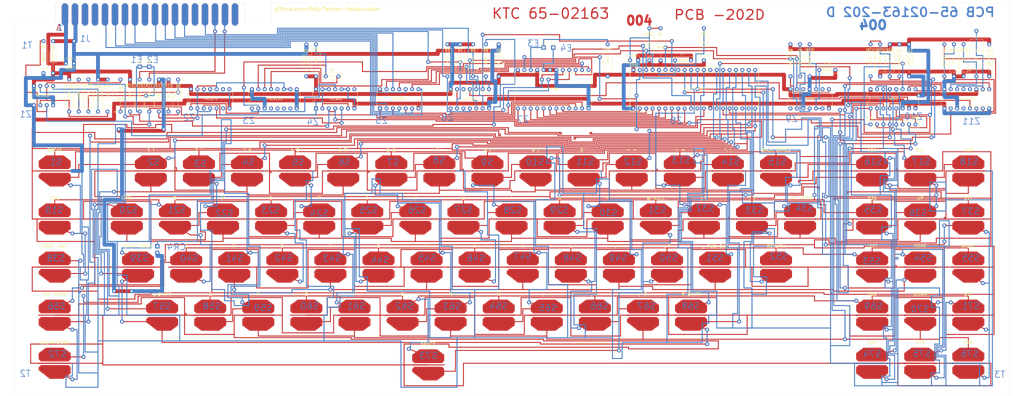
<source format=kicad_pcb>
(kicad_pcb (version 20211014) (generator pcbnew)
  (layers (0 "F.Cu" signal) (31 "B.Cu" signal) (34 "B.Paste" user) (35 "F.Paste" user) (36 "B.SilkS" user "B.Silkscreen") (37 "F.SilkS" user "F.Silkscreen") (38 "B.Mask" user) (39 "F.Mask" user) (44 "Edge.Cuts" user))
  (net 0 "")
  (net 1 "GND")
  (net 2 "VCC")
  (net 3 "Net-(E3-Pad1)")
  (net 4 "Net-(C7-Pad1)")
  (net 5 "Net-(C11-Pad1)")
  (net 6 "Net-(Z7-Pad23)")
  (net 7 "Net-(Z5-Pad5)")
  (net 8 "Net-(Z5-Pad3)")
  (net 9 "Net-(Z5-Pad1)")
  (net 10 "Net-(Z7-Pad8)")
  (net 11 "Net-(Z7-Pad7)")
  (net 12 "Net-(Z7-Pad6)")
  (net 13 "Net-(Z6-Pad3)")
  (net 14 "Net-(Z7-Pad5)")
  (net 15 "Net-(Z6-Pad1)")
  (net 16 "Net-(Z7-Pad4)")
  (net 17 "Net-(Z5-Pad13)")
  (net 18 "Net-(Z7-Pad3)")
  (net 19 "Net-(Z5-Pad11)")
  (net 20 "Net-(Z7-Pad2)")
  (net 21 "Net-(Z5-Pad9)")
  (net 22 "Net-(Z7-Pad1)")
  (net 23 "Net-(Z6-Pad9)")
  (net 24 "Net-(C17-Pad1)")
  (net 25 "Net-(R6-Pad2)")
  (net 26 "Net-(Z10-Pad9)")
  (net 27 "Net-(Z10-Pad10)")
  (net 28 "Net-(Z10-Pad11)")
  (net 49 "Net-(C6-Pad1)")
  (net 50 "Net-(R1-Pad1)")
  (net 51 "Net-(C4-Pad2)")
  (net 52 "Net-(C4-Pad1)")
  (net 53 "Net-(C16-Pad1)")
  (net 54 "Net-(CR4-Pad1)")
  (net 55 "Net-(D2-Pad1)")
  (net 56 "Net-(D3-Pad2)")
  (net 57 "Net-(D3-Pad1)")
  (net 64 "Net-(Z3-Pad13)")
  (net 68 "Net-(Z3-Pad1)")
  (net 69 "Net-(Z4-Pad2)")
  (net 72 "Net-(C8-Pad1)")
  (net 73 "Net-(C9-Pad2)")
  (net 74 "Net-(C10-Pad1)")
  (net 75 "Net-(C13-Pad2)")
  (net 76 "Net-(C13-Pad1)")
  (net 77 "Net-(C14-Pad2)")
  (net 78 "Net-(C14-Pad1)")
  (net 79 "Net-(R10-Pad1)")
  (net 80 "Net-(Z11-Pad5)")
  (net 82 "Net-(Z11-Pad10)")
  (net 91 "/Key Matrix/Y7")
  (net 92 "/Key Matrix/Y0")
  (net 93 "/Key Matrix/Y1")
  (net 94 "/Key Matrix/Y2")
  (net 95 "/Key Matrix/Y3")
  (net 96 "/Key Matrix/Y4")
  (net 97 "/Key Matrix/Y5")
  (net 98 "/Key Matrix/Y6")
  (net 99 "/Key Matrix/X13")
  (net 100 "/Key Matrix/X12")
  (net 101 "/Key Matrix/X11")
  (net 102 "/Key Matrix/X10")
  (net 103 "/Key Matrix/X9")
  (net 104 "/Key Matrix/X8")
  (net 105 "/Key Matrix/X7")
  (net 106 "/Key Matrix/X6")
  (net 107 "/Key Matrix/X5")
  (net 108 "/Key Matrix/X0")
  (net 109 "/Key Matrix/X4")
  (net 110 "/Key Matrix/X3")
  (net 112 "+5P")
  (net 113 "/MATSIG")
  (net 114 "/KBINH")
  (net 115 "/KBD3")
  (net 116 "/KBD2")
  (net 117 "/KBD1")
  (net 118 "/KBD0")
  (net 119 "/KBD4")
  (net 120 "/KBD5")
  (net 121 "/KBD6")
  (net 122 "/KBD7")
  (net 123 "/KBINT")
  (net 124 "/UNUSED1")
  (net 125 "/UNUSED2")
  (net 126 "/AKD")
  (net 127 "/X14")
  (net 128 "/~{MATIN}")
  (net 129 "/~{KPD}")
  (footprint "lib:KTCPadScrew" (layer "F.Cu") (at 34.925 85.725)
    (fp_text reference "S1")
    (fp_text value "BREAK")
  )
  (footprint "lib:KTCPad" (layer "F.Cu") (at 73.01 85.725 180)
    (fp_text reference "S2")
    (fp_text value "1 !")
  )
  (footprint "lib:KTCPad" (layer "F.Cu") (at 34.91 104.775)
    (fp_text reference "S19")
    (fp_text value "ESC")
  )
  (footprint "lib:KTCPadScrew" (layer "F.Cu") (at 34.925 123.825)
    (fp_text reference "S38")
    (fp_text value "PRINT XMIT")
  )
  (footprint "lib:KTCPad" (layer "F.Cu") (at 92.06 85.725)
    (fp_text reference "S3")
    (fp_text value "2 \"")
  )
  (footprint "lib:KTCPad" (layer "F.Cu") (at 111.11 85.725 180)
    (fp_text reference "S4")
    (fp_text value "3 #")
  )
  (footprint "lib:KTCPadScrew" (layer "F.Cu") (at 82.55 104.775)
    (fp_text reference "S21")
    (fp_text value "Q")
  )
  (footprint "lib:KTCPad" (layer "F.Cu") (at 101.6 104.775 180)
    (fp_text reference "S22")
    (fp_text value "W")
  )
  (footprint "lib:KTCPad" (layer "F.Cu") (at 86.995 123.825)
    (fp_text reference "S40")
    (fp_text value "A")
  )
  (footprint "lib:KTCPad" (layer "F.Cu") (at 106.045 123.825 180)
    (fp_text reference "S41")
    (fp_text value "S")
  )
  (footprint "lib:KTCPad" (layer "F.Cu") (at 96.52 142.875)
    (fp_text reference "S58")
    (fp_text value "Z")
  )
  (footprint "lib:KTCPad" (layer "F.Cu") (at 115.57 142.875 180)
    (fp_text reference "S59")
    (fp_text value "X")
  )
  (footprint "lib:KTCPadScrew" (layer "F.Cu") (at 130.16 85.725)
    (fp_text reference "S5")
    (fp_text value "4 $")
  )
  (footprint "lib:KTCPad" (layer "F.Cu") (at 149.21 85.725 180)
    (fp_text reference "S6")
    (fp_text value "5 %")
  )
  (footprint "lib:KTCPad" (layer "F.Cu") (at 120.65 104.775)
    (fp_text reference "S23")
    (fp_text value "E")
  )
  (footprint "lib:KTCPad" (layer "F.Cu") (at 139.7 104.775 180)
    (fp_text reference "S24")
    (fp_text value "R")
  )
  (footprint "lib:KTCPadScrew" (layer "F.Cu") (at 125.095 123.825)
    (fp_text reference "S42")
    (fp_text value "D")
  )
  (footprint "lib:KTCPad" (layer "F.Cu") (at 144.145 123.825 180)
    (fp_text reference "S43")
    (fp_text value "F")
  )
  (footprint "lib:KTCPad" (layer "F.Cu") (at 134.62 142.875)
    (fp_text reference "S60")
    (fp_text value "C")
  )
  (footprint "lib:KTCPad" (layer "F.Cu") (at 153.67 142.875 180)
    (fp_text reference "S61")
    (fp_text value "V")
  )
  (footprint "lib:KTCPad" (layer "F.Cu") (at 168.26 85.725)
    (fp_text reference "S7")
    (fp_text value "6 &")
  )
  (footprint "lib:KTCPad" (layer "F.Cu") (at 187.31 85.725 180)
    (fp_text reference "S8")
    (fp_text value "7 ’")
  )
  (footprint "lib:KTCPad" (layer "F.Cu") (at 158.75 104.775)
    (fp_text reference "S25")
    (fp_text value "T")
  )
  (footprint "lib:KTCPadScrew" (layer "F.Cu") (at 177.8 104.775)
    (fp_text reference "S26")
    (fp_text value "Y")
  )
  (footprint "lib:KTCPad" (layer "F.Cu") (at 163.195 123.825)
    (fp_text reference "S44")
    (fp_text value "G")
  )
  (footprint "lib:KTCPad" (layer "F.Cu") (at 182.245 123.825 180)
    (fp_text reference "S45")
    (fp_text value "H")
  )
  (footprint "lib:KTCPadScrew" (layer "F.Cu") (at 172.72 142.875)
    (fp_text reference "S62")
    (fp_text value "B")
  )
  (footprint "lib:KTCPad" (layer "F.Cu") (at 191.77 142.875 180)
    (fp_text reference "S63")
    (fp_text value "N")
  )
  (footprint "lib:KTCPad" (layer "F.Cu") (at 206.36 85.725)
    (fp_text reference "S9")
    (fp_text value "8 (")
  )
  (footprint "lib:KTCPadScrew" (layer "F.Cu") (at 225.41 85.725)
    (fp_text reference "S10")
    (fp_text value "9 )")
  )
  (footprint "lib:KTCPad" (layer "F.Cu") (at 196.85 104.775)
    (fp_text reference "S27")
    (fp_text value "U")
  )
  (footprint "lib:KTCPad" (layer "F.Cu") (at 215.9 104.775 180)
    (fp_text reference "S28")
    (fp_text value "I")
  )
  (footprint "lib:KTCPad" (layer "F.Cu") (at 201.295 123.825)
    (fp_text reference "S46")
    (fp_text value "J")
  )
  (footprint "lib:KTCPadScrew" (layer "F.Cu") (at 220.345 123.825)
    (fp_text reference "S47")
    (fp_text value "K")
  )
  (footprint "lib:KTCPad" (layer "F.Cu") (at 210.82 142.875)
    (fp_text reference "S64")
    (fp_text value "M")
  )
  (footprint "lib:KTCPad" (layer "F.Cu") (at 229.87 142.875 180)
    (fp_text reference "S65")
    (fp_text value ", <")
  )
  (footprint "lib:KTCPad" (layer "F.Cu") (at 244.46 85.725)
    (fp_text reference "S11")
    (fp_text value "0 '")
  )
  (footprint "lib:KTCPad" (layer "F.Cu") (at 263.525 85.725 180)
    (fp_text reference "S12")
    (fp_text value "- =")
  )
  (footprint "lib:KTCPad" (layer "F.Cu") (at 234.95 104.775)
    (fp_text reference "S29")
    (fp_text value "O")
  )
  (footprint "lib:KTCPad" (layer "F.Cu") (at 254 104.775 180)
    (fp_text reference "S30")
    (fp_text value "P")
  )
  (footprint "lib:KTCPad" (layer "F.Cu") (at 239.395 123.825)
    (fp_text reference "S48")
    (fp_text value "L")
  )
  (footprint "lib:KTCPad" (layer "F.Cu") (at 258.445 123.825 180)
    (fp_text reference "S49")
    (fp_text value "; +")
  )
  (footprint "lib:KTCPad" (layer "F.Cu") (at 248.92 142.875)
    (fp_text reference "S66")
    (fp_text value ". >")
  )
  (footprint "lib:KTCPadScrew" (layer "F.Cu") (at 267.97 142.875)
    (fp_text reference "S67")
    (fp_text value "/ ?")
  )
  (footprint "lib:KTCPad" (layer "F.Cu") (at 282.575 85.725)
    (fp_text reference "S13")
    (fp_text value "↑ ≈")
  )
  (footprint "lib:KTCPad" (layer "F.Cu") (at 301.61 85.725 180)
    (fp_text reference "S14")
    (fp_text value "\\ ¦")
  )
  (footprint "lib:KTCPadScrew" (layer "F.Cu") (at 273.05 104.775)
    (fp_text reference "S31")
    (fp_text value "@ NULL")
  )
  (footprint "lib:KTCPad" (layer "F.Cu") (at 292.1 104.775 180)
    (fp_text reference "S32")
    (fp_text value "[ {")
  )
  (footprint "lib:KTCPad" (layer "F.Cu") (at 277.495 123.825)
    (fp_text reference "S50")
    (fp_text value ": *")
  )
  (footprint "lib:KTCPadScrew" (layer "F.Cu") (at 296.545 123.825)
    (fp_text reference "S51")
    (fp_text value "_ RUB OUT")
  )
  (footprint "lib:KTCPadScrew" (layer "F.Cu") (at 182.88 162.56)
    (fp_text reference "S73")
    (fp_text value "SPACE")
  )
  (footprint "lib:KTCPadScrew" (layer "F.Cu") (at 320.675 85.725)
    (fp_text reference "S15")
    (fp_text value "BACK SPACE")
  )
  (footprint "lib:KTCPad" (layer "F.Cu") (at 358.775 85.725 180)
    (fp_text reference "S16")
    (fp_text value "S16")
  )
  (footprint "lib:KTCPad" (layer "F.Cu") (at 311.15 104.775)
    (fp_text reference "S33")
    (fp_text value "] }")
  )
  (footprint "lib:KTCPad" (layer "F.Cu") (at 330.2 104.775 180)
    (fp_text reference "S34")
    (fp_text value "LINE FEED")
  )
  (footprint "lib:KTCPad" (layer "F.Cu") (at 320.675 123.825)
    (fp_text reference "S52")
    (fp_text value "RETURN")
  )
  (footprint "lib:KTCPad" (layer "F.Cu") (at 377.825 123.825 180)
    (fp_text reference "S54")
    (fp_text value "HOME")
  )
  (footprint "lib:KTCPad" (layer "F.Cu") (at 377.81 161.925)
    (fp_text reference "S75")
    (fp_text value "S75")
  )
  (footprint "lib:KTCPadScrew" (layer "F.Cu") (at 377.81 142.875)
    (fp_text reference "S70")
    (fp_text value "DOWN")
  )
  (footprint "lib:KTCPad" (layer "F.Cu") (at 377.825 85.725)
    (fp_text reference "S17")
    (fp_text value "S17")
  )
  (footprint "lib:KTCPad" (layer "F.Cu") (at 396.86 85.725 180)
    (fp_text reference "S18")
    (fp_text value "S18")
  )
  (footprint "lib:KTCPad" (layer "F.Cu") (at 358.76 104.775)
    (fp_text reference "S35")
    (fp_text value "S35")
  )
  (footprint "lib:KTCPadScrew" (layer "F.Cu") (at 377.81 104.775)
    (fp_text reference "S36")
    (fp_text value "UP")
  )
  (footprint "lib:KTCPadScrew" (layer "F.Cu") (at 358.76 123.825)
    (fp_text reference "S53")
    (fp_text value "LEFT")
  )
  (footprint "lib:KTCPad" (layer "F.Cu") (at 358.76 161.925)
    (fp_text reference "S74")
    (fp_text value "S74")
  )
  (footprint "lib:KTCPad" (layer "F.Cu") (at 358.775 142.875)
    (fp_text reference "S69")
    (fp_text value "S69")
  )
  (footprint "lib:KTCPadScrew" (layer "F.Cu") (at 396.86 123.825)
    (fp_text reference "S55")
    (fp_text value "RIGHT")
  )
  (footprint "lib:KTCPad" (layer "F.Cu") (at 396.86 142.875)
    (fp_text reference "S71")
    (fp_text value "S71")
  )
  (footprint "lib:KTCPad" (layer "F.Cu") (at 396.86 161.925)
    (fp_text reference "S76")
    (fp_text value "S76")
  )
  (footprint "lib:KTCPad" (layer "F.Cu") (at 34.91 142.875)
    (fp_text reference "S56")
    (fp_text value "SET MODE")
  )
  (footprint "lib:KTCPadScrew" (layer "F.Cu") (at 34.91 161.925)
    (fp_text reference "S72")
    (fp_text value "CLEAR SCRN")
  )
  (footprint "lib:KTCPad" (layer "F.Cu") (at 287.02 142.875)
    (fp_text reference "S68")
    (fp_text value "R SHIFT")
  )
  (footprint "lib:KTCPadScrew" (layer "F.Cu") (at 77.47 142.875)
    (fp_text reference "S57")
    (fp_text value "L SHIFT")
  )
  (footprint "lib:KTCPad" (layer "F.Cu") (at 67.945 123.825)
    (fp_text reference "S39")
    (fp_text value "SHIFT LOCK")
  )
  (footprint "lib:KTCPad" (layer "F.Cu") (at 63.5 104.775 180)
    (fp_text reference "S20")
    (fp_text value "CTRL")
  )
  (footprint "lib:KTCPad" (layer "F.Cu") (at 396.86 104.775)
    (fp_text reference "S37")
    (fp_text value "S37")
  )
  (footprint "MountingHole:MountingHole_3.2mm_M3" (layer "F.Cu") (at 22.733 169.926)
    (fp_text reference "T2")
    (fp_text value "MountingHole_3.2mm_M3")
  )
  (footprint "MountingHole:MountingHole_3.2mm_M3" (layer "F.Cu") (at 409.448 169.926)
    (fp_text reference "T3")
    (fp_text value "MountingHole_3.2mm_M3")
  )
  (footprint "Resistor_THT:R_Axial_DIN0309_L9.0mm_D3.2mm_P12.70mm_Horizontal" (layer "F.Cu") (at 292.1 41.91 90)
    (fp_text reference "R9")
    (fp_text value "10K")
  )
  (footprint "Package_DIP:DIP-40_W15.24mm_Socket" (layer "F.Cu") (at 264.16 60.96 90)
    (fp_text reference "Z8")
    (fp_text value "AY-3-4592")
  )
  (footprint "Resistor_THT:R_Axial_DIN0309_L9.0mm_D3.2mm_P12.70mm_Horizontal" (layer "F.Cu") (at 361.95 48.26 90)
    (fp_text reference "R12")
    (fp_text value "3K3")
  )
  (footprint "Resistor_THT:R_Axial_DIN0309_L9.0mm_D3.2mm_P12.70mm_Horizontal" (layer "F.Cu") (at 254 48.26 90)
    (fp_text reference "R7")
    (fp_text value "7K5")
  )
  (footprint "Resistor_THT:R_Axial_DIN0309_L9.0mm_D3.2mm_P12.70mm_Horizontal" (layer "F.Cu") (at 270.51 41.91 90)
    (fp_text reference "R8")
    (fp_text value "33K")
  )
  (footprint "Package_DIP:DIP-24_W15.24mm" (layer "F.Cu") (at 218.44 60.96 90)
    (fp_text reference "Z7")
    (fp_text value "2758")
  )
  (footprint "lib:C_Axial_L3.8mm_D2.6mm_P12.7mm_Horizontal" (layer "F.Cu") (at 369.57 48.26 90)
    (fp_text reference "C11")
    (fp_text value "33nF")
  )
  (footprint "Diode_THT:D_T-1_P12.70mm_Horizontal" (layer "F.Cu") (at 274.955 41.91 90)
    (fp_text reference "D1")
    (fp_text value "D_Small_ALT")
  )
  (footprint "Connector_PinHeader_2.54mm:PinHeader_1x01_P2.54mm_Vertical" (layer "F.Cu") (at 228.6 36.83)
    (fp_text reference "E3")
    (fp_text value "A9")
  )
  (footprint "Resistor_THT:R_Axial_DIN0309_L9.0mm_D3.2mm_P12.70mm_Horizontal" (layer "F.Cu") (at 205.74 35.56 -90)
    (fp_text reference "R6")
    (fp_text value "82R")
  )
  (footprint "Package_DIP:DIP-14_W7.62mm" (layer "F.Cu") (at 163.83 60.96 90)
    (fp_text reference "Z5")
    (fp_text value "74LS04")
  )
  (footprint "Package_DIP:DIP-14_W7.62mm" (layer "F.Cu") (at 191.77 60.96 90)
    (fp_text reference "Z6")
    (fp_text value "74LS06")
  )
  (footprint "Package_DIP:DIP-16_W7.62mm" (layer "F.Cu") (at 358.14 60.96 90)
    (fp_text reference "Z10")
    (fp_text value "4051")
  )
  (footprint "lib:C_Axial_L3.8mm_D2.6mm_P12.7mm_Horizontal" (layer "F.Cu") (at 373.38 48.26 90)
    (fp_text reference "C12")
    (fp_text value "33nF")
  )
  (footprint "lib:CARDEDGE_2x18_P3.96mm" (layer "F.Cu") (at 72.6694 24.384)
    (fp_text reference "J1")
    (fp_text value "Keyboard Connector" hide)
    (fp_line (start -36.965 -5.08) (end 36.965 -5.08) (layer "Edge.Cuts") (width 0.1))
    (fp_line (start -37.465 2.54) (end -37.465 -4.58) (layer "Edge.Cuts") (width 0.1))
    (fp_line (start -37.465 -4.58) (end -36.965 -5.08) (layer "Edge.Cuts") (width 0.1))
    (fp_line (start 37.465 2.54) (end 37.465 -4.58) (layer "Edge.Cuts") (width 0.1))
    (fp_line (start 37.465 -4.58) (end 36.965 -5.08) (layer "Edge.Cuts") (width 0.1))
  )
  (footprint "Package_DIP:DIP-8_W7.62mm" (layer "F.Cu") (at 26.67 59.69 90)
    (fp_text reference "Z1")
    (fp_text value "NE555P")
  )
  (footprint "Resistor_THT:R_Axial_DIN0309_L9.0mm_D3.2mm_P12.70mm_Horizontal" (layer "F.Cu") (at 30.48 34.29 -90)
    (fp_text reference "R1")
    (fp_text value "680R")
  )
  (footprint "lib:C_Axial_L3.8mm_D2.6mm_P12.7mm_Horizontal" (layer "F.Cu") (at 34.29 46.99 90)
    (fp_text reference "C1")
    (fp_text value "33nF")
  )
  (footprint "Capacitor_THT:C_Rect_L7.0mm_W2.5mm_P5.00mm" (layer "F.Cu") (at 147.32 48.26 180)
    (fp_text reference "C4")
    (fp_text value "1uF")
  )
  (footprint "lib:CP_Axial_L9.0mm_D3.5mm_P12.7mm_Horizontal" (layer "F.Cu") (at 55.88 62.23 90)
    (fp_text reference "C17")
    (fp_text value "1uF")
  )
  (footprint "Diode_THT:D_T-1_P12.70mm_Horizontal" (layer "F.Cu") (at 60.96 62.23 90)
    (fp_text reference "D2")
    (fp_text value "D_Small_ALT")
  )
  (footprint "Diode_THT:D_T-1_P12.70mm_Horizontal" (layer "F.Cu") (at 83.82 49.53 -90)
    (fp_text reference "D3")
    (fp_text value "D_Small_ALT")
  )
  (footprint "Resistor_THT:R_Axial_DIN0309_L9.0mm_D3.2mm_P12.70mm_Horizontal" (layer "F.Cu") (at 138.43 48.26 90)
    (fp_text reference "R2")
    (fp_text value "33K")
  )
  (footprint "Connector_PinHeader_2.54mm:PinHeader_1x01_P2.54mm_Vertical" (layer "F.Cu") (at 72.39 44.45)
    (fp_text reference "E2")
    (fp_text value "Conn_01x01_Male")
  )
  (footprint "Resistor_THT:R_Axial_DIN0309_L9.0mm_D3.2mm_P12.70mm_Horizontal" (layer "F.Cu") (at 200.66 35.56 -90)
    (fp_text reference "R5")
    (fp_text value "3K3")
  )
  (footprint "Resistor_THT:R_Axial_DIN0309_L9.0mm_D3.2mm_P12.70mm_Horizontal" (layer "F.Cu") (at 48.26 49.53 -90)
    (fp_text reference "R18")
    (fp_text value "160K")
  )
  (footprint "Resistor_THT:R_Axial_DIN0309_L9.0mm_D3.2mm_P12.70mm_Horizontal" (layer "F.Cu") (at 76.2 49.53 -90)
    (fp_text reference "R22")
    (fp_text value "3K3")
  )
  (footprint "Package_DIP:DIP-14_W7.62mm" (layer "F.Cu") (at 88.9 60.96 90)
    (fp_text reference "Z2")
    (fp_text value "74LS74")
  )
  (footprint "Package_DIP:DIP-16_W7.62mm" (layer "F.Cu") (at 113.03 60.96 90)
    (fp_text reference "Z3")
    (fp_text value "74LS123")
  )
  (footprint "Package_DIP:DIP-14_W7.62mm" (layer "F.Cu") (at 138.43 60.96 90)
    (fp_text reference "Z4")
    (fp_text value "74LS00")
  )
  (footprint "lib:C_Axial_L3.8mm_D2.6mm_P12.7mm_Horizontal" (layer "F.Cu") (at 134.62 48.26 90)
    (fp_text reference "C3")
    (fp_text value "33nF")
  )
  (footprint "Connector_PinHeader_2.54mm:PinHeader_1x01_P2.54mm_Vertical" (layer "F.Cu") (at 232.41 36.83)
    (fp_text reference "E4")
    (fp_text value "GND")
  )
  (footprint "Capacitor_THT:CP_Radial_D8.0mm_P3.50mm" (layer "F.Cu") (at 262.89 41.91)
    (fp_text reference "C6")
    (fp_text value "10uF")
  )
  (footprint "Resistor_THT:R_Axial_DIN0309_L9.0mm_D3.2mm_P12.70mm_Horizontal" (layer "F.Cu") (at 394.97 48.26 90)
    (fp_text reference "R15")
    (fp_text value "15K")
  )
  (footprint "lib:C_Axial_L3.8mm_D2.6mm_P12.7mm_Horizontal" (layer "F.Cu") (at 210.82 48.26 90)
    (fp_text reference "C5")
    (fp_text value "33nF")
  )
  (footprint "lib:C_Axial_L3.8mm_D2.6mm_P12.7mm_Horizontal" (layer "F.Cu") (at 387.35 48.26 90)
    (fp_text reference "C13")
    (fp_text value "470pF")
  )
  (footprint "Resistor_THT:R_Axial_DIN0309_L9.0mm_D3.2mm_P12.70mm_Horizontal" (layer "F.Cu") (at 391.16 48.26 90)
    (fp_text reference "R14")
    (fp_text value "27K")
  )
  (footprint "Package_DIP:DIP-14_W7.62mm" (layer "F.Cu") (at 326.39 60.96 90)
    (fp_text reference "Z9")
    (fp_text value "900C")
  )
  (footprint "Package_DIP:DIP-16_W7.62mm" (layer "F.Cu") (at 387.35 60.96 90)
    (fp_text reference "Z11")
    (fp_text value "74LS123")
  )
  (footprint "Capacitor_THT:CP_Axial_L11.0mm_D5.0mm_P18.00mm_Horizontal" (layer "F.Cu") (at 400.05 48.26 90)
    (fp_text reference "C14")
    (fp_text value "1uF")
  )
  (footprint "lib:C_Axial_L3.8mm_D2.6mm_P12.7mm_Horizontal" (layer "F.Cu") (at 405.13 48.26 90)
    (fp_text reference "C15")
    (fp_text value "33nF")
  )
  (footprint "Resistor_THT:R_Axial_DIN0309_L9.0mm_D3.2mm_P12.70mm_Horizontal" (layer "F.Cu") (at 190.5 35.56 -90)
    (fp_text reference "R3")
    (fp_text value "3K3")
  )
  (footprint "Resistor_THT:R_Axial_DIN0309_L9.0mm_D3.2mm_P12.70mm_Horizontal" (layer "F.Cu") (at 195.58 35.56 -90)
    (fp_text reference "R4")
    (fp_text value "3K3")
  )
  (footprint "Resistor_THT:R_Axial_DIN0309_L9.0mm_D3.2mm_P12.70mm_Horizontal" (layer "F.Cu") (at 358.14 35.56 -90)
    (fp_text reference "R11")
    (fp_text value "3K3")
  )
  (footprint "Resistor_THT:R_Axial_DIN0309_L9.0mm_D3.2mm_P12.70mm_Horizontal" (layer "F.Cu") (at 365.76 48.26 90)
    (fp_text reference "R13")
    (fp_text value "3K3")
  )
  (footprint "Resistor_THT:R_Array_SIP8" (layer "F.Cu") (at 358.14 67.31)
    (fp_text reference "RN1")
    (fp_text value "3K3")
  )
  (footprint "lib:C_Axial_L3.8mm_D2.6mm_P12.7mm_Horizontal" (layer "F.Cu") (at 52.07 62.23 90)
    (fp_text reference "C16")
    (fp_text value "33nF")
  )
  (footprint "Resistor_THT:R_Axial_DIN0309_L9.0mm_D3.2mm_P12.70mm_Horizontal" (layer "F.Cu") (at 334.01 35.56 -90)
    (fp_text reference "R10")
    (fp_text value "680R")
  )
  (footprint "lib:C_Axial_L3.8mm_D2.6mm_P12.7mm_Horizontal" (layer "F.Cu") (at 330.2 48.26 90)
    (fp_text reference "C9")
    (fp_text value "33nF")
  )
  (footprint "lib:C_Axial_L3.8mm_D2.6mm_P12.7mm_Horizontal" (layer "F.Cu") (at 326.39 48.26 90)
    (fp_text reference "C8")
    (fp_text value "33nF")
  )
  (footprint "Resistor_THT:R_Axial_DIN0309_L9.0mm_D3.2mm_P12.70mm_Horizontal" (layer "F.Cu") (at 80.01 49.53 -90)
    (fp_text reference "R23")
    (fp_text value "3K3")
  )
  (footprint "Resistor_THT:R_Axial_DIN0309_L9.0mm_D3.2mm_P12.70mm_Horizontal" (layer "F.Cu") (at 72.39 62.23 90)
    (fp_text reference "R21")
    (fp_text value "33K")
  )
  (footprint "Resistor_THT:R_Axial_DIN0309_L9.0mm_D3.2mm_P12.70mm_Horizontal" (layer "F.Cu") (at 68.58 62.23 90)
    (fp_text reference "R20")
    (fp_text value "33K")
  )
  (footprint "Resistor_THT:R_Axial_DIN0309_L9.0mm_D3.2mm_P12.70mm_Horizontal" (layer "F.Cu") (at 64.77 49.53 -90)
    (fp_text reference "R19")
    (fp_text value "3K3")
  )
  (footprint "Capacitor_THT:CP_Radial_D8.0mm_P3.80mm" (layer "F.Cu") (at 39.37 43.18)
    (fp_text reference "C2")
    (fp_text value "10uF")
  )
  (footprint "lib:C_Disc_D6.0mm_W2.5mm_P6.35mm" (layer "F.Cu") (at 337.82 45.72)
    (fp_text reference "C10")
    (fp_text value "220pF")
  )
  (footprint "Connector_PinHeader_2.54mm:PinHeader_1x01_P2.54mm_Vertical" (layer "F.Cu") (at 68.58 44.45)
    (fp_text reference "E1")
    (fp_text value "Conn_01x01_Male")
  )
  (footprint "lib:C_Disc_D6.0mm_W2.5mm_P6.35mm" (layer "F.Cu") (at 280.67 41.91)
    (fp_text reference "C7")
    (fp_text value "220pF")
  )
  (footprint "LED_THT:LED_D5.0mm" (layer "F.Cu") (at 75.565 115.57 -90)
    (fp_text reference "CR4")
    (fp_text value "LED")
  )
  (footprint "Resistor_THT:R_Axial_DIN0309_L9.0mm_D3.2mm_P12.70mm_Horizontal" (layer "F.Cu") (at 44.45 62.23 90)
    (fp_text reference "R17")
    (fp_text value "3K3")
  )
  (footprint "Resistor_THT:R_Axial_DIN0309_L9.0mm_D3.2mm_P12.70mm_Horizontal" (layer "F.Cu") (at 40.64 49.53 -90)
    (fp_text reference "R16")
    (fp_text value "470K")
  )
  (footprint "MountingHole:MountingHole_3.2mm_M3" (layer "F.Cu") (at 22.733 31.369)
    (fp_text reference "T1")
    (fp_text value "MountingHole_3.2mm_M3")
  )
  (gr_line (start 19.05 26.924) (end 19.05 174.371) (layer "Edge.Cuts") (width 0.05))
  (gr_line (start 413.131 19.304) (end 120.65 19.304) (layer "Edge.Cuts") (width 0.05))
  (gr_line (start 413.131 174.371) (end 413.131 19.304) (layer "Edge.Cuts") (width 0.05))
  (gr_line (start 110.1344 26.924) (end 120.65 26.924) (layer "Edge.Cuts") (width 0.05))
  (gr_line (start 19.05 174.371) (end 413.131 174.371) (layer "Edge.Cuts") (width 0.05))
  (gr_line (start 35.2044 26.924) (end 19.05 26.924) (layer "Edge.Cuts") (width 0.05))
  (gr_line (start 120.65 26.924) (end 120.65 19.304) (layer "Edge.Cuts") (width 0.05))
  (gr_text "004" (at 260.858 26.162) (layer "F.Cu") (effects (font (size 3.556 3.556) (thickness 0.889)) (justify left)))
  (gr_text "KTC 65-02163\n" (at 231.394 23.368) (layer "F.Cu") (effects (font (size 4.064 4.064) (thickness 0.508))))
  (gr_text "PCB -202D\n" (at 298.323 23.876) (layer "F.Cu") (effects (font (size 3.81 4.064) (thickness 0.508))))
  (gr_text "004" (at 365.125 27.94) (layer "B.Cu") (effects (font (size 3.556 3.81) (thickness 0.889)) (justify left mirror)))
  (gr_text "PCB 65-02163-202 D" (at 407.67 22.86) (layer "B.Cu") (effects (font (size 3.556 3.81) (thickness 0.635)) (justify left mirror)))
  (gr_text "github.com/btb/Telcon-Ambassador" (at 121.92 21.59) (layer "F.SilkS") (effects (font (size 1.5 1.5) (thickness 0.3)) (justify left)))
  (segment (start 308.61 116.84) (end 287.02 116.84) (width 0.381) (layer "F.Cu") (net 1))
  (segment (start 196.85 85.09) (end 196.215 85.09) (width 0.381) (layer "F.Cu") (net 1))
  (segment (start 104.14 57.785) (end 86.36 57.785) (width 1.524) (layer "F.Cu") (net 1))
  (segment (start 80.645 72.39) (end 147.32 72.39) (width 0.381) (layer "F.Cu") (net 1))
  (segment (start 225.41 85.725) (end 217.17 85.725) (width 0.381) (layer "F.Cu") (net 1))
  (segment (start 283.845 109.22) (end 283.845 104.775) (width 0.381) (layer "F.Cu") (net 1))
  (segment (start 215.265 90.805) (end 215.265 92.71) (width 0.381) (layer "F.Cu") (net 1))
  (segment (start 207.01 104.775) (end 207.01 112.395) (width 0.381) (layer "F.Cu") (net 1))
  (segment (start 181.61 142.875) (end 172.72 142.875) (width 0.381) (layer "F.Cu") (net 1))
  (segment (start 301.625 72.39) (end 309.245 72.39) (width 0.381) (layer "F.Cu") (net 1))
  (segment (start 115.57 142.875) (end 106.045 142.875) (width 0.381) (layer "F.Cu") (net 1))
  (segment (start 201.295 142.875) (end 201.295 135.89) (width 0.381) (layer "F.Cu") (net 1))
  (segment (start 86.36 142.875) (end 86.36 142.24) (width 0.381) (layer "F.Cu") (net 1))
  (segment (start 367.665 142.875) (end 367.665 135.89) (width 0.381) (layer "F.Cu") (net 1))
  (segment (start 278.13 142.24) (end 277.495 142.24) (width 0.381) (layer "F.Cu") (net 1))
  (segment (start 69.215 135.89) (end 86.36 135.89) (width 0.381) (layer "F.Cu") (net 1))
  (segment (start 278.13 142.875) (end 287.02 142.875) (width 0.381) (layer "F.Cu") (net 1))
  (segment (start 302.26 104.775) (end 301.625 104.775) (width 0.381) (layer "F.Cu") (net 1))
  (segment (start 172.085 116.84) (end 192.405 116.84) (width 0.381) (layer "F.Cu") (net 1))
  (segment (start 130.81 57.785) (end 130.81 60.96) (width 1.524) (layer "F.Cu") (net 1))
  (segment (start 43.18 78.105) (end 82.55 78.105) (width 0.381) (layer "F.Cu") (net 1))
  (segment (start 335.915 114.935) (end 335.915 113.03) (width 0.381) (layer "F.Cu") (net 1))
  (segment (start 125.095 135.89) (end 125.095 142.875) (width 0.381) (layer "F.Cu") (net 1))
  (segment (start 302.26 104.14) (end 301.625 104.14) (width 0.381) (layer "F.Cu") (net 1))
  (segment (start 173.355 162.56) (end 173.355 154.305) (width 0.381) (layer "F.Cu") (net 1))
  (segment (start 129.54 97.79) (end 148.59 97.79) (width 0.381) (layer "F.Cu") (net 1))
  (segment (start 238.76 74.93) (end 238.76 73.025) (width 0.381) (layer "F.Cu") (net 1))
  (segment (start 335.915 113.03) (end 341.63 113.03) (width 0.381) (layer "F.Cu") (net 1))
  (segment (start 177.165 85.725) (end 168.26 85.725) (width 0.381) (layer "F.Cu") (net 1))
  (segment (start 294.64 59.055) (end 331.47 59.055) (width 1.524) (layer "F.Cu") (net 1))
  (segment (start 267.97 116.84) (end 249.555 116.84) (width 0.381) (layer "F.Cu") (net 1))
  (segment (start 46.355 76.835) (end 46.355 70.485) (width 0.381) (layer "F.Cu") (net 1))
  (segment (start 329.565 89.535) (end 329.565 90.17) (width 0.381) (layer "F.Cu") (net 1))
  (segment (start 367.665 142.875) (end 377.81 142.875) (width 0.381) (layer "F.Cu") (net 1))
  (segment (start 187.325 112.395) (end 187.325 105.41) (width 0.381) (layer "F.Cu") (net 1))
  (segment (start 368.3 85.725) (end 368.935 85.725) (width 0.381) (layer "F.Cu") (net 1))
  (segment (start 355.6 115.57) (end 355.6 116.205) (width 0.381) (layer "F.Cu") (net 1))
  (segment (start 263.525 85.725) (end 254.635 85.725) (width 0.381) (layer "F.Cu") (net 1))
  (segment (start 73.01 85.725) (end 50.8 85.725) (width 0.381) (layer "F.Cu") (net 1))
  (segment (start 304.165 74.93) (end 309.245 74.93) (width 0.381) (layer "F.Cu") (net 1))
  (segment (start 277.495 142.24) (end 277.495 142.875) (width 0.381) (layer "F.Cu") (net 1))
  (segment (start 220.98 142.875) (end 229.87 142.875) (width 0.381) (layer "F.Cu") (net 1))
  (segment (start 187.325 104.775) (end 177.8 104.775) (width 0.381) (layer "F.Cu") (net 1))
  (segment (start 158.75 104.775) (end 148.564715 104.775) (width 0.381) (layer "F.Cu") (net 1))
  (segment (start 198.12 92.71) (end 196.85 92.71) (width 0.381) (layer "F.Cu") (net 1))
  (segment (start 104.775 135.89) (end 125.095 135.89) (width 0.381) (layer "F.Cu") (net 1))
  (segment (start 328.295 85.725) (end 328.295 82.55) (width 0.381) (layer "F.Cu") (net 1))
  (segment (start 152.4 71.755) (end 152.4 74.295) (width 0.381) (layer "F.Cu") (net 1))
  (segment (start 349.25 132.08) (end 367.665 132.08) (width 0.381) (layer "F.Cu") (net 1))
  (segment (start 125.095 149.86) (end 145.415 149.86) (width 0.381) (layer "F.Cu") (net 1))
  (segment (start 287.02 116.84) (end 287.02 123.825) (width 0.381) (layer "F.Cu") (net 1))
  (segment (start 297.815 156.21) (end 297.815 153.67) (width 0.381) (layer "F.Cu") (net 1))
  (segment (start 368.935 85.725) (end 368.935 92.71) (width 0.381) (layer "F.Cu") (net 1))
  (segment (start 347.345 57.785) (end 370.84 57.785) (width 1.524) (layer "F.Cu") (net 1))
  (segment (start 309.245 77.47) (end 252.73 77.47) (width 0.381) (layer "F.Cu") (net 1))
  (segment (start 26.035 123.825) (end 26.035 133.35) (width 0.381) (layer "F.Cu") (net 1))
  (segment (start 134.62 39.37) (end 186.69 39.37) (width 1.524) (layer "F.Cu") (net 1))
  (segment (start 273.05 85.725) (end 263.525 85.725) (width 0.381) (layer "F.Cu") (net 1))
  (segment (start 311.15 104.775) (end 320.04 104.775) (width 0.381) (layer "F.Cu") (net 1))
  (segment (start 301.625 111.76) (end 321.31 111.76) (width 0.381) (layer "F.Cu") (net 1))
  (segment (start 347.98 109.22) (end 351.155 109.22) (width 0.381) (layer "F.Cu") (net 1))
  (segment (start 69.215 138.43) (end 69.215 135.89) (width 0.381) (layer "F.Cu") (net 1))
  (segment (start 368.935 85.725) (end 377.825 85.725) (width 0.381) (layer "F.Cu") (net 1))
  (segment (start 192.405 123.825) (end 201.295 123.825) (width 0.381) (layer "F.Cu") (net 1))
  (segment (start 46.355 67.31) (end 63.5 67.31) (width 0.381) (layer "F.Cu") (net 1))
  (segment (start 55.245 95.885) (end 231.14 95.885) (width 0.381) (layer "F.Cu") (net 1))
  (segment (start 172.085 123.825) (end 172.085 116.84) (width 0.381) (layer "F.Cu") (net 1))
  (segment (start 339.725 133.985) (end 169.545 133.985) (width 0.381) (layer "F.Cu") (net 1))
  (segment (start 80.645 76.835) (end 80.645 72.39) (width 0.381) (layer "F.Cu") (net 1))
  (segment (start 247.015 72.39) (end 240.665 72.39) (width 0.381) (layer "F.Cu") (net 1))
  (segment (start 407.035 150.495) (end 387.985 150.495) (width 0.381) (layer "F.Cu") (net 1))
  (segment (start 220.98 150.495) (end 220.98 142.875) (width 0.381) (layer "F.Cu") (net 1))
  (segment (start 251.46 76.2) (end 304.165 76.2) (width 0.381) (layer "F.Cu") (net 1))
  (segment (start 311.15 131.445) (end 311.15 123.825) (width 0.381) (layer "F.Cu") (net 1))
  (segment (start 211.455 71.12) (end 210.82 71.12) (width 0.381) (layer "F.Cu") (net 1))
  (segment (start 248.92 142.875) (end 257.81 142.875) (width 0.381) (layer "F.Cu") (net 1))
  (segment (start 287.02 130.81) (end 267.97 130.81) (width 0.381) (layer "F.Cu") (net 1))
  (segment (start 76.835 130.81) (end 76.835 123.825) (width 0.381) (layer "F.Cu") (net 1))
  (segment (start 94.615 109.855) (end 92.71 109.855) (width 0.381) (layer "F.Cu") (net 1))
  (segment (start 192.405 123.825) (end 182.245 123.825) (width 0.381) (layer "F.Cu") (net 1))
  (segment (start 367.665 132.08) (end 367.665 123.825) (width 0.381) (layer "F.Cu") (net 1))
  (segment (start 405.765 85.725) (end 405.765 96.52) (width 0.381) (layer "F.Cu") (net 1))
  (segment (start 387.985 104.775) (end 396.86 104.775) (width 0.381) (layer "F.Cu") (net 1))
  (segment (start 111.76 104.775) (end 111.76 111.76) (width 0.381) (layer "F.Cu") (net 1))
  (segment (start 294.64 71.12) (end 294.64 72.39) (width 0.381) (layer "F.Cu") (net 1))
  (segment (start 368.935 85.09) (end 368.935 85.725) (width 0.381) (layer "F.Cu") (net 1))
  (segment (start 104.14 57.785) (end 130.81 57.785) (width 1.524) (layer "F.Cu") (net 1))
  (segment (start 296.545 123.825) (end 287.02 123.825) (width 0.381) (layer "F.Cu") (net 1))
  (segment (start 278.13 142.24) (end 278.13 142.875) (width 0.381) (layer "F.Cu") (net 1))
  (segment (start 207.645 74.295) (end 237.49 74.295) (width 0.381) (layer "F.Cu") (net 1))
  (segment (start 318.135 96.52) (end 320.04 96.52) (width 0.381) (layer "F.Cu") (net 1))
  (segment (start 78.74 121.285) (end 76.835 121.285) (width 0.381) (layer "F.Cu") (net 1))
  (segment (start 50.8 130.81) (end 50.8 123.825) (width 0.381) (layer "F.Cu") (net 1))
  (segment (start 311.15 96.52) (end 318.135 96.52) (width 0.381) (layer "F.Cu") (net 1))
  (segment (start 387.35 134.62) (end 342.9 134.62) (width 0.381) (layer "F.Cu") (net 1))
  (segment (start 135.255 123.825) (end 125.095 123.825) (width 0.381) (layer "F.Cu") (net 1))
  (segment (start 267.97 123.825) (end 277.495 123.825) (width 0.381) (layer "F.Cu") (net 1))
  (segment (start 330.2 90.17) (end 330.2 89.535) (width 0.381) (layer "F.Cu") (net 1))
  (segment (start 311.785 78.74) (end 311.785 85.725) (width 0.381) (layer "F.Cu") (net 1))
  (segment (start 301.61 85.725) (end 292.735 85.725) (width 0.381) (layer "F.Cu") (net 1))
  (segment (start 377.81 161.925) (end 396.86 161.925) (width 0.381) (layer "F.Cu") (net 1))
  (segment (start 244.46 85.725) (end 252.095 85.725) (width 0.381) (layer "F.Cu") (net 1))
  (segment (start 264.16 59.055) (end 294.64 59.055) (width 1.524) (layer "F.Cu") (net 1))
  (segment (start 249.555 71.12) (end 247.65 71.12) (width 0.381) (layer "F.Cu") (net 1))
  (segment (start 273.05 78.74) (end 273.05 85.09) (width 0.381) (layer "F.Cu") (net 1))
  (segment (start 96.52 133.985) (end 97.155 133.985) (width 0.381) (layer "F.Cu") (net 1))
  (segment (start 26.035 104.775) (end 26.035 85.725) (width 0.381) (layer "F.Cu") (net 1))
  (segment (start 187.96 105.41) (end 187.96 104.775) (width 0.381) (layer "F.Cu") (net 1))
  (segment (start 104.14 142.875) (end 104.775 142.875) (width 0.381) (layer "F.Cu") (net 1))
  (segment (start 105.41 150.495) (end 102.235 150.495) (width 0.381) (layer "F.Cu") (net 1))
  (segment (start 86.36 57.785) (end 86.36 59.055) (width 1.524) (layer "F.Cu") (net 1))
  (segment (start 331.47 59.055) (end 341.63 59.055) (width 1.524) (layer "F.Cu") (net 1))
  (segment (start 343.535 96.52) (end 343.535 97.155) (width 0.381) (layer "F.Cu") (net 1))
  (segment (start 210.82 131.445) (end 192.405 131.445) (width 0.381) (layer "F.Cu") (net 1))
  (segment (start 405.765 96.52) (end 386.08 96.52) (width 0.381) (layer "F.Cu") (net 1))
  (segment (start 201.295 150.495) (end 220.98 150.495) (width 0.381) (layer "F.Cu") (net 1))
  (segment (start 387.35 104.775) (end 377.81 104.775) (width 0.381) (layer "F.Cu") (net 1))
  (segment (start 335.915 114.935) (end 78.74 114.935) (width 0.381) (layer "F.Cu") (net 1))
  (segment (start 82.55 78.105) (end 82.55 84.455) (width 0.381) (layer "F.Cu") (net 1))
  (segment (start 234.95 78.74) (end 234.95 77.47) (width 0.381) (layer "F.Cu") (net 1))
  (segment (start 169.545 133.985) (end 97.155 133.985) (width 0.381) (layer "F.Cu") (net 1))
  (segment (start 367.665 123.825) (end 358.76 123.825) (width 0.381) (layer "F.Cu") (net 1))
  (segment (start 344.17 48.895) (end 334.01 48.895) (width 1.524) (layer "F.Cu") (net 1))
  (segment (start 302.26 97.79) (end 302.26 104.14) (width 0.381) (layer "F.Cu") (net 1))
  (segment (start 282.575 85.725) (end 273.685 85.725) (width 0.381) (layer "F.Cu") (net 1))
  (segment (start 386.715 142.875) (end 387.985 142.875) (width 0.381) (layer "F.Cu") (net 1))
  (segment (start 249.555 130.81) (end 230.505 130.81) (width 0.381) (layer "F.Cu") (net 1))
  (segment (start 386.715 135.89) (end 386.715 142.875) (width 0.381) (layer "F.Cu") (net 1))
  (segment (start 146.685 68.58) (end 214.63 68.58) (width 0.381) (layer "F.Cu") (net 1))
  (segment (start 349.885 142.875) (end 349.885 151.13) (width 0.381) (layer "F.Cu") (net 1))
  (segment (start 297.18 142.875) (end 297.18 135.89) (width 0.381) (layer "F.Cu") (net 1))
  (segment (start 320.04 104.775) (end 320.04 97.79) (width 0.381) (layer "F.Cu") (net 1))
  (segment (start 407.035 123.825) (end 407.035 134.62) (width 0.381) (layer "F.Cu") (net 1))
  (segment (start 338.455 97.79) (end 338.455 104.775) (width 0.381) (layer "F.Cu") (net 1))
  (segment (start 368.3 85.725) (end 358.775 85.725) (width 0.381) (layer "F.Cu") (net 1))
  (segment (start 234.95 92.71) (end 234.95 85.725) (width 0.381) (layer "F.Cu") (net 1))
  (segment (start 333.375 131.445) (end 311.15 131.445) (width 0.381) (layer "F.Cu") (net 1))
  (segment (start 158.75 93.345) (end 158.75 86.36) (width 0.381) (layer "F.Cu") (net 1))
  (segment (start 73.025 134.62) (end 73.025 133.985) (width 0.381) (layer "F.Cu") (net 1))
  (segment (start 26.67 68.58) (end 26.035 68.58) (width 0.381) (layer "F.Cu") (net 1))
  (segment (start 230.505 123.825) (end 220.345 123.825) (width 0.381) (layer "F.Cu") (net 1))
  (segment (start 341.63 59.055) (end 341.63 60.96) (width 1.524) (layer "F.Cu") (net 1))
  (segment (start 386.715 85.725) (end 377.825 85.725) (width 0.381) (layer "F.Cu") (net 1))
  (segment (start 373.38 33.655) (end 373.38 35.56) (width 1.524) (layer "F.Cu") (net 1))
  (segment (start 44.45 142.875) (end 44.45 138.43) (width 0.381) (layer "F.Cu") (net 1))
  (segment (start 114.935 132.08) (end 135.255 132.08) (width 0.381) (layer "F.Cu") (net 1))
  (segment (start 235.585 71.12) (end 234.95 71.12) (width 0.381) (layer "F.Cu") (net 1))
  (segment (start 46.355 104.775) (end 50.8 104.775) (width 0.381) (layer "F.Cu") (net 1))
  (segment (start 236.22 77.47) (end 251.46 77.47) (width 0.381) (layer "F.Cu") (net 1))
  (segment (start 159.385 86.36) (end 158.75 86.36) (width 0.381) (layer "F.Cu") (net 1))
  (segment (start 152.4 152.4) (end 152.4 151.765) (width 0.381) (layer "F.Cu") (net 1))
  (segment (start 239.395 151.13) (end 259.08 151.13) (width 0.381) (layer "F.Cu") (net 1))
  (segment (start 134.62 35.56) (end 134.62 39.37) (width 1.524) (layer "F.Cu") (net 1))
  (segment (start 311.15 66.04) (end 311.15 68.58) (width 0.381) (layer "F.Cu") (net 1))
  (segment (start 150.495 72.39) (end 150.495 69.85) (width 0.381) (layer "F.Cu") (net 1))
  (segment (start 177.165 78.74) (end 177.165 85.725) (width 0.381) (layer "F.Cu") (net 1))
  (segment (start 173.355 162.56) (end 182.88 162.56) (width 0.381) (layer "F.Cu") (net 1))
  (segment (start 304.165 76.2) (end 304.165 74.93) (width 0.381) (layer "F.Cu") (net 1))
  (segment (start 207.01 59.055) (end 207.01 57.15) (width 1.524) (layer "F.Cu") (net 1))
  (segment (start 331.47 93.345) (end 331.47 92.075) (width 0.381) (layer "F.Cu") (net 1))
  (segment (start 86.36 135.89) (end 86.36 142.24) (width 0.381) (layer "F.Cu") (net 1))
  (segment (start 114.935 123.825) (end 106.045 123.825) (width 0.381) (layer "F.Cu") (net 1))
  (segment (start 215.265 89.535) (end 215.265 90.805) (width 0.381) (layer "F.Cu") (net 1))
  (segment (start 195.58 78.74) (end 177.165 78.74) (width 0.381) (layer "F.Cu") (net 1))
  (segment (start 259.08 151.13) (end 259.08 142.875) (width 0.381) (layer "F.Cu") (net 1))
  (segment (start 153.67 59.055) (end 153.67 60.96) (width 1.524) (layer "F.Cu") (net 1))
  (segment (start 210.82 71.755) (end 211.455 71.755) (width 0.381) (layer "F.Cu") (net 1))
  (segment (start 396.86 123.825) (end 387.35 123.825) (width 0.381) (layer "F.Cu") (net 1))
  (segment (start 196.85 104.775) (end 205.105 104.775) (width 0.381) (layer "F.Cu") (net 1))
  (segment (start 234.95 71.12) (end 234.95 70.485) (width 0.381) (layer "F.Cu") (net 1))
  (segment (start 102.235 150.495) (end 86.36 150.495) (width 0.381) (layer "F.Cu") (net 1))
  (segment (start 130.81 57.785) (end 153.67 57.785) (width 1.524) (layer "F.Cu") (net 1))
  (segment (start 287.02 123.825) (end 287.02 130.81) (width 0.381) (layer "F.Cu") (net 1))
  (segment (start 215.9 89.535) (end 215.265 89.535) (width 0.381) (layer "F.Cu") (net 1))
  (segment (start 120.65 104.775) (end 129.54 104.775) (width 0.381) (layer "F.Cu") (net 1))
  (segment (start 125.095 142.875) (end 115.57 142.875) (width 0.381) (layer "F.Cu") (net 1))
  (segment (start 368.935 161.925) (end 377.81 161.925) (width 0.381) (layer "F.Cu") (net 1))
  (segment (start 333.375 123.825) (end 320.675 123.825) (width 0.381) (layer "F.Cu") (net 1))
  (segment (start 83.185 85.725) (end 92.06 85.725) (width 0.381) (layer "F.Cu") (net 1))
  (segment (start 195.58 155.575) (end 262.255 155.575) (width 0.381) (layer "F.Cu") (net 1))
  (segment (start 138.43 85.725) (end 130.16 85.725) (width 0.381) (layer "F.Cu") (net 1))
  (segment (start 405.13 33.655) (end 373.38 33.655) (width 1.524) (layer "F.Cu") (net 1))
  (segment (start 82.55 84.455) (end 82.55 85.725) (width 0.381) (layer "F.Cu") (net 1))
  (segment (start 148.564715 104.775) (end 148.564715 111.76) (width 0.381) (layer "F.Cu") (net 1))
  (segment (start 333.375 123.825) (end 333.375 131.445) (width 0.381) (layer "F.Cu") (net 1))
  (segment (start 264.16 104.775) (end 262.89 104.775) (width 0.381) (layer "F.Cu") (net 1))
  (segment (start 273.685 85.725) (end 273.05 85.725) (width 0.381) (layer "F.Cu") (net 1))
  (segment (start 158.75 85.725) (end 158.75 78.74) (width 0.381) (layer "F.Cu") (net 1))
  (segment (start 309.245 72.39) (end 309.245 74.93) (width 0.381) (layer "F.Cu") (net 1))
  (segment (start 247.65 70.485) (end 247.65 71.12) (width 0.381) (layer "F.Cu") (net 1))
  (segment (start 281.94 113.03) (end 281.94 109.22) (width 0.381) (layer "F.Cu") (net 1))
  (segment (start 254.635 85.725) (end 254.635 92.71) (width 0.381) (layer "F.Cu") (net 1))
  (segment (start 367.665 135.89) (end 386.715 135.89) (width 0.381) (layer "F.Cu") (net 1))
  (segment (start 252.095 82.55) (end 254.635 82.55) (width 0.381) (layer "F.Cu") (net 1))
  (segment (start 225.425 97.79) (end 225.425 104.775) (width 0.381) (layer "F.Cu") (net 1))
  (segment (start 320.04 95.25) (end 325.12 95.25) (width 0.381) (layer "F.Cu") (net 1))
  (segment (start 301.625 74.93) (end 301.625 72.39) (width 0.381) (layer "F.Cu") (net 1))
  (segment (start 230.505 123.825) (end 230.505 116.84) (width 0.381) (layer "F.Cu") (net 1))
  (segment (start 234.95 104.775) (end 243.84 104.775) (width 0.381) (layer "F.Cu") (net 1))
  (segment (start 91.44 97.79) (end 111.76 97.79) (width 0.381) (layer "F.Cu") (net 1))
  (segment (start 344.17 97.155) (end 344.17 96.52) (width 0.381) (layer "F.Cu") (net 1))
  (segment (start 387.985 104.14) (end 387.35 104.14) (width 0.381) (layer "F.Cu") (net 1))
  (segment (start 367.665 123.825) (end 368.3 123.825) (width 0.381) (layer "F.Cu") (net 1))
  (segment (start 158.75 78.74) (end 138.43 78.74) (width 0.381) (layer "F.Cu") (net 1))
  (segment (start 66.675 134.62) (end 73.025 134.62) (width 0.381) (layer "F.Cu") (net 1))
  (segment (start 116.205 74.295) (end 116.205 76.835) (width 0.381) (layer "F.Cu") (net 1))
  (segment (start 225.425 104.775) (end 215.9 104.775) (width 0.381) (layer "F.Cu") (net 1))
  (segment (start 320.04 95.885) (end 320.04 95.25) (width 0.381) (layer "F.Cu") (net 1))
  (segment (start 153.67 57.785) (end 153.67 59.055) (width 1.524) (layer "F.Cu") (net 1))
  (segment (start 97.155 116.84) (end 115.57 116.84) (width 0.381) (layer "F.Cu") (net 1))
  (segment (start 150.495 69.85) (end 210.82 69.85) (width 0.381) (layer "F.Cu") (net 1))
  (segment (start 297.815 153.67) (end 297.815 153.035) (width 0.381) (layer "F.Cu") (net 1))
  (segment (start 215.265 92.71) (end 212.09 92.71) (width 0.381) (layer "F.Cu") (net 1))
  (segment (start 387.985 150.495) (end 387.985 142.875) (width 0.381) (layer "F.Cu") (net 1))
  (segment (start 311.785 85.725) (end 301.61 85.725) (width 0.381) (layer "F.Cu") (net 1))
  (segment (start 153.67 116.84) (end 153.67 123.825) (width 0.381) (layer "F.Cu") (net 1))
  (segment (start 346.075 96.52) (end 344.17 96.52) (width 0.381) (layer "F.Cu") (net 1))
  (segment (start 358.76 161.925) (end 196.85 161.925) (width 0.381) (layer "F.Cu") (net 1))
  (segment (start 26.035 76.835) (end 26.035 85.725) (width 0.381) (layer "F.Cu") (net 1))
  (segment (start 42.9514 23.749) (end 42.9514 26.035) (width 1.524) (layer "F.Cu") (net 1))
  (segment (start 53.975 154.305) (end 53.975 161.925) (width 0.381) (layer "F.Cu") (net 1))
  (segment (start 142.875 142.875) (end 142.875 135.89) (width 0.381) (layer "F.Cu") (net 1))
  (segment (start 373.38 35.56) (end 369.57 35.56) (width 1.524) (layer "F.Cu") (net 1))
  (segment (start 44.45 130.81) (end 50.8 130.81) (width 0.381) (layer "F.Cu") (net 1))
  (segment (start 347.98 113.03) (end 347.98 109.22) (width 0.381) (layer "F.Cu") (net 1))
  (segment (start 46.355 70.485) (end 26.035 70.485) (width 0.381) (layer "F.Cu") (net 1))
  (segment (start 262.89 104.775) (end 254 104.775) (width 0.381) (layer "F.Cu") (net 1))
  (segment (start 50.8 130.81) (end 76.835 130.81) (width 0.381) (layer "F.Cu") (net 1))
  (segment (start 342.9 133.985) (end 342.9 134.62) (width 0.381) (layer "F.Cu") (net 1))
  (segment (start 295.275 153.035) (end 228.6 153.035) (width 0.381) (layer "F.Cu") (net 1))
  (segment (start 234.95 85.725) (end 233.68 85.725) (width 0.381) (layer "F.Cu") (net 1))
  (segment (start 405.765 161.925) (end 405.765 170.815) (width 0.381) (layer "F.Cu") (net 1))
  (segment (start 148.59 102.738991) (end 148.564715 102.738991) (width 0.381) (layer "F.Cu") (net 1))
  (segment (start 111.11 85.725) (end 102.235 85.725) (width 0.381) (layer "F.Cu") (net 1))
  (segment (start 134.62 151.765) (end 106.045 151.765) (width 0.381) (layer "F.Cu") (net 1))
  (segment (start 173.355 123.825) (end 173.355 131.445) (width 0.381) (layer "F.Cu") (net 1))
  (segment (start 86.36 59.055) (end 58.42 59.055) (width 1.524) (layer "F.Cu") (net 1))
  (segment (start 96.52 142.875) (end 104.14 142.875) (width 0.381) (layer "F.Cu") (net 1))
  (segment (start 273.05 104.775) (end 281.94 104.775) (width 0.381) (layer "F.Cu") (net 1))
  (segment (start 158.75 85.725) (end 159.385 85.725) (width 0.381) (layer "F.Cu") (net 1))
  (segment (start 43.18 85.725) (end 43.18 78.105) (width 0.381) (layer "F.Cu") (net 1))
  (segment (start 76.835 121.285) (end 76.835 123.825) (width 0.381) (layer "F.Cu") (net 1))
  (segment (start 50.8 90.17) (end 50.8 95.885) (width 0.381) (layer "F.Cu") (net 1))
  (segment (start 368.935 92.71) (end 387.985 92.71) (width 0.381) (layer "F.Cu") (net 1))
  (segment (start 387.985 92.71) (end 387.985 85.725) (width 0.381) (layer "F.Cu") (net 1))
  (segment (start 325.12 95.25) (end 331.47 95.25) (width 0.381) (layer "F.Cu") (net 1))
  (segment (start 77.47 142.875) (end 53.975 142.875) (width 0.381) (layer "F.Cu") (net 1))
  (segment (start 115.57 123.825) (end 114.935 123.825) (width 0.381) (layer "F.Cu") (net 1))
  (segment (start 120.015 86.36) (end 120.015 85.725) (width 0.381) (layer "F.Cu") (net 1))
  (segment (start 50.8 70.485) (end 46.355 70.485) (width 0.381) (layer "F.Cu") (net 1))
  (segment (start 248.92 73.66) (end 248.92 74.93) (width 0.381) (layer "F.Cu") (net 1))
  (segment (start 26.67 65.405) (end 26.67 68.58) (width 0.381) (layer "F.Cu") (net 1))
  (segment (start 244.46 85.725) (end 234.95 85.725) (width 0.381) (layer "F.Cu") (net 1))
  (segment (start 377.825 123.825) (end 367.665 123.825) (width 0.381) (layer "F.Cu") (net 1))
  (segment (start 239.395 142.875) (end 229.87 142.875) (width 0.381) (layer "F.Cu") (net 1))
  (segment (start 73.025 113.03) (end 94.615 113.03) (width 0.381) (layer "F.Cu") (net 1))
  (segment (start 297.18 135.89) (end 278.13 135.89) (width 0.381) (layer "F.Cu") (net 1))
  (segment (start 83.185 85.725) (end 82.55 85.725) (width 0.381) (layer "F.Cu") (net 1))
  (segment (start 120.65 85.725) (end 130.16 85.725) (width 0.381) (layer "F.Cu") (net 1))
  (segment (start 125.095 123.825) (end 115.57 123.825) (width 0.381) (layer "F.Cu") (net 1))
  (segment (start 226.06 104.775) (end 226.06 111.76) (width 0.381) (layer "F.Cu") (net 1))
  (segment (start 34.91 161.925) (end 25.4 161.925) (width 0.381) (layer "F.Cu") (net 1))
  (segment (start 309.245 142.875) (end 287.02 142.875) (width 0.381) (layer "F.Cu") (net 1))
  (segment (start 217.17 85.725) (end 217.17 88.9) (width 0.381) (layer "F.Cu") (net 1))
  (segment (start 191.135 155.575) (end 195.58 155.575) (width 0.381) (layer "F.Cu") (net 1))
  (segment (start 231.14 93.98) (end 236.22 93.98) (width 0.381) (layer "F.Cu") (net 1))
  (segment (start 281.94 109.22) (end 283.845 109.22) (width 0.381) (layer "F.Cu") (net 1))
  (segment (start 187.96 97.79) (end 187.96 104.775) (width 0.381) (layer "F.Cu") (net 1))
  (segment (start 44.45 133.35) (end 44.45 130.81) (width 0.381) (layer "F.Cu") (net 1))
  (segment (start 351.155 109.22) (end 351.155 104.775) (width 0.381) (layer "F.Cu") (net 1))
  (segment (start 58.42 65.405) (end 26.67 65.405) (width 1.524) (layer "F.Cu") (net 1))
  (segment (start 314.96 66.04) (end 311.15 66.04) (width 0.381) (layer "F.Cu") (net 1))
  (segment (start 187.325 105.41) (end 187.96 105.41) (width 0.381) (layer "F.Cu") (net 1))
  (segment (start 349.885 82.55) (end 349.885 78.74) (width 0.381) (layer "F.Cu") (net 1))
  (segment (start 73.025 133.985) (end 96.52 133.985) (width 0.381) (layer "F.Cu") (net 1))
  (segment (start 331.47 95.25) (end 331.47 93.345) (width 0.381) (layer "F.Cu") (net 1))
  (segment (start 320.04 97.79) (end 338.455 97.79) (width 0.381) (layer "F.Cu") (net 1))
  (segment (start 120.015 85.725) (end 120.65 85.725) (width 0.381) (layer "F.Cu") (net 1))
  (segment (start 279.4 156.21) (end 297.815 156.21) (width 0.381) (layer "F.Cu") (net 1))
  (segment (start 335.28 89.535) (end 329.565 89.535) (width 0.381) (layer "F.Cu") (net 1))
  (segment (start 241.3 73.025) (end 241.3 72.39) (width 0.381) (layer "F.Cu") (net 1))
  (segment (start 194.945 59.055) (end 207.01 59.055) (width 1.524) (layer "F.Cu") (net 1))
  (segment (start 208.915 73.025) (end 208.915 71.755) (width 0.381) (layer "F.Cu") (net 1))
  (segment (start 63.5 67.31) (end 63.5 68.58) (width 0.381) (layer "F.Cu") (net 1))
  (segment (start 53.975 154.305) (end 53.975 142.875) (width 0.381) (layer "F.Cu") (net 1))
  (segment (start 243.84 97.79) (end 264.16 97.79) (width 0.381) (layer "F.Cu") (net 1))
  (segment (start 386.08 96.52) (end 346.075 96.52) (width 0.381) (layer "F.Cu") (net 1))
  (segment (start 230.505 130.81) (end 230.505 123.825) (width 0.381) (layer "F.Cu") (net 1))
  (segment (start 368.3 123.825) (end 368.3 123.19) (width 0.381) (layer "F.Cu") (net 1))
  (segment (start 386.715 78.105) (end 386.715 85.725) (width 0.381) (layer "F.Cu") (net 1))
  (segment (start 252.73 78.74) (end 234.95 78.74) (width 0.381) (layer "F.Cu") (net 1))
  (segment (start 182.88 151.13) (end 182.88 142.875) (width 0.381) (layer "F.Cu") (net 1))
  (segment (start 278.13 135.89) (end 278.13 142.24) (width 0.381) (layer "F.Cu") (net 1))
  (segment (start 257.81 135.89) (end 278.13 135.89) (width 0.381) (layer "F.Cu") (net 1))
  (segment (start 375.92 59.055) (end 387.35 59.055) (width 1.524) (layer "F.Cu") (net 1))
  (segment (start 148.564715 104.775) (end 139.7 104.775) (width 0.381) (layer "F.Cu") (net 1))
  (segment (start 248.92 142.875) (end 239.395 142.875) (width 0.381) (layer "F.Cu") (net 1))
  (segment (start 349.885 151.13) (end 367.665 151.13) (width 0.381) (layer "F.Cu") (net 1))
  (segment (start 405.765 104.775) (end 405.765 112.395) (width 0.381) (layer "F.Cu") (net 1))
  (segment (start 196.85 161.925) (end 196.85 170.815) (width 0.381) (layer "F.Cu") (net 1))
  (segment (start 46.355 104.775) (end 46.355 97.79) (width 0.381) (layer "F.Cu") (net 1))
  (segment (start 196.85 92.71) (end 196.85 92.075) (width 0.381) (layer "F.Cu") (net 1))
  (segment (start 208.915 71.755) (end 152.4 71.755) (width 0.381) (layer "F.Cu") (net 1))
  (segment (start 373.38 59.055) (end 375.92 59.055) (width 1.524) (layer "F.Cu") (net 1))
  (segment (start 237.49 76.2) (end 250.19 76.2) (width 0.381) (layer "F.Cu") (net 1))
  (segment (start 147.32 72.39) (end 150.495 72.39) (width 0.381) (layer "F.Cu") (net 1))
  (segment (start 52.07 133.35) (end 52.07 136.525) (width 0.381) (layer "F.Cu") (net 1))
  (segment (start 195.58 78.74) (end 196.215 78.74) (width 0.381) (layer "F.Cu") (net 1))
  (segment (start 249.555 123.825) (end 258.445 123.825) (width 0.381) (layer "F.Cu") (net 1))
  (segment (start 377.81 104.775) (end 368.935 104.775) (width 0.381) (layer "F.Cu") (net 1))
  (segment (start 214.63 68.58) (end 214.63 70.485) (width 0.381) (layer "F.Cu") (net 1))
  (segment (start 207.01 57.15) (end 246.38 57.15) (width 1.524) (layer "F.Cu") (net 1))
  (segment (start 140.97 94.615) (end 138.43 94.615) (width 0.381) (layer "F.Cu") (net 1))
  (segment (start 407.035 134.62) (end 407.035 142.24) (width 0.381) (layer "F.Cu") (net 1))
  (segment (start 25.4 161.925) (end 25.4 154.305) (width 0.381) (layer "F.Cu") (net 1))
  (segment (start 262.255 155.575) (end 262.255 156.21) (width 0.381) (layer "F.Cu") (net 1))
  (segment (start 196.85 104.775) (end 188.595 104.775) (width 0.381) (layer "F.Cu") (net 1))
  (segment (start 245.745 111.76) (end 245.745 104.775) (width 0.381) (layer "F.Cu") (net 1))
  (segment (start 302.26 104.775) (end 311.15 104.775) (width 0.381) (layer "F.Cu") (net 1))
  (segment (start 262.89 113.03) (end 281.94 113.03) (width 0.381) (layer "F.Cu") (net 1))
  (segment (start 245.745 104.775) (end 254 104.775) (width 0.381) (layer "F.Cu") (net 1))
  (segment (start 341.63 113.03) (end 341.63 114.3) (width 0.381) (layer "F.Cu") (net 1))
  (segment (start 100.965 78.74) (end 100.33 78.74) (width 0.381) (layer "F.Cu") (net 1))
  (segment (start 82.55 104.775) (end 91.44 104.775) (width 0.381) (layer "F.Cu") (net 1))
  (segment (start 287.02 40.005) (end 287.02 41.91) (width 1.524) (layer "F.Cu") (net 1))
  (segment (start 377.81 161.925) (end 358.76 161.925) (width 0.381) (layer "F.Cu") (net 1))
  (segment (start 163.83 135.89) (end 163.83 142.875) (width 0.381) (layer "F.Cu") (net 1))
  (segment (start 367.665 116.84) (end 387.35 116.84) (width 0.381) (layer "F.Cu") (net 1))
  (segment (start 63.5 68.58) (end 74.93 68.58) (width 0.381) (layer "F.Cu") (net 1))
  (segment (start 215.9 104.775) (end 207.01 104.775) (width 0.381) (layer "F.Cu") (net 1))
  (segment (start 252.095 85.725) (end 252.095 82.55) (width 0.381) (layer "F.Cu") (net 1))
  (segment (start 337.185 92.71) (end 337.185 92.075) (width 0.381) (layer "F.Cu") (net 1))
  (segment (start 233.68 45.72) (end 231.14 45.72) (width 1.524) (layer "F.Cu") (net 1))
  (segment (start 195.58 85.725) (end 195.58 78.74) (width 0.381) (layer "F.Cu") (net 1))
  (segment (start 214.63 85.725) (end 214.63 78.74) (width 0.381) (layer "F.Cu") (net 1))
  (segment (start 159.385 85.725) (end 168.26 85.725) (width 0.381) (layer "F.Cu") (net 1))
  (segment (start 311.15 96.52) (end 231.14 96.52) (width 0.381) (layer "F.Cu") (net 1))
  (segment (start 58.42 59.055) (end 58.42 65.405) (width 1.524) (layer "F.Cu") (net 1))
  (segment (start 105.41 150.495) (end 106.045 150.495) (width 0.381) (layer "F.Cu") (net 1))
  (segment (start 167.64 104.775) (end 167.64 97.79) (width 0.381) (layer "F.Cu") (net 1))
  (segment (start 154.94 76.835) (end 154.94 73.66) (width 0.381) (layer "F.Cu") (net 1))
  (segment (start 120.015 94.615) (end 120.015 89.535) (width 0.381) (layer "F.Cu") (net 1))
  (segment (start 246.38 59.055) (end 264.16 59.055) (width 1.524) (layer "F.Cu") (net 1))
  (segment (start 309.245 150.495) (end 309.245 142.875) (width 0.381) (layer "F.Cu") (net 1))
  (segment (start 297.815 153.035) (end 295.275 153.035) (width 0.381) (layer "F.Cu") (net 1))
  (segment (start 264.16 97.79) (end 264.16 104.775) (width 0.381) (layer "F.Cu") (net 1))
  (segment (start 405.765 78.105) (end 386.715 78.105) (width 0.381) (layer "F.Cu") (net 1))
  (segment (start 387.35 123.825) (end 387.35 134.62) (width 0.381) (layer "F.Cu") (net 1))
  (segment (start 50.8 123.825) (end 67.945 123.825) (width 0.381) (layer "F.Cu") (net 1))
  (segment (start 53.975 142.875) (end 52.705 142.875) (width 0.381) (layer "F.Cu") (net 1))
  (segment (start 158.75 86.36) (end 158.75 85.725) (width 0.381) (layer "F.Cu") (net 1))
  (segment (start 387.985 85.725) (end 396.86 85.725) (width 0.381) (layer "F.Cu") (net 1))
  (segment (start 210.82 142.875) (end 219.71 142.875) (width 0.381) (layer "F.Cu") (net 1))
  (segment (start 365.76 35.56) (end 365.76 37.465) (width 1.524) (layer "F.Cu") (net 1))
  (segment (start 267.97 123.825) (end 258.445 123.825) (width 0.381) (layer "F.Cu") (net 1))
  (segment (start 91.44 104.775) (end 91.44 97.79) (width 0.381) (layer "F.Cu") (net 1))
  (segment (start 97.155 123.825) (end 97.155 116.84) (width 0.381) (layer "F.Cu") (net 1))
  (segment (start 236.22 75.565) (end 236.22 77.47) (width 0.381) (layer "F.Cu") (net 1))
  (segment (start 149.21 85.725) (end 158.75 85.725) (width 0.381) (layer "F.Cu") (net 1))
  (segment (start 104.775 142.875) (end 104.775 135.89) (width 0.381) (layer "F.Cu") (net 1))
  (segment (start 152.4 151.765) (end 134.62 151.765) (width 0.381) (layer "F.Cu") (net 1))
  (segment (start 339.725 134.62) (end 339.725 133.985) (width 0.381) (layer "F.Cu") (net 1))
  (segment (start 250.19 76.2) (end 250.19 74.93) (width 0.381) (layer "F.Cu") (net 1))
  (segment (start 396.86 104.775) (end 405.765 104.775) (width 0.381) (layer "F.Cu") (net 1))
  (segment (start 86.995 142.24) (end 86.995 142.875) (width 0.381) (layer "F.Cu") (net 1))
  (segment (start 188.595 104.775) (end 187.96 104.775) (width 0.381) (layer "F.Cu") (net 1))
  (segment (start 44.45 142.875) (end 34.91 142.875) (width 0.381) (layer "F.Cu") (net 1))
  (segment (start 86.36 150.495) (end 86.36 146.685) (width 0.381) (layer "F.Cu") (net 1))
  (segment (start 120.015 85.725) (end 120.015 78.74) (width 0.381) (layer "F.Cu") (net 1))
  (segment (start 266.065 41.91) (end 266.065 40.005) (width 1.524) (layer "F.Cu") (net 1))
  (segment (start 106.045 142.875) (end 106.045 150.495) (width 0.381) (layer "F.Cu") (net 1))
  (segment (start 311.15 123.825) (end 308.61 123.825) (width 0.381) (layer "F.Cu") (net 1))
  (segment (start 368.935 104.775) (end 368.935 113.03) (width 0.381) (layer "F.Cu") (net 1))
  (segment (start 186.69 38.1) (end 210.82 38.1) (width 1.524) (layer "F.Cu") (net 1))
  (segment (start 292.1 71.12) (end 249.555 71.12) (width 0.381) (layer "F.Cu") (net 1))
  (segment (start 140.97 85.725) (end 140.97 87.63) (width 0.381) (layer "F.Cu") (net 1))
  (segment (start 329.565 90.17) (end 330.2 90.17) (width 0.381) (layer "F.Cu") (net 1))
  (segment (start 201.295 142.875) (end 201.295 150.495) (width 0.381) (layer "F.Cu") (net 1))
  (segment (start 196.85 92.075) (end 196.85 85.725) (width 0.381) (layer "F.Cu") (net 1))
  (segment (start 358.775 85.725) (end 335.28 85.725) (width 0.381) (layer "F.Cu") (net 1))
  (segment (start 81.28 70.485) (end 146.685 70.485) (width 0.381) (layer "F.Cu") (net 1))
  (segment (start 264.16 59.055) (end 264.16 60.96) (width 1.524) (layer "F.Cu") (net 1))
  (segment (start 106.045 150.495) (end 106.045 151.765) (width 0.381) (layer "F.Cu") (net 1))
  (segment (start 106.045 123.825) (end 97.155 123.825) (width 0.381) (layer "F.Cu") (net 1))
  (segment (start 344.17 45.72) (end 344.17 48.895) (width 1.524) (layer "F.Cu") (net 1))
  (segment (start 405.765 96.52) (end 405.765 104.775) (width 0.381) (layer "F.Cu") (net 1))
  (segment (start 152.4 74.295) (end 116.205 74.295) (width 0.381) (layer "F.Cu") (net 1))
  (segment (start 246.38 59.055) (end 246.38 60.96) (width 1.524) (layer "F.Cu") (net 1))
  (segment (start 196.85 85.725) (end 196.85 85.09) (width 0.381) (layer "F.Cu") (net 1))
  (segment (start 73.025 104.775) (end 82.55 104.775) (width 0.381) (layer "F.Cu") (net 1))
  (segment (start 140.97 87.63) (end 140.97 94.615) (width 0.381) (layer "F.Cu") (net 1))
  (segment (start 343.535 97.155) (end 344.17 97.155) (width 0.381) (layer "F.Cu") (net 1))
  (segment (start 267.97 130.81) (end 267.97 123.825) (width 0.381) (layer "F.Cu") (net 1))
  (segment (start 331.47 59.055) (end 331.47 60.96) (width 1.524) (layer "F.Cu") (net 1))
  (segment (start 309.245 142.875) (end 349.885 142.875) (width 0.381) (layer "F.Cu") (net 1))
  (segment (start 210.82 38.1) (end 210.82 35.56) (width 1.524) (layer "F.Cu") (net 1))
  (segment (start 387.35 104.14) (end 387.35 104.775) (width 0.381) (layer "F.Cu") (net 1))
  (segment (start 46.355 76.835) (end 80.645 76.835) (width 0.381) (layer "F.Cu") (net 1))
  (segment (start 301.625 104.14) (end 301.625 104.775) (width 0.381) (layer "F.Cu") (net 1))
  (segment (start 367.665 104.775) (end 367.665 97.79) (width 0.381) (layer "F.Cu") (net 1))
  (segment (start 311.15 68.58) (end 292.1 68.58) (width 0.381) (layer "F.Cu") (net 1))
  (segment (start 92.71 109.855) (end 92.71 104.775) (width 0.381) (layer "F.Cu") (net 1))
  (segment (start 311.785 85.725) (end 320.675 85.725) (width 0.381) (layer "F.Cu") (net 1))
  (segment (start 196.215 78.74) (end 196.215 85.09) (width 0.381) (layer "F.Cu") (net 1))
  (segment (start 43.18 34.29) (end 42.545 34.29) (width 1.524) (layer "F.Cu") (net 1))
  (segment (start 115.57 116.84) (end 115.57 123.825) (width 0.381) (layer "F.Cu") (net 1))
  (segment (start 338.455 104.775) (end 330.2 104.775) (width 0.381) (layer "F.Cu") (net 1))
  (segment (start 278.13 142.875) (end 278.13 150.495) (width 0.381) (layer "F.Cu") (net 1))
  (segment (start 341.63 114.3) (end 384.175 114.3) (width 0.381) (layer "F.Cu") (net 1))
  (segment (start 386.08 93.98) (end 384.175 93.98) (width 0.381) (layer "F.Cu") (net 1))
  (segment (start 63.5 104.775) (end 73.025 104.775) (width 0.381) (layer "F.Cu") (net 1))
  (segment (start 142.875 135.89) (end 163.83 135.89) (width 0.381) (layer "F.Cu") (net 1))
  (segment (start 368.3 78.74) (end 368.3 85.09) (width 0.381) (layer "F.Cu") (net 1))
  (segment (start 179.07 59.055) (end 194.945 59.055) (width 1.524) (layer "F.Cu") (net 1))
  (segment (start 368.3 85.09) (end 368.3 85.725) (width 0.381) (layer "F.Cu") (net 1))
  (segment (start 201.295 142.875) (end 210.82 142.875) (width 0.381) (layer "F.Cu") (net 1))
  (segment (start 154.94 76.835) (end 192.405 76.835) (width 0.381) (layer "F.Cu") (net 1))
  (segment (start 348.615 94.615) (end 349.25 94.615) (width 0.381) (layer "F.Cu") (net 1))
  (segment (start 349.25 123.825) (end 349.25 132.08) (width 0.381) (layer "F.Cu") (net 1))
  (segment (start 111.76 97.79) (end 111.76 104.775) (width 0.381) (layer "F.Cu") (net 1))
  (segment (start 100.33 78.74) (end 100.33 85.725) (width 0.381) (layer "F.Cu") (net 1))
  (segment (start 294.64 72.39) (end 247.015 72.39) (width 0.381) (layer "F.Cu") (net 1))
  (segment (start 195.58 85.725) (end 187.31 85.725) (width 0.381) (layer "F.Cu") (net 1))
  (segment (start 50.8 73.025) (end 50.8 70.485) (width 0.381) (layer "F.Cu") (net 1))
  (segment (start 405.765 112.395) (end 405.765 115.57) (width 0.381) (layer "F.Cu") (net 1))
  (segment (start 73.025 104.775) (end 73.025 113.03) (width 0.381) (layer "F.Cu") (net 1))
  (segment (start 94.615 113.03) (end 94.615 109.855) (width 0.381) (layer "F.Cu") (net 1))
  (segment (start 173.355 162.56) (end 53.975 162.56) (width 0.381) (layer "F.Cu") (net 1))
  (segment (start 82.55 85.725) (end 73.01 85.725) (width 0.381) (layer "F.Cu") (net 1))
  (segment (start 194.31 59.055) (end 194.945 59.055) (width 0.381) (layer "F.Cu") (net 1))
  (segment (start 196.215 85.725) (end 196.85 85.725) (width 0.381) (layer "F.Cu") (net 1))
  (segment (start 347.345 59.055) (end 347.345 57.785) (width 1.524) (layer "F.Cu") (net 1))
  (segment (start 405.765 115.57) (end 355.6 115.57) (width 0.381) (layer "F.Cu") (net 1))
  (segment (start 349.25 94.615) (end 349.25 93.98) (width 0.381) (layer "F.Cu") (net 1))
  (segment (start 196.215 85.725) (end 195.58 85.725) (width 0.381) (layer "F.Cu") (net 1))
  (segment (start 153.67 123.825) (end 144.145 123.825) (width 0.381) (layer "F.Cu") (net 1))
  (segment (start 344.17 96.52) (end 343.535 96.52) (width 0.381) (layer "F.Cu") (net 1))
  (segment (start 210.82 116.84) (end 210.82 123.825) (width 0.381) (layer "F.Cu") (net 1))
  (segment (start 405.765 115.57) (end 407.035 115.57) (width 0.381) (layer "F.Cu") (net 1))
  (segment (start 192.405 77.47) (end 192.405 76.835) (width 0.381) (layer "F.Cu") (net 1))
  (segment (start 230.505 123.825) (end 239.395 123.825) (width 0.381) (layer "F.Cu") (net 1))
  (segment (start 373.38 60.96) (end 373.38 59.055) (width 1.524) (layer "F.Cu") (net 1))
  (segment (start 233.68 85.725) (end 225.41 85.725) (width 0.381) (layer "F.Cu") (net 1))
  (segment (start 302.26 104.14) (end 302.26 104.775) (width 0.381) (layer "F.Cu") (net 1))
  (segment (start 138.43 78.74) (end 138.43 85.725) (width 0.381) (layer "F.Cu") (net 1))
  (segment (start 358.76 123.825) (end 349.25 123.825) (width 0.381) (layer "F.Cu") (net 1))
  (segment (start 231.14 45.72) (end 228.6 45.72) (width 1.524) (layer "F.Cu") (net 1))
  (segment (start 384.175 93.98) (end 349.25 93.98) (width 0.381) (layer "F.Cu") (net 1))
  (segment (start 349.25 123.825) (end 333.375 123.825) (width 0.381) (layer "F.Cu") (net 1))
  (segment (start 230.505 116.84) (end 210.82 116.84) (width 0.381) (layer "F.Cu") (net 1))
  (segment (start 369.57 35.56) (end 365.76 35.56) (width 1.524) (layer "F.Cu") (net 1))
  (segment (start 309.245 72.39) (end 314.96 72.39) (width 0.381) (layer "F.Cu") (net 1))
  (segment (start 192.405 131.445) (end 192.405 123.825) (width 0.381) (layer "F.Cu") (net 1))
  (segment (start 368.935 170.815) (end 368.935 161.925) (width 0.381) (layer "F.Cu") (net 1))
  (segment (start 52.705 142.875) (end 44.45 142.875) (width 0.381) (layer "F.Cu") (net 1))
  (segment (start 53.975 161.925) (end 34.91 161.925) (width 0.381) (layer "F.Cu") (net 1))
  (segment (start 206.36 85.725) (end 214.63 85.725) (width 0.381) (layer "F.Cu") (net 1))
  (segment (start 182.88 142.875) (end 191.77 142.875) (width 0.381) (layer "F.Cu") (net 1))
  (segment (start 206.36 85.725) (end 196.85 85.725) (width 0.381) (layer "F.Cu") (net 1))
  (segment (start 278.13 142.875) (end 277.495 142.875) (width 0.381) (layer "F.Cu") (net 1))
  (segment (start 387.985 142.875) (end 388.62 142.875) (width 0.381) (layer "F.Cu") (net 1))
  (segment (start 234.95 77.47) (end 192.405 77.47) (width 0.381) (layer "F.Cu") (net 1))
  (segment (start 257.81 142.875) (end 257.81 135.89) (width 0.381) (layer "F.Cu") (net 1))
  (segment (start 196.215 85.09) (end 196.215 85.725) (width 0.381) (layer "F.Cu") (net 1))
  (segment (start 321.31 104.775) (end 330.2 104.775) (width 0.381) (layer "F.Cu") (net 1))
  (segment (start 201.295 135.89) (end 181.61 135.89) (width 0.381) (layer "F.Cu") (net 1))
  (segment (start 375.92 59.055) (end 375.92 60.96) (width 1.524) (layer "F.Cu") (net 1))
  (segment (start 163.83 151.13) (end 182.88 151.13) (width 0.381) (layer "F.Cu") (net 1))
  (segment (start 219.71 135.89) (end 239.395 135.89) (width 0.381) (layer "F.Cu") (net 1))
  (segment (start 182.245 123.825) (end 173.355 123.825) (width 0.381) (layer "F.Cu") (net 1))
  (segment (start 367.665 123.19) (end 367.665 123.825) (width 0.381) (layer "F.Cu") (net 1))
  (segment (start 367.665 97.79) (end 387.985 97.79) (width 0.381) (layer "F.Cu") (net 1))
  (segment (start 226.06 104.775) (end 234.95 104.775) (width 0.381) (layer "F.Cu") (net 1))
  (segment (start 301.625 104.775) (end 301.625 111.76) (width 0.381) (layer "F.Cu") (net 1))
  (segment (start 292.735 92.71) (end 273.05 92.71) (width 0.381) (layer "F.Cu") (net 1))
  (segment (start 191.135 154.305) (end 191.135 155.575) (width 0.381) (layer "F.Cu") (net 1))
  (segment (start 172.72 142.875) (end 163.83 142.875) (width 0.381) (layer "F.Cu") (net 1))
  (segment (start 130.81 104.775) (end 139.7 104.775) (width 0.381) (layer "F.Cu") (net 1))
  (segment (start 239.395 123.825) (end 249.555 123.825) (width 0.381) (layer "F.Cu") (net 1))
  (segment (start 248.92 74.93) (end 238.76 74.93) (width 0.381) (layer "F.Cu") (net 1))
  (segment (start 238.76 73.025) (end 208.915 73.025) (width 0.381) (layer "F.Cu") (net 1))
  (segment (start 342.265 133.985) (end 342.9 133.985) (width 0.381) (layer "F.Cu") (net 1))
  (segment (start 43.18 26.035) (end 43.18 34.29) (width 1.524) (layer "F.Cu") (net 1))
  (segment (start 373.38 59.055) (end 370.84 59.055) (width 1.524) (layer "F.Cu") (net 1))
  (segment (start 207.01 59.055) (end 207.01 60.96) (width 1.524) (layer "F.Cu") (net 1))
  (segment (start 173.355 154.305) (end 191.135 154.305) (width 0.381) (layer "F.Cu") (net 1))
  (segment (start 273.05 92.71) (end 273.05 85.725) (width 0.381) (layer "F.Cu") (net 1))
  (segment (start 264.16 104.775) (end 273.05 104.775) (width 0.381) (layer "F.Cu") (net 1))
  (segment (start 154.94 73.66) (end 207.645 73.66) (width 0.381) (layer "F.Cu") (net 1))
  (segment (start 192.405 76.835) (end 192.405 74.93) (width 0.381) (layer "F.Cu") (net 1))
  (segment (start 138.43 94.615) (end 120.015 94.615) (width 0.381) (layer "F.Cu") (net 1))
  (segment (start 102.235 85.725) (end 102.235 93.345) (width 0.381) (layer "F.Cu") (net 1))
  (segment (start 377.81 142.875) (end 386.715 142.875) (width 0.381) (layer "F.Cu") (net 1))
  (segment (start 186.69 39.37) (end 186.69 38.1) (width 1.524) (layer "F.Cu") (net 1))
  (segment (start 240.665 73.025) (end 241.3 73.025) (width 0.381) (layer "F.Cu") (net 1))
  (segment (start 407.035 142.875) (end 407.035 142.24) (width 0.381) (layer "F.Cu") (net 1))
  (segment (start 370.84 57.785) (end 370.84 59.055) (width 1.524) (layer "F.Cu") (net 1))
  (segment (start 225.425 152.4) (end 152.4 152.4) (width 0.381) (layer "F.Cu") (net 1))
  (segment (start 145.415 142.875) (end 153.67 142.875) (width 0.381) (layer "F.Cu") (net 1))
  (segment (start 86.36 142.24) (end 86.995 142.24) (width 0.381) (layer "F.Cu") (net 1))
  (segment (start 217.17 88.9) (end 217.17 89.535) (width 0.381) (layer "F.Cu") (net 1))
  (segment (start 396.86 161.925) (end 405.765 161.925) (width 0.381) (layer "F.Cu") (net 1))
  (segment (start 149.21 85.725) (end 140.97 85.725) (width 0.381) (layer "F.Cu") (net 1))
  (segment (start 135.255 116.84) (end 153.67 116.84) (width 0.381) (layer "F.Cu") (net 1))
  (segment (start 407.035 115.57) (end 407.035 123.825) (width 0.381) (layer "F.Cu") (net 1))
  (segment (start 337.82 92.71) (end 337.185 92.71) (width 0.381) (layer "F.Cu") (net 1))
  (segment (start 44.45 138.43) (end 69.215 138.43) (width 0.381) (layer "F.Cu") (net 1))
  (segment (start 407.035 142.24) (end 407.035 150.495) (width 0.381) (layer "F.Cu") (net 1))
  (segment (start 179.07 59.055) (end 179.07 60.96) (width 1.524) (layer "F.Cu") (net 1))
  (segment (start 326.39 37.465) (end 326.39 35.56) (width 1.524) (layer "F.Cu") (net 1))
  (segment (start 387.985 104.14) (end 387.985 104.775) (width 0.381) (layer "F.Cu") (net 1))
  (segment (start 200.66 75.565) (end 236.22 75.565) (width 0.381) (layer "F.Cu") (net 1))
  (segment (start 50.8 113.665) (end 27.94 113.665) (width 0.381) (layer "F.Cu") (net 1))
  (segment (start 234.95 70.485) (end 235.585 70.485) (width 0.381) (layer "F.Cu") (net 1))
  (segment (start 396.86 85.725) (end 405.765 85.725) (width 0.381) (layer "F.Cu") (net 1))
  (segment (start 181.61 135.89) (end 181.61 142.875) (width 0.381) (layer "F.Cu") (net 1))
  (segment (start 396.86 123.825) (end 407.035 123.825) (width 0.381) (layer "F.Cu") (net 1))
  (segment (start 168.91 104.775) (end 177.8 104.775) (width 0.381) (layer "F.Cu") (net 1))
  (segment (start 231.14 95.885) (end 231.14 95.25) (width 0.381) (layer "F.Cu") (net 1))
  (segment (start 26.035 133.35) (end 52.07 133.35) (width 0.381) (layer "F.Cu") (net 1))
  (segment (start 281.94 104.775) (end 281.94 97.79) (width 0.381) (layer "F.Cu") (net 1))
  (segment (start 243.84 104.775) (end 243.84 97.79) (width 0.381) (layer "F.Cu") (net 1))
  (segment (start 309.245 71.12) (end 299.085 71.12) (width 0.381) (layer "F.Cu") (net 1))
  (segment (start 46.355 70.485) (end 46.355 67.31) (width 0.381) (layer "F.Cu") (net 1))
  (segment (start 74.93 68.58) (end 74.93 67.31) (width 0.381) (layer "F.Cu") (net 1))
  (segment (start 231.14 96.52) (end 231.14 95.885) (width 0.381) (layer "F.Cu") (net 1))
  (segment (start 214.63 70.485) (end 234.95 70.485) (width 0.381) (layer "F.Cu") (net 1))
  (segment (start 97.155 123.825) (end 86.995 123.825) (width 0.381) (layer "F.Cu") (net 1))
  (segment (start 86.995 142.875) (end 86.36 142.875) (width 0.381) (layer "F.Cu") (net 1))
  (segment (start 349.885 78.74) (end 368.3 78.74) (width 0.381) (layer "F.Cu") (net 1))
  (segment (start 254.635 82.55) (end 254.635 78.74) (width 0.381) (layer "F.Cu") (net 1))
  (segment (start 294.64 59.055) (end 294.64 60.96) (width 1.524) (layer "F.Cu") (net 1))
  (segment (start 52.07 136.525) (end 66.675 136.525) (width 0.381) (layer "F.Cu") (net 1))
  (segment (start 167.64 97.79) (end 187.96 97.79) (width 0.381) (layer "F.Cu") (net 1))
  (segment (start 240.665 72.39) (end 240.665 73.025) (width 0.381) (layer "F.Cu") (net 1))
  (segment (start 187.96 104.775) (end 187.325 104.775) (width 0.381) (layer "F.Cu") (net 1))
  (segment (start 205.105 104.775) (end 205.105 97.79) (width 0.381) (layer "F.Cu") (net 1))
  (segment (start 26.035 76.835) (end 46.355 76.835) (width 0.381) (layer "F.Cu") (net 1))
  (segment (start 320.04 96.52) (end 320.04 95.885) (width 0.381) (layer "F.Cu") (net 1))
  (segment (start 367.665 123.19) (end 367.665 116.84) (width 0.381) (layer "F.Cu") (net 1))
  (segment (start 50.8 104.775) (end 63.5 104.775) (width 0.381) (layer "F.Cu") (net 1))
  (segment (start 74.93 67.31) (end 81.28 67.31) (width 0.381) (layer "F.Cu") (net 1))
  (segment (start 335.28 85.725) (end 335.28 89.535) (width 0.381) (layer "F.Cu") (net 1))
  (segment (start 187.31 85.725) (end 178.435 85.725) (width 0.381) (layer "F.Cu") (net 1))
  (segment (start 321.31 111.76) (end 321.31 104.775) (width 0.381) (layer "F.Cu") (net 1))
  (segment (start 86.36 146.685) (end 86.36 142.875) (width 0.381) (layer "F.Cu") (net 1))
  (segment (start 192.405 116.84) (end 192.405 123.825) (width 0.381) (layer "F.Cu") (net 1))
  (segment (start 173.355 170.815) (end 173.355 162.56) (width 0.381) (layer "F.Cu") (net 1))
  (segment (start 26.035 68.58) (end 26.035 70.485) (width 0.381) (layer "F.Cu") (net 1))
  (segment (start 34.91 104.775) (end 46.355 104.775) (width 0.381) (layer "F.Cu") (net 1))
  (segment (start 249.555 116.84) (end 249.555 123.825) (width 0.381) (layer "F.Cu") (net 1))
  (segment (start 129.54 104.775) (end 129.54 97.79) (width 0.381) (layer "F.Cu") (net 1))
  (segment (start 342.9 134.62) (end 342.265 134.62) (width 0.381) (layer "F.Cu") (net 1))
  (segment (start 168.91 111.76) (end 168.91 104.775) (width 0.381) (layer "F.Cu") (net 1))
  (segment (start 355.6 116.205) (end 335.915 116.205) (width 0.381) (layer "F.Cu") (net 1))
  (segment (start 50.8 85.725) (end 50.8 90.17) (width 0.381) (layer "F.Cu") (net 1))
  (segment (start 92.71 104.775) (end 101.6 104.775) (width 0.381) (layer "F.Cu") (net 1))
  (segment (start 114.935 123.825) (end 114.935 132.08) (width 0.381) (layer "F.Cu") (net 1))
  (segment (start 83.185 84.455) (end 83.185 85.725) (width 0.381) (layer "F.Cu") (net 1))
  (segment (start 331.47 92.075) (end 337.185 92.075) (width 0.381) (layer "F.Cu") (net 1))
  (segment (start 292.1 78.74) (end 311.785 78.74) (width 0.381) (layer "F.Cu") (net 1))
  (segment (start 220.345 123.825) (end 210.82 123.825) (width 0.381) (layer "F.Cu") (net 1))
  (segment (start 396.86 142.875) (end 407.035 142.875) (width 0.381) (layer "F.Cu") (net 1))
  (segment (start 407.035 134.62) (end 387.35 134.62) (width 0.381) (layer "F.Cu") (net 1))
  (segment (start 387.35 123.825) (end 377.825 123.825) (width 0.381) (layer "F.Cu") (net 1))
  (segment (start 251.46 77.47) (end 251.46 76.2) (width 0.381) (layer "F.Cu") (net 1))
  (segment (start 292.1 81.915) (end 292.1 78.74) (width 0.381) (layer "F.Cu") (net 1))
  (segment (start 308.61 123.825) (end 308.61 116.84) (width 0.381) (layer "F.Cu") (net 1))
  (segment (start 34.925 123.825) (end 26.035 123.825) (width 0.381) (layer "F.Cu") (net 1))
  (segment (start 247.015 70.485) (end 247.65 70.485) (width 0.381) (layer "F.Cu") (net 1))
  (segment (start 210.82 123.825) (end 201.295 123.825) (width 0.381) (layer "F.Cu") (net 1))
  (segment (start 337.82 92.075) (end 337.82 92.71) (width 0.381) (layer "F.Cu") (net 1))
  (segment (start 205.105 97.79) (end 225.425 97.79) (width 0.381) (layer "F.Cu") (net 1))
  (segment (start 173.355 131.445) (end 153.67 131.445) (width 0.381) (layer "F.Cu") (net 1))
  (segment (start 207.01 112.395) (end 187.325 112.395) (width 0.381) (layer "F.Cu") (net 1))
  (segment (start 246.38 57.15) (end 246.38 59.055) (width 1.524) (layer "F.Cu") (net 1))
  (segment (start 66.675 136.525) (end 66.675 134.62) (width 0.381) (layer "F.Cu") (net 1))
  (segment (start 237.49 74.295) (end 237.49 76.2) (width 0.381) (layer "F.Cu") (net 1))
  (segment (start 120.015 78.74) (end 100.965 78.74) (width 0.381) (layer "F.Cu") (net 1))
  (segment (start 311.15 123.825) (end 320.675 123.825) (width 0.381) (layer "F.Cu") (net 1))
  (segment (start 337.185 92.075) (end 337.82 92.075) (width 0.381) (layer "F.Cu") (net 1))
  (segment (start 82.55 84.455) (end 83.185 84.455) (width 0.381) (layer "F.Cu") (net 1))
  (segment (start 120.65 86.36) (end 120.015 86.36) (width 0.381) (layer "F.Cu") (net 1))
  (segment (start 267.97 123.825) (end 267.97 116.84) (width 0.381) (layer "F.Cu") (net 1))
  (segment (start 368.935 113.03) (end 347.98 113.03) (width 0.381) (layer "F.Cu") (net 1))
  (segment (start 349.25 93.98) (end 348.615 93.98) (width 0.381) (layer "F.Cu") (net 1))
  (segment (start 212.09 92.71) (end 198.12 92.71) (width 0.381) (layer "F.Cu") (net 1))
  (segment (start 367.665 142.875) (end 358.775 142.875) (width 0.381) (layer "F.Cu") (net 1))
  (segment (start 134.62 142.875) (end 142.875 142.875) (width 0.381) (layer "F.Cu") (net 1))
  (segment (start 97.155 133.985) (end 97.155 123.825) (width 0.381) (layer "F.Cu") (net 1))
  (segment (start 27.94 104.775) (end 34.91 104.775) (width 0.381) (layer "F.Cu") (net 1))
  (segment (start 46.355 97.79) (end 73.025 97.79) (width 0.381) (layer "F.Cu") (net 1))
  (segment (start 301.625 104.775) (end 292.1 104.775) (width 0.381) (layer "F.Cu") (net 1))
  (segment (start 239.395 135.89) (end 239.395 142.875) (width 0.381) (layer "F.Cu") (net 1))
  (segment (start 311.15 93.98) (end 311.15 95.885) (width 0.381) (layer "F.Cu") (net 1))
  (segment (start 135.255 132.08) (end 135.255 123.825) (width 0.381) (layer "F.Cu") (net 1))
  (segment (start 26.035 85.725) (end 34.925 85.725) (width 0.381) (layer "F.Cu") (net 1))
  (segment (start 50.8 95.885) (end 55.245 95.885) (width 0.381) (layer "F.Cu") (net 1))
  (segment (start 81.28 67.31) (end 81.28 70.485) (width 0.381) (layer "F.Cu") (net 1))
  (segment (start 235.585 70.485) (end 235.585 71.12) (width 0.381) (layer "F.Cu") (net 1))
  (segment (start 328.295 82.55) (end 349.885 82.55) (width 0.381) (layer "F.Cu") (net 1))
  (segment (start 102.235 93.345) (end 82.55 93.345) (width 0.381) (layer "F.Cu") (net 1))
  (segment (start 135.255 123.825) (end 135.255 116.84) (width 0.381) (layer "F.Cu") (net 1))
  (segment (start 250.19 74.93) (end 301.625 74.93) (width 0.381) (layer "F.Cu") (net 1))
  (segment (start 273.685 85.09) (end 273.05 85.09) (width 0.381) (layer "F.Cu") (net 1))
  (segment (start 314.96 72.39) (end 314.96 66.04) (width 0.381) (layer "F.Cu") (net 1))
  (segment (start 351.155 104.775) (end 358.76 104.775) (width 0.381) (layer "F.Cu") (net 1))
  (segment (start 254.635 92.71) (end 234.95 92.71) (width 0.381) (layer "F.Cu") (net 1))
  (segment (start 120.65 85.725) (end 120.65 86.36) (width 0.381) (layer "F.Cu") (net 1))
  (segment (start 158.75 104.775) (end 167.64 104.775) (width 0.381) (layer "F.Cu") (net 1))
  (segment (start 386.08 96.52) (end 386.08 93.98) (width 0.381) (layer "F.Cu") (net 1))
  (segment (start 231.14 95.25) (end 231.14 93.98) (width 0.381) (layer "F.Cu") (net 1))
  (segment (start 144.145 123.825) (end 135.255 123.825) (width 0.381) (layer "F.Cu") (net 1))
  (segment (start 273.05 85.09) (end 273.05 85.725) (width 0.381) (layer "F.Cu") (net 1))
  (segment (start 368.3 123.19) (end 367.665 123.19) (width 0.381) (layer "F.Cu") (net 1))
  (segment (start 73.025 97.79) (end 73.025 104.775) (width 0.381) (layer "F.Cu") (net 1))
  (segment (start 214.63 78.74) (end 233.68 78.74) (width 0.381) (layer "F.Cu") (net 1))
  (segment (start 228.6 153.035) (end 228.6 152.4) (width 0.381) (layer "F.Cu") (net 1))
  (segment (start 82.55 93.345) (end 82.55 85.725) (width 0.381) (layer "F.Cu") (net 1))
  (segment (start 104.14 57.785) (end 104.14 60.96) (width 1.524) (layer "F.Cu") (net 1))
  (segment (start 163.83 142.875) (end 153.67 142.875) (width 0.381) (layer "F.Cu") (net 1))
  (segment (start 247.65 71.12) (end 247.015 71.12) (width 0.381) (layer "F.Cu") (net 1))
  (segment (start 283.845 104.775) (end 292.1 104.775) (width 0.381) (layer "F.Cu") (net 1))
  (segment (start 178.435 85.725) (end 178.435 93.345) (width 0.381) (layer "F.Cu") (net 1))
  (segment (start 192.405 74.93) (end 200.66 74.93) (width 0.381) (layer "F.Cu") (net 1))
  (segment (start 299.085 71.12) (end 299.085 73.66) (width 0.381) (layer "F.Cu") (net 1))
  (segment (start 27.94 113.665) (end 27.94 104.775) (width 0.381) (layer "F.Cu") (net 1))
  (segment (start 308.61 123.825) (end 296.545 123.825) (width 0.381) (layer "F.Cu") (net 1))
  (segment (start 116.205 76.835) (end 154.94 76.835) (width 0.381) (layer "F.Cu") (net 1))
  (segment (start 277.495 142.875) (end 267.97 142.875) (width 0.381) (layer "F.Cu") (net 1))
  (segment (start 210.82 123.825) (end 210.82 131.445) (width 0.381) (layer "F.Cu") (net 1))
  (segment (start 211.455 71.755) (end 211.455 71.12) (width 0.381) (layer "F.Cu") (net 1))
  (segment (start 299.085 73.66) (end 248.92 73.66) (width 0.381) (layer "F.Cu") (net 1))
  (segment (start 405.765 85.725) (end 405.765 78.105) (width 0.381) (layer "F.Cu") (net 1))
  (segment (start 239.395 142.875) (end 239.395 151.13) (width 0.381) (layer "F.Cu") (net 1))
  (segment (start 172.085 123.825) (end 163.195 123.825) (width 0.381) (layer "F.Cu") (net 1))
  (segment (start 290.83 85.725) (end 290.83 81.915) (width 0.381) (layer "F.Cu") (net 1))
  (segment (start 320.675 85.725) (end 328.295 85.725) (width 0.381) (layer "F.Cu") (net 1))
  (segment (start 338.455 104.775) (end 351.155 104.775) (width 0.381) (layer "F.Cu") (net 1))
  (segment (start 384.175 114.3) (end 384.175 112.395) (width 0.381) (layer "F.Cu") (net 1))
  (segment (start 210.82 71.12) (end 210.82 71.755) (width 0.381) (layer "F.Cu") (net 1))
  (segment (start 53.975 162.56) (end 53.975 161.925) (width 0.381) (layer "F.Cu") (net 1))
  (segment (start 219.71 142.875) (end 219.71 135.89) (width 0.381) (layer "F.Cu") (net 1))
  (segment (start 207.645 73.66) (end 207.645 74.295) (width 0.381) (layer "F.Cu") (net 1))
  (segment (start 387.35 59.055) (end 387.35 60.96) (width 1.524) (layer "F.Cu") (net 1))
  (segment (start 201.295 142.875) (end 191.77 142.875) (width 0.381) (layer "F.Cu") (net 1))
  (segment (start 86.995 123.825) (end 80.01 123.825) (width 0.381) (layer "F.Cu") (net 1))
  (segment (start 342.265 134.62) (end 342.265 133.985) (width 0.381) (layer "F.Cu") (net 1))
  (segment (start 287.02 123.825) (end 277.495 123.825) (width 0.381) (layer "F.Cu") (net 1))
  (segment (start 259.08 142.875) (end 267.97 142.875) (width 0.381) (layer "F.Cu") (net 1))
  (segment (start 273.685 85.725) (end 273.685 85.09) (width 0.381) (layer "F.Cu") (net 1))
  (segment (start 335.915 116.205) (end 335.915 114.935) (width 0.381) (layer "F.Cu") (net 1))
  (segment (start 111.76 104.775) (end 120.65 104.775) (width 0.381) (layer "F.Cu") (net 1))
  (segment (start 111.11 85.725) (end 120.015 85.725) (width 0.381) (layer "F.Cu") (net 1))
  (segment (start 368.3 85.09) (end 368.935 85.09) (width 0.381) (layer "F.Cu") (net 1))
  (segment (start 299.085 71.12) (end 294.64 71.12) (width 0.381) (layer "F.Cu") (net 1))
  (segment (start 52.07 49.53) (end 55.88 49.53) (width 1.524) (layer "F.Cu") (net 1))
  (segment (start 26.035 70.485) (end 26.035 76.835) (width 0.381) (layer "F.Cu") (net 1))
  (segment (start 81.28 70.485) (end 79.375 70.485) (width 0.381) (layer "F.Cu") (net 1))
  (segment (start 387.985 97.79) (end 387.985 104.14) (width 0.381) (layer "F.Cu") (net 1))
  (segment (start 249.555 123.825) (end 249.555 130.81) (width 0.381) (layer "F.Cu") (net 1))
  (segment (start 384.175 112.395) (end 405.765 112.395) (width 0.381) (layer "F.Cu") (net 1))
  (segment (start 228.6 152.4) (end 225.425 152.4) (width 0.381) (layer "F.Cu") (net 1))
  (segment (start 196.85 170.815) (end 173.355 170.815) (width 0.381) (layer "F.Cu") (net 1))
  (segment (start 145.415 149.86) (end 145.415 142.875) (width 0.381) (layer "F.Cu") (net 1))
  (segment (start 153.67 59.055) (end 179.07 59.055) (width 1.524) (layer "F.Cu") (net 1))
  (segment (start 388.62 142.875) (end 396.86 142.875) (width 0.381) (layer "F.Cu") (net 1))
  (segment (start 79.375 70.485) (end 79.375 73.025) (width 0.381) (layer "F.Cu") (net 1))
  (segment (start 42.9514 26.035) (end 43.18 26.035) (width 1.524) (layer "F.Cu") (net 1))
  (segment (start 148.564715 111.76) (end 168.91 111.76) (width 0.381) (layer "F.Cu") (net 1))
  (segment (start 341.63 59.055) (end 347.345 59.055) (width 1.524) (layer "F.Cu") (net 1))
  (segment (start 111.76 111.76) (end 130.81 111.76) (width 0.381) (layer "F.Cu") (net 1))
  (segment (start 370.84 59.055) (end 370.84 60.96) (width 1.524) (layer "F.Cu") (net 1))
  (segment (start 292.735 85.725) (end 292.735 92.71) (width 0.381) (layer "F.Cu") (net 1))
  (segment (start 148.59 97.79) (end 148.59 102.738991) (width 0.381) (layer "F.Cu") (net 1))
  (segment (start 210.82 69.85) (end 210.82 71.12) (width 0.381) (layer "F.Cu") (net 1))
  (segment (start 334.01 48.895) (end 334.01 48.26) (width 1.524) (layer "F.Cu") (net 1))
  (segment (start 225.425 104.775) (end 226.06 104.775) (width 0.381) (layer "F.Cu") (net 1))
  (segment (start 76.835 123.825) (end 67.945 123.825) (width 0.381) (layer "F.Cu") (net 1))
  (segment (start 34.925 85.725) (end 43.18 85.725) (width 0.381) (layer "F.Cu") (net 1))
  (segment (start 100.33 85.725) (end 92.06 85.725) (width 0.381) (layer "F.Cu") (net 1))
  (segment (start 159.385 85.725) (end 159.385 86.36) (width 0.381) (layer "F.Cu") (net 1))
  (segment (start 163.83 142.875) (end 163.83 151.13) (width 0.381) (layer "F.Cu") (net 1))
  (segment (start 309.245 74.93) (end 309.245 77.47) (width 0.381) (layer "F.Cu") (net 1))
  (segment (start 25.4 154.305) (end 53.975 154.305) (width 0.381) (layer "F.Cu") (net 1))
  (segment (start 262.89 104.775) (end 262.89 113.03) (width 0.381) (layer "F.Cu") (net 1))
  (segment (start 349.885 142.875) (end 358.775 142.875) (width 0.381) (layer "F.Cu") (net 1))
  (segment (start 365.76 37.465) (end 326.39 37.465) (width 1.524) (layer "F.Cu") (net 1))
  (segment (start 79.375 73.025) (end 50.8 73.025) (width 0.381) (layer "F.Cu") (net 1))
  (segment (start 120.015 89.535) (end 120.015 86.36) (width 0.381) (layer "F.Cu") (net 1))
  (segment (start 281.94 97.79) (end 302.26 97.79) (width 0.381) (layer "F.Cu") (net 1))
  (segment (start 34.925 123.825) (end 50.8 123.825) (width 0.381) (layer "F.Cu") (net 1))
  (segment (start 247.015 71.12) (end 247.015 70.485) (width 0.381) (layer "F.Cu") (net 1))
  (segment (start 262.255 156.21) (end 279.4 156.21) (width 0.381) (layer "F.Cu") (net 1))
  (segment (start 217.17 89.535) (end 215.9 89.535) (width 0.381) (layer "F.Cu") (net 1))
  (segment (start 405.765 170.815) (end 368.935 170.815) (width 0.381) (layer "F.Cu") (net 1))
  (segment (start 278.13 150.495) (end 309.245 150.495) (width 0.381) (layer "F.Cu") (net 1))
  (segment (start 282.575 85.725) (end 290.83 85.725) (width 0.381) (layer "F.Cu") (net 1))
  (segment (start 226.06 111.76) (end 245.745 111.76) (width 0.381) (layer "F.Cu") (net 1))
  (segment (start 50.8 113.665) (end 50.8 104.775) (width 0.381) (layer "F.Cu") (net 1))
  (segment (start 146.685 70.485) (end 146.685 68.58) (width 0.381) (layer "F.Cu") (net 1))
  (segment (start 309.245 72.39) (end 309.245 71.12) (width 0.381) (layer "F.Cu") (net 1))
  (segment (start 358.76 104.775) (end 367.665 104.775) (width 0.381) (layer "F.Cu") (net 1))
  (segment (start 405.13 35.56) (end 405.13 33.655) (width 1.524) (layer "F.Cu") (net 1))
  (segment (start 111.76 104.775) (end 101.6 104.775) (width 0.381) (layer "F.Cu") (net 1))
  (segment (start 252.73 77.47) (end 252.73 78.74) (width 0.381) (layer "F.Cu") (net 1))
  (segment (start 367.665 151.13) (end 367.665 142.875) (width 0.381) (layer "F.Cu") (net 1))
  (segment (start 80.645 76.835) (end 116.205 76.835) (width 0.381) (layer "F.Cu") (net 1))
  (segment (start 254.635 78.74) (end 273.05 78.74) (width 0.381) (layer "F.Cu") (net 1))
  (segment (start 27.94 104.775) (end 26.035 104.775) (width 0.381) (layer "F.Cu") (net 1))
  (segment (start 266.065 40.005) (end 287.02 40.005) (width 1.524) (layer "F.Cu") (net 1))
  (segment (start 342.265 134.62) (end 339.725 134.62) (width 0.381) (layer "F.Cu") (net 1))
  (segment (start 125.095 142.875) (end 125.095 149.86) (width 0.381) (layer "F.Cu") (net 1))
  (segment (start 194.31 53.34) (end 194.31 59.055) (width 0.381) (layer "F.Cu") (net 1))
  (segment (start 348.615 93.98) (end 348.615 94.615) (width 0.381) (layer "F.Cu") (net 1))
  (segment (start 42.545 34.29) (end 34.29 34.29) (width 1.524) (layer "F.Cu") (net 1))
  (segment (start 387.35 116.84) (end 387.35 123.825) (width 0.381) (layer "F.Cu") (net 1))
  (segment (start 290.83 81.915) (end 292.1 81.915) (width 0.381) (layer "F.Cu") (net 1))
  (segment (start 86.36 142.875) (end 77.47 142.875) (width 0.381) (layer "F.Cu") (net 1))
  (segment (start 173.355 123.825) (end 172.085 123.825) (width 0.381) (layer "F.Cu") (net 1))
  (segment (start 387.985 104.775) (end 387.35 104.775) (width 0.381) (layer "F.Cu") (net 1))
  (segment (start 200.66 74.93) (end 200.66 75.565) (width 0.381) (layer "F.Cu") (net 1))
  (segment (start 163.195 123.825) (end 153.67 123.825) (width 0.381) (layer "F.Cu") (net 1))
  (segment (start 86.995 142.875) (end 96.52 142.875) (width 0.381) (layer "F.Cu") (net 1))
  (segment (start 153.67 131.445) (end 153.67 123.825) (width 0.381) (layer "F.Cu") (net 1))
  (segment (start 26.67 65.405) (end 26.67 59.69) (width 1.524) (layer "F.Cu") (net 1))
  (segment (start 178.435 93.345) (end 158.75 93.345) (width 0.381) (layer "F.Cu") (net 1))
  (segment (start 292.1 68.58) (end 292.1 71.12) (width 0.381) (layer "F.Cu") (net 1))
  (segment (start 78.74 114.935) (end 78.74 121.285) (width 0.381) (layer "F.Cu") (net 1))
  (segment (start 130.81 111.76) (end 130.81 104.775) (width 0.381) (layer "F.Cu") (net 1))
  (segment (start 236.22 93.98) (end 311.15 93.98) (width 0.381) (layer "F.Cu") (net 1))
  (segment (start 233.68 78.74) (end 233.68 85.725) (width 0.381) (layer "F.Cu") (net 1))
  (segment (start 148.564715 102.738991) (end 148.564715 104.775) (width 0.381) (layer "F.Cu") (net 1))
  (segment (start 50.8 123.825) (end 50.8 113.665) (width 0.381) (layer "F.Cu") (net 1))
  (segment (start 187.325 105.41) (end 187.325 104.775) (width 0.381) (layer "F.Cu") (net 1))
  (segment (start 311.15 95.885) (end 311.15 96.52) (width 0.381) (layer "F.Cu") (net 1))
  (via (at 42.545 34.29) (size 1.5875) (drill 0.79375) (layers "F.Cu" "B.Cu") (net 1))
  (segment (start 340.36 74.295) (end 340.36 94.615) (width 0.381) (layer "B.Cu") (net 1))
  (segment (start 225.425 115.57) (end 230.505 115.57) (width 0.381) (layer "B.Cu") (net 1))
  (segment (start 249.555 108.585) (end 244.475 108.585) (width 0.381) (layer "B.Cu") (net 1))
  (segment (start 208.28 50.165) (end 208.28 38.1) (width 1.524) (layer "B.Cu") (net 1))
  (segment (start 351.79 170.815) (end 351.79 161.925) (width 0.381) (layer "B.Cu") (net 1))
  (segment (start 339.09 118.745) (end 339.09 116.205) (width 0.381) (layer "B.Cu") (net 1))
  (segment (start 349.25 123.19) (end 347.345 123.19) (width 0.381) (layer "B.Cu") (net 1))
  (segment (start 46.355 118.745) (end 46.355 123.825) (width 0.381) (layer "B.Cu") (net 1))
  (segment (start 102.235 132.715) (end 102.235 137.16) (width 0.381) (layer "B.Cu") (net 1))
  (segment (start 344.805 97.155) (end 345.44 97.155) (width 0.381) (layer "B.Cu") (net 1))
  (segment (start 363.855 89.535) (end 368.3 89.535) (width 0.381) (layer "B.Cu") (net 1))
  (segment (start 46.355 123.825) (end 45.085 123.825) (width 0.381) (layer "B.Cu") (net 1))
  (segment (start 151.13 53.34) (end 151.13 57.15) (width 0.381) (layer "B.Cu") (net 1))
  (segment (start 312.42 52.07) (end 314.325 52.07) (width 0.381) (layer "B.Cu") (net 1))
  (segment (start 387.985 161.925) (end 387.985 158.75) (width 0.381) (layer "B.Cu") (net 1))
  (segment (start 350.52 78.74) (end 351.155 78.74) (width 0.381) (layer "B.Cu") (net 1))
  (segment (start 245.11 151.765) (end 245.11 146.685) (width 0.381) (layer "B.Cu") (net 1))
  (segment (start 333.375 65.405) (end 336.55 65.405) (width 0.381) (layer "B.Cu") (net 1))
  (segment (start 50.165 120.015) (end 50.165 100.965) (width 0.381) (layer "B.Cu") (net 1))
  (segment (start 368.935 158.115) (end 365.76 158.115) (width 0.381) (layer "B.Cu") (net 1))
  (segment (start 104.775 131.445) (end 116.205 131.445) (width 0.381) (layer "B.Cu") (net 1))
  (segment (start 334.645 98.425) (end 325.755 98.425) (width 0.381) (layer "B.Cu") (net 1))
  (segment (start 325.755 101.6) (end 321.31 101.6) (width 0.381) (layer "B.Cu") (net 1))
  (segment (start 42.545 43.18) (end 42.545 39.37) (width 1.524) (layer "B.Cu") (net 1))
  (segment (start 158.75 133.35) (end 158.75 127.635) (width 0.381) (layer "B.Cu") (net 1))
  (segment (start 301.625 91.44) (end 308.61 91.44) (width 0.381) (layer "B.Cu") (net 1))
  (segment (start 45.72 107.95) (end 45.72 85.725) (width 0.381) (layer "B.Cu") (net 1))
  (segment (start 316.865 134.62) (end 311.15 134.62) (width 0.381) (layer "B.Cu") (net 1))
  (segment (start 192.405 132.715) (end 200.66 132.715) (width 0.381) (layer "B.Cu") (net 1))
  (segment (start 401.32 170.815) (end 401.32 161.925) (width 0.381) (layer "B.Cu") (net 1))
  (segment (start 92.71 109.22) (end 97.155 109.22) (width 0.381) (layer "B.Cu") (net 1))
  (segment (start 210.82 111.125) (end 210.82 132.715) (width 0.381) (layer "B.Cu") (net 1))
  (segment (start 381 38.1) (end 381 58.42) (width 1.524) (layer "B.Cu") (net 1))
  (segment (start 55.88 98.425) (end 55.88 113.665) (width 0.381) (layer "B.Cu") (net 1))
  (segment (start 72.39 95.25) (end 96.52 95.25) (width 0.381) (layer "B.Cu") (net 1))
  (segment (start 305.435 142.24) (end 305.435 116.205) (width 0.381) (layer "B.Cu") (net 1))
  (segment (start 351.155 64.77) (end 351.155 73.025) (width 0.381) (layer "B.Cu") (net 1))
  (segment (start 130.81 53.34) (end 130.81 60.96) (width 1.524) (layer "B.Cu") (net 1))
  (segment (start 52.07 85.09) (end 52.07 74.93) (width 0.381) (layer "B.Cu") (net 1))
  (segment (start 210.82 38.1) (end 210.82 35.56) (width 1.524) (layer "B.Cu") (net 1))
  (segment (start 406.4 170.815) (end 401.32 170.815) (width 0.381) (layer "B.Cu") (net 1))
  (segment (start 249.555 94.615) (end 244.475 94.615) (width 0.381) (layer "B.Cu") (net 1))
  (segment (start 50.165 100.965) (end 49.53 100.965) (width 0.381) (layer "B.Cu") (net 1))
  (segment (start 160.655 94.615) (end 160.655 88.9) (width 0.381) (layer "B.Cu") (net 1))
  (segment (start 197.485 93.98) (end 197.485 85.725) (width 0.381) (layer "B.Cu") (net 1))
  (segment (start 134.62 97.155) (end 134.62 89.535) (width 0.381) (layer "B.Cu") (net 1))
  (segment (start 381.635 90.17) (end 387.985 90.17) (width 0.381) (layer "B.Cu") (net 1))
  (segment (start 287.655 113.665) (end 287.655 133.35) (width 0.381) (layer "B.Cu") (net 1))
  (segment (start 209.55 50.165) (end 208.28 50.165) (width 1.524) (layer "B.Cu") (net 1))
  (segment (start 328.93 82.55) (end 328.93 78.74) (width 0.381) (layer "B.Cu") (net 1))
  (segment (start 37.465 48.895) (end 30.48 48.895) (width 1.524) (layer "B.Cu") (net 1))
  (segment (start 52.07 142.875) (end 52.07 153.035) (width 0.381) (layer "B.Cu") (net 1))
  (segment (start 41.91 167.005) (end 41.91 161.925) (width 0.381) (layer "B.Cu") (net 1))
  (segment (start 325.755 88.265) (end 328.93 88.265) (width 0.381) (layer "B.Cu") (net 1))
  (segment (start 111.76 94.615) (end 102.235 94.615) (width 0.381) (layer "B.Cu") (net 1))
  (segment (start 49.53 85.09) (end 52.07 85.09) (width 0.381) (layer "B.Cu") (net 1))
  (segment (start 233.045 97.155) (end 225.425 97.155) (width 0.381) (layer "B.Cu") (net 1))
  (segment (start 339.09 68.58) (end 339.09 74.295) (width 0.381) (layer "B.Cu") (net 1))
  (segment (start 26.67 75.565) (end 45.72 75.565) (width 1.524) (layer "B.Cu") (net 1))
  (segment (start 45.72 107.95) (end 45.72 118.745) (width 0.381) (layer "B.Cu") (net 1))
  (segment (start 367.665 120.65) (end 367.665 120.015) (width 0.381) (layer "B.Cu") (net 1))
  (segment (start 102.235 89.535) (end 97.79 89.535) (width 0.381) (layer "B.Cu") (net 1))
  (segment (start 97.155 132.715) (end 102.235 132.715) (width 0.381) (layer "B.Cu") (net 1))
  (segment (start 155.575 108.585) (end 149.86 108.585) (width 0.381) (layer "B.Cu") (net 1))
  (segment (start 362.585 169.545) (end 362.585 170.815) (width 0.381) (layer "B.Cu") (net 1))
  (segment (start 63.5 142.875) (end 63.5 127) (width 0.381) (layer "B.Cu") (net 1))
  (segment (start 303.53 142.24) (end 305.435 142.24) (width 0.381) (layer "B.Cu") (net 1))
  (segment (start 249.555 88.9) (end 249.555 94.615) (width 0.381) (layer "B.Cu") (net 1))
  (segment (start 365.76 154.94) (end 367.665 154.94) (width 0.381) (layer "B.Cu") (net 1))
  (segment (start 56.515 116.84) (end 52.705 116.84) (width 0.381) (layer "B.Cu") (net 1))
  (segment (start 328.93 88.265) (end 328.93 82.55) (width 0.381) (layer "B.Cu") (net 1))
  (segment (start 387.985 97.155) (end 406.4 97.155) (width 0.381) (layer "B.Cu") (net 1))
  (segment (start 52.07 100.965) (end 51.435 100.965) (width 0.381) (layer "B.Cu") (net 1))
  (segment (start 238.125 151.765) (end 201.295 151.765) (width 0.381) (layer "B.Cu") (net 1))
  (segment (start 311.15 113.665) (end 311.15 109.855) (width 0.381) (layer "B.Cu") (net 1))
  (segment (start 45.085 133.985) (end 44.45 133.985) (width 0.381) (layer "B.Cu") (net 1))
  (segment (start 172.085 171.45) (end 172.085 153.035) (width 0.381) (layer "B.Cu") (net 1))
  (segment (start 382.27 135.255) (end 382.27 139.7) (width 0.381) (layer "B.Cu") (net 1))
  (segment (start 255.905 151.765) (end 255.905 132.715) (width 0.381) (layer "B.Cu") (net 1))
  (segment (start 320.04 98.425) (end 308.61 98.425) (width 0.381) (layer "B.Cu") (net 1))
  (segment (start 197.485 85.725) (end 194.31 85.725) (width 0.381) (layer "B.Cu") (net 1))
  (segment (start 311.785 127.635) (end 316.865 127.635) (width 0.381) (layer "B.Cu") (net 1))
  (segment (start 385.445 165.735) (end 382.27 165.735) (width 0.381) (layer "B.Cu") (net 1))
  (segment (start 316.865 54.61) (end 316.865 75.565) (width 0.381) (layer "B.Cu") (net 1))
  (segment (start 308.61 71.12) (end 309.245 71.12) (width 0.381) (layer "B.Cu") (net 1))
  (segment (start 342.265 118.745) (end 339.09 118.745) (width 0.381) (layer "B.Cu") (net 1))
  (segment (start 287.02 97.155) (end 287.02 101.6) (width 0.381) (layer "B.Cu") (net 1))
  (segment (start 311.15 147.955) (end 311.15 134.62) (width 0.381) (layer "B.Cu") (net 1))
  (segment (start 294.005 142.875) (end 294.005 146.05) (width 0.381) (layer "B.Cu") (net 1))
  (segment (start 320.04 97.79) (end 321.945 97.79) (width 0.381) (layer "B.Cu") (net 1))
  (segment (start 384.81 157.48) (end 384.81 155.575) (width 0.381) (layer "B.Cu") (net 1))
  (segment (start 368.3 92.71) (end 363.855 92.71) (width 0.381) (layer "B.Cu") (net 1))
  (segment (start 363.22 147.32) (end 363.22 151.765) (width 0.381) (layer "B.Cu") (net 1))
  (segment (start 342.265 118.745) (end 342.265 97.79) (width 0.381) (layer "B.Cu") (net 1))
  (segment (start 324.485 97.79) (end 324.485 96.52) (width 0.381) (layer "B.Cu") (net 1))
  (segment (start 387.985 170.815) (end 387.985 161.925) (width 0.381) (layer "B.Cu") (net 1))
  (segment (start 320.04 99.695) (end 320.04 98.425) (width 0.381) (layer "B.Cu") (net 1))
  (segment (start 42.545 43.18) (end 42.545 45.72) (width 1.524) (layer "B.Cu") (net 1))
  (segment (start 337.185 98.425) (end 334.645 98.425) (width 0.381) (layer "B.Cu") (net 1))
  (segment (start 30.48 48.895) (end 30.48 46.99) (width 1.524) (layer "B.Cu") (net 1))
  (segment (start 96.52 85.725) (end 100.965 85.725) (width 0.381) (layer "B.Cu") (net 1))
  (segment (start 321.945 97.79) (end 324.485 97.79) (width 0.381) (layer "B.Cu") (net 1))
  (segment (start 389.255 115.57) (end 389.255 105.41) (width 0.381) (layer "B.Cu") (net 1))
  (segment (start 208.28 38.1) (end 210.82 38.1) (width 1.524) (layer "B.Cu") (net 1))
  (segment (start 26.67 59.69) (end 26.67 75.565) (width 1.524) (layer "B.Cu") (net 1))
  (segment (start 187.96 115.57) (end 192.405 115.57) (width 0.381) (layer "B.Cu") (net 1))
  (segment (start 342.265 154.94) (end 342.265 147.955) (width 0.381) (layer "B.Cu") (net 1))
  (segment (start 320.04 108.585) (end 320.04 115.57) (width 0.381) (layer "B.Cu") (net 1))
  (segment (start 84.455 153.035) (end 84.455 142.875) (width 0.381) (layer "B.Cu") (net 1))
  (segment (start 366.395 132.08) (end 366.395 147.32) (width 0.381) (layer "B.Cu") (net 1))
  (segment (start 59.055 67.31) (end 62.865 67.31) (width 0.381) (layer "B.Cu") (net 1))
  (segment (start 385.445 154.305) (end 383.54 154.305) (width 0.381) (layer "B.Cu") (net 1))
  (segment (start 277.495 134.62) (end 285.75 134.62) (width 0.381) (layer "B.Cu") (net 1))
  (segment (start 387.985 101.6) (end 381.635 101.6) (width 0.381) (layer "B.Cu") (net 1))
  (segment (start 401.32 170.815) (end 388.62 170.815) (width 0.381) (layer "B.Cu") (net 1))
  (segment (start 249.555 134.62) (end 249.555 108.585) (width 0.381) (layer "B.Cu") (net 1))
  (segment (start 281.94 116.205) (end 281.94 100.33) (width 0.381) (layer "B.Cu") (net 1))
  (segment (start 264.16 60.96) (end 260.35 60.96) (width 1.524) (layer "B.Cu") (net 1))
  (segment (start 207.01 60.96) (end 207.01 58.42) (width 1.524) (layer "B.Cu") (net 1))
  (segment (start 316.865 109.855) (end 316.865 108.585) (width 0.381) (layer "B.Cu") (net 1))
  (segment (start 373.38 35.56) (end 373.38 38.1) (width 1.524) (layer "B.Cu") (net 1))
  (segment (start 44.45 162.56) (end 44.45 133.985) (width 0.381) (layer "B.Cu") (net 1))
  (segment (start 266.065 43.815) (end 266.065 41.91) (width 1.524) (layer "B.Cu") (net 1))
  (segment (start 293.37 97.155) (end 287.02 97.155) (width 0.381) (layer "B.Cu") (net 1))
  (segment (start 303.53 147.955) (end 297.18 147.955) (width 0.381) (layer "B.Cu") (net 1))
  (segment (start 251.46 88.9) (end 251.46 85.725) (width 0.381) (layer "B.Cu") (net 1))
  (segment (start 163.83 88.9) (end 163.83 94.615) (width 0.381) (layer "B.Cu") (net 1))
  (segment (start 311.15 147.955) (end 303.53 147.955) (width 0.381) (layer "B.Cu") (net 1))
  (segment (start 236.22 94.615) (end 236.22 76.2) (width 0.381) (layer "B.Cu") (net 1))
  (segment (start 96.52 95.25) (end 96.52 85.725) (width 0.381) (layer "B.Cu") (net 1))
  (segment (start 240.665 146.685) (end 240.665 134.62) (width 0.381) (layer "B.Cu") (net 1))
  (segment (start 364.49 151.765) (end 364.49 160.02) (width 0.381) (layer "B.Cu") (net 1))
  (segment (start 307.34 97.155) (end 307.34 93.98) (width 0.381) (layer "B.Cu") (net 1))
  (segment (start 230.505 115.57) (end 230.505 130.81) (width 0.381) (layer "B.Cu") (net 1))
  (segment (start 59.69 127.635) (end 59.69 131.445) (width 0.381) (layer "B.Cu") (net 1))
  (segment (start 309.88 70.485) (end 308.61 70.485) (width 0.381) (layer "B.Cu") (net 1))
  (segment (start 321.31 101.6) (end 320.04 101.6) (width 0.381) (layer "B.Cu") (net 1))
  (segment (start 367.665 154.94) (end 367.665 120.65) (width 0.381) (layer "B.Cu") (net 1))
  (segment (start 288.29 82.55) (end 288.29 76.835) (width 0.381) (layer "B.Cu") (net 1))
  (segment (start 325.755 98.425) (end 325.755 101.6) (width 0.381) (layer "B.Cu") (net 1))
  (segment (start 365.76 161.925) (end 365.76 162.56) (width 0.381) (layer "B.Cu") (net 1))
  (segment (start 187.96 97.155) (end 187.96 115.57) (width 0.381) (layer "B.Cu") (net 1))
  (segment (start 349.25 133.985) (end 349.25 123.19) (width 0.381) (layer "B.Cu") (net 1))
  (segment (start 39.37 167.005) (end 41.91 167.005) (width 0.381) (layer "B.Cu") (net 1))
  (segment (start 54.61 142.875) (end 52.07 142.875) (width 0.381) (layer "B.Cu") (net 1))
  (segment (start 92.71 98.425) (end 92.71 109.22) (width 0.381) (layer "B.Cu") (net 1))
  (segment (start 141.605 142.875) (end 142.875 142.875) (width 0.381) (layer "B.Cu") (net 1))
  (segment (start 134.62 89.535) (end 137.16 89.535) (width 0.381) (layer "B.Cu") (net 1))
  (segment (start 297.18 147.955) (end 297.18 142.875) (width 0.381) (layer "B.Cu") (net 1))
  (segment (start 406.4 97.155) (end 406.4 85.725) (width 0.381) (layer "B.Cu") (net 1))
  (segment (start 314.325 52.07) (end 316.865 52.07) (width 0.381) (layer "B.Cu") (net 1))
  (segment (start 59.69 113.665) (end 72.39 113.665) (width 0.381) (layer "B.Cu") (net 1))
  (segment (start 52.07 157.48) (end 52.07 165.735) (width 0.381) (layer "B.Cu") (net 1))
  (segment (start 363.855 82.55) (end 365.76 82.55) (width 0.381) (layer "B.Cu") (net 1))
  (segment (start 285.75 134.62) (end 285.75 116.205) (width 0.381) (layer "B.Cu") (net 1))
  (segment (start 51.435 100.965) (end 51.435 118.11) (width 0.381) (layer "B.Cu") (net 1))
  (segment (start 240.665 134.62) (end 249.555 134.62) (width 0.381) (layer "B.Cu") (net 1))
  (segment (start 291.465 153.67) (end 277.495 153.67) (width 0.381) (layer "B.Cu") (net 1))
  (segment (start 382.27 170.815) (end 362.585 170.815) (width 0.381) (layer "B.Cu") (net 1))
  (segment (start 337.82 65.405) (end 337.82 68.58) (width 0.381) (layer "B.Cu") (net 1))
  (segment (start 30.48 48.895) (end 23.495 48.895) (width 1.524) (layer "B.Cu") (net 1))
  (segment (start 96.52 53.34) (end 96.52 54.61) (width 0.381) (layer "B.Cu") (net 1))
  (segment (start 59.69 127) (end 59.69 127.635) (width 0.381) (layer "B.Cu") (net 1))
  (segment (start 149.86 108.585) (end 149.86 94.615) (width 0.381) (layer "B.Cu") (net 1))
  (segment (start 155.575 127.635) (end 155.575 108.585) (width 0.381) (layer "B.Cu") (net 1))
  (segment (start 145.415 131.445) (end 134.62 131.445) (width 0.381) (layer "B.Cu") (net 1))
  (segment (start 366.395 114.935) (end 366.395 113.03) (width 0.381) (layer "B.Cu") (net 1))
  (segment (start 102.235 137.16) (end 106.045 137.16) (width 0.381) (layer "B.Cu") (net 1))
  (segment (start 59.69 131.445) (end 60.325 131.445) (width 0.381) (layer "B.Cu") (net 1))
  (segment (start 246.38 60.96) (end 246.38 52.07) (width 1.524) (layer "B.Cu") (net 1))
  (segment (start 351.79 161.925) (end 342.265 161.925) (width 0.381) (layer "B.Cu") (net 1))
  (segment (start 59.69 113.665) (end 59.69 127.635) (width 0.381) (layer "B.Cu") (net 1))
  (segment (start 350.52 62.865) (end 350.52 58.42) (width 0.381) (layer "B.Cu") (net 1))
  (segment (start 151.13 57.15) (end 153.67 57.15) (width 0.381) (layer "B.Cu") (net 1))
  (segment (start 328.93 78.74) (end 325.755 78.74) (width 0.381) (layer "B.Cu") (net 1))
  (segment (start 52.07 165.735) (end 52.07 171.45) (width 0.381) (layer "B.Cu") (net 1))
  (segment (start 100.965 85.725) (end 100.965 65.405) (width 0.381) (layer "B.Cu") (net 1))
  (segment (start 297.18 133.35) (end 297.18 142.875) (width 0.381) (layer "B.Cu") (net 1))
  (segment (start 60.325 135.255) (end 56.515 135.255) (width 0.381) (layer "B.Cu") (net 1))
  (segment (start 383.54 154.305) (end 383.54 160.655) (width 0.381) (layer "B.Cu") (net 1))
  (segment (start 405.13 60.96) (end 405.13 62.865) (width 1.524) (layer "B.Cu") (net 1))
  (segment (start 347.345 123.19) (end 347.345 73.025) (width 0.381) (layer "B.Cu") (net 1))
  (segment (start 137.16 89.535) (end 137.16 85.725) (width 0.381) (layer "B.Cu") (net 1))
  (segment (start 401.32 161.925) (end 403.86 161.925) (width 0.381) (layer "B.Cu") (net 1))
  (segment (start 307.34 93.98) (end 309.245 93.98) (width 0.381) (layer "B.Cu") (net 1))
  (segment (start 363.855 92.71) (end 363.855 89.535) (width 0.381) (layer "B.Cu") (net 1))
  (segment (start 339.09 100.33) (end 338.455 100.33) (width 0.381) (layer "B.Cu") (net 1))
  (segment (start 59.69 95.885) (end 59.69 85.09) (width 0.381) (layer "B.Cu") (net 1))
  (segment (start 23.495 59.69) (end 26.67 59.69) (width 1.524) (layer "B.Cu") (net 1))
  (segment (start 116.205 115.57) (end 111.76 115.57) (width 0.381) (layer "B.Cu") (net 1))
  (segment (start 337.82 68.58) (end 337.82 71.755) (width 0.381) (layer "B.Cu") (net 1))
  (segment (start 93.98 54.61) (end 93.98 53.34) (width 0.381) (layer "B.Cu") (net 1))
  (segment (start 163.83 94.615) (end 172.72 94.615) (width 0.381) (layer "B.Cu") (net 1))
  (segment (start 96.52 54.61) (end 93.98 54.61) (width 0.381) (layer "B.Cu") (net 1))
  (segment (start 56.515 135.255) (end 56.515 116.84) (width 0.381) (layer "B.Cu") (net 1))
  (segment (start 354.33 78.105) (end 357.505 78.105) (width 0.381) (layer "B.Cu") (net 1))
  (segment (start 52.07 120.015) (end 50.165 120.015) (width 0.381) (layer "B.Cu") (net 1))
  (segment (start 263.525 97.155) (end 254.635 97.155) (width 0.381) (layer "B.Cu") (net 1))
  (segment (start 387.35 158.75) (end 384.81 158.75) (width 0.381) (layer "B.Cu") (net 1))
  (segment (start 62.865 67.31) (end 62.865 98.425) (width 0.381) (layer "B.Cu") (net 1))
  (segment (start 259.715 160.02) (end 255.905 160.02) (width 0.381) (layer "B.Cu") (net 1))
  (segment (start 385.445 132.08) (end 385.445 135.255) (width 0.381) (layer "B.Cu") (net 1))
  (segment (start 368.3 115.57) (end 368.3 92.71) (width 0.381) (layer "B.Cu") (net 1))
  (segment (start 153.67 111.76) (end 149.86 111.76) (width 0.381) (layer "B.Cu") (net 1))
  (segment (start 301.625 116.205) (end 301.625 91.44) (width 0.381) (layer "B.Cu") (net 1))
  (segment (start 104.14 54.61) (end 96.52 54.61) (width 0.381) (layer "B.Cu") (net 1))
  (segment (start 283.21 101.6) (end 283.21 113.665) (width 0.381) (layer "B.Cu") (net 1))
  (segment (start 47.625 128.905) (end 48.26 128.905) (width 0.381) (layer "B.Cu") (net 1))
  (segment (start 345.44 133.985) (end 349.25 133.985) (width 0.381) (layer "B.Cu") (net 1))
  (segment (start 365.76 82.55) (end 365.76 87.63) (width 0.381) (layer "B.Cu") (net 1))
  (segment (start 385.445 115.57) (end 368.3 115.57) (width 0.381) (layer "B.Cu") (net 1))
  (segment (start 387.985 161.925) (end 401.32 161.925) (width 0.381) (layer "B.Cu") (net 1))
  (segment (start 337.185 100.33) (end 337.185 99.06) (width 0.381) (layer "B.Cu") (net 1))
  (segment (start 97.79 89.535) (end 97.79 98.425) (width 0.381) (layer "B.Cu") (net 1))
  (segment (start 51.435 118.11) (end 54.61 118.11) (width 0.381) (layer "B.Cu") (net 1))
  (segment (start 134.62 131.445) (end 134.62 113.03) (width 0.381) (layer "B.Cu") (net 1))
  (segment (start 385.445 135.255) (end 382.27 135.255) (width 0.381) (layer "B.Cu") (net 1))
  (segment (start 368.3 89.535) (end 368.3 78.105) (width 0.381) (layer "B.Cu") (net 1))
  (segment (start 201.295 151.765) (end 200.66 151.765) (width 0.381) (layer "B.Cu") (net 1))
  (segment (start 320.04 101.6) (end 320.04 99.695) (width 0.381) (layer "B.Cu") (net 1))
  (segment (start 334.01 55.245) (end 331.47 55.245) (width 1.524) (layer "B.Cu") (net 1))
  (segment (start 52.705 111.76) (end 53.34 111.76) (width 0.381) (layer "B.Cu") (net 1))
  (segment (start 288.29 76.835) (end 292.1 76.835) (width 0.381) (layer "B.Cu") (net 1))
  (segment (start 350.52 95.25) (end 350.52 78.74) (width 0.381) (layer "B.Cu") (net 1))
  (segment (start 52.07 157.48) (end 46.99 157.48) (width 0.381) (layer "B.Cu") (net 1))
  (segment (start 348.615 74.93) (end 348.615 114.935) (width 0.381) (layer "B.Cu") (net 1))
  (segment (start 365.76 162.56) (end 365.76 167.005) (width 0.381) (layer "B.Cu") (net 1))
  (segment (start 192.405 115.57) (end 192.405 132.715) (width 0.381) (layer "B.Cu") (net 1))
  (segment (start 362.585 170.815) (end 351.79 170.815) (width 0.381) (layer "B.Cu") (net 1))
  (segment (start 339.09 116.205) (end 339.09 100.33) (width 0.381) (layer "B.Cu") (net 1))
  (segment (start 194.31 151.765) (end 183.515 151.765) (width 0.381) (layer "B.Cu") (net 1))
  (segment (start 206.375 93.98) (end 197.485 93.98) (width 0.381) (layer "B.Cu") (net 1))
  (segment (start 363.22 151.765) (end 364.49 151.765) (width 0.381) (layer "B.Cu") (net 1))
  (segment (start 102.235 94.615) (end 102.235 89.535) (width 0.381) (layer "B.Cu") (net 1))
  (segment (start 52.07 153.035) (end 52.07 157.48) (width 0.381) (layer "B.Cu") (net 1))
  (segment (start 368.3 78.105) (end 363.855 78.105) (width 0.381) (layer "B.Cu") (net 1))
  (segment (start 342.265 155.575) (end 342.265 154.94) (width 0.381) (layer "B.Cu") (net 1))
  (segment (start 351.155 78.74) (end 351.155 74.93) (width 0.381) (layer "B.Cu") (net 1))
  (segment (start 45.085 128.905) (end 47.625 128.905) (width 0.381) (layer "B.Cu") (net 1))
  (segment (start 320.04 98.425) (end 320.04 97.79) (width 0.381) (layer "B.Cu") (net 1))
  (segment (start 386.08 155.575) (end 387.35 155.575) (width 0.381) (layer "B.Cu") (net 1))
  (segment (start 350.52 58.42) (end 354.33 58.42) (width 0.381) (layer "B.Cu") (net 1))
  (segment (start 254.635 97.155) (end 254.635 88.9) (width 0.381) (layer "B.Cu") (net 1))
  (segment (start 307.975 113.665) (end 311.15 113.665) (width 0.381) (layer "B.Cu") (net 1))
  (segment (start 334.01 48.26) (end 334.01 53.34) (width 1.524) (layer "B.Cu") (net 1))
  (segment (start 134.62 113.03) (end 132.08 113.03) (width 0.381) (layer "B.Cu") (net 1))
  (segment (start 342.265 147.955) (end 342.265 118.745) (width 0.381) (layer "B.Cu") (net 1))
  (segment (start 384.81 158.75) (end 384.81 157.48) (width 0.381) (layer "B.Cu") (net 1))
  (segment (start 362.585 107.95) (end 366.395 107.95) (width 0.381) (layer "B.Cu") (net 1))
  (segment (start 362.585 113.03) (end 362.585 107.95) (width 0.381) (layer "B.Cu") (net 1))
  (segment (start 337.82 71.755) (end 337.185 71.755) (width 0.381) (layer "B.Cu") (net 1))
  (segment (start 153.67 135.255) (end 153.67 111.76) (width 0.381) (layer "B.Cu") (net 1))
  (segment (start 59.055 74.93) (end 59.055 67.31) (width 0.381) (layer "B.Cu") (net 1))
  (segment (start 307.34 98.425) (end 307.34 97.155) (width 0.381) (layer "B.Cu") (net 1))
  (segment (start 337.185 99.06) (end 337.185 98.425) (width 0.381) (layer "B.Cu") (net 1))
  (segment (start 259.715 153.67) (end 259.715 160.02) (width 0.381) (layer "B.Cu") (net 1))
  (segment (start 387.35 62.865) (end 387.35 60.96) (width 1.524) (layer "B.Cu") (net 1))
  (segment (start 338.455 100.33) (end 337.185 100.33) (width 0.381) (layer "B.Cu") (net 1))
  (segment (start 254.635 88.9) (end 251.46 88.9) (width 0.381) (layer "B.Cu") (net 1))
  (segment (start 142.875 142.875) (end 142.875 139.7) (width 0.381) (layer "B.Cu") (net 1))
  (segment (start 312.42 56.515) (end 312.42 55.245) (width 0.381) (layer "B.Cu") (net 1))
  (segment (start 104.775 74.93) (end 102.235 74.93) (width 0.381) (layer "B.Cu") (net 1))
  (segment (start 339.09 97.79) (end 342.265 97.79) (width 0.381) (layer "B.Cu") (net 1))
  (segment (start 149.86 94.615) (end 160.655 94.615) (width 0.381) (layer "B.Cu") (net 1))
  (segment (start 225.425 97.155) (end 225.425 115.57) (width 0.381) (layer "B.Cu") (net 1))
  (segment (start 324.485 96.52) (end 324.485 88.265) (width 0.381) (layer "B.Cu") (net 1))
  (segment (start 111.76 115.57) (end 111.76 94.615) (width 0.381) (layer "B.Cu") (net 1))
  (segment (start 316.865 75.565) (end 320.04 75.565) (width 0.381) (layer "B.Cu") (net 1))
  (segment (start 287.02 101.6) (end 283.21 101.6) (width 0.381) (layer "B.Cu") (net 1))
  (segment (start 337.185 71.755) (end 337.185 98.425) (width 0.381) (layer "B.Cu") (net 1))
  (segment (start 312.42 55.245) (end 312.42 52.07) (width 0.381) (layer "B.Cu") (net 1))
  (segment (start 368.935 158.115) (end 368.935 132.08) (width 0.381) (layer "B.Cu") (net 1))
  (segment (start 334.01 53.34) (end 334.01 55.245) (width 1.524) (layer "B.Cu") (net 1))
  (segment (start 147.955 135.255) (end 153.67 135.255) (width 0.381) (layer "B.Cu") (net 1))
  (segment (start 387.985 158.75) (end 387.35 158.75) (width 0.381) (layer "B.Cu") (net 1))
  (segment (start 314.325 56.515) (end 313.69 56.515) (width 0.381) (layer "B.Cu") (net 1))
  (segment (start 339.09 74.295) (end 340.36 74.295) (width 0.381) (layer "B.Cu") (net 1))
  (segment (start 251.46 88.9) (end 249.555 88.9) (width 0.381) (layer "B.Cu") (net 1))
  (segment (start 339.09 94.615) (end 339.09 97.79) (width 0.381) (layer "B.Cu") (net 1))
  (segment (start 311.785 115.57) (end 311.785 127.635) (width 0.381) (layer "B.Cu") (net 1))
  (segment (start 85.09 153.035) (end 84.455 153.035) (width 0.381) (layer "B.Cu") (net 1))
  (segment (start 351.155 73.025) (end 347.98 73.025) (width 0.381) (layer "B.Cu") (net 1))
  (segment (start 366.395 128.27) (end 363.855 128.27) (width 0.381) (layer "B.Cu") (net 1))
  (segment (start 309.245 71.12) (end 309.245 70.485) (width 0.381) (layer "B.Cu") (net 1))
  (segment (start 45.72 75.565) (end 45.72 85.725) (width 1.524) (layer "B.Cu") (net 1))
  (segment (start 291.465 82.55) (end 288.29 82.55) (width 0.381) (layer "B.Cu") (net 1))
  (segment (start 260.35 60.96) (end 260.35 43.815) (width 1.524) (layer "B.Cu") (net 1))
  (segment (start 320.04 75.565) (end 333.375 75.565) (width 0.381) (layer "B.Cu") (net 1))
  (segment (start 382.27 139.7) (end 385.445 139.7) (width 0.381) (layer "B.Cu") (net 1))
  (segment (start 368.935 132.08) (end 385.445 132.08) (width 0.381) (layer "B.Cu") (net 1))
  (segment (start 228.6 43.18) (end 228.6 45.72) (width 0.381) (layer "B.Cu") (net 1))
  (segment (start 405.13 62.865) (end 387.35 62.865) (width 1.524) (layer "B.Cu") (net 1))
  (segment (start 206.375 111.125) (end 206.375 93.98) (width 0.381) (layer "B.Cu") (net 1))
  (segment (start 382.27 165.735) (end 382.27 170.815) (width 0.381) (layer "B.Cu") (net 1))
  (segment (start 349.885 139.065) (end 343.535 139.065) (width 0.381) (layer "B.Cu") (net 1))
  (segment (start 172.72 97.155) (end 187.96 97.155) (width 0.381) (layer "B.Cu") (net 1))
  (segment (start 362.585 167.005) (end 362.585 169.545) (width 0.381) (layer "B.Cu") (net 1))
  (segment (start 160.655 88.9) (end 163.83 88.9) (width 0.381) (layer "B.Cu") (net 1))
  (segment (start 63.5 127) (end 59.69 127) (width 0.381) (layer "B.Cu") (net 1))
  (segment (start 292.1 79.375) (end 293.37 79.375) (width 0.381) (layer "B.Cu") (net 1))
  (segment (start 236.22 76.2) (end 229.87 76.2) (width 0.381) (layer "B.Cu") (net 1))
  (segment (start 245.11 151.765) (end 255.905 151.765) (width 0.381) (layer "B.Cu") (net 1))
  (segment (start 365.76 160.02) (end 365.76 162.56) (width 0.381) (layer "B.Cu") (net 1))
  (segment (start 183.515 133.35) (end 158.75 133.35) (width 0.381) (layer "B.Cu") (net 1))
  (segment (start 142.875 139.7) (end 142.875 135.89) (width 0.381) (layer "B.Cu") (net 1))
  (segment (start 52.07 165.735) (end 44.45 165.735) (width 0.381) (layer "B.Cu") (net 1))
  (segment (start 194.31 151.765) (end 194.31 171.45) (width 0.381) (layer "B.Cu") (net 1))
  (segment (start 297.18 142.875) (end 294.005 142.875) (width 0.381) (layer "B.Cu") (net 1))
  (segment (start 342.265 154.94) (end 349.885 154.94) (width 0.381) (layer "B.Cu") (net 1))
  (segment (start 54.61 118.11) (end 54.61 142.875) (width 0.381) (layer "B.Cu") (net 1))
  (segment (start 52.07 171.45) (end 39.37 171.45) (width 0.381) (layer "B.Cu") (net 1))
  (segment (start 52.07 39.37) (end 52.07 49.53) (width 1.524) (layer "B.Cu") (net 1))
  (segment (start 368.935 120.015) (end 368.935 120.65) (width 0.381) (layer "B.Cu") (net 1))
  (segment (start 141.605 153.035) (end 85.09 153.035) (width 0.381) (layer "B.Cu") (net 1))
  (segment (start 200.66 151.765) (end 194.31 151.765) (width 0.381) (layer "B.Cu") (net 1))
  (segment (start 385.445 139.7) (end 385.445 154.305) (width 0.381) (layer "B.Cu") (net 1))
  (segment (start 363.855 132.08) (end 366.395 132.08) (width 0.381) (layer "B.Cu") (net 1))
  (segment (start 102.235 74.93) (end 102.235 89.535) (width 0.381) (layer "B.Cu") (net 1))
  (segment (start 62.865 98.425) (end 55.88 98.425) (width 0.381) (layer "B.Cu") (net 1))
  (segment (start 132.08 109.22) (end 130.175 109.22) (width 0.381) (layer "B.Cu") (net 1))
  (segment (start 316.865 108.585) (end 320.04 108.585) (width 0.381) (layer "B.Cu") (net 1))
  (segment (start 309.245 93.98) (end 311.15 93.98) (width 0.381) (layer "B.Cu") (net 1))
  (segment (start 303.53 147.955) (end 303.53 142.24) (width 0.381) (layer "B.Cu") (net 1))
  (segment (start 363.855 128.27) (end 363.855 132.08) (width 0.381) (layer "B.Cu") (net 1))
  (segment (start 158.75 127.635) (end 155.575 127.635) (width 0.381) (layer "B.Cu") (net 1))
  (segment (start 361.95 95.25) (end 350.52 95.25) (width 0.381) (layer "B.Cu") (net 1))
  (segment (start 210.82 111.125) (end 206.375 111.125) (width 0.381) (layer "B.Cu") (net 1))
  (segment (start 229.87 76.2) (end 229.87 82.55) (width 0.381) (layer "B.Cu") (net 1))
  (segment (start 233.045 82.55) (end 233.045 97.155) (width 0.381) (layer "B.Cu") (net 1))
  (segment (start 387.985 90.17) (end 387.985 97.155) (width 0.381) (layer "B.Cu") (net 1))
  (segment (start 209.55 58.42) (end 209.55 50.165) (width 1.524) (layer "B.Cu") (net 1))
  (segment (start 343.535 71.755) (end 347.98 71.755) (width 0.381) (layer "B.Cu") (net 1))
  (segment (start 384.81 155.575) (end 386.08 155.575) (width 0.381) (layer "B.Cu") (net 1))
  (segment (start 370.84 58.42) (end 370.84 60.96) (width 1.524) (layer "B.Cu") (net 1))
  (segment (start 340.36 94.615) (end 339.09 94.615) (width 0.381) (layer "B.Cu") (net 1))
  (segment (start 44.45 165.735) (end 44.45 162.56) (width 0.381) (layer "B.Cu") (net 1))
  (segment (start 368.935 169.545) (end 368.935 158.115) (width 0.381) (layer "B.Cu") (net 1))
  (segment (start 43.18 23.749) (end 42.9514 23.749) (width 1.524) (layer "B.Cu") (net 1))
  (segment (start 255.905 132.715) (end 267.335 132.715) (width 0.381) (layer "B.Cu") (net 1))
  (segment (start 347.98 73.025) (end 347.345 73.025) (width 0.381) (layer "B.Cu") (net 1))
  (segment (start 313.69 56.515) (end 312.42 56.515) (width 0.381) (layer "B.Cu") (net 1))
  (segment (start 291.465 94.615) (end 291.465 82.55) (width 0.381) (layer "B.Cu") (net 1))
  (segment (start 342.265 97.79) (end 342.265 68.58) (width 0.381) (layer "B.Cu") (net 1))
  (segment (start 283.21 113.665) (end 287.655 113.665) (width 0.381) (layer "B.Cu") (net 1))
  (segment (start 142.875 135.89) (end 145.415 135.89) (width 0.381) (layer "B.Cu") (net 1))
  (segment (start 336.55 65.405) (end 337.82 65.405) (width 0.381) (layer "B.Cu") (net 1))
  (segment (start 333.375 71.755) (end 333.375 65.405) (width 0.381) (layer "B.Cu") (net 1))
  (segment (start 287.655 133.35) (end 297.18 133.35) (width 0.381) (layer "B.Cu") (net 1))
  (segment (start 106.045 137.16) (end 106.045 139.065) (width 0.381) (layer "B.Cu") (net 1))
  (segment (start 387.35 115.57) (end 389.255 115.57) (width 0.381) (layer "B.Cu") (net 1))
  (segment (start 52.07 85.09) (end 52.07 100.965) (width 0.381) (layer "B.Cu") (net 1))
  (segment (start 130.175 97.155) (end 134.62 97.155) (width 0.381) (layer "B.Cu") (net 1))
  (segment (start 60.325 135.255) (end 60.325 142.875) (width 0.381) (layer "B.Cu") (net 1))
  (segment (start 153.67 57.15) (end 153.67 60.96) (width 0.381) (layer "B.Cu") (net 1))
  (segment (start 373.38 38.1) (end 381 38.1) (width 1.524) (layer "B.Cu") (net 1))
  (segment (start 347.345 73.025) (end 344.805 73.025) (width 0.381) (layer "B.Cu") (net 1))
  (segment (start 320.04 115.57) (end 311.785 115.57) (width 0.381) (layer "B.Cu") (net 1))
  (segment (start 97.79 98.425) (end 92.71 98.425) (width 0.381) (layer "B.Cu") (net 1))
  (segment (start 59.69 85.09) (end 52.07 85.09) (width 0.381) (layer "B.Cu") (net 1))
  (segment (start 148.59 53.34) (end 151.13 53.34) (width 0.381) (layer "B.Cu") (net 1))
  (segment (start 314.325 78.74) (end 314.325 74.295) (width 0.381) (layer "B.Cu") (net 1))
  (segment (start 44.45 133.985) (end 44.45 133.35) (width 0.381) (layer "B.Cu") (net 1))
  (segment (start 97.155 109.22) (end 97.155 132.715) (width 0.381) (layer "B.Cu") (net 1))
  (segment (start 111.76 139.065) (end 111.76 134.62) (width 0.381) (layer "B.Cu") (net 1))
  (segment (start 267.335 116.84) (end 263.525 116.84) (width 0.381) (layer "B.Cu") (net 1))
  (segment (start 183.515 151.765) (end 183.515 133.35) (width 0.381) (layer "B.Cu") (net 1))
  (segment (start 365.76 158.115) (end 365.76 154.94) (width 0.381) (layer "B.Cu") (net 1))
  (segment (start 228.6 43.18) (end 232.41 43.18) (width 0.381) (layer "B.Cu") (net 1))
  (segment (start 366.395 113.03) (end 362.585 113.03) (width 0.381) (layer "B.Cu") (net 1))
  (segment (start 347.98 71.755) (end 347.98 62.865) (width 0.381) (layer "B.Cu") (net 1))
  (segment (start 344.805 73.025) (end 344.805 97.155) (width 0.381) (layer "B.Cu") (net 1))
  (segment (start 23.495 48.895) (end 23.495 59.69) (width 1.524) (layer "B.Cu") (net 1))
  (segment (start 354.33 62.865) (end 354.33 78.105) (width 0.381) (layer "B.Cu") (net 1))
  (segment (start 244.475 108.585) (end 244.475 94.615) (width 0.381) (layer "B.Cu") (net 1))
  (segment (start 42.545 39.37) (end 42.545 34.29) (width 1.524) (layer "B.Cu") (net 1))
  (segment (start 308.61 91.44) (end 308.61 85.725) (width 0.381) (layer "B.Cu") (net 1))
  (segment (start 277.495 153.67) (end 259.715 153.67) (width 0.381) (layer "B.Cu") (net 1))
  (segment (start 361.95 93.98) (end 361.95 95.25) (width 0.381) (layer "B.Cu") (net 1))
  (segment (start 285.75 100.33) (end 285.75 94.615) (width 0.381) (layer "B.Cu") (net 1))
  (segment (start 383.54 160.655) (end 385.445 160.655) (width 0.381) (layer "B.Cu") (net 1))
  (segment (start 244.475 94.615) (end 236.22 94.615) (width 0.381) (layer "B.Cu") (net 1))
  (segment (start 200.66 132.715) (end 201.295 132.715) (width 0.381) (layer "B.Cu") (net 1))
  (segment (start 104.775 134.62) (end 104.775 131.445) (width 0.381) (layer "B.Cu") (net 1))
  (segment (start 245.11 146.685) (end 240.665 146.685) (width 0.381) (layer "B.Cu") (net 1))
  (segment (start 52.07 39.37) (end 134.62 39.37) (width 1.524) (layer "B.Cu") (net 1))
  (segment (start 134.62 39.37) (end 134.62 35.56) (width 1.524) (layer "B.Cu") (net 1))
  (segment (start 311.15 93.98) (end 311.15 92.075) (width 0.381) (layer "B.Cu") (net 1))
  (segment (start 277.495 153.67) (end 277.495 134.62) (width 0.381) (layer "B.Cu") (net 1))
  (segment (start 366.395 95.25) (end 361.95 95.25) (width 0.381) (layer "B.Cu") (net 1))
  (segment (start 342.265 161.925) (end 342.265 155.575) (width 0.381) (layer "B.Cu") (net 1))
  (segment (start 366.395 107.95) (end 366.395 95.25) (width 0.381) (layer "B.Cu") (net 1))
  (segment (start 72.39 113.665) (end 72.39 95.25) (width 0.381) (layer "B.Cu") (net 1))
  (segment (start 347.98 62.865) (end 350.52 62.865) (width 0.381) (layer "B.Cu") (net 1))
  (segment (start 104.14 60.96) (end 104.14 54.61) (width 0.381) (layer "B.Cu") (net 1))
  (segment (start 49.53 100.965) (end 49.53 85.09) (width 0.381) (layer "B.Cu") (net 1))
  (segment (start 45.085 133.35) (end 45.085 133.985) (width 0.381) (layer "B.Cu") (net 1))
  (segment (start 285.75 116.205) (end 281.94 116.205) (width 0.381) (layer "B.Cu") (net 1))
  (segment (start 348.615 114.935) (end 366.395 114.935) (width 0.381) (layer "B.Cu") (net 1))
  (segment (start 201.295 132.715) (end 210.82 132.715) (width 0.381) (layer "B.Cu") (net 1))
  (segment (start 132.08 113.03) (end 132.08 109.22) (width 0.381) (layer "B.Cu") (net 1))
  (segment (start 142.875 139.7) (end 147.955 139.7) (width 0.381) (layer "B.Cu") (net 1))
  (segment (start 45.72 118.745) (end 46.355 118.745) (width 0.381) (layer "B.Cu") (net 1))
  (segment (start 194.31 171.45) (end 172.085 171.45) (width 0.381) (layer "B.Cu") (net 1))
  (segment (start 111.76 134.62) (end 104.775 134.62) (width 0.381) (layer "B.Cu") (net 1))
  (segment (start 230.505 130.81) (end 238.125 130.81) (width 0.381) (layer "B.Cu") (net 1))
  (segment (start 60.325 142.875) (end 54.61 142.875) (width 0.381) (layer "B.Cu") (net 1))
  (segment (start 207.01 58.42) (end 209.55 58.42) (width 1.524) (layer "B.Cu") (net 1))
  (segment (start 52.07 142.875) (end 52.07 120.015) (width 0.381) (layer "B.Cu") (net 1))
  (segment (start 311.15 109.855) (end 316.865 109.855) (width 0.381) (layer "B.Cu") (net 1))
  (segment (start 365.76 87.63) (end 363.22 87.63) (width 0.381) (layer "B.Cu") (net 1))
  (segment (start 53.34 95.885) (end 59.69 95.885) (width 0.381) (layer "B.Cu") (net 1))
  (segment (start 311.15 92.075) (end 311.15 70.485) (width 0.381) (layer "B.Cu") (net 1))
  (segment (start 47.625 142.875) (end 47.625 128.905) (width 0.381) (layer "B.Cu") (net 1))
  (segment (start 46.99 142.875) (end 47.625 142.875) (width 0.381) (layer "B.Cu") (net 1))
  (segment (start 263.525 116.84) (end 263.525 97.155) (width 0.381) (layer "B.Cu") (net 1))
  (segment (start 100.965 65.405) (end 104.775 65.405) (width 0.381) (layer "B.Cu") (net 1))
  (segment (start 349.885 154.94) (end 349.885 139.065) (width 0.381) (layer "B.Cu") (net 1))
  (segment (start 357.505 78.105) (end 363.855 78.105) (width 0.381) (layer "B.Cu") (net 1))
  (segment (start 39.37 171.45) (end 39.37 167.005) (width 0.381) (layer "B.Cu") (net 1))
  (segment (start 48.26 107.95) (end 45.72 107.95) (width 0.381) (layer "B.Cu") (net 1))
  (segment (start 238.125 151.765) (end 245.11 151.765) (width 0.381) (layer "B.Cu") (net 1))
  (segment (start 260.35 43.815) (end 266.065 43.815) (width 1.524) (layer "B.Cu") (net 1))
  (segment (start 324.485 88.265) (end 325.755 88.265) (width 0.381) (layer "B.Cu") (net 1))
  (segment (start 311.15 70.485) (end 309.88 70.485) (width 0.381) (layer "B.Cu") (net 1))
  (segment (start 84.455 142.875) (end 63.5 142.875) (width 0.381) (layer "B.Cu") (net 1))
  (segment (start 314.325 74.295) (end 314.325 56.515) (width 0.381) (layer "B.Cu") (net 1))
  (segment (start 311.15 132.08) (end 307.975 132.08) (width 0.381) (layer "B.Cu") (net 1))
  (segment (start 44.45 133.35) (end 45.085 133.35) (width 0.381) (layer "B.Cu") (net 1))
  (segment (start 201.295 132.715) (end 201.295 151.765) (width 0.381) (layer "B.Cu") (net 1))
  (segment (start 52.07 74.93) (end 59.055 74.93) (width 0.381) (layer "B.Cu") (net 1))
  (segment (start 281.94 100.33) (end 285.75 100.33) (width 0.381) (layer "B.Cu") (net 1))
  (segment (start 366.395 147.32) (end 363.22 147.32) (width 0.381) (layer "B.Cu") (net 1))
  (segment (start 246.38 52.07) (end 233.68 52.07) (width 1.524) (layer "B.Cu") (net 1))
  (segment (start 149.86 111.76) (end 149.86 108.585) (width 0.381) (layer "B.Cu") (net 1))
  (segment (start 233.68 52.07) (end 233.68 45.72) (width 1.524) (layer "B.Cu") (net 1))
  (segment (start 331.47 55.245) (end 331.47 60.96) (width 1.524) (layer "B.Cu") (net 1))
  (segment (start 45.72 85.725) (end 41.91 85.725) (width 1.524) (layer "B.Cu") (net 1))
  (segment (start 255.905 160.02) (end 255.905 151.765) (width 0.381) (layer "B.Cu") (net 1))
  (segment (start 367.665 120.015) (end 368.935 120.015) (width 0.381) (layer "B.Cu") (net 1))
  (segment (start 308.61 70.485) (end 308.61 71.12) (width 0.381) (layer "B.Cu") (net 1))
  (segment (start 53.34 111.76) (end 53.34 95.885) (width 0.381) (layer "B.Cu") (net 1))
  (segment (start 351.155 62.865) (end 351.155 64.77) (width 0.381) (layer "B.Cu") (net 1))
  (segment (start 351.155 74.93) (end 348.615 74.93) (width 0.381) (layer "B.Cu") (net 1))
  (segment (start 294.005 146.05) (end 291.465 146.05) (width 0.381) (layer "B.Cu") (net 1))
  (segment (start 60.325 131.445) (end 60.325 135.255) (width 0.381) (layer "B.Cu") (net 1))
  (segment (start 343.535 139.065) (end 343.535 71.755) (width 0.381) (layer "B.Cu") (net 1))
  (segment (start 342.265 147.955) (end 311.15 147.955) (width 0.381) (layer "B.Cu") (net 1))
  (segment (start 387.35 155.575) (end 387.35 154.305) (width 0.381) (layer "B.Cu") (net 1))
  (segment (start 55.88 113.665) (end 59.69 113.665) (width 0.381) (layer "B.Cu") (net 1))
  (segment (start 361.95 87.63) (end 361.95 93.98) (width 0.381) (layer "B.Cu") (net 1))
  (segment (start 52.705 116.84) (end 52.705 111.76) (width 0.381) (layer "B.Cu") (net 1))
  (segment (start 43.18 34.29) (end 43.18 23.749) (width 1.524) (layer "B.Cu") (net 1))
  (segment (start 42.545 39.37) (end 52.07 39.37) (width 1.524) (layer "B.Cu") (net 1))
  (segment (start 368.935 120.65) (end 367.665 120.65) (width 0.381) (layer "B.Cu") (net 1))
  (segment (start 116.205 131.445) (end 116.205 115.57) (width 0.381) (layer "B.Cu") (net 1))
  (segment (start 385.445 115.57) (end 387.35 115.57) (width 0.381) (layer "B.Cu") (net 1))
  (segment (start 345.44 97.155) (end 345.44 133.985) (width 0.381) (layer "B.Cu") (net 1))
  (segment (start 267.335 132.715) (end 267.335 116.84) (width 0.381) (layer "B.Cu") (net 1))
  (segment (start 293.37 79.375) (end 293.37 97.155) (width 0.381) (layer "B.Cu") (net 1))
  (segment (start 385.445 105.41) (end 385.445 115.57) (width 0.381) (layer "B.Cu") (net 1))
  (segment (start 316.865 52.07) (end 316.865 54.61) (width 0.381) (layer "B.Cu") (net 1))
  (segment (start 147.955 139.7) (end 147.955 135.255) (width 0.381) (layer "B.Cu") (net 1))
  (segment (start 406.4 97.155) (end 406.4 170.815) (width 0.381) (layer "B.Cu") (net 1))
  (segment (start 381.635 101.6) (end 381.635 90.17) (width 0.381) (layer "B.Cu") (net 1))
  (segment (start 172.085 153.035) (end 141.605 153.035) (width 0.381) (layer "B.Cu") (net 1))
  (segment (start 291.465 146.05) (end 291.465 153.67) (width 0.381) (layer "B.Cu") (net 1))
  (segment (start 42.545 45.72) (end 37.465 45.72) (width 1.524) (layer "B.Cu") (net 1))
  (segment (start 385.445 160.655) (end 385.445 165.735) (width 0.381) (layer "B.Cu") (net 1))
  (segment (start 388.62 170.815) (end 382.27 170.815) (width 0.381) (layer "B.Cu") (net 1))
  (segment (start 350.52 62.865) (end 351.155 62.865) (width 0.381) (layer "B.Cu") (net 1))
  (segment (start 362.585 169.545) (end 368.935 169.545) (width 0.381) (layer "B.Cu") (net 1))
  (segment (start 45.085 123.825) (end 45.085 128.905) (width 0.381) (layer "B.Cu") (net 1))
  (segment (start 42.545 34.29) (end 43.18 34.29) (width 1.524) (layer "B.Cu") (net 1))
  (segment (start 84.455 153.035) (end 52.07 153.035) (width 0.381) (layer "B.Cu") (net 1))
  (segment (start 141.605 153.035) (end 141.605 142.875) (width 0.381) (layer "B.Cu") (net 1))
  (segment (start 48.26 128.905) (end 48.26 107.95) (width 0.381) (layer "B.Cu") (net 1))
  (segment (start 130.175 109.22) (end 130.175 97.155) (width 0.381) (layer "B.Cu") (net 1))
  (segment (start 172.72 94.615) (end 172.72 97.155) (width 0.381) (layer "B.Cu") (net 1))
  (segment (start 387.35 154.305) (end 387.35 115.57) (width 0.381) (layer "B.Cu") (net 1))
  (segment (start 46.99 157.48) (end 46.99 142.875) (width 0.381) (layer "B.Cu") (net 1))
  (segment (start 363.22 87.63) (end 361.95 87.63) (width 0.381) (layer "B.Cu") (net 1))
  (segment (start 232.41 43.18) (end 232.41 36.83) (width 0.381) (layer "B.Cu") (net 1))
  (segment (start 387.985 97.155) (end 387.985 101.6) (width 0.381) (layer "B.Cu") (net 1))
  (segment (start 406.4 85.725) (end 403.86 85.725) (width 0.381) (layer "B.Cu") (net 1))
  (segment (start 342.265 68.58) (end 339.09 68.58) (width 0.381) (layer "B.Cu") (net 1))
  (segment (start 365.76 167.005) (end 362.585 167.005) (width 0.381) (layer "B.Cu") (net 1))
  (segment (start 229.87 82.55) (end 233.045 82.55) (width 0.381) (layer "B.Cu") (net 1))
  (segment (start 316.865 127.635) (end 316.865 134.62) (width 0.381) (layer "B.Cu") (net 1))
  (segment (start 363.855 78.105) (end 363.855 82.55) (width 0.381) (layer "B.Cu") (net 1))
  (segment (start 389.255 105.41) (end 385.445 105.41) (width 0.381) (layer "B.Cu") (net 1))
  (segment (start 104.775 65.405) (end 104.775 74.93) (width 0.381) (layer "B.Cu") (net 1))
  (segment (start 333.375 75.565) (end 333.375 71.755) (width 0.381) (layer "B.Cu") (net 1))
  (segment (start 351.79 161.925) (end 365.76 161.925) (width 0.381) (layer "B.Cu") (net 1))
  (segment (start 307.975 132.08) (end 307.975 113.665) (width 0.381) (layer "B.Cu") (net 1))
  (segment (start 325.755 78.74) (end 314.325 78.74) (width 0.381) (layer "B.Cu") (net 1))
  (segment (start 305.435 116.205) (end 301.625 116.205) (width 0.381) (layer "B.Cu") (net 1))
  (segment (start 292.1 76.835) (end 292.1 79.375) (width 0.381) (layer "B.Cu") (net 1))
  (segment (start 311.15 134.62) (end 311.15 132.08) (width 0.381) (layer "B.Cu") (net 1))
  (segment (start 354.33 58.42) (end 354.33 62.865) (width 0.381) (layer "B.Cu") (net 1))
  (segment (start 37.465 45.72) (end 37.465 48.895) (width 1.524) (layer "B.Cu") (net 1))
  (segment (start 238.125 130.81) (end 238.125 151.765) (width 0.381) (layer "B.Cu") (net 1))
  (segment (start 145.415 135.89) (end 145.415 131.445) (width 0.381) (layer "B.Cu") (net 1))
  (segment (start 106.045 139.065) (end 111.76 139.065) (width 0.381) (layer "B.Cu") (net 1))
  (segment (start 308.61 98.425) (end 307.34 98.425) (width 0.381) (layer "B.Cu") (net 1))
  (segment (start 285.75 94.615) (end 291.465 94.615) (width 0.381) (layer "B.Cu") (net 1))
  (segment (start 366.395 114.935) (end 366.395 128.27) (width 0.381) (layer "B.Cu") (net 1))
  (segment (start 364.49 160.02) (end 365.76 160.02) (width 0.381) (layer "B.Cu") (net 1))
  (segment (start 381 58.42) (end 370.84 58.42) (width 1.524) (layer "B.Cu") (net 1))
  (segment (start 326.39 55.88) (end 344.805 55.88) (width 1.524) (layer "F.Cu") (net 2))
  (segment (start 274.955 43.815) (end 292.1 43.815) (width 1.524) (layer "F.Cu") (net 2))
  (segment (start 264.16 47.625) (end 264.16 45.72) (width 1.524) (layer "F.Cu") (net 2))
  (segment (start 138.43 55.245) (end 113.03 55.245) (width 1.524) (layer "F.Cu") (net 2))
  (segment (start 80.01 52.07) (end 80.01 49.53) (width 1.524) (layer "F.Cu") (net 2))
  (segment (start 377.19 55.245) (end 377.19 55.88) (width 1.524) (layer "F.Cu") (net 2))
  (segment (start 39.37 31.75) (end 32.385 31.75) (width 1.524) (layer "F.Cu") (net 2))
  (segment (start 358.14 53.34) (end 358.14 55.245) (width 1.524) (layer "F.Cu") (net 2))
  (segment (start 76.2 52.07) (end 64.77 52.07) (width 1.524) (layer "F.Cu") (net 2))
  (segment (start 210.82 48.26) (end 210.82 50.8) (width 1.524) (layer "F.Cu") (net 2))
  (segment (start 377.19 55.245) (end 387.35 55.245) (width 1.524) (layer "F.Cu") (net 2))
  (segment (start 391.16 46.355) (end 373.38 46.355) (width 1.524) (layer "F.Cu") (net 2))
  (segment (start 38.989 23.749) (end 39.37 26.67) (width 1.524) (layer "F.Cu") (net 2))
  (segment (start 34.29 46.99) (end 34.29 49.53) (width 1.524) (layer "F.Cu") (net 2))
  (segment (start 88.9 55.245) (end 88.9 53.34) (width 1.524) (layer "F.Cu") (net 2))
  (segment (start 218.44 47.625) (end 218.44 45.72) (width 1.524) (layer "F.Cu") (net 2))
  (segment (start 326.39 53.34) (end 326.39 55.88) (width 1.524) (layer "F.Cu") (net 2))
  (segment (start 361.95 46.355) (end 361.95 48.26) (width 1.524) (layer "F.Cu") (net 2))
  (segment (start 226.06 47.625) (end 218.44 47.625) (width 1.524) (layer "F.Cu") (net 2))
  (segment (start 138.43 48.26) (end 138.43 53.34) (width 1.524) (layer "F.Cu") (net 2))
  (segment (start 373.38 46.355) (end 373.38 48.26) (width 1.524) (layer "F.Cu") (net 2))
  (segment (start 394.97 46.355) (end 394.97 48.26) (width 1.524) (layer "F.Cu") (net 2))
  (segment (start 39.37 43.18) (end 34.29 43.18) (width 1.524) (layer "F.Cu") (net 2))
  (segment (start 34.29 46.99) (end 40.64 46.99) (width 1.524) (layer "F.Cu") (net 2))
  (segment (start 113.03 55.245) (end 88.9 55.245) (width 1.524) (layer "F.Cu") (net 2))
  (segment (start 113.03 55.245) (end 113.03 53.34) (width 1.524) (layer "F.Cu") (net 2))
  (segment (start 344.805 55.245) (end 358.14 55.245) (width 1.524) (layer "F.Cu") (net 2))
  (segment (start 39.37 26.67) (end 39.37 31.115) (width 1.524) (layer "F.Cu") (net 2))
  (segment (start 191.77 50.8) (end 191.77 53.34) (width 1.524) (layer "F.Cu") (net 2))
  (segment (start 400.05 55.245) (end 400.05 53.34) (width 1.524) (layer "F.Cu") (net 2))
  (segment (start 323.85 47.625) (end 264.16 47.625) (width 1.524) (layer "F.Cu") (net 2))
  (segment (start 191.77 55.245) (end 163.83 55.245) (width 1.524) (layer "F.Cu") (net 2))
  (segment (start 138.43 55.245) (end 138.43 53.34) (width 1.524) (layer "F.Cu") (net 2))
  (segment (start 195.58 35.56) (end 200.66 35.56) (width 1.524) (layer "F.Cu") (net 2))
  (segment (start 34.29 49.53) (end 26.67 49.53) (width 1.524) (layer "F.Cu") (net 2))
  (segment (start 373.38 46.355) (end 361.95 46.355) (width 1.524) (layer "F.Cu") (net 2))
  (segment (start 64.77 46.355) (end 40.64 46.355) (width 1.524) (layer "F.Cu") (net 2))
  (segment (start 191.77 53.34) (end 191.77 55.245) (width 1.524) (layer "F.Cu") (net 2))
  (segment (start 26.67 49.53) (end 26.67 52.07) (width 1.524) (layer "F.Cu") (net 2))
  (segment (start 226.06 47.625) (end 226.06 45.72) (width 1.524) (layer "F.Cu") (net 2))
  (segment (start 32.385 31.75) (end 32.385 43.18) (width 1.524) (layer "F.Cu") (net 2))
  (segment (start 358.14 55.245) (end 377.19 55.245) (width 1.524) (layer "F.Cu") (net 2))
  (segment (start 163.83 55.245) (end 138.43 55.245) (width 1.524) (layer "F.Cu") (net 2))
  (segment (start 248.92 52.07) (end 226.06 52.07) (width 1.524) (layer "F.Cu") (net 2))
  (segment (start 60.325 69.85) (end 60.325 69.215) (width 1.524) (layer "F.Cu") (net 2))
  (segment (start 39.37 31.115) (end 39.37 31.75) (width 1.524) (layer "F.Cu") (net 2))
  (segment (start 264.16 47.625) (end 254 47.625) (width 1.524) (layer "F.Cu") (net 2))
  (segment (start 391.16 48.26) (end 391.16 46.355) (width 1.524) (layer "F.Cu") (net 2))
  (segment (start 40.64 46.355) (end 40.64 46.99) (width 1.524) (layer "F.Cu") (net 2))
  (segment (start 254 47.625) (end 248.92 47.625) (width 1.524) (layer "F.Cu") (net 2))
  (segment (start 88.9 52.07) (end 80.01 52.07) (width 1.524) (layer "F.Cu") (net 2))
  (segment (start 65.405 133.35) (end 58.42 133.35) (width 1.524) (layer "F.Cu") (net 2))
  (segment (start 264.16 45.72) (end 264.16 43.815) (width 1.524) (layer "F.Cu") (net 2))
  (segment (start 40.64 46.99) (end 40.64 49.53) (width 1.524) (layer "F.Cu") (net 2))
  (segment (start 32.385 43.18) (end 34.29 43.18) (width 1.524) (layer "F.Cu") (net 2))
  (segment (start 163.83 55.245) (end 163.83 53.34) (width 1.524) (layer "F.Cu") (net 2))
  (segment (start 394.97 48.26) (end 391.16 48.26) (width 1.524) (layer "F.Cu") (net 2))
  (segment (start 218.44 47.625) (end 210.82 47.625) (width 1.524) (layer "F.Cu") (net 2))
  (segment (start 326.39 53.34) (end 323.85 53.34) (width 1.524) (layer "F.Cu") (net 2))
  (segment (start 405.13 46.355) (end 394.97 46.355) (width 1.524) (layer "F.Cu") (net 2))
  (segment (start 323.85 53.34) (end 323.85 47.625) (width 1.524) (layer "F.Cu") (net 2))
  (segment (start 190.5 35.56) (end 195.58 35.56) (width 1.524) (layer "F.Cu") (net 2))
  (segment (start 64.77 49.53) (end 64.77 46.355) (width 1.524) (layer "F.Cu") (net 2))
  (segment (start 74.93 69.85) (end 60.325 69.85) (width 1.524) (layer "F.Cu") (net 2))
  (segment (start 76.2 52.07) (end 76.2 49.53) (width 1.524) (layer "F.Cu") (net 2))
  (segment (start 134.62 48.26) (end 138.43 48.26) (width 1.524) (layer "F.Cu") (net 2))
  (segment (start 270.51 43.815) (end 270.51 41.91) (width 1.524) (layer "F.Cu") (net 2))
  (segment (start 88.9 53.34) (end 88.9 52.07) (width 1.524) (layer "F.Cu") (net 2))
  (segment (start 387.35 55.245) (end 400.05 55.245) (width 1.524) (layer "F.Cu") (net 2))
  (segment (start 254 47.625) (end 254 48.26) (width 1.524) (layer "F.Cu") (net 2))
  (segment (start 405.13 48.26) (end 405.13 46.355) (width 1.524) (layer "F.Cu") (net 2))
  (segment (start 78.105 69.85) (end 74.93 69.85) (width 1.524) (layer "F.Cu") (net 2))
  (segment (start 226.06 52.07) (end 226.06 47.625) (width 1.524) (layer "F.Cu") (net 2))
  (segment (start 264.16 43.815) (end 270.51 43.815) (width 1.524) (layer "F.Cu") (net 2))
  (segment (start 78.105 69.215) (end 78.105 69.85) (width 1.524) (layer "F.Cu") (net 2))
  (segment (start 344.805 55.88) (end 344.805 55.245) (width 1.524) (layer "F.Cu") (net 2))
  (segment (start 80.01 52.07) (end 76.2 52.07) (width 1.524) (layer "F.Cu") (net 2))
  (segment (start 210.82 47.625) (end 210.82 48.26) (width 1.524) (layer "F.Cu") (net 2))
  (segment (start 248.92 47.625) (end 248.92 52.07) (width 1.524) (layer "F.Cu") (net 2))
  (segment (start 210.82 50.8) (end 191.77 50.8) (width 1.524) (layer "F.Cu") (net 2))
  (segment (start 270.51 43.815) (end 274.955 43.815) (width 1.524) (layer "F.Cu") (net 2))
  (segment (start 34.29 46.99) (end 34.29 43.18) (width 1.524) (layer "F.Cu") (net 2))
  (segment (start 387.35 55.245) (end 387.35 53.34) (width 1.524) (layer "F.Cu") (net 2))
  (segment (start 292.1 43.815) (end 292.1 41.91) (width 1.524) (layer "F.Cu") (net 2))
  (segment (start 64.77 52.07) (end 64.77 49.53) (width 1.524) (layer "F.Cu") (net 2))
  (segment (start 274.955 43.815) (end 274.955 41.91) (width 1.524) (layer "F.Cu") (net 2))
  (via (at 58.42 133.35) (size 1.5875) (drill 0.79375) (layers "F.Cu" "B.Cu") (net 2))
  (via (at 78.105 69.215) (size 1.5875) (drill 0.79375) (layers "F.Cu" "B.Cu") (net 2))
  (via (at 60.325 69.215) (size 1.5875) (drill 0.79375) (layers "F.Cu" "B.Cu") (net 2))
  (via (at 377.19 55.88) (size 1.5875) (drill 0.79375) (layers "F.Cu" "B.Cu") (net 2))
  (via (at 65.405 133.35) (size 1.5875) (drill 0.79375) (layers "F.Cu" "B.Cu") (net 2))
  (segment (start 75.565 119.38) (end 76.2 119.38) (width 1.524) (layer "B.Cu") (net 2))
  (segment (start 58.42 114.935) (end 58.42 133.35) (width 1.524) (layer "B.Cu") (net 2))
  (segment (start 61.595 69.215) (end 61.595 97.155) (width 1.524) (layer "B.Cu") (net 2))
  (segment (start 379.095 55.88) (end 377.19 55.88) (width 1.524) (layer "B.Cu") (net 2))
  (segment (start 39.37 24.765) (end 39.37 43.18) (width 1.524) (layer "B.Cu") (net 2))
  (segment (start 75.565 118.11) (end 75.565 119.38) (width 1.524) (layer "B.Cu") (net 2))
  (segment (start 387.35 56.515) (end 387.35 53.34) (width 1.524) (layer "B.Cu") (net 2))
  (segment (start 191.77 53.34) (end 191.77 51.135196) (width 1.524) (layer "B.Cu") (net 2))
  (segment (start 192.405 35.56) (end 195.58 35.56) (width 1.524) (layer "B.Cu") (net 2))
  (segment (start 373.38 48.26) (end 379.095 48.26) (width 1.524) (layer "B.Cu") (net 2))
  (segment (start 192.405 51.135196) (end 192.405 35.56) (width 1.524) (layer "B.Cu") (net 2))
  (segment (start 113.03 57.15) (end 118.11 57.15) (width 1.524) (layer "B.Cu") (net 2))
  (segment (start 76.2 49.53) (end 78.105 49.53) (width 1.524) (layer "B.Cu") (net 2))
  (segment (start 61.595 97.155) (end 54.61 97.155) (width 1.524) (layer "B.Cu") (net 2))
  (segment (start 76.2 119.38) (end 77.47 119.38) (width 1.524) (layer "B.Cu") (net 2))
  (segment (start 77.47 121.92) (end 77.47 133.35) (width 1.524) (layer "B.Cu") (net 2))
  (segment (start 392.43 60.96) (end 392.43 56.515) (width 1.524) (layer "B.Cu") (net 2))
  (segment (start 54.61 114.935) (end 58.42 114.935) (width 1.524) (layer "B.Cu") (net 2))
  (segment (start 379.095 50.8) (end 379.095 55.88) (width 1.524) (layer "B.Cu") (net 2))
  (segment (start 387.35 50.165) (end 387.35 53.34) (width 1.524) (layer "B.Cu") (net 2))
  (segment (start 392.43 56.515) (end 387.35 56.515) (width 1.524) (layer "B.Cu") (net 2))
  (segment (start 113.03 53.34) (end 113.03 57.15) (width 1.524) (layer "B.Cu") (net 2))
  (segment (start 38.989 24.765) (end 39.37 24.765) (width 1.524) (layer "B.Cu") (net 2))
  (segment (start 26.67 56.515) (end 34.29 56.515) (width 1.524) (layer "B.Cu") (net 2))
  (segment (start 77.47 133.35) (end 74.295 133.35) (width 1.524) (layer "B.Cu") (net 2))
  (segment (start 118.11 57.15) (end 118.11 60.96) (width 1.524) (layer "B.Cu") (net 2))
  (segment (start 60.325 69.215) (end 61.595 69.215) (width 1.524) (layer "B.Cu") (net 2))
  (segment (start 379.095 48.26) (end 379.095 50.8) (width 1.524) (layer "B.Cu") (net 2))
  (segment (start 74.295 133.35) (end 65.405 133.35) (width 1.524) (layer "B.Cu") (net 2))
  (segment (start 391.16 48.26) (end 391.16 50.165) (width 1.524) (layer "B.Cu") (net 2))
  (segment (start 38.989 23.749) (end 38.989 24.765) (width 1.524) (layer "B.Cu") (net 2))
  (segment (start 191.77 51.135196) (end 192.405 51.135196) (width 1.524) (layer "B.Cu") (net 2))
  (segment (start 26.67 52.07) (end 26.67 56.515) (width 1.524) (layer "B.Cu") (net 2))
  (segment (start 54.61 97.155) (end 54.61 114.935) (width 1.524) (layer "B.Cu") (net 2))
  (segment (start 77.47 119.38) (end 77.47 121.92) (width 1.524) (layer "B.Cu") (net 2))
  (segment (start 78.105 49.53) (end 78.105 69.215) (width 1.524) (layer "B.Cu") (net 2))
  (segment (start 391.16 50.165) (end 387.35 50.165) (width 1.524) (layer "B.Cu") (net 2))
  (segment (start 34.29 56.515) (end 34.29 59.69) (width 1.524) (layer "B.Cu") (net 2))
  (segment (start 254 33.655) (end 228.6 33.655) (width 0.381) (layer "B.Cu") (net 3))
  (segment (start 254 35.56) (end 254 33.655) (width 0.381) (layer "B.Cu") (net 3))
  (segment (start 228.6 33.655) (end 228.6 36.83) (width 0.381) (layer "B.Cu") (net 3))
  (segment (start 228.6 36.83) (end 223.52 36.83) (width 0.381) (layer "B.Cu") (net 3))
  (segment (start 223.52 36.83) (end 223.52 45.72) (width 0.381) (layer "B.Cu") (net 3))
  (segment (start 280.67 43.815) (end 288.925 43.815) (width 0.381) (layer "B.Cu") (net 4))
  (segment (start 274.32 45.72) (end 274.32 47.625) (width 0.381) (layer "B.Cu") (net 4))
  (segment (start 280.67 47.625) (end 280.67 43.815) (width 0.381) (layer "B.Cu") (net 4))
  (segment (start 288.925 43.815) (end 288.925 39.37) (width 0.381) (layer "B.Cu") (net 4))
  (segment (start 274.32 47.625) (end 280.67 47.625) (width 0.381) (layer "B.Cu") (net 4))
  (segment (start 288.925 39.37) (end 292.1 39.37) (width 0.381) (layer "B.Cu") (net 4))
  (segment (start 280.67 43.815) (end 280.67 41.91) (width 0.381) (layer "B.Cu") (net 4))
  (segment (start 292.1 39.37) (end 292.1 29.21) (width 0.381) (layer "B.Cu") (net 4))
  (segment (start 358.14 34.29) (end 361.95 34.29) (width 0.381) (layer "F.Cu") (net 5))
  (segment (start 365.76 48.26) (end 365.76 49.53) (width 0.381) (layer "F.Cu") (net 5))
  (segment (start 369.57 49.53) (end 369.57 48.26) (width 0.381) (layer "F.Cu") (net 5))
  (segment (start 361.95 34.29) (end 361.95 35.56) (width 0.381) (layer "F.Cu") (net 5))
  (segment (start 358.14 35.56) (end 358.14 34.29) (width 0.381) (layer "F.Cu") (net 5))
  (segment (start 365.76 49.53) (end 369.57 49.53) (width 0.381) (layer "F.Cu") (net 5))
  (segment (start 355.6 44.45) (end 355.6 67.31) (width 0.381) (layer "B.Cu") (net 5))
  (segment (start 361.95 39.37) (end 365.76 39.37) (width 0.381) (layer "B.Cu") (net 5))
  (segment (start 365.76 44.45) (end 355.6 44.45) (width 0.381) (layer "B.Cu") (net 5))
  (segment (start 365.76 44.45) (end 365.76 48.26) (width 0.381) (layer "B.Cu") (net 5))
  (segment (start 361.95 35.56) (end 361.95 39.37) (width 0.381) (layer "B.Cu") (net 5))
  (segment (start 365.76 39.37) (end 365.76 44.45) (width 0.381) (layer "B.Cu") (net 5))
  (segment (start 355.6 67.31) (end 358.14 67.31) (width 0.381) (layer "B.Cu") (net 5))
  (segment (start 267.97 36.195) (end 258.445 36.195) (width 0.381) (layer "F.Cu") (net 6))
  (segment (start 258.445 36.195) (end 258.445 37.465) (width 0.381) (layer "F.Cu") (net 6))
  (segment (start 258.445 37.465) (end 240.03 37.465) (width 0.381) (layer "F.Cu") (net 6))
  (segment (start 220.98 41.275) (end 220.98 40.64) (width 0.381) (layer "F.Cu") (net 6))
  (segment (start 240.03 37.465) (end 240.03 41.275) (width 0.381) (layer "F.Cu") (net 6))
  (segment (start 240.03 41.275) (end 220.98 41.275) (width 0.381) (layer "F.Cu") (net 6))
  (via (at 267.97 36.195) (size 1.5875) (drill 0.79375) (layers "F.Cu" "B.Cu") (net 6))
  (via (at 220.98 40.64) (size 1.5875) (drill 0.79375) (layers "F.Cu" "B.Cu") (net 6))
  (segment (start 267.97 48.895) (end 267.97 36.195) (width 0.381) (layer "B.Cu") (net 6))
  (segment (start 287.02 55.88) (end 279.4 55.88) (width 0.381) (layer "B.Cu") (net 6))
  (segment (start 279.4 48.895) (end 267.97 48.895) (width 0.381) (layer "B.Cu") (net 6))
  (segment (start 279.4 55.88) (end 279.4 48.895) (width 0.381) (layer "B.Cu") (net 6))
  (segment (start 287.02 60.96) (end 287.02 55.88) (width 0.381) (layer "B.Cu") (net 6))
  (segment (start 220.98 45.72) (end 220.98 40.64) (width 0.381) (layer "B.Cu") (net 6))
  (segment (start 215.9 58.42) (end 243.84 58.42) (width 0.381) (layer "F.Cu") (net 7))
  (segment (start 173.99 62.865) (end 189.865 62.865) (width 0.381) (layer "F.Cu") (net 7))
  (segment (start 215.9 63.5) (end 215.9 58.42) (width 0.381) (layer "F.Cu") (net 7))
  (segment (start 173.99 60.96) (end 173.99 62.865) (width 0.381) (layer "F.Cu") (net 7))
  (segment (start 189.865 62.865) (end 189.865 63.5) (width 0.381) (layer "F.Cu") (net 7))
  (segment (start 243.84 58.42) (end 243.84 60.96) (width 0.381) (layer "F.Cu") (net 7))
  (segment (start 189.865 63.5) (end 215.9 63.5) (width 0.381) (layer "F.Cu") (net 7))
  (segment (start 187.96 63.5) (end 168.91 63.5) (width 0.381) (layer "F.Cu") (net 8))
  (segment (start 168.91 63.5) (end 168.91 60.96) (width 0.381) (layer "F.Cu") (net 8))
  (segment (start 188.595 63.5) (end 188.595 64.135) (width 0.381) (layer "F.Cu") (net 8))
  (segment (start 241.3 59.055) (end 216.535 59.055) (width 0.381) (layer "F.Cu") (net 8))
  (segment (start 216.535 64.135) (end 188.595 64.135) (width 0.381) (layer "F.Cu") (net 8))
  (segment (start 187.96 63.5) (end 188.595 63.5) (width 0.381) (layer "F.Cu") (net 8))
  (segment (start 241.3 60.96) (end 241.3 59.055) (width 0.381) (layer "F.Cu") (net 8))
  (segment (start 216.535 59.055) (end 216.535 64.135) (width 0.381) (layer "F.Cu") (net 8))
  (segment (start 187.325 64.135) (end 187.325 64.77) (width 0.381) (layer "F.Cu") (net 9))
  (segment (start 217.17 59.69) (end 238.76 59.69) (width 0.381) (layer "F.Cu") (net 9))
  (segment (start 187.325 64.77) (end 217.17 64.77) (width 0.381) (layer "F.Cu") (net 9))
  (segment (start 163.83 64.135) (end 187.325 64.135) (width 0.381) (layer "F.Cu") (net 9))
  (segment (start 238.76 59.69) (end 238.76 60.96) (width 0.381) (layer "F.Cu") (net 9))
  (segment (start 217.17 64.77) (end 217.17 59.69) (width 0.381) (layer "F.Cu") (net 9))
  (segment (start 163.83 60.96) (end 163.83 64.135) (width 0.381) (layer "F.Cu") (net 9))
  (segment (start 266.7 62.23) (end 236.22 62.23) (width 0.381) (layer "F.Cu") (net 10))
  (segment (start 266.7 60.96) (end 266.7 62.23) (width 0.381) (layer "F.Cu") (net 10))
  (segment (start 236.22 62.23) (end 236.22 60.96) (width 0.381) (layer "F.Cu") (net 10))
  (segment (start 233.68 62.865) (end 269.24 62.865) (width 0.381) (layer "F.Cu") (net 11))
  (segment (start 269.24 62.865) (end 269.24 60.96) (width 0.381) (layer "F.Cu") (net 11))
  (segment (start 233.68 60.96) (end 233.68 62.865) (width 0.381) (layer "F.Cu") (net 11))
  (segment (start 271.78 63.5) (end 231.14 63.5) (width 0.381) (layer "F.Cu") (net 12))
  (segment (start 231.14 63.5) (end 231.14 60.96) (width 0.381) (layer "F.Cu") (net 12))
  (segment (start 271.78 60.96) (end 271.78 63.5) (width 0.381) (layer "F.Cu") (net 12))
  (segment (start 227.965 47.625) (end 227.965 49.53) (width 0.381) (layer "F.Cu") (net 13))
  (segment (start 236.22 45.72) (end 236.22 47.625) (width 0.381) (layer "F.Cu") (net 13))
  (segment (start 196.85 62.23) (end 196.85 60.96) (width 0.381) (layer "F.Cu") (net 13))
  (segment (start 212.725 61.595) (end 212.725 62.23) (width 0.381) (layer "F.Cu") (net 13))
  (segment (start 228.6 47.625) (end 227.965 47.625) (width 0.381) (layer "F.Cu") (net 13))
  (segment (start 212.725 62.23) (end 196.85 62.23) (width 0.381) (layer "F.Cu") (net 13))
  (segment (start 236.22 47.625) (end 228.6 47.625) (width 0.381) (layer "F.Cu") (net 13))
  (via (at 212.725 61.595) (size 1.5875) (drill 0.79375) (layers "F.Cu" "B.Cu") (net 13))
  (via (at 227.965 49.53) (size 1.5875) (drill 0.79375) (layers "F.Cu" "B.Cu") (net 13))
  (segment (start 212.725 52.705) (end 212.725 54.61) (width 0.381) (layer "B.Cu") (net 13))
  (segment (start 226.695 52.705) (end 212.725 52.705) (width 0.381) (layer "B.Cu") (net 13))
  (segment (start 212.725 54.61) (end 212.725 61.595) (width 0.381) (layer "B.Cu") (net 13))
  (segment (start 227.965 49.53) (end 227.965 52.705) (width 0.381) (layer "B.Cu") (net 13))
  (segment (start 227.965 52.705) (end 226.695 52.705) (width 0.381) (layer "B.Cu") (net 13))
  (segment (start 228.6 60.96) (end 228.6 64.135) (width 0.381) (layer "F.Cu") (net 14))
  (segment (start 228.6 64.135) (end 274.32 64.135) (width 0.381) (layer "F.Cu") (net 14))
  (segment (start 274.32 64.135) (end 274.32 60.96) (width 0.381) (layer "F.Cu") (net 14))
  (segment (start 214.63 62.865) (end 214.63 59.69) (width 0.381) (layer "F.Cu") (net 15))
  (segment (start 238.76 49.53) (end 230.505 49.53) (width 0.381) (layer "F.Cu") (net 15))
  (segment (start 191.77 62.865) (end 214.63 62.865) (width 0.381) (layer "F.Cu") (net 15))
  (segment (start 191.77 60.96) (end 191.77 62.865) (width 0.381) (layer "F.Cu") (net 15))
  (segment (start 238.76 45.72) (end 238.76 49.53) (width 0.381) (layer "F.Cu") (net 15))
  (via (at 230.505 49.53) (size 1.5875) (drill 0.79375) (layers "F.Cu" "B.Cu") (net 15))
  (via (at 214.63 59.69) (size 1.5875) (drill 0.79375) (layers "F.Cu" "B.Cu") (net 15))
  (segment (start 214.63 53.975) (end 214.63 59.69) (width 0.381) (layer "B.Cu") (net 15))
  (segment (start 230.505 53.975) (end 214.63 53.975) (width 0.381) (layer "B.Cu") (net 15))
  (segment (start 230.505 49.53) (end 230.505 53.975) (width 0.381) (layer "B.Cu") (net 15))
  (segment (start 276.86 60.96) (end 276.86 64.77) (width 0.381) (layer "F.Cu") (net 16))
  (segment (start 276.86 64.77) (end 226.06 64.77) (width 0.381) (layer "F.Cu") (net 16))
  (segment (start 226.06 64.77) (end 226.06 60.96) (width 0.381) (layer "F.Cu") (net 16))
  (segment (start 166.37 53.34) (end 166.37 50.165) (width 0.381) (layer "F.Cu") (net 17))
  (segment (start 242.57 43.18) (end 242.57 41.275) (width 0.381) (layer "F.Cu") (net 17))
  (segment (start 203.2 45.72) (end 203.2 45.085) (width 0.381) (layer "F.Cu") (net 17))
  (segment (start 203.2 45.085) (end 213.36 45.085) (width 0.381) (layer "F.Cu") (net 17))
  (segment (start 241.3 47.625) (end 241.3 45.72) (width 0.381) (layer "F.Cu") (net 17))
  (segment (start 242.57 41.275) (end 247.65 41.275) (width 0.381) (layer "F.Cu") (net 17))
  (segment (start 247.65 47.625) (end 241.3 47.625) (width 0.381) (layer "F.Cu") (net 17))
  (segment (start 213.36 45.085) (end 213.36 43.18) (width 0.381) (layer "F.Cu") (net 17))
  (segment (start 184.15 45.72) (end 203.2 45.72) (width 0.381) (layer "F.Cu") (net 17))
  (segment (start 213.36 43.18) (end 242.57 43.18) (width 0.381) (layer "F.Cu") (net 17))
  (segment (start 184.15 50.165) (end 184.15 45.72) (width 0.381) (layer "F.Cu") (net 17))
  (segment (start 166.37 50.165) (end 184.15 50.165) (width 0.381) (layer "F.Cu") (net 17))
  (segment (start 247.65 41.275) (end 247.65 47.625) (width 0.381) (layer "F.Cu") (net 17))
  (segment (start 279.4 65.405) (end 279.4 60.96) (width 0.381) (layer "F.Cu") (net 18))
  (segment (start 223.52 65.405) (end 279.4 65.405) (width 0.381) (layer "F.Cu") (net 18))
  (segment (start 223.52 60.96) (end 223.52 65.405) (width 0.381) (layer "F.Cu") (net 18))
  (segment (start 186.055 46.355) (end 186.055 50.8) (width 0.381) (layer "F.Cu") (net 19))
  (segment (start 243.84 43.18) (end 243.84 43.815) (width 0.381) (layer "F.Cu") (net 19))
  (segment (start 186.055 50.8) (end 171.45 50.8) (width 0.381) (layer "F.Cu") (net 19))
  (segment (start 203.835 45.72) (end 203.835 46.355) (width 0.381) (layer "F.Cu") (net 19))
  (segment (start 171.45 50.8) (end 171.45 53.34) (width 0.381) (layer "F.Cu") (net 19))
  (segment (start 213.995 45.72) (end 203.835 45.72) (width 0.381) (layer "F.Cu") (net 19))
  (segment (start 243.84 43.815) (end 213.995 43.815) (width 0.381) (layer "F.Cu") (net 19))
  (segment (start 213.995 43.815) (end 213.995 45.72) (width 0.381) (layer "F.Cu") (net 19))
  (segment (start 203.835 46.355) (end 186.055 46.355) (width 0.381) (layer "F.Cu") (net 19))
  (via (at 243.84 43.18) (size 1.5875) (drill 0.79375) (layers "F.Cu" "B.Cu") (net 19))
  (segment (start 243.84 45.72) (end 243.84 43.18) (width 0.381) (layer "B.Cu") (net 19))
  (segment (start 281.94 66.04) (end 220.98 66.04) (width 0.381) (layer "F.Cu") (net 20))
  (segment (start 220.98 66.04) (end 220.98 60.96) (width 0.381) (layer "F.Cu") (net 20))
  (segment (start 281.94 60.96) (end 281.94 66.04) (width 0.381) (layer "F.Cu") (net 20))
  (segment (start 214.63 46.355) (end 214.63 44.45) (width 0.381) (layer "F.Cu") (net 21))
  (segment (start 214.63 44.45) (end 246.38 44.45) (width 0.381) (layer "F.Cu") (net 21))
  (segment (start 204.47 46.355) (end 214.63 46.355) (width 0.381) (layer "F.Cu") (net 21))
  (segment (start 204.47 46.99) (end 204.47 46.355) (width 0.381) (layer "F.Cu") (net 21))
  (segment (start 187.325 46.99) (end 204.47 46.99) (width 0.381) (layer "F.Cu") (net 21))
  (segment (start 176.53 51.435) (end 187.325 51.435) (width 0.381) (layer "F.Cu") (net 21))
  (segment (start 187.325 51.435) (end 187.325 46.99) (width 0.381) (layer "F.Cu") (net 21))
  (segment (start 176.53 53.34) (end 176.53 51.435) (width 0.381) (layer "F.Cu") (net 21))
  (segment (start 246.38 44.45) (end 246.38 45.72) (width 0.381) (layer "F.Cu") (net 21))
  (segment (start 218.44 60.96) (end 218.44 66.675) (width 0.381) (layer "F.Cu") (net 22))
  (segment (start 218.44 66.675) (end 284.48 66.675) (width 0.381) (layer "F.Cu") (net 22))
  (segment (start 284.48 66.675) (end 284.48 60.96) (width 0.381) (layer "F.Cu") (net 22))
  (segment (start 234.95 31.75) (end 234.95 34.29) (width 0.381) (layer "F.Cu") (net 23))
  (segment (start 204.47 31.75) (end 234.95 31.75) (width 0.381) (layer "F.Cu") (net 23))
  (segment (start 234.95 34.29) (end 279.4 34.29) (width 0.381) (layer "F.Cu") (net 23))
  (via (at 204.47 31.75) (size 1.5875) (drill 0.79375) (layers "F.Cu" "B.Cu") (net 23))
  (via (at 279.4 34.29) (size 1.5875) (drill 0.79375) (layers "F.Cu" "B.Cu") (net 23))
  (segment (start 279.4 45.72) (end 279.4 34.29) (width 0.381) (layer "B.Cu") (net 23))
  (segment (start 204.47 53.34) (end 204.47 31.75) (width 0.381) (layer "B.Cu") (net 23))
  (segment (start 40.64 62.23) (end 40.64 64.135) (width 0.381) (layer "F.Cu") (net 24))
  (segment (start 31.75 57.785) (end 31.75 52.07) (width 0.381) (layer "F.Cu") (net 24))
  (segment (start 31.75 57.785) (end 40.64 57.785) (width 0.381) (layer "F.Cu") (net 24))
  (segment (start 29.21 59.69) (end 29.21 57.785) (width 0.381) (layer "F.Cu") (net 24))
  (segment (start 40.64 57.785) (end 40.64 62.23) (width 0.381) (layer "F.Cu") (net 24))
  (segment (start 29.21 57.785) (end 31.75 57.785) (width 0.381) (layer "F.Cu") (net 24))
  (segment (start 55.88 64.135) (end 55.88 62.23) (width 0.381) (layer "F.Cu") (net 24))
  (segment (start 44.45 50.8) (end 44.45 49.53) (width 0.381) (layer "F.Cu") (net 24))
  (segment (start 60.96 50.8) (end 60.96 49.53) (width 0.381) (layer "F.Cu") (net 24))
  (segment (start 31.75 50.8) (end 44.45 50.8) (width 0.381) (layer "F.Cu") (net 24))
  (segment (start 44.45 50.8) (end 60.96 50.8) (width 0.381) (layer "F.Cu") (net 24))
  (segment (start 40.64 64.135) (end 55.88 64.135) (width 0.381) (layer "F.Cu") (net 24))
  (segment (start 31.75 52.07) (end 31.75 50.8) (width 0.381) (layer "F.Cu") (net 24))
  (segment (start 207.01 50.8) (end 205.74 50.8) (width 0.381) (layer "B.Cu") (net 25))
  (segment (start 205.74 50.8) (end 205.74 48.26) (width 0.381) (layer "B.Cu") (net 25))
  (segment (start 207.01 53.34) (end 207.01 50.8) (width 0.381) (layer "B.Cu") (net 25))
  (segment (start 386.08 53.975) (end 386.08 53.34) (width 0.381) (layer "F.Cu") (net 26))
  (segment (start 375.92 53.34) (end 375.92 53.975) (width 0.381) (layer "F.Cu") (net 26))
  (segment (start 347.98 51.435) (end 347.98 52.07) (width 0.381) (layer "F.Cu") (net 26))
  (segment (start 386.08 53.34) (end 386.08 51.435) (width 0.381) (layer "F.Cu") (net 26))
  (segment (start 299.72 63.5) (end 299.72 60.96) (width 0.381) (layer "F.Cu") (net 26))
  (segment (start 347.98 63.5) (end 299.72 63.5) (width 0.381) (layer "F.Cu") (net 26))
  (segment (start 375.92 53.975) (end 386.08 53.975) (width 0.381) (layer "F.Cu") (net 26))
  (segment (start 385.445 51.435) (end 347.98 51.435) (width 0.381) (layer "F.Cu") (net 26))
  (segment (start 386.08 51.435) (end 385.445 51.435) (width 0.381) (layer "F.Cu") (net 26))
  (segment (start 347.98 61.595) (end 347.98 63.5) (width 0.381) (layer "F.Cu") (net 26))
  (via (at 347.98 61.595) (size 1.5875) (drill 0.79375) (layers "F.Cu" "B.Cu") (net 26))
  (via (at 347.98 52.07) (size 1.5875) (drill 0.79375) (layers "F.Cu" "B.Cu") (net 26))
  (segment (start 347.98 52.07) (end 347.98 61.595) (width 0.381) (layer "B.Cu") (net 26))
  (segment (start 346.075 73.66) (end 346.075 70.485) (width 0.381) (layer "F.Cu") (net 27))
  (segment (start 379.73 52.07) (end 382.27 52.07) (width 0.381) (layer "F.Cu") (net 27))
  (segment (start 382.27 72.39) (end 374.65 72.39) (width 0.381) (layer "F.Cu") (net 27))
  (segment (start 382.27 52.705) (end 383.54 52.705) (width 0.381) (layer "F.Cu") (net 27))
  (segment (start 373.38 53.34) (end 373.38 52.07) (width 0.381) (layer "F.Cu") (net 27))
  (segment (start 346.075 62.865) (end 346.075 61.595) (width 0.381) (layer "F.Cu") (net 27))
  (segment (start 374.65 73.66) (end 346.075 73.66) (width 0.381) (layer "F.Cu") (net 27))
  (segment (start 303.53 62.865) (end 346.075 62.865) (width 0.381) (layer "F.Cu") (net 27))
  (segment (start 302.26 62.865) (end 303.53 62.865) (width 0.381) (layer "F.Cu") (net 27))
  (segment (start 302.26 60.96) (end 302.26 62.865) (width 0.381) (layer "F.Cu") (net 27))
  (segment (start 373.38 52.07) (end 379.73 52.07) (width 0.381) (layer "F.Cu") (net 27))
  (segment (start 382.27 52.07) (end 382.27 52.705) (width 0.381) (layer "F.Cu") (net 27))
  (segment (start 374.65 72.39) (end 374.65 73.66) (width 0.381) (layer "F.Cu") (net 27))
  (via (at 346.075 61.595) (size 1.5875) (drill 0.79375) (layers "F.Cu" "B.Cu") (net 27))
  (via (at 383.54 52.705) (size 1.5875) (drill 0.79375) (layers "F.Cu" "B.Cu") (net 27))
  (via (at 346.075 70.485) (size 1.5875) (drill 0.79375) (layers "F.Cu" "B.Cu") (net 27))
  (via (at 382.27 72.39) (size 1.5875) (drill 0.79375) (layers "F.Cu" "B.Cu") (net 27))
  (segment (start 346.075 61.595) (end 346.075 70.485) (width 0.381) (layer "B.Cu") (net 27))
  (segment (start 383.54 72.39) (end 382.27 72.39) (width 0.381) (layer "B.Cu") (net 27))
  (segment (start 383.54 52.705) (end 383.54 72.39) (width 0.381) (layer "B.Cu") (net 27))
  (segment (start 298.45 43.18) (end 370.84 43.18) (width 0.381) (layer "F.Cu") (net 28))
  (via (at 298.45 43.18) (size 1.5875) (drill 0.79375) (layers "F.Cu" "B.Cu") (net 28))
  (via (at 370.84 43.18) (size 1.5875) (drill 0.79375) (layers "F.Cu" "B.Cu") (net 28))
  (segment (start 370.84 53.34) (end 370.84 43.18) (width 0.381) (layer "B.Cu") (net 28))
  (segment (start 297.18 57.15) (end 297.815 57.15) (width 0.381) (layer "B.Cu") (net 28))
  (segment (start 297.815 57.15) (end 298.45 57.15) (width 0.381) (layer "B.Cu") (net 28))
  (segment (start 297.18 60.96) (end 297.18 57.15) (width 0.381) (layer "B.Cu") (net 28))
  (segment (start 298.45 57.15) (end 298.45 55.245) (width 0.381) (layer "B.Cu") (net 28))
  (segment (start 298.45 55.245) (end 298.45 43.18) (width 0.381) (layer "B.Cu") (net 28))
  (segment (start 270.51 29.21) (end 274.955 29.21) (width 0.381) (layer "F.Cu") (net 49))
  (segment (start 270.51 33.02) (end 262.89 33.02) (width 0.381) (layer "B.Cu") (net 49))
  (segment (start 271.78 39.37) (end 270.51 39.37) (width 0.381) (layer "B.Cu") (net 49))
  (segment (start 262.89 33.02) (end 262.89 41.91) (width 0.381) (layer "B.Cu") (net 49))
  (segment (start 271.78 45.72) (end 271.78 39.37) (width 0.381) (layer "B.Cu") (net 49))
  (segment (start 270.51 33.02) (end 270.51 29.21) (width 0.381) (layer "B.Cu") (net 49))
  (segment (start 270.51 39.37) (end 270.51 33.02) (width 0.381) (layer "B.Cu") (net 49))
  (segment (start 31.75 62.23) (end 27.94 62.23) (width 0.381) (layer "F.Cu") (net 50))
  (segment (start 29.21 43.815) (end 29.21 34.29) (width 0.381) (layer "F.Cu") (net 50))
  (segment (start 31.75 59.69) (end 31.75 62.23) (width 0.381) (layer "F.Cu") (net 50))
  (segment (start 27.94 62.23) (end 27.94 54.61) (width 0.381) (layer "F.Cu") (net 50))
  (segment (start 27.94 54.61) (end 23.495 54.61) (width 0.381) (layer "F.Cu") (net 50))
  (segment (start 29.21 34.29) (end 30.48 34.29) (width 0.381) (layer "F.Cu") (net 50))
  (segment (start 23.495 54.61) (end 23.495 43.815) (width 0.381) (layer "F.Cu") (net 50))
  (segment (start 23.495 43.815) (end 29.21 43.815) (width 0.381) (layer "F.Cu") (net 50))
  (segment (start 65.405 71.755) (end 93.345 71.755) (width 0.381) (layer "B.Cu") (net 50))
  (segment (start 140.97 53.34) (end 140.97 58.42) (width 0.381) (layer "B.Cu") (net 50))
  (segment (start 138.43 63.5) (end 138.43 60.96) (width 0.381) (layer "B.Cu") (net 50))
  (segment (start 138.43 58.42) (end 138.43 60.96) (width 0.381) (layer "B.Cu") (net 50))
  (segment (start 93.345 71.755) (end 93.345 63.5) (width 0.381) (layer "B.Cu") (net 50))
  (segment (start 65.405 66.04) (end 65.405 71.755) (width 0.381) (layer "B.Cu") (net 50))
  (segment (start 140.97 58.42) (end 138.43 58.42) (width 0.381) (layer "B.Cu") (net 50))
  (segment (start 140.97 53.34) (end 143.51 53.34) (width 0.381) (layer "B.Cu") (net 50))
  (segment (start 31.75 66.04) (end 65.405 66.04) (width 0.381) (layer "B.Cu") (net 50))
  (segment (start 31.75 59.69) (end 31.75 66.04) (width 0.381) (layer "B.Cu") (net 50))
  (segment (start 93.345 63.5) (end 138.43 63.5) (width 0.381) (layer "B.Cu") (net 50))
  (segment (start 115.57 43.815) (end 142.32 43.815) (width 0.381) (layer "F.Cu") (net 51))
  (segment (start 115.57 53.34) (end 115.57 43.815) (width 0.381) (layer "F.Cu") (net 51))
  (segment (start 142.32 43.815) (end 142.32 48.26) (width 0.381) (layer "F.Cu") (net 51))
  (segment (start 142.32 48.26) (end 142.32 39.37) (width 0.381) (layer "B.Cu") (net 51))
  (segment (start 138.43 39.37) (end 138.43 35.56) (width 0.381) (layer "B.Cu") (net 51))
  (segment (start 142.32 39.37) (end 138.43 39.37) (width 0.381) (layer "B.Cu") (net 51))
  (segment (start 147.32 48.26) (end 146.685 48.26) (width 0.381) (layer "F.Cu") (net 52))
  (segment (start 118.11 45.085) (end 118.11 53.34) (width 0.381) (layer "F.Cu") (net 52))
  (segment (start 146.685 48.26) (end 146.685 50.8) (width 0.381) (layer "F.Cu") (net 52))
  (segment (start 140.335 50.8) (end 140.335 45.085) (width 0.381) (layer "F.Cu") (net 52))
  (segment (start 140.335 45.085) (end 118.11 45.085) (width 0.381) (layer "F.Cu") (net 52))
  (segment (start 146.685 50.8) (end 140.335 50.8) (width 0.381) (layer "F.Cu") (net 52))
  (segment (start 52.07 62.23) (end 52.07 53.34) (width 0.381) (layer "B.Cu") (net 53))
  (segment (start 34.29 53.34) (end 34.29 52.07) (width 0.381) (layer "B.Cu") (net 53))
  (segment (start 52.07 53.34) (end 34.29 53.34) (width 0.381) (layer "B.Cu") (net 53))
  (segment (start 146.05 67.945) (end 145.415 67.945) (width 0.381) (layer "F.Cu") (net 54))
  (segment (start 184.785 67.945) (end 146.05 67.945) (width 0.381) (layer "F.Cu") (net 54))
  (segment (start 143.51 69.215) (end 102.87 69.215) (width 0.381) (layer "F.Cu") (net 54))
  (segment (start 184.785 67.31) (end 184.785 67.945) (width 0.381) (layer "F.Cu") (net 54))
  (segment (start 145.415 68.58) (end 145.415 69.215) (width 0.381) (layer "F.Cu") (net 54))
  (segment (start 145.415 67.945) (end 145.415 68.58) (width 0.381) (layer "F.Cu") (net 54))
  (segment (start 208.915 67.31) (end 184.785 67.31) (width 0.381) (layer "F.Cu") (net 54))
  (segment (start 145.415 69.215) (end 143.51 69.215) (width 0.381) (layer "F.Cu") (net 54))
  (via (at 102.87 69.215) (size 1.5875) (drill 0.79375) (layers "F.Cu" "B.Cu") (net 54))
  (via (at 208.915 67.31) (size 1.5875) (drill 0.79375) (layers "F.Cu" "B.Cu") (net 54))
  (segment (start 217.17 51.435) (end 214.63 51.435) (width 0.381) (layer "B.Cu") (net 54))
  (segment (start 214.63 51.435) (end 211.455 51.435) (width 0.381) (layer "B.Cu") (net 54))
  (segment (start 101.6 88.9) (end 97.155 88.9) (width 0.381) (layer "B.Cu") (net 54))
  (segment (start 211.455 51.435) (end 211.455 55.245) (width 0.381) (layer "B.Cu") (net 54))
  (segment (start 101.6 74.295) (end 101.6 88.9) (width 0.381) (layer "B.Cu") (net 54))
  (segment (start 208.28 33.655) (end 217.17 33.655) (width 0.381) (layer "B.Cu") (net 54))
  (segment (start 97.155 88.9) (end 97.155 97.155) (width 0.381) (layer "B.Cu") (net 54))
  (segment (start 91.44 113.665) (end 75.565 113.665) (width 0.381) (layer "B.Cu") (net 54))
  (segment (start 97.155 97.155) (end 91.44 97.155) (width 0.381) (layer "B.Cu") (net 54))
  (segment (start 211.455 55.245) (end 211.455 60.325) (width 0.381) (layer "B.Cu") (net 54))
  (segment (start 75.565 113.665) (end 75.565 115.57) (width 0.381) (layer "B.Cu") (net 54))
  (segment (start 208.915 60.325) (end 208.915 67.31) (width 0.381) (layer "B.Cu") (net 54))
  (segment (start 211.455 60.325) (end 208.915 60.325) (width 0.381) (layer "B.Cu") (net 54))
  (segment (start 217.17 33.655) (end 217.17 39.37) (width 0.381) (layer "B.Cu") (net 54))
  (segment (start 102.87 69.215) (end 102.87 74.295) (width 0.381) (layer "B.Cu") (net 54))
  (segment (start 205.74 35.56) (end 205.74 33.655) (width 0.381) (layer "B.Cu") (net 54))
  (segment (start 91.44 97.155) (end 91.44 113.665) (width 0.381) (layer "B.Cu") (net 54))
  (segment (start 217.17 39.37) (end 217.17 51.435) (width 0.381) (layer "B.Cu") (net 54))
  (segment (start 205.74 33.655) (end 208.28 33.655) (width 0.381) (layer "B.Cu") (net 54))
  (segment (start 102.87 74.295) (end 101.6 74.295) (width 0.381) (layer "B.Cu") (net 54))
  (segment (start 85.09 60.325) (end 80.01 60.325) (width 0.381) (layer "F.Cu") (net 55))
  (segment (start 80.01 60.96) (end 80.01 62.23) (width 0.381) (layer "F.Cu") (net 55))
  (segment (start 80.01 60.325) (end 60.96 60.325) (width 0.381) (layer "F.Cu") (net 55))
  (segment (start 80.01 60.325) (end 80.01 60.96) (width 0.381) (layer "F.Cu") (net 55))
  (segment (start 99.06 63.5) (end 85.09 63.5) (width 0.381) (layer "F.Cu") (net 55))
  (segment (start 148.59 66.675) (end 140.97 66.675) (width 0.381) (layer "F.Cu") (net 55))
  (segment (start 99.06 64.77) (end 99.06 63.5) (width 0.381) (layer "F.Cu") (net 55))
  (segment (start 60.96 61.595) (end 60.96 62.23) (width 0.381) (layer "F.Cu") (net 55))
  (segment (start 60.96 60.325) (end 60.96 61.595) (width 0.381) (layer "F.Cu") (net 55))
  (segment (start 85.09 63.5) (end 85.09 60.325) (width 0.381) (layer "F.Cu") (net 55))
  (segment (start 140.97 66.675) (end 140.97 64.77) (width 0.381) (layer "F.Cu") (net 55))
  (segment (start 99.06 63.5) (end 99.06 60.96) (width 0.381) (layer "F.Cu") (net 55))
  (segment (start 140.97 64.77) (end 99.06 64.77) (width 0.381) (layer "F.Cu") (net 55))
  (via (at 148.59 66.675) (size 1.5875) (drill 0.79375) (layers "F.Cu" "B.Cu") (net 55))
  (segment (start 148.59 60.96) (end 148.59 66.675) (width 0.381) (layer "B.Cu") (net 55))
  (segment (start 66.04 64.135) (end 62.865 64.135) (width 0.381) (layer "F.Cu") (net 56))
  (segment (start 66.04 67.31) (end 66.04 64.135) (width 0.381) (layer "F.Cu") (net 56))
  (segment (start 83.82 62.23) (end 83.82 63.5) (width 0.381) (layer "F.Cu") (net 56))
  (segment (start 72.39 60.96) (end 72.39 62.23) (width 0.381) (layer "F.Cu") (net 56))
  (segment (start 83.82 63.5) (end 78.105 63.5) (width 0.381) (layer "F.Cu") (net 56))
  (segment (start 78.105 60.96) (end 72.39 60.96) (width 0.381) (layer "F.Cu") (net 56))
  (segment (start 72.39 67.31) (end 66.04 67.31) (width 0.381) (layer "F.Cu") (net 56))
  (segment (start 78.105 63.5) (end 78.105 60.96) (width 0.381) (layer "F.Cu") (net 56))
  (via (at 62.865 64.135) (size 1.5875) (drill 0.79375) (layers "F.Cu" "B.Cu") (net 56))
  (via (at 72.39 67.31) (size 1.5875) (drill 0.79375) (layers "F.Cu" "B.Cu") (net 56))
  (segment (start 48.26 49.53) (end 48.26 51.435) (width 0.381) (layer "B.Cu") (net 56))
  (segment (start 72.39 62.23) (end 72.39 67.31) (width 0.381) (layer "B.Cu") (net 56))
  (segment (start 62.865 51.435) (end 62.865 64.135) (width 0.381) (layer "B.Cu") (net 56))
  (segment (start 48.26 51.435) (end 62.865 51.435) (width 0.381) (layer "B.Cu") (net 56))
  (segment (start 44.45 62.23) (end 44.45 54.61) (width 0.381) (layer "F.Cu") (net 57))
  (segment (start 44.45 54.61) (end 83.82 54.61) (width 0.381) (layer "F.Cu") (net 57))
  (via (at 83.82 54.61) (size 1.5875) (drill 0.79375) (layers "F.Cu" "B.Cu") (net 57))
  (segment (start 83.82 49.53) (end 83.82 54.61) (width 0.381) (layer "B.Cu") (net 57))
  (segment (start 44.45 62.23) (end 44.45 54.61) (width 0.381) (layer "B.Cu") (net 57))
  (segment (start 29.21 54.61) (end 29.21 52.07) (width 0.381) (layer "B.Cu") (net 57))
  (segment (start 44.45 54.61) (end 29.21 54.61) (width 0.381) (layer "B.Cu") (net 57))
  (segment (start 182.88 49.53) (end 182.88 45.085) (width 0.381) (layer "F.Cu") (net 64))
  (segment (start 120.65 53.34) (end 120.65 46.355) (width 0.381) (layer "F.Cu") (net 64))
  (segment (start 182.88 45.085) (end 198.12 45.085) (width 0.381) (layer "F.Cu") (net 64))
  (segment (start 164.465 49.53) (end 182.88 49.53) (width 0.381) (layer "F.Cu") (net 64))
  (segment (start 198.12 45.085) (end 198.12 44.45) (width 0.381) (layer "F.Cu") (net 64))
  (segment (start 139.7 52.07) (end 164.465 52.07) (width 0.381) (layer "F.Cu") (net 64))
  (segment (start 139.7 46.355) (end 139.7 52.07) (width 0.381) (layer "F.Cu") (net 64))
  (segment (start 120.65 46.355) (end 139.7 46.355) (width 0.381) (layer "F.Cu") (net 64))
  (segment (start 164.465 52.07) (end 164.465 49.53) (width 0.381) (layer "F.Cu") (net 64))
  (via (at 198.12 44.45) (size 1.5875) (drill 0.79375) (layers "F.Cu" "B.Cu") (net 64))
  (segment (start 200.66 53.975) (end 200.66 50.8) (width 0.381) (layer "B.Cu") (net 64))
  (segment (start 198.12 50.8) (end 198.12 44.45) (width 0.381) (layer "B.Cu") (net 64))
  (segment (start 201.93 57.785) (end 201.295 57.785) (width 0.381) (layer "B.Cu") (net 64))
  (segment (start 200.66 50.8) (end 199.39 50.8) (width 0.381) (layer "B.Cu") (net 64))
  (segment (start 201.295 57.785) (end 200.66 57.785) (width 0.381) (layer "B.Cu") (net 64))
  (segment (start 199.39 50.8) (end 198.12 50.8) (width 0.381) (layer "B.Cu") (net 64))
  (segment (start 200.66 57.785) (end 200.66 53.975) (width 0.381) (layer "B.Cu") (net 64))
  (segment (start 201.93 60.96) (end 201.93 57.785) (width 0.381) (layer "B.Cu") (net 64))
  (segment (start 139.7 56.515) (end 139.7 51.435) (width 0.381) (layer "B.Cu") (net 68))
  (segment (start 139.7 51.435) (end 146.05 51.435) (width 0.381) (layer "B.Cu") (net 68))
  (segment (start 113.03 60.96) (end 113.03 62.23) (width 0.381) (layer "B.Cu") (net 68))
  (segment (start 113.03 62.23) (end 133.985 62.23) (width 0.381) (layer "B.Cu") (net 68))
  (segment (start 133.985 62.23) (end 133.985 56.515) (width 0.381) (layer "B.Cu") (net 68))
  (segment (start 146.05 51.435) (end 146.05 53.34) (width 0.381) (layer "B.Cu") (net 68))
  (segment (start 133.985 56.515) (end 139.7 56.515) (width 0.381) (layer "B.Cu") (net 68))
  (segment (start 140.97 59.055) (end 151.13 59.055) (width 0.381) (layer "F.Cu") (net 69))
  (segment (start 151.13 59.055) (end 151.13 60.96) (width 0.381) (layer "F.Cu") (net 69))
  (segment (start 140.97 60.96) (end 140.97 59.055) (width 0.381) (layer "F.Cu") (net 69))
  (segment (start 327.66 52.07) (end 327.66 54.61) (width 0.381) (layer "F.Cu") (net 72))
  (segment (start 326.39 48.26) (end 326.39 52.07) (width 0.381) (layer "F.Cu") (net 72))
  (segment (start 341.63 54.61) (end 341.63 53.34) (width 0.381) (layer "F.Cu") (net 72))
  (segment (start 326.39 52.07) (end 327.66 52.07) (width 0.381) (layer "F.Cu") (net 72))
  (segment (start 327.66 54.61) (end 341.63 54.61) (width 0.381) (layer "F.Cu") (net 72))
  (segment (start 330.2 51.435) (end 330.2 62.23) (width 0.381) (layer "B.Cu") (net 73))
  (segment (start 330.2 35.56) (end 330.2 46.99) (width 0.381) (layer "B.Cu") (net 73))
  (segment (start 332.105 51.435) (end 330.2 51.435) (width 0.381) (layer "B.Cu") (net 73))
  (segment (start 330.2 46.99) (end 332.105 46.99) (width 0.381) (layer "B.Cu") (net 73))
  (segment (start 332.105 46.99) (end 332.105 51.435) (width 0.381) (layer "B.Cu") (net 73))
  (segment (start 334.01 62.23) (end 334.01 60.96) (width 0.381) (layer "B.Cu") (net 73))
  (segment (start 330.2 62.23) (end 334.01 62.23) (width 0.381) (layer "B.Cu") (net 73))
  (segment (start 336.55 60.96) (end 336.55 57.15) (width 0.381) (layer "B.Cu") (net 74))
  (segment (start 339.09 60.96) (end 336.55 60.96) (width 0.381) (layer "B.Cu") (net 74))
  (segment (start 337.82 57.15) (end 337.82 45.72) (width 0.381) (layer "B.Cu") (net 74))
  (segment (start 336.55 57.15) (end 337.82 57.15) (width 0.381) (layer "B.Cu") (net 74))
  (segment (start 387.35 35.56) (end 387.35 41.275) (width 0.381) (layer "F.Cu") (net 75))
  (segment (start 407.67 41.275) (end 407.67 62.865) (width 0.381) (layer "F.Cu") (net 75))
  (segment (start 387.35 41.275) (end 407.67 41.275) (width 0.381) (layer "F.Cu") (net 75))
  (segment (start 400.05 62.865) (end 400.05 60.96) (width 0.381) (layer "F.Cu") (net 75))
  (segment (start 407.67 62.865) (end 400.05 62.865) (width 0.381) (layer "F.Cu") (net 75))
  (segment (start 407.035 62.23) (end 407.035 49.53) (width 0.381) (layer "F.Cu") (net 76))
  (segment (start 402.59 62.23) (end 407.035 62.23) (width 0.381) (layer "F.Cu") (net 76))
  (segment (start 407.035 49.53) (end 387.35 49.53) (width 0.381) (layer "F.Cu") (net 76))
  (segment (start 387.35 49.53) (end 387.35 48.26) (width 0.381) (layer "F.Cu") (net 76))
  (segment (start 402.59 60.96) (end 402.59 62.23) (width 0.381) (layer "F.Cu") (net 76))
  (segment (start 387.35 39.37) (end 391.16 39.37) (width 0.381) (layer "B.Cu") (net 76))
  (segment (start 391.16 39.37) (end 391.16 35.56) (width 0.381) (layer "B.Cu") (net 76))
  (segment (start 387.35 48.26) (end 387.35 39.37) (width 0.381) (layer "B.Cu") (net 76))
  (segment (start 392.43 52.07) (end 402.59 52.07) (width 0.381) (layer "B.Cu") (net 77))
  (segment (start 402.59 40.005) (end 400.05 40.005) (width 0.381) (layer "B.Cu") (net 77))
  (segment (start 402.59 52.07) (end 402.59 40.005) (width 0.381) (layer "B.Cu") (net 77))
  (segment (start 400.05 40.005) (end 400.05 30.26) (width 0.381) (layer "B.Cu") (net 77))
  (segment (start 392.43 53.34) (end 392.43 52.07) (width 0.381) (layer "B.Cu") (net 77))
  (segment (start 389.89 51.435) (end 400.05 51.435) (width 0.381) (layer "B.Cu") (net 78))
  (segment (start 400.05 48.26) (end 400.05 42.545) (width 0.381) (layer "B.Cu") (net 78))
  (segment (start 400.05 51.435) (end 400.05 48.26) (width 0.381) (layer "B.Cu") (net 78))
  (segment (start 394.97 42.545) (end 394.97 35.56) (width 0.381) (layer "B.Cu") (net 78))
  (segment (start 389.89 53.34) (end 389.89 51.435) (width 0.381) (layer "B.Cu") (net 78))
  (segment (start 400.05 42.545) (end 394.97 42.545) (width 0.381) (layer "B.Cu") (net 78))
  (segment (start 334.01 43.18) (end 336.55 43.18) (width 0.381) (layer "B.Cu") (net 79))
  (segment (start 334.01 35.56) (end 334.01 43.18) (width 0.381) (layer "B.Cu") (net 79))
  (segment (start 336.55 43.18) (end 336.55 53.34) (width 0.381) (layer "B.Cu") (net 79))
  (segment (start 372.745 56.515) (end 372.745 57.785) (width 0.381) (layer "F.Cu") (net 80))
  (segment (start 321.945 57.15) (end 346.075 57.15) (width 0.381) (layer "F.Cu") (net 80))
  (segment (start 199.39 55.88) (end 253.365 55.88) (width 0.381) (layer "F.Cu") (net 80))
  (segment (start 253.365 50.8) (end 321.945 50.8) (width 0.381) (layer "F.Cu") (net 80))
  (segment (start 372.745 57.785) (end 397.51 57.785) (width 0.381) (layer "F.Cu") (net 80))
  (segment (start 321.945 50.8) (end 321.945 57.15) (width 0.381) (layer "F.Cu") (net 80))
  (segment (start 397.51 57.785) (end 397.51 60.96) (width 0.381) (layer "F.Cu") (net 80))
  (segment (start 346.075 57.15) (end 346.075 56.515) (width 0.381) (layer "F.Cu") (net 80))
  (segment (start 346.075 56.515) (end 372.745 56.515) (width 0.381) (layer "F.Cu") (net 80))
  (segment (start 199.39 53.34) (end 199.39 55.88) (width 0.381) (layer "F.Cu") (net 80))
  (segment (start 253.365 55.88) (end 253.365 50.8) (width 0.381) (layer "F.Cu") (net 80))
  (segment (start 394.97 52.07) (end 394.97 53.34) (width 0.381) (layer "F.Cu") (net 82))
  (segment (start 402.59 52.07) (end 394.97 52.07) (width 0.381) (layer "F.Cu") (net 82))
  (segment (start 402.59 53.34) (end 402.59 52.07) (width 0.381) (layer "F.Cu") (net 82))
  (segment (start 373.38 50.165) (end 381 50.165) (width 0.381) (layer "F.Cu") (net 91))
  (segment (start 229.87 152.4) (end 267.97 152.4) (width 0.381) (layer "F.Cu") (net 91))
  (segment (start 358.14 50.165) (end 365.76 50.165) (width 0.381) (layer "F.Cu") (net 91))
  (segment (start 355.6 65.405) (end 353.695 65.405) (width 0.381) (layer "F.Cu") (net 91))
  (segment (start 396.875 151.765) (end 396.875 158.6738) (width 0.381) (layer "F.Cu") (net 91))
  (segment (start 229.87 151.13) (end 229.87 146.1262) (width 0.381) (layer "F.Cu") (net 91))
  (segment (start 381.635 63.5) (end 381.635 70.485) (width 0.381) (layer "F.Cu") (net 91))
  (segment (start 377.825 152.4) (end 377.825 146.1262) (width 0.381) (layer "F.Cu") (net 91))
  (segment (start 267.97 152.4) (end 267.97 146.1262) (width 0.381) (layer "F.Cu") (net 91))
  (segment (start 191.77 151.13) (end 229.87 151.13) (width 0.381) (layer "F.Cu") (net 91))
  (segment (start 381 50.165) (end 381 49.53) (width 0.381) (layer "F.Cu") (net 91))
  (segment (start 347.98 152.4) (end 377.825 152.4) (width 0.381) (layer "F.Cu") (net 91))
  (segment (start 267.97 152.4) (end 347.98 152.4) (width 0.381) (layer "F.Cu") (net 91))
  (segment (start 115.57 151.13) (end 115.57 146.1262) (width 0.381) (layer "F.Cu") (net 91))
  (segment (start 153.67 151.13) (end 115.57 151.13) (width 0.381) (layer "F.Cu") (net 91))
  (segment (start 353.695 65.405) (end 342.9 65.405) (width 0.381) (layer "F.Cu") (net 91))
  (segment (start 358.14 48.26) (end 358.14 50.165) (width 0.381) (layer "F.Cu") (net 91))
  (segment (start 368.3 59.055) (end 369.57 59.055) (width 0.381) (layer "F.Cu") (net 91))
  (segment (start 369.57 63.5) (end 381.635 63.5) (width 0.381) (layer "F.Cu") (net 91))
  (segment (start 191.77 146.1262) (end 191.77 151.13) (width 0.381) (layer "F.Cu") (net 91))
  (segment (start 377.825 146.1262) (end 377.81 146.1262) (width 0.381) (layer "F.Cu") (net 91))
  (segment (start 365.76 50.165) (end 373.38 50.165) (width 0.381) (layer "F.Cu") (net 91))
  (segment (start 385.445 152.4) (end 385.445 151.765) (width 0.381) (layer "F.Cu") (net 91))
  (segment (start 381.635 70.485) (end 356.87 70.485) (width 0.381) (layer "F.Cu") (net 91))
  (segment (start 385.445 151.765) (end 396.875 151.765) (width 0.381) (layer "F.Cu") (net 91))
  (segment (start 355.6 70.485) (end 355.6 69.85) (width 0.381) (layer "F.Cu") (net 91))
  (segment (start 365.76 60.96) (end 365.76 59.055) (width 0.381) (layer "F.Cu") (net 91))
  (segment (start 355.6 69.85) (end 355.6 65.405) (width 0.381) (layer "F.Cu") (net 91))
  (segment (start 153.67 151.13) (end 153.67 151.765) (width 0.381) (layer "F.Cu") (net 91))
  (segment (start 381 49.53) (end 382.905 49.53) (width 0.381) (layer "F.Cu") (net 91))
  (segment (start 153.67 146.1262) (end 153.67 151.13) (width 0.381) (layer "F.Cu") (net 91))
  (segment (start 377.825 152.4) (end 385.445 152.4) (width 0.381) (layer "F.Cu") (net 91))
  (segment (start 153.67 151.765) (end 191.77 151.765) (width 0.381) (layer "F.Cu") (net 91))
  (segment (start 191.77 151.765) (end 191.77 151.13) (width 0.381) (layer "F.Cu") (net 91))
  (segment (start 365.76 59.055) (end 368.3 59.055) (width 0.381) (layer "F.Cu") (net 91))
  (segment (start 229.87 151.13) (end 229.87 152.4) (width 0.381) (layer "F.Cu") (net 91))
  (segment (start 369.57 61.595) (end 369.57 63.5) (width 0.381) (layer "F.Cu") (net 91))
  (segment (start 356.87 70.485) (end 355.6 70.485) (width 0.381) (layer "F.Cu") (net 91))
  (segment (start 396.875 158.6738) (end 396.86 158.6738) (width 0.381) (layer "F.Cu") (net 91))
  (segment (start 369.57 59.055) (end 369.57 61.595) (width 0.381) (layer "F.Cu") (net 91))
  (via (at 342.9 65.405) (size 1.5875) (drill 0.79375) (layers "F.Cu" "B.Cu") (net 91))
  (via (at 382.905 49.53) (size 1.5875) (drill 0.79375) (layers "F.Cu" "B.Cu") (net 91))
  (via (at 381.635 63.5) (size 1.5875) (drill 0.79375) (layers "F.Cu" "B.Cu") (net 91))
  (via (at 347.98 152.4) (size 1.5875) (drill 0.79375) (layers "F.Cu" "B.Cu") (net 91))
  (segment (start 382.905 49.53) (end 382.27 49.53) (width 0.381) (layer "B.Cu") (net 91))
  (segment (start 342.9 140.97) (end 347.98 140.97) (width 0.381) (layer "B.Cu") (net 91))
  (segment (start 382.27 63.5) (end 381.635 63.5) (width 0.381) (layer "B.Cu") (net 91))
  (segment (start 382.27 49.53) (end 382.27 63.5) (width 0.381) (layer "B.Cu") (net 91))
  (segment (start 342.9 65.405) (end 342.9 140.97) (width 0.381) (layer "B.Cu") (net 91))
  (segment (start 347.98 140.97) (end 347.98 152.4) (width 0.381) (layer "B.Cu") (net 91))
  (segment (start 349.25 78.105) (end 349.25 80.01) (width 0.381) (layer "F.Cu") (net 92))
  (segment (start 244.46 82.4738) (end 244.46 83.185) (width 0.381) (layer "F.Cu") (net 92))
  (segment (start 320.675 78.105) (end 320.675 82.4738) (width 0.381) (layer "F.Cu") (net 92))
  (segment (start 130.16 78.09) (end 130.16 82.4738) (width 0.381) (layer "F.Cu") (net 92))
  (segment (start 294.005 137.795) (end 287.02 139.6238) (width 0.381) (layer "F.Cu") (net 92))
  (segment (start 206.36 80.645) (end 206.36 82.4738) (width 0.381) (layer "F.Cu") (net 92))
  (segment (start 320.675 78.105) (end 282.575 78.105) (width 0.381) (layer "F.Cu") (net 92))
  (segment (start 282.575 82.4738) (end 282.575 83.185) (width 0.381) (layer "F.Cu") (net 92))
  (segment (start 254 78.105) (end 254 81.28) (width 0.381) (layer "F.Cu") (net 92))
  (segment (start 130.175 78.09) (end 168.275 78.105) (width 0.381) (layer "F.Cu") (net 92))
  (segment (start 360.68 67.31) (end 360.68 68.58) (width 0.381) (layer "F.Cu") (net 92))
  (segment (start 371.475 80.655) (end 377.825 82.4738) (width 0.381) (layer "F.Cu") (net 92))
  (segment (start 244.46 81.28) (end 244.46 82.4738) (width 0.381) (layer "F.Cu") (net 92))
  (segment (start 282.575 78.105) (end 254 78.105) (width 0.381) (layer "F.Cu") (net 92))
  (segment (start 234.315 83.185) (end 234.315 78.105) (width 0.381) (layer "F.Cu") (net 92))
  (segment (start 282.575 78.105) (end 282.575 82.4738) (width 0.381) (layer "F.Cu") (net 92))
  (segment (start 330.2 80.01) (end 330.2 78.105) (width 0.381) (layer "F.Cu") (net 92))
  (segment (start 360.68 68.58) (end 367.03 68.58) (width 0.381) (layer "F.Cu") (net 92))
  (segment (start 34.925 82.4738) (end 34.925 77.47) (width 0.381) (layer "F.Cu") (net 92))
  (segment (start 367.03 68.58) (end 367.03 69.215) (width 0.381) (layer "F.Cu") (net 92))
  (segment (start 92.06 77.47) (end 130.16 77.47) (width 0.381) (layer "F.Cu") (net 92))
  (segment (start 371.475 80.655) (end 371.475 78.105) (width 0.381) (layer "F.Cu") (net 92))
  (segment (start 244.46 83.185) (end 234.315 83.185) (width 0.381) (layer "F.Cu") (net 92))
  (segment (start 371.475 78.105) (end 349.25 78.105) (width 0.381) (layer "F.Cu") (net 92))
  (segment (start 206.36 78.105) (end 206.36 82.4738) (width 0.381) (layer "F.Cu") (net 92))
  (segment (start 282.575 83.185) (end 289.56 79.375) (width 0.381) (layer "F.Cu") (net 92))
  (segment (start 197.485 80.645) (end 206.36 80.645) (width 0.381) (layer "F.Cu") (net 92))
  (segment (start 34.925 77.47) (end 92.06 77.47) (width 0.381) (layer "F.Cu") (net 92))
  (segment (start 168.275 78.105) (end 197.485 78.105) (width 0.381) (layer "F.Cu") (net 92))
  (segment (start 234.315 78.105) (end 206.36 78.105) (width 0.381) (layer "F.Cu") (net 92))
  (segment (start 197.485 78.105) (end 197.485 80.645) (width 0.381) (layer "F.Cu") (net 92))
  (segment (start 168.275 78.105) (end 168.26 82.4738) (width 0.381) (layer "F.Cu") (net 92))
  (segment (start 92.06 77.47) (end 92.06 82.4738) (width 0.381) (layer "F.Cu") (net 92))
  (segment (start 130.16 77.47) (end 130.16 78.09) (width 0.381) (layer "F.Cu") (net 92))
  (segment (start 330.2 78.105) (end 320.675 78.105) (width 0.381) (layer "F.Cu") (net 92))
  (segment (start 349.25 80.01) (end 330.2 80.01) (width 0.381) (layer "F.Cu") (net 92))
  (segment (start 254 81.28) (end 244.46 81.28) (width 0.381) (layer "F.Cu") (net 92))
  (via (at 371.475 80.655) (size 1.5875) (drill 0.79375) (layers "F.Cu" "B.Cu") (net 92))
  (via (at 294.005 137.795) (size 1.5875) (drill 0.79375) (layers "F.Cu" "B.Cu") (net 92))
  (via (at 367.03 69.215) (size 1.5875) (drill 0.79375) (layers "F.Cu" "B.Cu") (net 92))
  (via (at 289.56 79.375) (size 1.5875) (drill 0.79375) (layers "F.Cu" "B.Cu") (net 92))
  (segment (start 366.395 57.15) (end 367.03 57.15) (width 0.381) (layer "B.Cu") (net 92))
  (segment (start 291.465 81.28) (end 292.1 81.28) (width 0.381) (layer "B.Cu") (net 92))
  (segment (start 365.76 57.15) (end 366.395 57.15) (width 0.381) (layer "B.Cu") (net 92))
  (segment (start 367.03 57.15) (end 367.03 59.055) (width 0.381) (layer "B.Cu") (net 92))
  (segment (start 367.03 59.055) (end 367.03 69.215) (width 0.381) (layer "B.Cu") (net 92))
  (segment (start 367.665 70.485) (end 367.665 75.565) (width 0.381) (layer "B.Cu") (net 92))
  (segment (start 292.1 95.885) (end 286.385 95.885) (width 0.381) (layer "B.Cu") (net 92))
  (segment (start 291.465 79.375) (end 291.465 81.28) (width 0.381) (layer "B.Cu") (net 92))
  (segment (start 287.02 133.985) (end 294.005 133.985) (width 0.381) (layer "B.Cu") (net 92))
  (segment (start 367.03 69.215) (end 367.03 70.485) (width 0.381) (layer "B.Cu") (net 92))
  (segment (start 292.1 81.28) (end 292.1 95.885) (width 0.381) (layer "B.Cu") (net 92))
  (segment (start 282.575 114.3) (end 287.02 114.3) (width 0.381) (layer "B.Cu") (net 92))
  (segment (start 286.385 100.965) (end 282.575 100.965) (width 0.381) (layer "B.Cu") (net 92))
  (segment (start 287.02 114.3) (end 287.02 133.985) (width 0.381) (layer "B.Cu") (net 92))
  (segment (start 294.005 133.985) (end 294.005 137.795) (width 0.381) (layer "B.Cu") (net 92))
  (segment (start 371.475 75.565) (end 371.475 80.655) (width 0.381) (layer "B.Cu") (net 92))
  (segment (start 282.575 100.965) (end 282.575 114.3) (width 0.381) (layer "B.Cu") (net 92))
  (segment (start 286.385 95.885) (end 286.385 100.965) (width 0.381) (layer "B.Cu") (net 92))
  (segment (start 367.03 70.485) (end 367.665 70.485) (width 0.381) (layer "B.Cu") (net 92))
  (segment (start 367.665 75.565) (end 371.475 75.565) (width 0.381) (layer "B.Cu") (net 92))
  (segment (start 365.76 53.34) (end 365.76 57.15) (width 0.381) (layer "B.Cu") (net 92))
  (segment (start 289.56 79.375) (end 291.465 79.375) (width 0.381) (layer "B.Cu") (net 92))
  (segment (start 263.525 93.345) (end 225.298 93.345) (width 0.381) (layer "F.Cu") (net 93))
  (segment (start 55.88 140.335) (end 77.47 140.335) (width 0.381) (layer "F.Cu") (net 93))
  (segment (start 187.31 93.36) (end 197.47 93.36) (width 0.381) (layer "F.Cu") (net 93))
  (segment (start 203.835 93.345) (end 200.66 93.345) (width 0.381) (layer "F.Cu") (net 93))
  (segment (start 387.985 93.345) (end 365.76 93.345) (width 0.381) (layer "F.Cu") (net 93))
  (segment (start 187.31 93.36) (end 187.31 88.9762) (width 0.381) (layer "F.Cu") (net 93))
  (segment (start 387.985 94.615) (end 387.985 93.345) (width 0.381) (layer "F.Cu") (net 93))
  (segment (start 330.835 94.615) (end 311.785 94.615) (width 0.381) (layer "F.Cu") (net 93))
  (segment (start 73.01 93.98) (end 111.11 93.98) (width 0.381) (layer "F.Cu") (net 93))
  (segment (start 336.55 88.265) (end 336.55 90.805) (width 0.381) (layer "F.Cu") (net 93))
  (segment (start 149.21 94.6) (end 187.31 94.6) (width 0.381) (layer "F.Cu") (net 93))
  (segment (start 358.775 88.265) (end 336.55 88.265) (width 0.381) (layer "F.Cu") (net 93))
  (segment (start 311.785 93.345) (end 301.625 93.345) (width 0.381) (layer "F.Cu") (net 93))
  (segment (start 330.835 90.805) (end 330.835 94.615) (width 0.381) (layer "F.Cu") (net 93))
  (segment (start 149.21 94.6) (end 149.21 88.9762) (width 0.381) (layer "F.Cu") (net 93))
  (segment (start 396.86 88.9762) (end 396.86 94.615) (width 0.381) (layer "F.Cu") (net 93))
  (segment (start 71.755 93.98) (end 58.42 93.98) (width 0.381) (layer "F.Cu") (net 93))
  (segment (start 301.625 93.345) (end 301.625 88.9762) (width 0.381) (layer "F.Cu") (net 93))
  (segment (start 200.66 93.345) (end 200.025 93.345) (width 0.381) (layer "F.Cu") (net 93))
  (segment (start 187.31 94.6) (end 187.31 93.36) (width 0.381) (layer "F.Cu") (net 93))
  (segment (start 111.11 93.98) (end 111.11 88.9762) (width 0.381) (layer "F.Cu") (net 93))
  (segment (start 111.11 93.98) (end 111.11 95.25) (width 0.381) (layer "F.Cu") (net 93))
  (segment (start 358.775 88.9762) (end 358.775 88.265) (width 0.381) (layer "F.Cu") (net 93))
  (segment (start 149.21 95.25) (end 149.21 94.6) (width 0.381) (layer "F.Cu") (net 93))
  (segment (start 215.9 93.98) (end 215.9 93.345) (width 0.381) (layer "F.Cu") (net 93))
  (segment (start 197.47 93.36) (end 203.835 93.345) (width 0.381) (layer "F.Cu") (net 93))
  (segment (start 225.298 88.9762) (end 225.41 88.9762) (width 0.381) (layer "F.Cu") (net 93))
  (segment (start 301.625 88.9762) (end 301.61 88.9762) (width 0.381) (layer "F.Cu") (net 93))
  (segment (start 111.11 95.25) (end 149.21 95.25) (width 0.381) (layer "F.Cu") (net 93))
  (segment (start 365.76 93.345) (end 365.76 91.44) (width 0.381) (layer "F.Cu") (net 93))
  (segment (start 200.66 93.36) (end 200.66 93.345) (width 0.381) (layer "F.Cu") (net 93))
  (segment (start 263.525 93.345) (end 263.525 88.9762) (width 0.381) (layer "F.Cu") (net 93))
  (segment (start 225.298 93.98) (end 215.9 93.98) (width 0.381) (layer "F.Cu") (net 93))
  (segment (start 225.298 93.345) (end 225.298 93.98) (width 0.381) (layer "F.Cu") (net 93))
  (segment (start 365.76 91.44) (end 358.775 88.9762) (width 0.381) (layer "F.Cu") (net 93))
  (segment (start 311.785 94.615) (end 311.785 93.345) (width 0.381) (layer "F.Cu") (net 93))
  (segment (start 301.625 93.345) (end 263.525 93.345) (width 0.381) (layer "F.Cu") (net 93))
  (segment (start 73.01 88.9762) (end 73.01 93.98) (width 0.381) (layer "F.Cu") (net 93))
  (segment (start 215.9 93.345) (end 203.835 93.345) (width 0.381) (layer "F.Cu") (net 93))
  (segment (start 336.55 90.805) (end 330.835 90.805) (width 0.381) (layer "F.Cu") (net 93))
  (segment (start 77.47 140.335) (end 77.47 139.6238) (width 0.381) (layer "F.Cu") (net 93))
  (segment (start 73.01 93.98) (end 71.755 93.98) (width 0.381) (layer "F.Cu") (net 93))
  (segment (start 197.47 93.36) (end 200.66 93.36) (width 0.381) (layer "F.Cu") (net 93))
  (segment (start 396.86 94.615) (end 387.985 94.615) (width 0.381) (layer "F.Cu") (net 93))
  (segment (start 225.298 93.345) (end 225.298 88.9762) (width 0.381) (layer "F.Cu") (net 93))
  (via (at 55.88 140.335) (size 1.5875) (drill 0.79375) (layers "F.Cu" "B.Cu") (net 93))
  (via (at 365.76 91.44) (size 1.5875) (drill 0.79375) (layers "F.Cu" "B.Cu") (net 93))
  (via (at 58.42 93.98) (size 1.5875) (drill 0.79375) (layers "F.Cu" "B.Cu") (net 93))
  (segment (start 368.935 91.44) (end 368.935 76.835) (width 0.381) (layer "B.Cu") (net 93))
  (segment (start 52.07 114.935) (end 52.07 117.475) (width 0.381) (layer "B.Cu") (net 93))
  (segment (start 361.95 57.15) (end 361.95 63.5) (width 0.381) (layer "B.Cu") (net 93))
  (segment (start 52.705 100.965) (end 52.705 102.235) (width 0.381) (layer "B.Cu") (net 93))
  (segment (start 55.88 117.475) (end 55.88 119.38) (width 0.381) (layer "B.Cu") (net 93))
  (segment (start 52.07 102.235) (end 52.07 114.935) (width 0.381) (layer "B.Cu") (net 93))
  (segment (start 363.22 76.835) (end 363.22 67.31) (width 0.381) (layer "B.Cu") (net 93))
  (segment (start 365.76 91.44) (end 368.935 91.44) (width 0.381) (layer "B.Cu") (net 93))
  (segment (start 363.22 53.34) (end 363.22 57.15) (width 0.381) (layer "B.Cu") (net 93))
  (segment (start 368.935 76.835) (end 363.22 76.835) (width 0.381) (layer "B.Cu") (net 93))
  (segment (start 52.705 96.52) (end 52.705 100.965) (width 0.381) (layer "B.Cu") (net 93))
  (segment (start 363.22 57.15) (end 361.95 57.15) (width 0.381) (layer "B.Cu") (net 93))
  (segment (start 363.22 63.5) (end 363.22 67.31) (width 0.381) (layer "B.Cu") (net 93))
  (segment (start 55.88 119.38) (end 55.88 140.335) (width 0.381) (layer "B.Cu") (net 93))
  (segment (start 52.07 117.475) (end 55.245 117.475) (width 0.381) (layer "B.Cu") (net 93))
  (segment (start 58.42 93.98) (end 52.705 93.98) (width 0.381) (layer "B.Cu") (net 93))
  (segment (start 55.245 117.475) (end 55.88 117.475) (width 0.381) (layer "B.Cu") (net 93))
  (segment (start 52.705 93.98) (end 52.705 96.52) (width 0.381) (layer "B.Cu") (net 93))
  (segment (start 52.705 102.235) (end 52.07 102.235) (width 0.381) (layer "B.Cu") (net 93))
  (segment (start 361.95 63.5) (end 363.22 63.5) (width 0.381) (layer "B.Cu") (net 93))
  (segment (start 82.55 101.5238) (end 82.55 97.155) (width 0.381) (layer "F.Cu") (net 94))
  (segment (start 350.52 67.945) (end 336.55 67.945) (width 0.381) (layer "F.Cu") (net 94))
  (segment (start 273.05 97.155) (end 273.05 101.5238) (width 0.381) (layer "F.Cu") (net 94))
  (segment (start 43.18 97.155) (end 76.2 97.155) (width 0.381) (layer "F.Cu") (net 94))
  (segment (start 67.945 120.5738) (end 61.595 118.11) (width 0.381) (layer "F.Cu") (net 94))
  (segment (start 311.15 97.155) (end 335.915 97.155) (width 0.381) (layer "F.Cu") (net 94))
  (segment (start 82.55 97.155) (end 120.65 97.155) (width 0.381) (layer "F.Cu") (net 94))
  (segment (start 234.95 97.155) (end 234.95 101.5238) (width 0.381) (layer "F.Cu") (net 94))
  (segment (start 120.65 97.155) (end 158.75 97.155) (width 0.381) (layer "F.Cu") (net 94))
  (segment (start 358.76 101.5238) (end 358.76 97.155) (width 0.381) (layer "F.Cu") (net 94))
  (segment (start 120.65 97.155) (end 120.65 101.5238) (width 0.381) (layer "F.Cu") (net 94))
  (segment (start 365.76 72.39) (end 353.06 72.39) (width 0.381) (layer "F.Cu") (net 94))
  (segment (start 335.915 97.155) (end 339.725 97.155) (width 0.381) (layer "F.Cu") (net 94))
  (segment (start 158.75 97.155) (end 196.85 97.155) (width 0.381) (layer "F.Cu") (net 94))
  (segment (start 196.85 97.155) (end 196.85 101.5238) (width 0.381) (layer "F.Cu") (net 94))
  (segment (start 396.86 97.155) (end 396.86 101.5238) (width 0.381) (layer "F.Cu") (net 94))
  (segment (start 82.55 101.5238) (end 76.2 99.06) (width 0.381) (layer "F.Cu") (net 94))
  (segment (start 76.2 97.155) (end 76.2 99.06) (width 0.381) (layer "F.Cu") (net 94))
  (segment (start 339.725 97.155) (end 339.725 102.235) (width 0.381) (layer "F.Cu") (net 94))
  (segment (start 273.05 97.155) (end 311.15 97.155) (width 0.381) (layer "F.Cu") (net 94))
  (segment (start 358.76 102.235) (end 358.76 101.5238) (width 0.381) (layer "F.Cu") (net 94))
  (segment (start 335.915 97.155) (end 335.915 95.25) (width 0.381) (layer "F.Cu") (net 94))
  (segment (start 336.55 67.945) (end 336.55 68.58) (width 0.381) (layer "F.Cu") (net 94))
  (segment (start 158.75 97.155) (end 158.75 101.5238) (width 0.381) (layer "F.Cu") (net 94))
  (segment (start 34.91 97.155) (end 43.18 97.155) (width 0.381) (layer "F.Cu") (net 94))
  (segment (start 339.725 102.235) (end 358.76 102.235) (width 0.381) (layer "F.Cu") (net 94))
  (segment (start 353.06 72.39) (end 353.06 69.85) (width 0.381) (layer "F.Cu") (net 94))
  (segment (start 196.85 97.155) (end 234.95 97.155) (width 0.381) (layer "F.Cu") (net 94))
  (segment (start 234.95 97.155) (end 273.05 97.155) (width 0.381) (layer "F.Cu") (net 94))
  (segment (start 311.15 97.155) (end 311.15 101.5238) (width 0.381) (layer "F.Cu") (net 94))
  (segment (start 358.76 97.155) (end 396.86 97.155) (width 0.381) (layer "F.Cu") (net 94))
  (segment (start 34.91 101.5238) (end 34.91 97.155) (width 0.381) (layer "F.Cu") (net 94))
  (segment (start 353.06 69.85) (end 353.06 67.945) (width 0.381) (layer "F.Cu") (net 94))
  (segment (start 353.06 67.945) (end 350.52 67.945) (width 0.381) (layer "F.Cu") (net 94))
  (via (at 365.76 72.39) (size 1.5875) (drill 0.79375) (layers "F.Cu" "B.Cu") (net 94))
  (via (at 61.595 118.11) (size 1.5875) (drill 0.79375) (layers "F.Cu" "B.Cu") (net 94))
  (via (at 335.915 95.25) (size 1.5875) (drill 0.79375) (layers "F.Cu" "B.Cu") (net 94))
  (via (at 336.55 68.58) (size 1.5875) (drill 0.79375) (layers "F.Cu" "B.Cu") (net 94))
  (via (at 76.2 99.06) (size 1.5875) (drill 0.79375) (layers "F.Cu" "B.Cu") (net 94))
  (segment (start 73.025 99.06) (end 76.2 99.06) (width 0.381) (layer "B.Cu") (net 94))
  (segment (start 365.76 67.31) (end 365.76 72.39) (width 0.381) (layer "B.Cu") (net 94))
  (segment (start 335.915 69.85) (end 335.915 95.25) (width 0.381) (layer "B.Cu") (net 94))
  (segment (start 364.49 52.07) (end 364.49 63.5) (width 0.381) (layer "B.Cu") (net 94))
  (segment (start 364.49 63.5) (end 365.76 63.5) (width 0.381) (layer "B.Cu") (net 94))
  (segment (start 360.68 52.07) (end 364.49 52.07) (width 0.381) (layer "B.Cu") (net 94))
  (segment (start 73.025 116.205) (end 73.025 99.06) (width 0.381) (layer "B.Cu") (net 94))
  (segment (start 336.55 68.58) (end 335.915 68.58) (width 0.381) (layer "B.Cu") (net 94))
  (segment (start 61.595 118.11) (end 61.595 116.205) (width 0.381) (layer "B.Cu") (net 94))
  (segment (start 335.915 68.58) (end 335.915 69.85) (width 0.381) (layer "B.Cu") (net 94))
  (segment (start 360.68 53.34) (end 360.68 52.07) (width 0.381) (layer "B.Cu") (net 94))
  (segment (start 61.595 116.205) (end 73.025 116.205) (width 0.381) (layer "B.Cu") (net 94))
  (segment (start 365.76 63.5) (end 365.76 67.31) (width 0.381) (layer "B.Cu") (net 94))
  (segment (start 283.21 113.665) (end 254 113.665) (width 0.381) (layer "F.Cu") (net 95))
  (segment (start 177.8 113.665) (end 177.8 108.0262) (width 0.381) (layer "F.Cu") (net 95))
  (segment (start 254 113.665) (end 254 112.395) (width 0.381) (layer "F.Cu") (net 95))
  (segment (start 254 112.395) (end 254 108.0262) (width 0.381) (layer "F.Cu") (net 95))
  (segment (start 177.8 113.665) (end 168.275 113.665) (width 0.381) (layer "F.Cu") (net 95))
  (segment (start 330.2 112.395) (end 292.1 112.395) (width 0.381) (layer "F.Cu") (net 95))
  (segment (start 344.17 113.665) (end 344.17 112.395) (width 0.381) (layer "F.Cu") (net 95))
  (segment (start 344.17 112.395) (end 330.2 112.395) (width 0.381) (layer "F.Cu") (net 95))
  (segment (start 292.1 112.395) (end 292.1 108.0262) (width 0.381) (layer "F.Cu") (net 95))
  (segment (start 63.5 113.665) (end 63.5 108.0262) (width 0.381) (layer "F.Cu") (net 95))
  (segment (start 139.7 112.395) (end 101.6 112.395) (width 0.381) (layer "F.Cu") (net 95))
  (segment (start 349.885 106.68) (end 347.345 106.68) (width 0.381) (layer "F.Cu") (net 95))
  (segment (start 139.7 112.395) (end 139.7 108.0262) (width 0.381) (layer "F.Cu") (net 95))
  (segment (start 101.6 112.395) (end 101.6 108.0262) (width 0.381) (layer "F.Cu") (net 95))
  (segment (start 168.275 112.395) (end 139.7 112.395) (width 0.381) (layer "F.Cu") (net 95))
  (segment (start 347.345 106.68) (end 347.345 113.665) (width 0.381) (layer "F.Cu") (net 95))
  (segment (start 254 112.395) (end 215.9 112.395) (width 0.381) (layer "F.Cu") (net 95))
  (segment (start 215.9 113.665) (end 177.8 113.665) (width 0.381) (layer "F.Cu") (net 95))
  (segment (start 374.015 76.835) (end 349.885 76.835) (width 0.381) (layer "F.Cu") (net 95))
  (segment (start 215.9 112.395) (end 215.9 113.665) (width 0.381) (layer "F.Cu") (net 95))
  (segment (start 283.21 112.395) (end 283.21 113.665) (width 0.381) (layer "F.Cu") (net 95))
  (segment (start 101.6 113.665) (end 63.5 113.665) (width 0.381) (layer "F.Cu") (net 95))
  (segment (start 215.9 112.395) (end 215.9 108.0262) (width 0.381) (layer "F.Cu") (net 95))
  (segment (start 377.81 108.0262) (end 377.81 113.665) (width 0.381) (layer "F.Cu") (net 95))
  (segment (start 330.2 112.395) (end 330.2 108.0262) (width 0.381) (layer "F.Cu") (net 95))
  (segment (start 347.345 113.665) (end 344.17 113.665) (width 0.381) (layer "F.Cu") (net 95))
  (segment (start 377.81 113.665) (end 347.345 113.665) (width 0.381) (layer "F.Cu") (net 95))
  (segment (start 168.275 113.665) (end 168.275 112.395) (width 0.381) (layer "F.Cu") (net 95))
  (segment (start 101.6 112.395) (end 101.6 113.665) (width 0.381) (layer "F.Cu") (net 95))
  (segment (start 292.1 112.395) (end 283.21 112.395) (width 0.381) (layer "F.Cu") (net 95))
  (via (at 349.885 106.68) (size 1.5875) (drill 0.79375) (layers "F.Cu" "B.Cu") (net 95))
  (via (at 374.015 76.835) (size 1.5875) (drill 0.79375) (layers "F.Cu" "B.Cu") (net 95))
  (via (at 349.885 76.835) (size 1.5875) (drill 0.79375) (layers "F.Cu" "B.Cu") (net 95))
  (segment (start 349.25 78.105) (end 349.25 106.68) (width 0.381) (layer "B.Cu") (net 95))
  (segment (start 368.3 67.31) (end 368.3 69.215) (width 0.381) (layer "B.Cu") (net 95))
  (segment (start 349.885 76.835) (end 349.25 76.835) (width 0.381) (layer "B.Cu") (net 95))
  (segment (start 370.205 73.025) (end 374.015 73.025) (width 0.381) (layer "B.Cu") (net 95))
  (segment (start 368.3 54.61) (end 368.3 53.34) (width 0.381) (layer "B.Cu") (net 95))
  (segment (start 369.57 54.61) (end 368.3 54.61) (width 0.381) (layer "B.Cu") (net 95))
  (segment (start 368.3 67.31) (end 368.3 64.77) (width 0.381) (layer "B.Cu") (net 95))
  (segment (start 349.25 76.835) (end 349.25 78.105) (width 0.381) (layer "B.Cu") (net 95))
  (segment (start 374.015 73.025) (end 374.015 76.835) (width 0.381) (layer "B.Cu") (net 95))
  (segment (start 369.57 64.77) (end 369.57 54.61) (width 0.381) (layer "B.Cu") (net 95))
  (segment (start 368.3 64.77) (end 369.57 64.77) (width 0.381) (layer "B.Cu") (net 95))
  (segment (start 370.205 69.215) (end 370.205 73.025) (width 0.381) (layer "B.Cu") (net 95))
  (segment (start 349.25 106.68) (end 349.885 106.68) (width 0.381) (layer "B.Cu") (net 95))
  (segment (start 368.3 69.215) (end 370.205 69.215) (width 0.381) (layer "B.Cu") (net 95))
  (segment (start 78.105 123.825) (end 78.105 131.445) (width 0.381) (layer "F.Cu") (net 96))
  (segment (start 163.195 116.205) (end 201.295 116.205) (width 0.381) (layer "F.Cu") (net 96))
  (segment (start 86.995 121.92) (end 80.01 121.92) (width 0.381) (layer "F.Cu") (net 96))
  (segment (start 320.675 116.205) (end 331.47 116.205) (width 0.381) (layer "F.Cu") (net 96))
  (segment (start 358.775 121.285) (end 351.79 118.745) (width 0.381) (layer "F.Cu") (net 96))
  (segment (start 86.995 120.5738) (end 86.995 116.205) (width 0.381) (layer "F.Cu") (net 96))
  (segment (start 46.355 131.445) (end 45.72 131.445) (width 0.381) (layer "F.Cu") (net 96))
  (segment (start 277.495 116.205) (end 320.675 116.205) (width 0.381) (layer "F.Cu") (net 96))
  (segment (start 396.86 116.205) (end 396.86 120.5738) (width 0.381) (layer "F.Cu") (net 96))
  (segment (start 125.095 116.205) (end 125.095 120.5738) (width 0.381) (layer "F.Cu") (net 96))
  (segment (start 78.105 121.92) (end 78.105 123.825) (width 0.381) (layer "F.Cu") (net 96))
  (segment (start 80.01 121.92) (end 78.105 121.92) (width 0.381) (layer "F.Cu") (net 96))
  (segment (start 45.085 121.285) (end 34.925 121.285) (width 0.381) (layer "F.Cu") (net 96))
  (segment (start 78.105 131.445) (end 76.2 131.445) (width 0.381) (layer "F.Cu") (net 96))
  (segment (start 358.14 65.405) (end 358.14 60.96) (width 0.381) (layer "F.Cu") (net 96))
  (segment (start 331.47 116.205) (end 331.47 118.745) (width 0.381) (layer "F.Cu") (net 96))
  (segment (start 201.295 116.205) (end 239.395 116.205) (width 0.381) (layer "F.Cu") (net 96))
  (segment (start 277.495 116.205) (end 277.495 120.5738) (width 0.381) (layer "F.Cu") (net 96))
  (segment (start 370.84 65.405) (end 358.14 65.405) (width 0.381) (layer "F.Cu") (net 96))
  (segment (start 358.76 120.5738) (end 358.76 116.205) (width 0.381) (layer "F.Cu") (net 96))
  (segment (start 370.84 67.31) (end 370.84 65.405) (width 0.381) (layer "F.Cu") (net 96))
  (segment (start 239.395 116.205) (end 277.495 116.205) (width 0.381) (layer "F.Cu") (net 96))
  (segment (start 163.195 116.205) (end 163.195 120.5738) (width 0.381) (layer "F.Cu") (net 96))
  (segment (start 239.395 116.205) (end 239.395 120.5738) (width 0.381) (layer "F.Cu") (net 96))
  (segment (start 125.095 116.205) (end 163.195 116.205) (width 0.381) (layer "F.Cu") (net 96))
  (segment (start 34.925 121.285) (end 34.925 120.5738) (width 0.381) (layer "F.Cu") (net 96))
  (segment (start 358.14 60.96) (end 352.425 60.96) (width 0.381) (layer "F.Cu") (net 96))
  (segment (start 358.76 120.5738) (end 358.775 121.285) (width 0.381) (layer "F.Cu") (net 96))
  (segment (start 86.995 120.5738) (end 86.995 121.92) (width 0.381) (layer "F.Cu") (net 96))
  (segment (start 86.995 116.205) (end 125.095 116.205) (width 0.381) (layer "F.Cu") (net 96))
  (segment (start 358.76 116.205) (end 396.86 116.205) (width 0.381) (layer "F.Cu") (net 96))
  (segment (start 76.2 131.445) (end 46.355 131.445) (width 0.381) (layer "F.Cu") (net 96))
  (segment (start 45.72 131.445) (end 45.72 132.08) (width 0.381) (layer "F.Cu") (net 96))
  (segment (start 34.91 139.6238) (end 41.91 137.16) (width 0.381) (layer "F.Cu") (net 96))
  (segment (start 331.47 118.745) (end 351.79 118.745) (width 0.381) (layer "F.Cu") (net 96))
  (segment (start 320.675 116.205) (end 320.675 120.5738) (width 0.381) (layer "F.Cu") (net 96))
  (segment (start 201.295 116.205) (end 201.295 120.5738) (width 0.381) (layer "F.Cu") (net 96))
  (via (at 41.91 137.16) (size 1.5875) (drill 0.79375) (layers "F.Cu" "B.Cu") (net 96))
  (via (at 45.085 121.285) (size 1.5875) (drill 0.79375) (layers "F.Cu" "B.Cu") (net 96))
  (via (at 352.425 60.96) (size 1.5875) (drill 0.79375) (layers "F.Cu" "B.Cu") (net 96))
  (via (at 351.79 118.745) (size 1.5875) (drill 0.79375) (layers "F.Cu" "B.Cu") (net 96))
  (via (at 45.72 132.08) (size 1.5875) (drill 0.79375) (layers "F.Cu" "B.Cu") (net 96))
  (segment (start 347.98 73.66) (end 352.425 73.66) (width 0.381) (layer "B.Cu") (net 96))
  (segment (start 352.425 73.66) (end 352.425 60.96) (width 0.381) (layer "B.Cu") (net 96))
  (segment (start 44.45 132.08) (end 41.91 132.08) (width 0.381) (layer "B.Cu") (net 96))
  (segment (start 45.72 132.08) (end 44.45 132.08) (width 0.381) (layer "B.Cu") (net 96))
  (segment (start 41.91 132.08) (end 41.91 135.89) (width 0.381) (layer "B.Cu") (net 96))
  (segment (start 44.45 132.08) (end 44.45 121.285) (width 0.381) (layer "B.Cu") (net 96))
  (segment (start 44.45 121.285) (end 45.085 121.285) (width 0.381) (layer "B.Cu") (net 96))
  (segment (start 347.98 118.745) (end 347.98 73.66) (width 0.381) (layer "B.Cu") (net 96))
  (segment (start 351.79 118.745) (end 347.98 118.745) (width 0.381) (layer "B.Cu") (net 96))
  (segment (start 41.91 135.89) (end 41.91 137.16) (width 0.381) (layer "B.Cu") (net 96))
  (segment (start 380.365 64.135) (end 380.365 68.58) (width 0.381) (layer "F.Cu") (net 97))
  (segment (start 182.245 132.715) (end 220.345 132.715) (width 0.381) (layer "F.Cu") (net 97))
  (segment (start 296.545 132.715) (end 296.545 127.0762) (width 0.381) (layer "F.Cu") (net 97))
  (segment (start 358.76 158.6738) (end 358.775 159.385) (width 0.381) (layer "F.Cu") (net 97))
  (segment (start 144.145 132.715) (end 144.145 127.0762) (width 0.381) (layer "F.Cu") (net 97))
  (segment (start 369.57 133.35) (end 371.475 133.35) (width 0.381) (layer "F.Cu") (net 97))
  (segment (start 377.825 126.365) (end 371.475 128.905) (width 0.381) (layer "F.Cu") (net 97))
  (segment (start 258.445 131.445) (end 258.445 127.0762) (width 0.381) (layer "F.Cu") (net 97))
  (segment (start 373.38 68.58) (end 373.38 67.31) (width 0.381) (layer "F.Cu") (net 97))
  (segment (start 368.3 64.135) (end 380.365 64.135) (width 0.381) (layer "F.Cu") (net 97))
  (segment (start 271.78 131.445) (end 271.78 132.715) (width 0.381) (layer "F.Cu") (net 97))
  (segment (start 258.445 132.715) (end 258.445 131.445) (width 0.381) (layer "F.Cu") (net 97))
  (segment (start 271.78 132.715) (end 296.545 132.715) (width 0.381) (layer "F.Cu") (net 97))
  (segment (start 343.535 133.35) (end 347.98 133.35) (width 0.381) (layer "F.Cu") (net 97))
  (segment (start 144.145 132.715) (end 182.245 132.715) (width 0.381) (layer "F.Cu") (net 97))
  (segment (start 371.475 133.35) (end 371.475 128.905) (width 0.381) (layer "F.Cu") (net 97))
  (segment (start 347.98 133.35) (end 369.57 133.35) (width 0.381) (layer "F.Cu") (net 97))
  (segment (start 258.445 131.445) (end 271.78 131.445) (width 0.381) (layer "F.Cu") (net 97))
  (segment (start 182.245 132.715) (end 182.245 127.0762) (width 0.381) (layer "F.Cu") (net 97))
  (segment (start 220.345 132.715) (end 258.445 132.715) (width 0.381) (layer "F.Cu") (net 97))
  (segment (start 358.775 159.385) (end 367.665 156.845) (width 0.381) (layer "F.Cu") (net 97))
  (segment (start 368.3 60.96) (end 368.3 64.135) (width 0.381) (layer "F.Cu") (net 97))
  (segment (start 220.345 132.715) (end 220.345 127.0762) (width 0.381) (layer "F.Cu") (net 97))
  (segment (start 106.045 127.0762) (end 106.045 132.715) (width 0.381) (layer "F.Cu") (net 97))
  (segment (start 296.545 132.715) (end 343.535 132.715) (width 0.381) (layer "F.Cu") (net 97))
  (segment (start 347.98 132.08) (end 347.98 133.35) (width 0.381) (layer "F.Cu") (net 97))
  (segment (start 375.92 74.93) (end 346.075 74.93) (width 0.381) (layer "F.Cu") (net 97))
  (segment (start 343.535 132.715) (end 343.535 133.35) (width 0.381) (layer "F.Cu") (net 97))
  (segment (start 377.825 127.0762) (end 377.825 126.365) (width 0.381) (layer "F.Cu") (net 97))
  (segment (start 380.365 68.58) (end 373.38 68.58) (width 0.381) (layer "F.Cu") (net 97))
  (via (at 371.475 128.905) (size 1.5875) (drill 0.79375) (layers "F.Cu" "B.Cu") (net 97))
  (via (at 106.045 132.715) (size 1.5875) (drill 0.79375) (layers "F.Cu" "B.Cu") (net 97))
  (via (at 346.075 74.93) (size 1.5875) (drill 0.79375) (layers "F.Cu" "B.Cu") (net 97))
  (via (at 375.92 74.93) (size 1.5875) (drill 0.79375) (layers "F.Cu" "B.Cu") (net 97))
  (via (at 347.98 132.08) (size 1.5875) (drill 0.79375) (layers "F.Cu" "B.Cu") (net 97))
  (via (at 367.665 156.845) (size 1.5875) (drill 0.79375) (layers "F.Cu" "B.Cu") (net 97))
  (via (at 144.145 132.715) (size 1.5875) (drill 0.79375) (layers "F.Cu" "B.Cu") (net 97))
  (segment (start 106.045 132.715) (end 106.045 133.985) (width 0.381) (layer "B.Cu") (net 97))
  (segment (start 346.075 132.08) (end 347.98 132.08) (width 0.381) (layer "B.Cu") (net 97))
  (segment (start 130.175 132.715) (end 144.145 132.715) (width 0.381) (layer "B.Cu") (net 97))
  (segment (start 371.475 128.905) (end 368.3 128.905) (width 0.381) (layer "B.Cu") (net 97))
  (segment (start 368.3 156.845) (end 367.665 156.845) (width 0.381) (layer "B.Cu") (net 97))
  (segment (start 346.075 74.93) (end 346.075 132.08) (width 0.381) (layer "B.Cu") (net 97))
  (segment (start 375.92 71.12) (end 375.92 74.93) (width 0.381) (layer "B.Cu") (net 97))
  (segment (start 106.045 133.985) (end 106.68 133.985) (width 0.381) (layer "B.Cu") (net 97))
  (segment (start 128.905 133.985) (end 128.905 133.35) (width 0.381) (layer "B.Cu") (net 97))
  (segment (start 373.38 71.12) (end 374.65 71.12) (width 0.381) (layer "B.Cu") (net 97))
  (segment (start 106.68 133.985) (end 128.905 133.985) (width 0.381) (layer "B.Cu") (net 97))
  (segment (start 368.3 128.905) (end 368.3 131.445) (width 0.381) (layer "B.Cu") (net 97))
  (segment (start 128.905 132.715) (end 130.175 132.715) (width 0.381) (layer "B.Cu") (net 97))
  (segment (start 374.65 71.12) (end 375.92 71.12) (width 0.381) (layer "B.Cu") (net 97))
  (segment (start 368.3 131.445) (end 368.3 156.845) (width 0.381) (layer "B.Cu") (net 97))
  (segment (start 128.905 133.35) (end 128.905 132.715) (width 0.381) (layer "B.Cu") (net 97))
  (segment (start 373.38 67.31) (end 373.38 71.12) (width 0.381) (layer "B.Cu") (net 97))
  (segment (start 351.155 60.96) (end 351.155 64.135) (width 0.381) (layer "F.Cu") (net 98))
  (segment (start 248.92 135.255) (end 210.82 135.255) (width 0.381) (layer "F.Cu") (net 98))
  (segment (start 46.355 135.255) (end 46.355 137.795) (width 0.381) (layer "F.Cu") (net 98))
  (segment (start 358.775 139.6238) (end 358.775 135.255) (width 0.381) (layer "F.Cu") (net 98))
  (segment (start 335.915 137.16) (end 335.915 135.255) (width 0.381) (layer "F.Cu") (net 98))
  (segment (start 377.81 158.6738) (end 377.825 159.385) (width 0.381) (layer "F.Cu") (net 98))
  (segment (start 396.86 135.255) (end 396.86 139.6238) (width 0.381) (layer "F.Cu") (net 98))
  (segment (start 182.88 159.3088) (end 175.26 156.21) (width 0.381) (layer "F.Cu") (net 98))
  (segment (start 67.945 135.255) (end 96.52 135.255) (width 0.381) (layer "F.Cu") (net 98))
  (segment (start 34.91 158.6738) (end 34.91 159.385) (width 0.381) (layer "F.Cu") (net 98))
  (segment (start 360.68 60.96) (end 360.68 59.69) (width 0.381) (layer "F.Cu") (net 98))
  (segment (start 335.915 135.255) (end 248.92 135.255) (width 0.381) (layer "F.Cu") (net 98))
  (segment (start 96.52 135.255) (end 96.52 139.6238) (width 0.381) (layer "F.Cu") (net 98))
  (segment (start 37.465 159.385) (end 46.355 159.385) (width 0.381) (layer "F.Cu") (net 98))
  (segment (start 352.425 137.16) (end 335.915 137.16) (width 0.381) (layer "F.Cu") (net 98))
  (segment (start 377.825 159.385) (end 386.08 156.845) (width 0.381) (layer "F.Cu") (net 98))
  (segment (start 172.72 135.255) (end 172.72 139.6238) (width 0.381) (layer "F.Cu") (net 98))
  (segment (start 358.775 135.255) (end 396.86 135.255) (width 0.381) (layer "F.Cu") (net 98))
  (segment (start 134.62 135.255) (end 172.72 135.255) (width 0.381) (layer "F.Cu") (net 98))
  (segment (start 46.355 137.795) (end 67.945 137.795) (width 0.381) (layer "F.Cu") (net 98))
  (segment (start 360.68 59.69) (end 358.14 59.69) (width 0.381) (layer "F.Cu") (net 98))
  (segment (start 96.52 135.255) (end 134.62 135.255) (width 0.381) (layer "F.Cu") (net 98))
  (segment (start 134.62 135.255) (end 134.62 139.6238) (width 0.381) (layer "F.Cu") (net 98))
  (segment (start 351.155 59.69) (end 351.155 60.96) (width 0.381) (layer "F.Cu") (net 98))
  (segment (start 358.14 59.69) (end 351.155 59.69) (width 0.381) (layer "F.Cu") (net 98))
  (segment (start 375.92 64.77) (end 360.68 64.77) (width 0.381) (layer "F.Cu") (net 98))
  (segment (start 179.07 136.525) (end 179.07 135.255) (width 0.381) (layer "F.Cu") (net 98))
  (segment (start 375.92 67.31) (end 375.92 64.77) (width 0.381) (layer "F.Cu") (net 98))
  (segment (start 179.07 136.525) (end 172.72 139.6238) (width 0.381) (layer "F.Cu") (net 98))
  (segment (start 358.775 139.6238) (end 358.775 140.97) (width 0.381) (layer "F.Cu") (net 98))
  (segment (start 360.68 64.77) (end 360.68 60.96) (width 0.381) (layer "F.Cu") (net 98))
  (segment (start 179.07 135.255) (end 210.82 135.255) (width 0.381) (layer "F.Cu") (net 98))
  (segment (start 248.92 135.255) (end 248.92 139.6238) (width 0.381) (layer "F.Cu") (net 98))
  (segment (start 67.945 137.795) (end 67.945 135.255) (width 0.381) (layer "F.Cu") (net 98))
  (segment (start 34.91 159.385) (end 37.465 159.385) (width 0.381) (layer "F.Cu") (net 98))
  (segment (start 389.89 137.795) (end 396.86 139.6238) (width 0.381) (layer "F.Cu") (net 98))
  (segment (start 210.82 135.255) (end 210.82 139.6238) (width 0.381) (layer "F.Cu") (net 98))
  (segment (start 351.155 64.135) (end 349.885 64.135) (width 0.381) (layer "F.Cu") (net 98))
  (segment (start 358.775 140.97) (end 352.425 137.16) (width 0.381) (layer "F.Cu") (net 98))
  (via (at 46.355 159.385) (size 1.5875) (drill 0.79375) (layers "F.Cu" "B.Cu") (net 98))
  (via (at 349.885 64.135) (size 1.5875) (drill 0.79375) (layers "F.Cu" "B.Cu") (net 98))
  (via (at 352.425 137.16) (size 1.5875) (drill 0.79375) (layers "F.Cu" "B.Cu") (net 98))
  (via (at 389.89 137.795) (size 1.5875) (drill 0.79375) (layers "F.Cu" "B.Cu") (net 98))
  (via (at 179.07 136.525) (size 1.5875) (drill 0.79375) (layers "F.Cu" "B.Cu") (net 98))
  (via (at 46.355 135.255) (size 1.5875) (drill 0.79375) (layers "F.Cu" "B.Cu") (net 98))
  (via (at 175.26 156.21) (size 1.5875) (drill 0.79375) (layers "F.Cu" "B.Cu") (net 98))
  (via (at 386.08 156.845) (size 1.5875) (drill 0.79375) (layers "F.Cu" "B.Cu") (net 98))
  (segment (start 352.425 137.16) (end 344.805 137.16) (width 0.381) (layer "B.Cu") (net 98))
  (segment (start 344.805 99.06) (end 344.17 99.06) (width 0.381) (layer "B.Cu") (net 98))
  (segment (start 179.07 136.525) (end 182.88 136.525) (width 0.381) (layer "B.Cu") (net 98))
  (segment (start 387.985 156.845) (end 386.08 156.845) (width 0.381) (layer "B.Cu") (net 98))
  (segment (start 344.17 72.39) (end 349.885 72.39) (width 0.381) (layer "B.Cu") (net 98))
  (segment (start 349.885 72.39) (end 349.885 64.135) (width 0.381) (layer "B.Cu") (net 98))
  (segment (start 46.355 159.385) (end 46.355 135.255) (width 0.381) (layer "B.Cu") (net 98))
  (segment (start 344.17 99.06) (end 344.17 72.39) (width 0.381) (layer "B.Cu") (net 98))
  (segment (start 387.985 137.795) (end 387.985 139.065) (width 0.381) (layer "B.Cu") (net 98))
  (segment (start 175.895 153.67) (end 175.895 156.21) (width 0.381) (layer "B.Cu") (net 98))
  (segment (start 387.985 139.065) (end 387.985 156.845) (width 0.381) (layer "B.Cu") (net 98))
  (segment (start 182.88 153.67) (end 175.895 153.67) (width 0.381) (layer "B.Cu") (net 98))
  (segment (start 182.88 136.525) (end 182.88 153.67) (width 0.381) (layer "B.Cu") (net 98))
  (segment (start 389.89 137.795) (end 387.985 137.795) (width 0.381) (layer "B.Cu") (net 98))
  (segment (start 344.805 137.16) (end 344.805 99.06) (width 0.381) (layer "B.Cu") (net 98))
  (segment (start 175.895 156.21) (end 175.26 156.21) (width 0.381) (layer "B.Cu") (net 98))
  (segment (start 73.01 83.185) (end 73.01 82.4738) (width 0.381) (layer "F.Cu") (net 99))
  (segment (start 248.285 74.295) (end 240.665 74.295) (width 0.381) (layer "F.Cu") (net 99))
  (segment (start 151.765 72.39) (end 151.765 73.66) (width 0.381) (layer "F.Cu") (net 99))
  (segment (start 34.925 88.9762) (end 34.925 88.265) (width 0.381) (layer "F.Cu") (net 99))
  (segment (start 297.18 72.39) (end 297.18 73.025) (width 0.381) (layer "F.Cu") (net 99))
  (segment (start 239.395 72.39) (end 236.22 72.39) (width 0.381) (layer "F.Cu") (net 99))
  (segment (start 34.925 127.0762) (end 34.925 126.365) (width 0.381) (layer "F.Cu") (net 99))
  (segment (start 44.45 88.265) (end 44.45 83.185) (width 0.381) (layer "F.Cu") (net 99))
  (segment (start 151.765 73.66) (end 148.59 73.66) (width 0.381) (layer "F.Cu") (net 99))
  (segment (start 34.925 88.265) (end 44.45 88.265) (width 0.381) (layer "F.Cu") (net 99))
  (segment (start 239.395 74.295) (end 239.395 73.66) (width 0.381) (layer "F.Cu") (net 99))
  (segment (start 248.92 73.025) (end 248.285 73.025) (width 0.381) (layer "F.Cu") (net 99))
  (segment (start 44.45 83.185) (end 64.77 83.185) (width 0.381) (layer "F.Cu") (net 99))
  (segment (start 151.765 71.12) (end 151.765 72.39) (width 0.381) (layer "F.Cu") (net 99))
  (segment (start 297.18 73.025) (end 248.92 73.025) (width 0.381) (layer "F.Cu") (net 99))
  (segment (start 46.99 110.49) (end 41.91 110.49) (width 0.381) (layer "F.Cu") (net 99))
  (segment (start 34.925 126.365) (end 43.18 126.365) (width 0.381) (layer "F.Cu") (net 99))
  (segment (start 148.59 73.66) (end 82.55 73.66) (width 0.381) (layer "F.Cu") (net 99))
  (segment (start 34.91 108.0262) (end 41.91 110.49) (width 0.381) (layer "F.Cu") (net 99))
  (segment (start 240.665 74.295) (end 239.395 74.295) (width 0.381) (layer "F.Cu") (net 99))
  (segment (start 248.285 73.025) (end 248.285 74.295) (width 0.381) (layer "F.Cu") (net 99))
  (segment (start 209.55 71.12) (end 153.035 71.12) (width 0.381) (layer "F.Cu") (net 99))
  (segment (start 153.035 71.12) (end 151.765 71.12) (width 0.381) (layer "F.Cu") (net 99))
  (segment (start 43.18 126.365) (end 46.99 126.365) (width 0.381) (layer "F.Cu") (net 99))
  (segment (start 34.925 88.9762) (end 41.275 91.44) (width 0.381) (layer "F.Cu") (net 99))
  (segment (start 64.77 83.185) (end 73.01 83.185) (width 0.381) (layer "F.Cu") (net 99))
  (segment (start 236.22 72.39) (end 209.55 72.39) (width 0.381) (layer "F.Cu") (net 99))
  (segment (start 73.01 82.4738) (end 80.01 80.645) (width 0.381) (layer "F.Cu") (net 99))
  (segment (start 209.55 72.39) (end 209.55 71.12) (width 0.381) (layer "F.Cu") (net 99))
  (segment (start 239.395 73.66) (end 239.395 72.39) (width 0.381) (layer "F.Cu") (net 99))
  (via (at 41.91 110.49) (size 1.5875) (drill 0.79375) (layers "F.Cu" "B.Cu") (net 99))
  (via (at 82.55 73.66) (size 1.5875) (drill 0.79375) (layers "F.Cu" "B.Cu") (net 99))
  (via (at 80.01 80.645) (size 1.5875) (drill 0.79375) (layers "F.Cu" "B.Cu") (net 99))
  (via (at 46.99 126.365) (size 1.5875) (drill 0.79375) (layers "F.Cu" "B.Cu") (net 99))
  (via (at 46.99 110.49) (size 1.5875) (drill 0.79375) (layers "F.Cu" "B.Cu") (net 99))
  (via (at 41.275 91.44) (size 1.5875) (drill 0.79375) (layers "F.Cu" "B.Cu") (net 99))
  (via (at 297.18 72.39) (size 1.5875) (drill 0.79375) (layers "F.Cu" "B.Cu") (net 99))
  (segment (start 45.085 91.44) (end 41.275 91.44) (width 0.381) (layer "B.Cu") (net 99))
  (segment (start 297.18 45.72) (end 297.18 55.245) (width 0.381) (layer "B.Cu") (net 99))
  (segment (start 296.545 72.39) (end 297.18 72.39) (width 0.381) (layer "B.Cu") (net 99))
  (segment (start 46.99 126.365) (end 46.99 110.49) (width 0.381) (layer "B.Cu") (net 99))
  (segment (start 45.085 110.49) (end 45.085 106.045) (width 0.381) (layer "B.Cu") (net 99))
  (segment (start 295.91 72.39) (end 296.545 72.39) (width 0.381) (layer "B.Cu") (net 99))
  (segment (start 295.91 70.485) (end 295.91 72.39) (width 0.381) (layer "B.Cu") (net 99))
  (segment (start 295.91 55.245) (end 295.91 70.485) (width 0.381) (layer "B.Cu") (net 99))
  (segment (start 82.55 73.66) (end 82.55 80.645) (width 0.381) (layer "B.Cu") (net 99))
  (segment (start 297.18 55.245) (end 295.91 55.245) (width 0.381) (layer "B.Cu") (net 99))
  (segment (start 45.085 106.045) (end 45.085 91.44) (width 0.381) (layer "B.Cu") (net 99))
  (segment (start 41.91 110.49) (end 45.085 110.49) (width 0.381) (layer "B.Cu") (net 99))
  (segment (start 82.55 80.645) (end 80.01 80.645) (width 0.381) (layer "B.Cu") (net 99))
  (segment (start 115.57 140.335) (end 105.41 140.335) (width 0.381) (layer "F.Cu") (net 100))
  (segment (start 92.06 88.9762) (end 92.06 88.265) (width 0.381) (layer "F.Cu") (net 100))
  (segment (start 82.55 107.315) (end 92.075 107.315) (width 0.381) (layer "F.Cu") (net 100))
  (segment (start 249.555 75.565) (end 243.84 75.565) (width 0.381) (layer "F.Cu") (net 100))
  (segment (start 94.615 99.695) (end 101.6 101.5238) (width 0.381) (layer "F.Cu") (net 100))
  (segment (start 92.075 107.315) (end 92.075 102.235) (width 0.381) (layer "F.Cu") (net 100))
  (segment (start 86.995 127.0762) (end 93.98 129.54) (width 0.381) (layer "F.Cu") (net 100))
  (segment (start 111.11 83.185) (end 111.11 82.4738) (width 0.381) (layer "F.Cu") (net 100))
  (segment (start 115.57 139.6238) (end 115.57 140.335) (width 0.381) (layer "F.Cu") (net 100))
  (segment (start 92.06 88.265) (end 100.965 88.265) (width 0.381) (layer "F.Cu") (net 100))
  (segment (start 153.67 73.025) (end 153.67 74.295) (width 0.381) (layer "F.Cu") (net 100))
  (segment (start 109.22 137.795) (end 115.57 139.6238) (width 0.381) (layer "F.Cu") (net 100))
  (segment (start 208.28 73.025) (end 153.67 73.025) (width 0.381) (layer "F.Cu") (net 100))
  (segment (start 112.395 118.11) (end 106.045 120.5738) (width 0.381) (layer "F.Cu") (net 100))
  (segment (start 238.125 73.66) (end 236.855 73.66) (width 0.381) (layer "F.Cu") (net 100))
  (segment (start 153.67 74.295) (end 153.67 75.565) (width 0.381) (layer "F.Cu") (net 100))
  (segment (start 238.125 75.565) (end 238.125 74.295) (width 0.381) (layer "F.Cu") (net 100))
  (segment (start 96.52 145.415) (end 96.52 146.1262) (width 0.381) (layer "F.Cu") (net 100))
  (segment (start 92.71 111.125) (end 88.9 111.125) (width 0.381) (layer "F.Cu") (net 100))
  (segment (start 243.84 75.565) (end 238.125 75.565) (width 0.381) (layer "F.Cu") (net 100))
  (segment (start 105.41 140.335) (end 105.41 145.415) (width 0.381) (layer "F.Cu") (net 100))
  (segment (start 92.06 88.9762) (end 99.06 90.805) (width 0.381) (layer "F.Cu") (net 100))
  (segment (start 249.555 74.295) (end 249.555 75.565) (width 0.381) (layer "F.Cu") (net 100))
  (segment (start 101.6 102.235) (end 101.6 101.5238) (width 0.381) (layer "F.Cu") (net 100))
  (segment (start 236.855 73.66) (end 208.28 73.66) (width 0.381) (layer "F.Cu") (net 100))
  (segment (start 100.965 88.265) (end 100.965 83.185) (width 0.381) (layer "F.Cu") (net 100))
  (segment (start 208.28 73.66) (end 208.28 73.025) (width 0.381) (layer "F.Cu") (net 100))
  (segment (start 92.075 102.235) (end 101.6 102.235) (width 0.381) (layer "F.Cu") (net 100))
  (segment (start 238.125 74.295) (end 238.125 73.66) (width 0.381) (layer "F.Cu") (net 100))
  (segment (start 153.67 75.565) (end 151.765 75.565) (width 0.381) (layer "F.Cu") (net 100))
  (segment (start 111.11 82.4738) (end 118.11 80.645) (width 0.381) (layer "F.Cu") (net 100))
  (segment (start 300.355 73.025) (end 300.355 74.295) (width 0.381) (layer "F.Cu") (net 100))
  (segment (start 151.765 75.565) (end 118.11 75.565) (width 0.381) (layer "F.Cu") (net 100))
  (segment (start 82.55 108.0262) (end 82.55 107.315) (width 0.381) (layer "F.Cu") (net 100))
  (segment (start 88.9 111.125) (end 82.55 108.0262) (width 0.381) (layer "F.Cu") (net 100))
  (segment (start 297.18 74.295) (end 249.555 74.295) (width 0.381) (layer "F.Cu") (net 100))
  (segment (start 105.41 145.415) (end 96.52 145.415) (width 0.381) (layer "F.Cu") (net 100))
  (segment (start 300.355 74.295) (end 297.18 74.295) (width 0.381) (layer "F.Cu") (net 100))
  (segment (start 100.965 83.185) (end 111.11 83.185) (width 0.381) (layer "F.Cu") (net 100))
  (via (at 118.11 75.565) (size 1.5875) (drill 0.79375) (layers "F.Cu" "B.Cu") (net 100))
  (via (at 93.98 129.54) (size 1.5875) (drill 0.79375) (layers "F.Cu" "B.Cu") (net 100))
  (via (at 300.355 73.025) (size 1.5875) (drill 0.79375) (layers "F.Cu" "B.Cu") (net 100))
  (via (at 94.615 99.695) (size 1.5875) (drill 0.79375) (layers "F.Cu" "B.Cu") (net 100))
  (via (at 109.22 137.795) (size 1.5875) (drill 0.79375) (layers "F.Cu" "B.Cu") (net 100))
  (via (at 92.71 111.125) (size 1.5875) (drill 0.79375) (layers "F.Cu" "B.Cu") (net 100))
  (via (at 118.11 80.645) (size 1.5875) (drill 0.79375) (layers "F.Cu" "B.Cu") (net 100))
  (via (at 99.06 90.805) (size 1.5875) (drill 0.79375) (layers "F.Cu" "B.Cu") (net 100))
  (via (at 112.395 118.11) (size 1.5875) (drill 0.79375) (layers "F.Cu" "B.Cu") (net 100))
  (segment (start 93.98 129.54) (end 96.52 129.54) (width 0.381) (layer "B.Cu") (net 100))
  (segment (start 92.71 114.935) (end 92.71 111.125) (width 0.381) (layer "B.Cu") (net 100))
  (segment (start 111.125 118.11) (end 112.395 118.11) (width 0.381) (layer "B.Cu") (net 100))
  (segment (start 115.57 130.81) (end 103.505 130.81) (width 0.381) (layer "B.Cu") (net 100))
  (segment (start 96.52 114.935) (end 92.71 114.935) (width 0.381) (layer "B.Cu") (net 100))
  (segment (start 299.72 45.72) (end 299.72 58.42) (width 0.381) (layer "B.Cu") (net 100))
  (segment (start 99.06 99.695) (end 94.615 99.695) (width 0.381) (layer "B.Cu") (net 100))
  (segment (start 111.125 95.885) (end 111.125 118.11) (width 0.381) (layer "B.Cu") (net 100))
  (segment (start 109.22 135.89) (end 109.22 137.795) (width 0.381) (layer "B.Cu") (net 100))
  (segment (start 99.06 90.805) (end 99.06 95.885) (width 0.381) (layer "B.Cu") (net 100))
  (segment (start 112.395 118.11) (end 115.57 118.11) (width 0.381) (layer "B.Cu") (net 100))
  (segment (start 99.06 95.885) (end 111.125 95.885) (width 0.381) (layer "B.Cu") (net 100))
  (segment (start 118.11 75.565) (end 118.11 80.645) (width 0.381) (layer "B.Cu") (net 100))
  (segment (start 99.06 95.885) (end 99.06 99.695) (width 0.381) (layer "B.Cu") (net 100))
  (segment (start 115.57 118.11) (end 115.57 130.81) (width 0.381) (layer "B.Cu") (net 100))
  (segment (start 299.72 58.42) (end 299.085 58.42) (width 0.381) (layer "B.Cu") (net 100))
  (segment (start 298.45 58.42) (end 298.45 60.96) (width 0.381) (layer "B.Cu") (net 100))
  (segment (start 299.085 58.42) (end 298.45 58.42) (width 0.381) (layer "B.Cu") (net 100))
  (segment (start 298.45 60.96) (end 298.45 73.025) (width 0.381) (layer "B.Cu") (net 100))
  (segment (start 103.505 130.81) (end 103.505 135.89) (width 0.381) (layer "B.Cu") (net 100))
  (segment (start 298.45 73.025) (end 300.355 73.025) (width 0.381) (layer "B.Cu") (net 100))
  (segment (start 96.52 129.54) (end 96.52 114.935) (width 0.381) (layer "B.Cu") (net 100))
  (segment (start 103.505 135.89) (end 109.22 135.89) (width 0.381) (layer "B.Cu") (net 100))
  (segment (start 250.825 75.565) (end 250.825 76.2) (width 0.381) (layer "F.Cu") (net 101))
  (segment (start 134.62 146.1262) (end 134.62 145.415) (width 0.381) (layer "F.Cu") (net 101))
  (segment (start 125.095 127.0762) (end 132.08 129.54) (width 0.381) (layer "F.Cu") (net 101))
  (segment (start 153.67 139.7) (end 153.67 139.6238) (width 0.381) (layer "F.Cu") (net 101))
  (segment (start 139.065 83.185) (end 149.21 83.185) (width 0.381) (layer "F.Cu") (net 101))
  (segment (start 249.555 76.835) (end 236.855 76.835) (width 0.381) (layer "F.Cu") (net 101))
  (segment (start 206.375 74.295) (end 158.115 74.295) (width 0.381) (layer "F.Cu") (net 101))
  (segment (start 139.7 101.5238) (end 132.715 99.695) (width 0.381) (layer "F.Cu") (net 101))
  (segment (start 156.21 74.295) (end 156.21 74.93) (width 0.381) (layer "F.Cu") (net 101))
  (segment (start 130.16 88.265) (end 139.065 88.265) (width 0.381) (layer "F.Cu") (net 101))
  (segment (start 236.855 76.835) (end 236.855 75.565) (width 0.381) (layer "F.Cu") (net 101))
  (segment (start 130.16 88.9762) (end 130.16 88.265) (width 0.381) (layer "F.Cu") (net 101))
  (segment (start 136.525 91.44) (end 130.16 88.9762) (width 0.381) (layer "F.Cu") (net 101))
  (segment (start 250.825 76.2) (end 250.825 76.835) (width 0.381) (layer "F.Cu") (net 101))
  (segment (start 236.855 75.565) (end 236.855 74.93) (width 0.381) (layer "F.Cu") (net 101))
  (segment (start 149.21 82.4738) (end 156.21 80.01) (width 0.381) (layer "F.Cu") (net 101))
  (segment (start 302.26 75.565) (end 250.825 75.565) (width 0.381) (layer "F.Cu") (net 101))
  (segment (start 139.065 88.265) (end 139.065 83.185) (width 0.381) (layer "F.Cu") (net 101))
  (segment (start 236.855 74.93) (end 235.585 74.93) (width 0.381) (layer "F.Cu") (net 101))
  (segment (start 146.685 137.795) (end 153.67 139.6238) (width 0.381) (layer "F.Cu") (net 101))
  (segment (start 130.175 102.235) (end 139.7 102.235) (width 0.381) (layer "F.Cu") (net 101))
  (segment (start 144.145 145.415) (end 144.145 139.7) (width 0.381) (layer "F.Cu") (net 101))
  (segment (start 149.21 83.185) (end 149.21 82.4738) (width 0.381) (layer "F.Cu") (net 101))
  (segment (start 127 110.49) (end 120.65 108.0262) (width 0.381) (layer "F.Cu") (net 101))
  (segment (start 130.175 107.315) (end 130.175 102.235) (width 0.381) (layer "F.Cu") (net 101))
  (segment (start 206.375 74.93) (end 206.375 74.295) (width 0.381) (layer "F.Cu") (net 101))
  (segment (start 250.825 76.835) (end 249.555 76.835) (width 0.381) (layer "F.Cu") (net 101))
  (segment (start 144.145 139.7) (end 153.67 139.7) (width 0.381) (layer "F.Cu") (net 101))
  (segment (start 134.62 145.415) (end 144.145 145.415) (width 0.381) (layer "F.Cu") (net 101))
  (segment (start 120.65 108.0262) (end 120.65 107.315) (width 0.381) (layer "F.Cu") (net 101))
  (segment (start 120.65 107.315) (end 130.175 107.315) (width 0.381) (layer "F.Cu") (net 101))
  (segment (start 151.13 118.745) (end 144.145 120.5738) (width 0.381) (layer "F.Cu") (net 101))
  (segment (start 139.7 102.235) (end 139.7 101.5238) (width 0.381) (layer "F.Cu") (net 101))
  (segment (start 158.115 74.295) (end 156.21 74.295) (width 0.381) (layer "F.Cu") (net 101))
  (segment (start 302.895 74.295) (end 302.895 75.565) (width 0.381) (layer "F.Cu") (net 101))
  (segment (start 235.585 74.93) (end 206.375 74.93) (width 0.381) (layer "F.Cu") (net 101))
  (segment (start 302.895 75.565) (end 302.26 75.565) (width 0.381) (layer "F.Cu") (net 101))
  (via (at 156.21 74.93) (size 1.5875) (drill 0.79375) (layers "F.Cu" "B.Cu") (net 101))
  (via (at 156.21 80.01) (size 1.5875) (drill 0.79375) (layers "F.Cu" "B.Cu") (net 101))
  (via (at 302.895 74.295) (size 1.5875) (drill 0.79375) (layers "F.Cu" "B.Cu") (net 101))
  (via (at 132.08 129.54) (size 1.5875) (drill 0.79375) (layers "F.Cu" "B.Cu") (net 101))
  (via (at 146.685 137.795) (size 1.5875) (drill 0.79375) (layers "F.Cu" "B.Cu") (net 101))
  (via (at 136.525 91.44) (size 1.5875) (drill 0.79375) (layers "F.Cu" "B.Cu") (net 101))
  (via (at 151.13 118.745) (size 1.5875) (drill 0.79375) (layers "F.Cu" "B.Cu") (net 101))
  (via (at 127 110.49) (size 1.5875) (drill 0.79375) (layers "F.Cu" "B.Cu") (net 101))
  (via (at 132.715 99.695) (size 1.5875) (drill 0.79375) (layers "F.Cu" "B.Cu") (net 101))
  (segment (start 302.895 74.295) (end 301.625 74.295) (width 0.381) (layer "B.Cu") (net 101))
  (segment (start 132.715 99.695) (end 136.525 99.695) (width 0.381) (layer "B.Cu") (net 101))
  (segment (start 153.035 118.745) (end 153.035 133.985) (width 0.381) (layer "B.Cu") (net 101))
  (segment (start 130.175 114.3) (end 130.175 110.49) (width 0.381) (layer "B.Cu") (net 101))
  (segment (start 133.35 129.54) (end 133.35 121.92) (width 0.381) (layer "B.Cu") (net 101))
  (segment (start 146.685 133.985) (end 146.685 137.795) (width 0.381) (layer "B.Cu") (net 101))
  (segment (start 136.525 97.155) (end 149.225 97.155) (width 0.381) (layer "B.Cu") (net 101))
  (segment (start 149.225 118.745) (end 151.13 118.745) (width 0.381) (layer "B.Cu") (net 101))
  (segment (start 156.21 74.93) (end 156.21 80.01) (width 0.381) (layer "B.Cu") (net 101))
  (segment (start 133.35 121.92) (end 133.35 114.3) (width 0.381) (layer "B.Cu") (net 101))
  (segment (start 300.99 65.405) (end 300.99 52.705) (width 0.381) (layer "B.Cu") (net 101))
  (segment (start 149.225 97.155) (end 149.225 118.745) (width 0.381) (layer "B.Cu") (net 101))
  (segment (start 130.175 110.49) (end 127 110.49) (width 0.381) (layer "B.Cu") (net 101))
  (segment (start 151.13 118.745) (end 153.035 118.745) (width 0.381) (layer "B.Cu") (net 101))
  (segment (start 132.08 129.54) (end 133.35 129.54) (width 0.381) (layer "B.Cu") (net 101))
  (segment (start 300.99 52.705) (end 302.26 52.705) (width 0.381) (layer "B.Cu") (net 101))
  (segment (start 133.35 114.3) (end 130.175 114.3) (width 0.381) (layer "B.Cu") (net 101))
  (segment (start 301.625 74.295) (end 301.625 65.405) (width 0.381) (layer "B.Cu") (net 101))
  (segment (start 153.035 133.985) (end 146.685 133.985) (width 0.381) (layer "B.Cu") (net 101))
  (segment (start 302.26 52.705) (end 302.26 45.72) (width 0.381) (layer "B.Cu") (net 101))
  (segment (start 136.525 97.155) (end 136.525 91.44) (width 0.381) (layer "B.Cu") (net 101))
  (segment (start 301.625 65.405) (end 300.99 65.405) (width 0.381) (layer "B.Cu") (net 101))
  (segment (start 136.525 99.695) (end 136.525 97.155) (width 0.381) (layer "B.Cu") (net 101))
  (segment (start 191.77 140.335) (end 191.77 139.6238) (width 0.381) (layer "F.Cu") (net 102))
  (segment (start 250.19 78.105) (end 235.585 78.105) (width 0.381) (layer "F.Cu") (net 102))
  (segment (start 158.75 107.315) (end 168.275 107.315) (width 0.381) (layer "F.Cu") (net 102))
  (segment (start 172.72 146.1262) (end 172.72 145.415) (width 0.381) (layer "F.Cu") (net 102))
  (segment (start 163.195 127.0762) (end 156.21 129.54) (width 0.381) (layer "F.Cu") (net 102))
  (segment (start 177.8 83.185) (end 177.8 88.265) (width 0.381) (layer "F.Cu") (net 102))
  (segment (start 252.095 77.47) (end 252.095 78.105) (width 0.381) (layer "F.Cu") (net 102))
  (segment (start 305.435 76.2) (end 305.435 76.835) (width 0.381) (layer "F.Cu") (net 102))
  (segment (start 172.72 145.415) (end 182.245 145.415) (width 0.381) (layer "F.Cu") (net 102))
  (segment (start 182.245 145.415) (end 182.245 140.335) (width 0.381) (layer "F.Cu") (net 102))
  (segment (start 170.815 99.695) (end 177.8 101.5238) (width 0.381) (layer "F.Cu") (net 102))
  (segment (start 187.31 82.4738) (end 194.31 80.645) (width 0.381) (layer "F.Cu") (net 102))
  (segment (start 235.585 76.835) (end 235.585 76.2) (width 0.381) (layer "F.Cu") (net 102))
  (segment (start 177.8 102.235) (end 177.8 101.5238) (width 0.381) (layer "F.Cu") (net 102))
  (segment (start 177.8 88.265) (end 168.26 88.265) (width 0.381) (layer "F.Cu") (net 102))
  (segment (start 182.245 140.335) (end 191.77 140.335) (width 0.381) (layer "F.Cu") (net 102))
  (segment (start 161.925 91.44) (end 168.26 88.9762) (width 0.381) (layer "F.Cu") (net 102))
  (segment (start 151.765 110.49) (end 158.75 108.0262) (width 0.381) (layer "F.Cu") (net 102))
  (segment (start 168.26 88.265) (end 168.26 88.9762) (width 0.381) (layer "F.Cu") (net 102))
  (segment (start 182.245 120.5738) (end 188.595 118.11) (width 0.381) (layer "F.Cu") (net 102))
  (segment (start 187.31 82.4738) (end 187.31 83.185) (width 0.381) (layer "F.Cu") (net 102))
  (segment (start 235.585 78.105) (end 235.585 76.835) (width 0.381) (layer "F.Cu") (net 102))
  (segment (start 305.435 76.835) (end 304.165 76.835) (width 0.381) (layer "F.Cu") (net 102))
  (segment (start 199.39 137.795) (end 191.77 139.6238) (width 0.381) (layer "F.Cu") (net 102))
  (segment (start 304.165 76.835) (end 252.095 76.835) (width 0.381) (layer "F.Cu") (net 102))
  (segment (start 234.315 76.2) (end 194.31 76.2) (width 0.381) (layer "F.Cu") (net 102))
  (segment (start 158.75 108.0262) (end 158.75 107.315) (width 0.381) (layer "F.Cu") (net 102))
  (segment (start 187.31 83.185) (end 177.8 83.185) (width 0.381) (layer "F.Cu") (net 102))
  (segment (start 252.095 76.835) (end 252.095 77.47) (width 0.381) (layer "F.Cu") (net 102))
  (segment (start 252.095 78.105) (end 250.19 78.105) (width 0.381) (layer "F.Cu") (net 102))
  (segment (start 168.275 107.315) (end 168.275 102.235) (width 0.381) (layer "F.Cu") (net 102))
  (segment (start 235.585 76.2) (end 234.315 76.2) (width 0.381) (layer "F.Cu") (net 102))
  (segment (start 168.275 102.235) (end 177.8 102.235) (width 0.381) (layer "F.Cu") (net 102))
  (via (at 188.595 118.11) (size 1.5875) (drill 0.79375) (layers "F.Cu" "B.Cu") (net 102))
  (via (at 170.815 99.695) (size 1.5875) (drill 0.79375) (layers "F.Cu" "B.Cu") (net 102))
  (via (at 151.765 110.49) (size 1.5875) (drill 0.79375) (layers "F.Cu" "B.Cu") (net 102))
  (via (at 194.31 80.645) (size 1.5875) (drill 0.79375) (layers "F.Cu" "B.Cu") (net 102))
  (via (at 199.39 137.795) (size 1.5875) (drill 0.79375) (layers "F.Cu" "B.Cu") (net 102))
  (via (at 194.31 76.2) (size 1.5875) (drill 0.79375) (layers "F.Cu" "B.Cu") (net 102))
  (via (at 305.435 76.2) (size 1.5875) (drill 0.79375) (layers "F.Cu" "B.Cu") (net 102))
  (via (at 156.21 129.54) (size 1.5875) (drill 0.79375) (layers "F.Cu" "B.Cu") (net 102))
  (via (at 161.925 91.44) (size 1.5875) (drill 0.79375) (layers "F.Cu" "B.Cu") (net 102))
  (segment (start 191.77 118.11) (end 191.77 133.985) (width 0.381) (layer "B.Cu") (net 102))
  (segment (start 304.8 52.705) (end 304.165 52.705) (width 0.381) (layer "B.Cu") (net 102))
  (segment (start 154.305 110.49) (end 151.765 110.49) (width 0.381) (layer "B.Cu") (net 102))
  (segment (start 170.815 98.425) (end 170.815 95.25) (width 0.381) (layer "B.Cu") (net 102))
  (segment (start 303.53 52.705) (end 303.53 65.405) (width 0.381) (layer "B.Cu") (net 102))
  (segment (start 156.21 129.54) (end 154.94 129.54) (width 0.381) (layer "B.Cu") (net 102))
  (segment (start 187.325 118.11) (end 187.325 98.425) (width 0.381) (layer "B.Cu") (net 102))
  (segment (start 303.53 65.405) (end 303.53 69.215) (width 0.381) (layer "B.Cu") (net 102))
  (segment (start 187.325 98.425) (end 170.815 98.425) (width 0.381) (layer "B.Cu") (net 102))
  (segment (start 170.815 98.425) (end 170.815 99.695) (width 0.381) (layer "B.Cu") (net 102))
  (segment (start 161.925 95.25) (end 161.925 91.44) (width 0.381) (layer "B.Cu") (net 102))
  (segment (start 304.165 76.2) (end 305.435 76.2) (width 0.381) (layer "B.Cu") (net 102))
  (segment (start 304.8 45.72) (end 304.8 52.705) (width 0.381) (layer "B.Cu") (net 102))
  (segment (start 194.31 76.2) (end 194.31 80.645) (width 0.381) (layer "B.Cu") (net 102))
  (segment (start 170.815 95.25) (end 161.925 95.25) (width 0.381) (layer "B.Cu") (net 102))
  (segment (start 188.595 118.11) (end 191.77 118.11) (width 0.381) (layer "B.Cu") (net 102))
  (segment (start 191.77 133.985) (end 199.39 133.985) (width 0.381) (layer "B.Cu") (net 102))
  (segment (start 304.165 69.215) (end 304.165 72.39) (width 0.381) (layer "B.Cu") (net 102))
  (segment (start 154.305 129.54) (end 154.305 110.49) (width 0.381) (layer "B.Cu") (net 102))
  (segment (start 304.165 52.705) (end 303.53 52.705) (width 0.381) (layer "B.Cu") (net 102))
  (segment (start 199.39 133.985) (end 199.39 137.795) (width 0.381) (layer "B.Cu") (net 102))
  (segment (start 188.595 118.11) (end 187.325 118.11) (width 0.381) (layer "B.Cu") (net 102))
  (segment (start 304.165 72.39) (end 304.165 76.2) (width 0.381) (layer "B.Cu") (net 102))
  (segment (start 303.53 69.215) (end 304.165 69.215) (width 0.381) (layer "B.Cu") (net 102))
  (segment (start 154.94 129.54) (end 154.305 129.54) (width 0.381) (layer "B.Cu") (net 102))
  (segment (start 210.82 145.415) (end 220.345 145.415) (width 0.381) (layer "F.Cu") (net 103))
  (segment (start 206.36 88.265) (end 215.9 88.265) (width 0.381) (layer "F.Cu") (net 103))
  (segment (start 215.9 102.235) (end 215.9 101.5238) (width 0.381) (layer "F.Cu") (net 103))
  (segment (start 229.87 140.335) (end 229.87 139.6238) (width 0.381) (layer "F.Cu") (net 103))
  (segment (start 308.61 95.25) (end 234.95 95.25) (width 0.381) (layer "F.Cu") (net 103))
  (segment (start 206.375 107.315) (end 206.375 102.235) (width 0.381) (layer "F.Cu") (net 103))
  (segment (start 196.85 107.315) (end 206.375 107.315) (width 0.381) (layer "F.Cu") (net 103))
  (segment (start 196.85 108.0262) (end 196.85 107.315) (width 0.381) (layer "F.Cu") (net 103))
  (segment (start 208.915 129.54) (end 201.295 127.0762) (width 0.381) (layer "F.Cu") (net 103))
  (segment (start 210.82 146.1262) (end 210.82 145.415) (width 0.381) (layer "F.Cu") (net 103))
  (segment (start 215.9 83.185) (end 225.41 83.185) (width 0.381) (layer "F.Cu") (net 103))
  (segment (start 220.345 145.415) (end 220.345 140.335) (width 0.381) (layer "F.Cu") (net 103))
  (segment (start 229.87 139.6238) (end 222.885 137.795) (width 0.381) (layer "F.Cu") (net 103))
  (segment (start 206.36 88.9762) (end 206.36 88.265) (width 0.381) (layer "F.Cu") (net 103))
  (segment (start 220.345 140.335) (end 229.87 140.335) (width 0.381) (layer "F.Cu") (net 103))
  (segment (start 215.9 101.5238) (end 208.915 99.06) (width 0.381) (layer "F.Cu") (net 103))
  (segment (start 225.425 83.185) (end 231.775 80.645) (width 0.381) (layer "F.Cu") (net 103))
  (segment (start 226.695 118.11) (end 220.345 120.5738) (width 0.381) (layer "F.Cu") (net 103))
  (segment (start 200.66 91.44) (end 206.36 88.9762) (width 0.381) (layer "F.Cu") (net 103))
  (segment (start 196.85 108.0262) (end 203.835 109.855) (width 0.381) (layer "F.Cu") (net 103))
  (segment (start 225.41 82.4738) (end 225.425 83.185) (width 0.381) (layer "F.Cu") (net 103))
  (segment (start 206.375 102.235) (end 215.9 102.235) (width 0.381) (layer "F.Cu") (net 103))
  (segment (start 215.9 88.265) (end 215.9 83.185) (width 0.381) (layer "F.Cu") (net 103))
  (segment (start 225.41 83.185) (end 225.41 82.4738) (width 0.381) (layer "F.Cu") (net 103))
  (via (at 234.95 95.25) (size 1.5875) (drill 0.79375) (layers "F.Cu" "B.Cu") (net 103))
  (via (at 208.915 99.06) (size 1.5875) (drill 0.79375) (layers "F.Cu" "B.Cu") (net 103))
  (via (at 308.61 95.25) (size 1.5875) (drill 0.79375) (layers "F.Cu" "B.Cu") (net 103))
  (via (at 200.66 91.44) (size 1.5875) (drill 0.79375) (layers "F.Cu" "B.Cu") (net 103))
  (via (at 226.695 118.11) (size 1.5875) (drill 0.79375) (layers "F.Cu" "B.Cu") (net 103))
  (via (at 208.915 129.54) (size 1.5875) (drill 0.79375) (layers "F.Cu" "B.Cu") (net 103))
  (via (at 231.775 80.645) (size 1.5875) (drill 0.79375) (layers "F.Cu" "B.Cu") (net 103))
  (via (at 203.835 109.855) (size 1.5875) (drill 0.79375) (layers "F.Cu" "B.Cu") (net 103))
  (via (at 222.885 137.795) (size 1.5875) (drill 0.79375) (layers "F.Cu" "B.Cu") (net 103))
  (segment (start 224.79 97.79) (end 209.55 97.79) (width 0.381) (layer "B.Cu") (net 103))
  (segment (start 229.87 132.715) (end 229.87 118.11) (width 0.381) (layer "B.Cu") (net 103))
  (segment (start 311.785 69.85) (end 308.61 69.85) (width 0.381) (layer "B.Cu") (net 103))
  (segment (start 234.95 80.645) (end 231.775 80.645) (width 0.381) (layer "B.Cu") (net 103))
  (segment (start 209.55 129.54) (end 208.915 129.54) (width 0.381) (layer "B.Cu") (net 103))
  (segment (start 209.55 113.03) (end 209.55 129.54) (width 0.381) (layer "B.Cu") (net 103))
  (segment (start 224.79 118.11) (end 224.79 97.79) (width 0.381) (layer "B.Cu") (net 103))
  (segment (start 222.885 137.795) (end 222.885 132.715) (width 0.381) (layer "B.Cu") (net 103))
  (segment (start 229.87 118.11) (end 226.695 118.11) (width 0.381) (layer "B.Cu") (net 103))
  (segment (start 308.61 69.85) (end 308.61 55.88) (width 0.381) (layer "B.Cu") (net 103))
  (segment (start 222.885 132.715) (end 229.87 132.715) (width 0.381) (layer "B.Cu") (net 103))
  (segment (start 307.34 55.88) (end 307.34 45.72) (width 0.381) (layer "B.Cu") (net 103))
  (segment (start 234.95 95.25) (end 234.95 91.44) (width 0.381) (layer "B.Cu") (net 103))
  (segment (start 203.835 113.03) (end 209.55 113.03) (width 0.381) (layer "B.Cu") (net 103))
  (segment (start 208.915 97.79) (end 208.915 91.44) (width 0.381) (layer "B.Cu") (net 103))
  (segment (start 226.695 118.11) (end 224.79 118.11) (width 0.381) (layer "B.Cu") (net 103))
  (segment (start 308.61 95.25) (end 311.785 95.25) (width 0.381) (layer "B.Cu") (net 103))
  (segment (start 308.61 55.88) (end 307.34 55.88) (width 0.381) (layer "B.Cu") (net 103))
  (segment (start 311.785 95.25) (end 311.785 69.85) (width 0.381) (layer "B.Cu") (net 103))
  (segment (start 208.915 99.06) (end 208.915 97.79) (width 0.381) (layer "B.Cu") (net 103))
  (segment (start 234.95 91.44) (end 234.95 80.645) (width 0.381) (layer "B.Cu") (net 103))
  (segment (start 209.55 97.79) (end 208.915 97.79) (width 0.381) (layer "B.Cu") (net 103))
  (segment (start 203.835 109.855) (end 203.835 113.03) (width 0.381) (layer "B.Cu") (net 103))
  (segment (start 208.915 91.44) (end 200.66 91.44) (width 0.381) (layer "B.Cu") (net 103))
  (segment (start 258.445 140.335) (end 267.97 140.335) (width 0.381) (layer "F.Cu") (net 104))
  (segment (start 242.57 147.955) (end 248.92 146.1262) (width 0.381) (layer "F.Cu") (net 104))
  (segment (start 253.365 83.185) (end 263.525 83.185) (width 0.381) (layer "F.Cu") (net 104))
  (segment (start 239.395 127.0762) (end 246.38 129.54) (width 0.381) (layer "F.Cu") (net 104))
  (segment (start 254 102.235) (end 254 101.5238) (width 0.381) (layer "F.Cu") (net 104))
  (segment (start 265.43 118.745) (end 258.445 120.5738) (width 0.381) (layer "F.Cu") (net 104))
  (segment (start 254 102.235) (end 246.38 99.695) (width 0.381) (layer "F.Cu") (net 104))
  (segment (start 234.95 107.315) (end 244.475 107.315) (width 0.381) (layer "F.Cu") (net 104))
  (segment (start 234.95 108.0262) (end 234.95 107.315) (width 0.381) (layer "F.Cu") (net 104))
  (segment (start 263.525 83.185) (end 263.525 82.4738) (width 0.381) (layer "F.Cu") (net 104))
  (segment (start 244.475 102.235) (end 254 102.235) (width 0.381) (layer "F.Cu") (net 104))
  (segment (start 248.92 146.1262) (end 248.92 145.415) (width 0.381) (layer "F.Cu") (net 104))
  (segment (start 244.46 88.9762) (end 244.46 88.885) (width 0.381) (layer "F.Cu") (net 104))
  (segment (start 309.88 67.31) (end 290.83 67.31) (width 0.381) (layer "F.Cu") (net 104))
  (segment (start 258.445 145.415) (end 258.445 140.335) (width 0.381) (layer "F.Cu") (net 104))
  (segment (start 244.46 88.885) (end 244.46 88.265) (width 0.381) (layer "F.Cu") (net 104))
  (segment (start 253.365 88.265) (end 253.365 83.185) (width 0.381) (layer "F.Cu") (net 104))
  (segment (start 290.83 67.945) (end 290.83 70.485) (width 0.381) (layer "F.Cu") (net 104))
  (segment (start 267.97 140.335) (end 267.97 139.6238) (width 0.381) (layer "F.Cu") (net 104))
  (segment (start 248.92 145.415) (end 258.445 145.415) (width 0.381) (layer "F.Cu") (net 104))
  (segment (start 244.475 107.315) (end 244.475 102.235) (width 0.381) (layer "F.Cu") (net 104))
  (segment (start 283.21 70.485) (end 270.51 70.485) (width 0.381) (layer "F.Cu") (net 104))
  (segment (start 244.46 88.265) (end 253.365 88.265) (width 0.381) (layer "F.Cu") (net 104))
  (segment (start 290.83 70.485) (end 283.21 70.485) (width 0.381) (layer "F.Cu") (net 104))
  (segment (start 244.475 88.265) (end 250.825 90.805) (width 0.381) (layer "F.Cu") (net 104))
  (segment (start 270.51 70.485) (end 270.51 69.85) (width 0.381) (layer "F.Cu") (net 104))
  (segment (start 290.83 67.31) (end 290.83 67.945) (width 0.381) (layer "F.Cu") (net 104))
  (segment (start 244.46 88.9762) (end 244.475 88.265) (width 0.381) (layer "F.Cu") (net 104))
  (segment (start 263.525 83.185) (end 270.51 80.645) (width 0.381) (layer "F.Cu") (net 104))
  (segment (start 241.935 109.855) (end 234.95 108.0262) (width 0.381) (layer "F.Cu") (net 104))
  (via (at 309.88 67.31) (size 1.5875) (drill 0.79375) (layers "F.Cu" "B.Cu") (net 104))
  (via (at 246.38 99.695) (size 1.5875) (drill 0.79375) (layers "F.Cu" "B.Cu") (net 104))
  (via (at 270.51 69.85) (size 1.5875) (drill 0.79375) (layers "F.Cu" "B.Cu") (net 104))
  (via (at 270.51 80.645) (size 1.5875) (drill 0.79375) (layers "F.Cu" "B.Cu") (net 104))
  (via (at 242.57 147.955) (size 1.5875) (drill 0.79375) (layers "F.Cu" "B.Cu") (net 104))
  (via (at 246.38 129.54) (size 1.5875) (drill 0.79375) (layers "F.Cu" "B.Cu") (net 104))
  (via (at 250.825 90.805) (size 1.5875) (drill 0.79375) (layers "F.Cu" "B.Cu") (net 104))
  (via (at 265.43 118.745) (size 1.5875) (drill 0.79375) (layers "F.Cu" "B.Cu") (net 104))
  (via (at 241.935 109.855) (size 1.5875) (drill 0.79375) (layers "F.Cu" "B.Cu") (net 104))
  (segment (start 248.92 109.855) (end 241.935 109.855) (width 0.381) (layer "B.Cu") (net 104))
  (segment (start 239.395 147.955) (end 242.57 147.955) (width 0.381) (layer "B.Cu") (net 104))
  (segment (start 311.15 66.04) (end 309.88 66.04) (width 0.381) (layer "B.Cu") (net 104))
  (segment (start 246.38 129.54) (end 247.65 129.54) (width 0.381) (layer "B.Cu") (net 104))
  (segment (start 239.395 133.35) (end 239.395 147.955) (width 0.381) (layer "B.Cu") (net 104))
  (segment (start 250.825 97.79) (end 250.825 90.805) (width 0.381) (layer "B.Cu") (net 104))
  (segment (start 309.88 45.72) (end 309.88 52.07) (width 0.381) (layer "B.Cu") (net 104))
  (segment (start 247.65 133.35) (end 239.395 133.35) (width 0.381) (layer "B.Cu") (net 104))
  (segment (start 247.65 129.54) (end 247.65 133.35) (width 0.381) (layer "B.Cu") (net 104))
  (segment (start 246.38 99.695) (end 250.825 99.695) (width 0.381) (layer "B.Cu") (net 104))
  (segment (start 250.825 99.695) (end 250.825 97.79) (width 0.381) (layer "B.Cu") (net 104))
  (segment (start 262.89 118.745) (end 265.43 118.745) (width 0.381) (layer "B.Cu") (net 104))
  (segment (start 311.15 52.07) (end 311.15 66.04) (width 0.381) (layer "B.Cu") (net 104))
  (segment (start 247.65 129.54) (end 248.92 129.54) (width 0.381) (layer "B.Cu") (net 104))
  (segment (start 270.51 69.85) (end 270.51 80.645) (width 0.381) (layer "B.Cu") (net 104))
  (segment (start 309.88 52.07) (end 311.15 52.07) (width 0.381) (layer "B.Cu") (net 104))
  (segment (start 262.89 97.79) (end 262.89 118.745) (width 0.381) (layer "B.Cu") (net 104))
  (segment (start 250.825 97.79) (end 262.89 97.79) (width 0.381) (layer "B.Cu") (net 104))
  (segment (start 309.88 66.04) (end 309.88 67.31) (width 0.381) (layer "B.Cu") (net 104))
  (segment (start 248.92 129.54) (end 248.92 109.855) (width 0.381) (layer "B.Cu") (net 104))
  (segment (start 301.61 82.4738) (end 301.61 83.185) (width 0.381) (layer "F.Cu") (net 105))
  (segment (start 193.675 165.1) (end 182.88 165.1) (width 0.381) (layer "F.Cu") (net 105))
  (segment (start 282.575 88.265) (end 276.225 91.44) (width 0.381) (layer "F.Cu") (net 105))
  (segment (start 258.445 156.845) (end 193.675 156.845) (width 0.381) (layer "F.Cu") (net 105))
  (segment (start 273.05 107.315) (end 282.575 107.315) (width 0.381) (layer "F.Cu") (net 105))
  (segment (start 292.1 83.185) (end 292.1 88.265) (width 0.381) (layer "F.Cu") (net 105))
  (segment (start 292.1 102.235) (end 292.1 101.5238) (width 0.381) (layer "F.Cu") (net 105))
  (segment (start 282.575 107.315) (end 282.575 102.235) (width 0.381) (layer "F.Cu") (net 105))
  (segment (start 301.61 83.185) (end 292.1 83.185) (width 0.381) (layer "F.Cu") (net 105))
  (segment (start 271.145 129.54) (end 277.495 127.0762) (width 0.381) (layer "F.Cu") (net 105))
  (segment (start 292.1 88.265) (end 282.575 88.265) (width 0.381) (layer "F.Cu") (net 105))
  (segment (start 296.545 120.5738) (end 302.895 118.745) (width 0.381) (layer "F.Cu") (net 105))
  (segment (start 298.45 99.06) (end 292.1 101.5238) (width 0.381) (layer "F.Cu") (net 105))
  (segment (start 284.48 99.06) (end 292.1 101.5238) (width 0.381) (layer "F.Cu") (net 105))
  (segment (start 278.765 111.125) (end 273.05 108.0262) (width 0.381) (layer "F.Cu") (net 105))
  (segment (start 273.05 108.0262) (end 273.05 107.315) (width 0.381) (layer "F.Cu") (net 105))
  (segment (start 282.575 88.265) (end 282.575 88.9762) (width 0.381) (layer "F.Cu") (net 105))
  (segment (start 193.675 156.845) (end 193.675 165.1) (width 0.381) (layer "F.Cu") (net 105))
  (segment (start 182.88 165.1) (end 182.88 165.8112) (width 0.381) (layer "F.Cu") (net 105))
  (segment (start 282.575 102.235) (end 292.1 102.235) (width 0.381) (layer "F.Cu") (net 105))
  (via (at 302.895 118.745) (size 1.5875) (drill 0.79375) (layers "F.Cu" "B.Cu") (net 105))
  (via (at 284.48 99.06) (size 1.5875) (drill 0.79375) (layers "F.Cu" "B.Cu") (net 105))
  (via (at 271.145 129.54) (size 1.5875) (drill 0.79375) (layers "F.Cu" "B.Cu") (net 105))
  (via (at 298.45 99.06) (size 1.5875) (drill 0.79375) (layers "F.Cu" "B.Cu") (net 105))
  (via (at 276.225 91.44) (size 1.5875) (drill 0.79375) (layers "F.Cu" "B.Cu") (net 105))
  (via (at 258.445 156.845) (size 1.5875) (drill 0.79375) (layers "F.Cu" "B.Cu") (net 105))
  (via (at 278.765 111.125) (size 1.5875) (drill 0.79375) (layers "F.Cu" "B.Cu") (net 105))
  (segment (start 267.97 114.3) (end 268.605 114.3) (width 0.381) (layer "B.Cu") (net 105))
  (segment (start 273.05 62.865) (end 288.29 62.865) (width 0.381) (layer "B.Cu") (net 105))
  (segment (start 288.29 62.865) (end 288.29 53.34) (width 0.381) (layer "B.Cu") (net 105))
  (segment (start 278.765 114.3) (end 278.765 111.125) (width 0.381) (layer "B.Cu") (net 105))
  (segment (start 284.48 99.06) (end 282.575 99.06) (width 0.381) (layer "B.Cu") (net 105))
  (segment (start 276.225 91.44) (end 273.05 91.44) (width 0.381) (layer "B.Cu") (net 105))
  (segment (start 287.02 53.34) (end 287.02 45.72) (width 0.381) (layer "B.Cu") (net 105))
  (segment (start 267.97 133.985) (end 267.97 131.445) (width 0.381) (layer "B.Cu") (net 105))
  (segment (start 273.05 91.44) (end 273.05 62.865) (width 0.381) (layer "B.Cu") (net 105))
  (segment (start 267.97 129.54) (end 267.97 114.3) (width 0.381) (layer "B.Cu") (net 105))
  (segment (start 267.97 131.445) (end 267.97 129.54) (width 0.381) (layer "B.Cu") (net 105))
  (segment (start 282.575 99.06) (end 282.575 91.44) (width 0.381) (layer "B.Cu") (net 105))
  (segment (start 288.29 53.34) (end 287.02 53.34) (width 0.381) (layer "B.Cu") (net 105))
  (segment (start 282.575 91.44) (end 276.225 91.44) (width 0.381) (layer "B.Cu") (net 105))
  (segment (start 300.99 99.06) (end 298.45 99.06) (width 0.381) (layer "B.Cu") (net 105))
  (segment (start 260.985 133.985) (end 267.97 133.985) (width 0.381) (layer "B.Cu") (net 105))
  (segment (start 300.99 118.745) (end 300.99 99.06) (width 0.381) (layer "B.Cu") (net 105))
  (segment (start 258.445 156.845) (end 258.445 133.985) (width 0.381) (layer "B.Cu") (net 105))
  (segment (start 302.895 118.745) (end 300.99 118.745) (width 0.381) (layer "B.Cu") (net 105))
  (segment (start 268.605 114.3) (end 278.765 114.3) (width 0.381) (layer "B.Cu") (net 105))
  (segment (start 258.445 133.985) (end 260.985 133.985) (width 0.381) (layer "B.Cu") (net 105))
  (segment (start 267.97 129.54) (end 271.145 129.54) (width 0.381) (layer "B.Cu") (net 105))
  (segment (start 320.675 88.265) (end 326.39 91.44) (width 0.381) (layer "F.Cu") (net 106))
  (segment (start 330.2 102.235) (end 330.2 101.5238) (width 0.381) (layer "F.Cu") (net 106))
  (segment (start 311.15 108.0262) (end 311.15 107.315) (width 0.381) (layer "F.Cu") (net 106))
  (segment (start 365.76 80.645) (end 358.775 82.4738) (width 0.381) (layer "F.Cu") (net 106))
  (segment (start 377.81 165.1762) (end 377.825 164.465) (width 0.381) (layer "F.Cu") (net 106))
  (segment (start 320.675 88.265) (end 333.375 88.265) (width 0.381) (layer "F.Cu") (net 106))
  (segment (start 377.825 164.465) (end 384.175 167.64) (width 0.381) (layer "F.Cu") (net 106))
  (segment (start 377.825 120.5738) (end 377.825 121.285) (width 0.381) (layer "F.Cu") (net 106))
  (segment (start 333.375 88.265) (end 333.375 83.185) (width 0.381) (layer "F.Cu") (net 106))
  (segment (start 358.775 83.185) (end 358.775 82.4738) (width 0.381) (layer "F.Cu") (net 106))
  (segment (start 377.81 139.6238) (end 377.825 140.335) (width 0.381) (layer "F.Cu") (net 106))
  (segment (start 311.15 107.315) (end 320.675 107.315) (width 0.381) (layer "F.Cu") (net 106))
  (segment (start 377.825 121.285) (end 370.84 118.745) (width 0.381) (layer "F.Cu") (net 106))
  (segment (start 333.375 83.185) (end 358.775 83.185) (width 0.381) (layer "F.Cu") (net 106))
  (segment (start 320.675 107.315) (end 320.675 102.235) (width 0.381) (layer "F.Cu") (net 106))
  (segment (start 377.825 140.335) (end 384.81 137.795) (width 0.381) (layer "F.Cu") (net 106))
  (segment (start 320.675 127.0762) (end 320.675 126.365) (width 0.381) (layer "F.Cu") (net 106))
  (segment (start 330.2 102.235) (end 323.85 99.695) (width 0.381) (layer "F.Cu") (net 106))
  (segment (start 284.48 54.61) (end 315.595 54.61) (width 0.381) (layer "F.Cu") (net 106))
  (segment (start 320.675 102.235) (end 330.2 102.235) (width 0.381) (layer "F.Cu") (net 106))
  (segment (start 320.675 88.9762) (end 320.675 88.265) (width 0.381) (layer "F.Cu") (net 106))
  (segment (start 311.15 107.315) (end 318.135 110.49) (width 0.381) (layer "F.Cu") (net 106))
  (segment (start 320.675 126.365) (end 314.96 129.54) (width 0.381) (layer "F.Cu") (net 106))
  (via (at 370.84 118.745) (size 1.5875) (drill 0.79375) (layers "F.Cu" "B.Cu") (net 106))
  (via (at 315.595 54.61) (size 1.5875) (drill 0.79375) (layers "F.Cu" "B.Cu") (net 106))
  (via (at 314.96 129.54) (size 1.5875) (drill 0.79375) (layers "F.Cu" "B.Cu") (net 106))
  (via (at 284.48 54.61) (size 1.5875) (drill 0.79375) (layers "F.Cu" "B.Cu") (net 106))
  (via (at 384.81 137.795) (size 1.5875) (drill 0.79375) (layers "F.Cu" "B.Cu") (net 106))
  (via (at 323.85 99.695) (size 1.5875) (drill 0.79375) (layers "F.Cu" "B.Cu") (net 106))
  (via (at 326.39 91.44) (size 1.5875) (drill 0.79375) (layers "F.Cu" "B.Cu") (net 106))
  (via (at 365.76 80.645) (size 1.5875) (drill 0.79375) (layers "F.Cu" "B.Cu") (net 106))
  (via (at 318.135 110.49) (size 1.5875) (drill 0.79375) (layers "F.Cu" "B.Cu") (net 106))
  (via (at 384.175 167.64) (size 1.5875) (drill 0.79375) (layers "F.Cu" "B.Cu") (net 106))
  (segment (start 367.665 118.745) (end 368.3 118.745) (width 0.381) (layer "B.Cu") (net 106))
  (segment (start 367.665 88.9) (end 365.76 88.9) (width 0.381) (layer "B.Cu") (net 106))
  (segment (start 363.22 93.98) (end 365.76 93.98) (width 0.381) (layer "B.Cu") (net 106))
  (segment (start 386.715 135.89) (end 386.715 137.795) (width 0.381) (layer "B.Cu") (net 106))
  (segment (start 367.665 97.155) (end 367.665 118.745) (width 0.381) (layer "B.Cu") (net 106))
  (segment (start 387.35 167.64) (end 384.175 167.64) (width 0.381) (layer "B.Cu") (net 106))
  (segment (start 367.665 93.98) (end 367.665 97.155) (width 0.381) (layer "B.Cu") (net 106))
  (segment (start 325.12 91.44) (end 326.39 91.44) (width 0.381) (layer "B.Cu") (net 106))
  (segment (start 310.515 114.3) (end 311.785 114.3) (width 0.381) (layer "B.Cu") (net 106))
  (segment (start 325.12 99.695) (end 325.12 91.44) (width 0.381) (layer "B.Cu") (net 106))
  (segment (start 363.22 88.9) (end 363.22 90.805) (width 0.381) (layer "B.Cu") (net 106))
  (segment (start 367.665 80.645) (end 365.76 80.645) (width 0.381) (layer "B.Cu") (net 106))
  (segment (start 311.785 110.49) (end 318.135 110.49) (width 0.381) (layer "B.Cu") (net 106))
  (segment (start 284.48 45.72) (end 284.48 54.61) (width 0.381) (layer "B.Cu") (net 106))
  (segment (start 368.3 118.745) (end 370.84 118.745) (width 0.381) (layer "B.Cu") (net 106))
  (segment (start 384.175 159.385) (end 387.35 159.385) (width 0.381) (layer "B.Cu") (net 106))
  (segment (start 386.715 137.795) (end 384.81 137.795) (width 0.381) (layer "B.Cu") (net 106))
  (segment (start 314.96 129.54) (end 310.515 129.54) (width 0.381) (layer "B.Cu") (net 106))
  (segment (start 386.715 154.94) (end 384.175 154.94) (width 0.381) (layer "B.Cu") (net 106))
  (segment (start 311.785 114.3) (end 311.785 110.49) (width 0.381) (layer "B.Cu") (net 106))
  (segment (start 367.665 80.645) (end 367.665 88.9) (width 0.381) (layer "B.Cu") (net 106))
  (segment (start 365.76 88.9) (end 363.22 88.9) (width 0.381) (layer "B.Cu") (net 106))
  (segment (start 370.84 116.84) (end 372.11 116.84) (width 0.381) (layer "B.Cu") (net 106))
  (segment (start 386.715 116.84) (end 386.715 121.92) (width 0.381) (layer "B.Cu") (net 106))
  (segment (start 315.595 77.47) (end 330.2 77.47) (width 0.381) (layer "B.Cu") (net 106))
  (segment (start 326.39 91.44) (end 330.2 91.44) (width 0.381) (layer "B.Cu") (net 106))
  (segment (start 330.2 77.47) (end 330.2 91.44) (width 0.381) (layer "B.Cu") (net 106))
  (segment (start 310.515 129.54) (end 310.515 114.3) (width 0.381) (layer "B.Cu") (net 106))
  (segment (start 365.76 93.98) (end 367.665 93.98) (width 0.381) (layer "B.Cu") (net 106))
  (segment (start 386.715 137.795) (end 386.715 154.94) (width 0.381) (layer "B.Cu") (net 106))
  (segment (start 315.595 54.61) (end 315.595 77.47) (width 0.381) (layer "B.Cu") (net 106))
  (segment (start 384.175 154.94) (end 384.175 159.385) (width 0.381) (layer "B.Cu") (net 106))
  (segment (start 323.85 99.695) (end 325.12 99.695) (width 0.381) (layer "B.Cu") (net 106))
  (segment (start 370.84 118.745) (end 370.84 116.84) (width 0.381) (layer "B.Cu") (net 106))
  (segment (start 387.35 159.385) (end 387.35 167.64) (width 0.381) (layer "B.Cu") (net 106))
  (segment (start 386.715 121.92) (end 386.715 135.89) (width 0.381) (layer "B.Cu") (net 106))
  (segment (start 372.11 116.84) (end 386.715 116.84) (width 0.381) (layer "B.Cu") (net 106))
  (segment (start 363.22 90.805) (end 363.22 93.98) (width 0.381) (layer "B.Cu") (net 106))
  (segment (start 387.35 83.185) (end 396.86 83.185) (width 0.381) (layer "F.Cu") (net 107))
  (segment (start 384.175 95.885) (end 384.175 95.25) (width 0.381) (layer "F.Cu") (net 107))
  (segment (start 368.3 102.235) (end 377.81 102.235) (width 0.381) (layer "F.Cu") (net 107))
  (segment (start 354.33 95.885) (end 384.175 95.885) (width 0.381) (layer "F.Cu") (net 107))
  (segment (start 358.76 107.315) (end 368.3 107.315) (width 0.381) (layer "F.Cu") (net 107))
  (segment (start 358.76 165.1762) (end 358.775 164.465) (width 0.381) (layer "F.Cu") (net 107))
  (segment (start 396.86 83.185) (end 396.86 82.4738) (width 0.381) (layer "F.Cu") (net 107))
  (segment (start 384.175 91.44) (end 377.825 88.9762) (width 0.381) (layer "F.Cu") (net 107))
  (segment (start 364.49 110.49) (end 358.76 108.0262) (width 0.381) (layer "F.Cu") (net 107))
  (segment (start 368.3 107.315) (end 368.3 102.235) (width 0.381) (layer "F.Cu") (net 107))
  (segment (start 377.81 102.235) (end 377.81 101.5238) (width 0.381) (layer "F.Cu") (net 107))
  (segment (start 387.35 88.265) (end 387.35 83.185) (width 0.381) (layer "F.Cu") (net 107))
  (segment (start 377.825 88.265) (end 387.35 88.265) (width 0.381) (layer "F.Cu") (net 107))
  (segment (start 289.56 53.34) (end 319.405 53.34) (width 0.381) (layer "F.Cu") (net 107))
  (segment (start 377.825 88.9762) (end 377.825 88.265) (width 0.381) (layer "F.Cu") (net 107))
  (segment (start 358.76 127.0762) (end 358.775 126.365) (width 0.381) (layer "F.Cu") (net 107))
  (segment (start 377.81 101.5238) (end 384.175 99.695) (width 0.381) (layer "F.Cu") (net 107))
  (segment (start 358.775 164.465) (end 364.49 168.275) (width 0.381) (layer "F.Cu") (net 107))
  (segment (start 358.775 126.365) (end 365.125 129.54) (width 0.381) (layer "F.Cu") (net 107))
  (segment (start 358.775 145.415) (end 364.49 148.59) (width 0.381) (layer "F.Cu") (net 107))
  (segment (start 340.36 95.885) (end 354.33 95.885) (width 0.381) (layer "F.Cu") (net 107))
  (segment (start 319.405 72.39) (end 340.36 72.39) (width 0.381) (layer "F.Cu") (net 107))
  (segment (start 358.775 146.1262) (end 358.775 145.415) (width 0.381) (layer "F.Cu") (net 107))
  (segment (start 358.76 108.0262) (end 358.76 107.315) (width 0.381) (layer "F.Cu") (net 107))
  (via (at 384.175 95.25) (size 1.5875) (drill 0.79375) (layers "F.Cu" "B.Cu") (net 107))
  (via (at 340.36 72.39) (size 1.5875) (drill 0.79375) (layers "F.Cu" "B.Cu") (net 107))
  (via (at 319.405 53.34) (size 1.5875) (drill 0.79375) (layers "F.Cu" "B.Cu") (net 107))
  (via (at 364.49 168.275) (size 1.5875) (drill 0.79375) (layers "F.Cu" "B.Cu") (net 107))
  (via (at 384.175 91.44) (size 1.5875) (drill 0.79375) (layers "F.Cu" "B.Cu") (net 107))
  (via (at 340.36 95.885) (size 1.5875) (drill 0.79375) (layers "F.Cu" "B.Cu") (net 107))
  (via (at 384.175 99.695) (size 1.5875) (drill 0.79375) (layers "F.Cu" "B.Cu") (net 107))
  (via (at 289.56 53.34) (size 1.5875) (drill 0.79375) (layers "F.Cu" "B.Cu") (net 107))
  (via (at 365.125 129.54) (size 1.5875) (drill 0.79375) (layers "F.Cu" "B.Cu") (net 107))
  (via (at 319.405 72.39) (size 1.5875) (drill 0.79375) (layers "F.Cu" "B.Cu") (net 107))
  (via (at 364.49 110.49) (size 1.5875) (drill 0.79375) (layers "F.Cu" "B.Cu") (net 107))
  (via (at 364.49 148.59) (size 1.5875) (drill 0.79375) (layers "F.Cu" "B.Cu") (net 107))
  (segment (start 384.175 95.25) (end 384.175 99.695) (width 0.381) (layer "B.Cu") (net 107))
  (segment (start 365.125 158.75) (end 365.125 158.115) (width 0.381) (layer "B.Cu") (net 107))
  (segment (start 367.03 110.49) (end 365.76 110.49) (width 0.381) (layer "B.Cu") (net 107))
  (segment (start 289.56 45.72) (end 289.56 53.34) (width 0.381) (layer "B.Cu") (net 107))
  (segment (start 340.36 72.39) (end 341.63 72.39) (width 0.381) (layer "B.Cu") (net 107))
  (segment (start 367.665 158.75) (end 367.03 158.75) (width 0.381) (layer "B.Cu") (net 107))
  (segment (start 367.03 158.75) (end 365.125 158.75) (width 0.381) (layer "B.Cu") (net 107))
  (segment (start 384.175 95.25) (end 384.175 91.44) (width 0.381) (layer "B.Cu") (net 107))
  (segment (start 365.76 110.49) (end 364.49 110.49) (width 0.381) (layer "B.Cu") (net 107))
  (segment (start 365.125 153.035) (end 366.395 153.035) (width 0.381) (layer "B.Cu") (net 107))
  (segment (start 365.125 158.115) (end 365.125 153.035) (width 0.381) (layer "B.Cu") (net 107))
  (segment (start 367.03 148.59) (end 366.395 148.59) (width 0.381) (layer "B.Cu") (net 107))
  (segment (start 366.395 148.59) (end 364.49 148.59) (width 0.381) (layer "B.Cu") (net 107))
  (segment (start 367.03 129.54) (end 365.125 129.54) (width 0.381) (layer "B.Cu") (net 107))
  (segment (start 341.63 72.39) (end 341.63 73.025) (width 0.381) (layer "B.Cu") (net 107))
  (segment (start 367.03 148.59) (end 367.03 129.54) (width 0.381) (layer "B.Cu") (net 107))
  (segment (start 367.665 168.275) (end 367.665 158.75) (width 0.381) (layer "B.Cu") (net 107))
  (segment (start 367.665 168.275) (end 364.49 168.275) (width 0.381) (layer "B.Cu") (net 107))
  (segment (start 367.03 153.035) (end 367.03 148.59) (width 0.381) (layer "B.Cu") (net 107))
  (segment (start 367.03 129.54) (end 367.03 110.49) (width 0.381) (layer "B.Cu") (net 107))
  (segment (start 366.395 153.035) (end 367.03 153.035) (width 0.381) (layer "B.Cu") (net 107))
  (segment (start 341.63 95.885) (end 340.36 95.885) (width 0.381) (layer "B.Cu") (net 107))
  (segment (start 341.63 73.025) (end 341.63 95.885) (width 0.381) (layer "B.Cu") (net 107))
  (segment (start 319.405 53.34) (end 319.405 72.39) (width 0.381) (layer "B.Cu") (net 107))
  (segment (start 227.33 153.67) (end 227.33 154.305) (width 0.381) (layer "F.Cu") (net 108))
  (segment (start 61.595 145.415) (end 71.12 145.415) (width 0.381) (layer "F.Cu") (net 108))
  (segment (start 67.945 126.365) (end 58.42 126.365) (width 0.381) (layer "F.Cu") (net 108))
  (segment (start 287.02 146.1262) (end 293.37 148.59) (width 0.381) (layer "F.Cu") (net 108))
  (segment (start 63.5 101.5238) (end 56.515 99.06) (width 0.381) (layer "F.Cu") (net 108))
  (segment (start 67.945 127.0762) (end 67.945 126.365) (width 0.381) (layer "F.Cu") (net 108))
  (segment (start 67.945 127.0762) (end 61.595 129.54) (width 0.381) (layer "F.Cu") (net 108))
  (segment (start 306.07 145.415) (end 287.02 145.415) (width 0.381) (layer "F.Cu") (net 108))
  (segment (start 71.12 145.415) (end 77.47 146.1262) (width 0.381) (layer "F.Cu") (net 108))
  (segment (start 77.47 153.67) (end 80.01 153.67) (width 0.381) (layer "F.Cu") (net 108))
  (segment (start 227.33 154.305) (end 293.37 154.305) (width 0.381) (layer "F.Cu") (net 108))
  (segment (start 80.01 153.67) (end 227.33 153.67) (width 0.381) (layer "F.Cu") (net 108))
  (segment (start 287.02 145.415) (end 287.02 146.1262) (width 0.381) (layer "F.Cu") (net 108))
  (segment (start 56.515 99.06) (end 50.8 99.06) (width 0.381) (layer "F.Cu") (net 108))
  (segment (start 77.47 146.1262) (end 77.47 153.67) (width 0.381) (layer "F.Cu") (net 108))
  (segment (start 58.42 126.365) (end 53.34 126.365) (width 0.381) (layer "F.Cu") (net 108))
  (via (at 50.8 99.06) (size 1.5875) (drill 0.79375) (layers "F.Cu" "B.Cu") (net 108))
  (via (at 61.595 145.415) (size 1.5875) (drill 0.79375) (layers "F.Cu" "B.Cu") (net 108))
  (via (at 293.37 154.305) (size 1.5875) (drill 0.79375) (layers "F.Cu" "B.Cu") (net 108))
  (via (at 306.07 145.415) (size 1.5875) (drill 0.79375) (layers "F.Cu" "B.Cu") (net 108))
  (via (at 293.37 148.59) (size 1.5875) (drill 0.79375) (layers "F.Cu" "B.Cu") (net 108))
  (via (at 61.595 129.54) (size 1.5875) (drill 0.79375) (layers "F.Cu" "B.Cu") (net 108))
  (via (at 53.34 126.365) (size 1.5875) (drill 0.79375) (layers "F.Cu" "B.Cu") (net 108))
  (segment (start 53.34 118.745) (end 52.07 118.745) (width 0.381) (layer "B.Cu") (net 108))
  (segment (start 293.37 154.305) (end 293.37 148.59) (width 0.381) (layer "B.Cu") (net 108))
  (segment (start 53.34 126.365) (end 53.34 121.285) (width 0.381) (layer "B.Cu") (net 108))
  (segment (start 304.8 66.675) (end 306.705 66.675) (width 0.381) (layer "B.Cu") (net 108))
  (segment (start 306.07 118.11) (end 306.07 145.415) (width 0.381) (layer "B.Cu") (net 108))
  (segment (start 306.705 66.675) (end 306.705 73.025) (width 0.381) (layer "B.Cu") (net 108))
  (segment (start 306.07 114.3) (end 306.07 118.11) (width 0.381) (layer "B.Cu") (net 108))
  (segment (start 302.26 93.98) (end 302.26 114.3) (width 0.381) (layer "B.Cu") (net 108))
  (segment (start 50.8 118.745) (end 50.8 117.475) (width 0.381) (layer "B.Cu") (net 108))
  (segment (start 53.34 121.285) (end 53.34 118.745) (width 0.381) (layer "B.Cu") (net 108))
  (segment (start 310.515 73.025) (end 310.515 92.71) (width 0.381) (layer "B.Cu") (net 108))
  (segment (start 306.705 93.98) (end 302.26 93.98) (width 0.381) (layer "B.Cu") (net 108))
  (segment (start 302.26 114.3) (end 306.07 114.3) (width 0.381) (layer "B.Cu") (net 108))
  (segment (start 52.07 118.745) (end 50.8 118.745) (width 0.381) (layer "B.Cu") (net 108))
  (segment (start 306.705 92.71) (end 306.705 93.98) (width 0.381) (layer "B.Cu") (net 108))
  (segment (start 50.8 117.475) (end 50.8 99.06) (width 0.381) (layer "B.Cu") (net 108))
  (segment (start 304.8 60.96) (end 304.8 66.675) (width 0.381) (layer "B.Cu") (net 108))
  (segment (start 310.515 92.71) (end 306.705 92.71) (width 0.381) (layer "B.Cu") (net 108))
  (segment (start 306.705 73.025) (end 310.515 73.025) (width 0.381) (layer "B.Cu") (net 108))
  (segment (start 61.595 129.54) (end 61.595 145.415) (width 0.381) (layer "B.Cu") (net 108))
  (segment (start 389.89 107.315) (end 387.35 107.315) (width 0.381) (layer "F.Cu") (net 109))
  (segment (start 396.86 108.0262) (end 396.86 107.315) (width 0.381) (layer "F.Cu") (net 109))
  (segment (start 387.35 113.665) (end 387.35 114.935) (width 0.381) (layer "F.Cu") (net 109))
  (segment (start 396.86 165.1762) (end 396.875 164.465) (width 0.381) (layer "F.Cu") (net 109))
  (segment (start 403.86 109.855) (end 396.86 108.0262) (width 0.381) (layer "F.Cu") (net 109))
  (segment (start 396.875 145.415) (end 403.86 148.59) (width 0.381) (layer "F.Cu") (net 109))
  (segment (start 396.86 127.0762) (end 396.875 126.365) (width 0.381) (layer "F.Cu") (net 109))
  (segment (start 396.86 107.315) (end 389.89 107.315) (width 0.381) (layer "F.Cu") (net 109))
  (segment (start 387.35 114.935) (end 340.36 114.935) (width 0.381) (layer "F.Cu") (net 109))
  (segment (start 396.875 126.365) (end 402.59 130.175) (width 0.381) (layer "F.Cu") (net 109))
  (segment (start 396.86 146.1262) (end 396.875 145.415) (width 0.381) (layer "F.Cu") (net 109))
  (segment (start 396.875 164.465) (end 403.225 167.64) (width 0.381) (layer "F.Cu") (net 109))
  (via (at 387.35 113.665) (size 1.5875) (drill 0.79375) (layers "F.Cu" "B.Cu") (net 109))
  (via (at 403.225 167.64) (size 1.5875) (drill 0.79375) (layers "F.Cu" "B.Cu") (net 109))
  (via (at 340.36 114.935) (size 1.5875) (drill 0.79375) (layers "F.Cu" "B.Cu") (net 109))
  (via (at 403.86 148.59) (size 1.5875) (drill 0.79375) (layers "F.Cu" "B.Cu") (net 109))
  (via (at 402.59 130.175) (size 1.5875) (drill 0.79375) (layers "F.Cu" "B.Cu") (net 109))
  (via (at 403.86 109.855) (size 1.5875) (drill 0.79375) (layers "F.Cu" "B.Cu") (net 109))
  (via (at 387.35 107.315) (size 1.5875) (drill 0.79375) (layers "F.Cu" "B.Cu") (net 109))
  (segment (start 338.455 64.77) (end 338.455 66.675) (width 0.381) (layer "B.Cu") (net 109))
  (segment (start 340.36 99.06) (end 340.36 100.965) (width 0.381) (layer "B.Cu") (net 109))
  (segment (start 324.485 69.215) (end 327.66 69.215) (width 0.381) (layer "B.Cu") (net 109))
  (segment (start 320.675 74.295) (end 324.485 74.295) (width 0.381) (layer "B.Cu") (net 109))
  (segment (start 317.5 52.07) (end 317.5 74.295) (width 0.381) (layer "B.Cu") (net 109))
  (segment (start 327.66 69.215) (end 330.835 69.215) (width 0.381) (layer "B.Cu") (net 109))
  (segment (start 312.42 50.165) (end 314.96 50.165) (width 0.381) (layer "B.Cu") (net 109))
  (segment (start 339.725 99.06) (end 340.36 99.06) (width 0.381) (layer "B.Cu") (net 109))
  (segment (start 405.13 148.59) (end 403.86 148.59) (width 0.381) (layer "B.Cu") (net 109))
  (segment (start 405.13 130.175) (end 405.13 109.855) (width 0.381) (layer "B.Cu") (net 109))
  (segment (start 337.82 92.075) (end 337.82 99.06) (width 0.381) (layer "B.Cu") (net 109))
  (segment (start 334.01 64.77) (end 338.455 64.77) (width 0.381) (layer "B.Cu") (net 109))
  (segment (start 338.455 66.675) (end 338.455 72.39) (width 0.381) (layer "B.Cu") (net 109))
  (segment (start 387.35 107.315) (end 387.35 113.665) (width 0.381) (layer "B.Cu") (net 109))
  (segment (start 337.82 73.66) (end 337.82 92.075) (width 0.381) (layer "B.Cu") (net 109))
  (segment (start 324.485 74.295) (end 324.485 71.755) (width 0.381) (layer "B.Cu") (net 109))
  (segment (start 405.13 149.225) (end 405.13 148.59) (width 0.381) (layer "B.Cu") (net 109))
  (segment (start 403.225 167.64) (end 405.13 167.64) (width 0.381) (layer "B.Cu") (net 109))
  (segment (start 330.835 65.405) (end 330.835 64.77) (width 0.381) (layer "B.Cu") (net 109))
  (segment (start 330.835 64.77) (end 334.01 64.77) (width 0.381) (layer "B.Cu") (net 109))
  (segment (start 405.13 167.64) (end 405.13 165.735) (width 0.381) (layer "B.Cu") (net 109))
  (segment (start 338.455 73.66) (end 337.82 73.66) (width 0.381) (layer "B.Cu") (net 109))
  (segment (start 405.13 130.175) (end 402.59 130.175) (width 0.381) (layer "B.Cu") (net 109))
  (segment (start 324.485 71.755) (end 324.485 69.215) (width 0.381) (layer "B.Cu") (net 109))
  (segment (start 405.13 109.855) (end 403.86 109.855) (width 0.381) (layer "B.Cu") (net 109))
  (segment (start 405.13 148.59) (end 405.13 130.175) (width 0.381) (layer "B.Cu") (net 109))
  (segment (start 312.42 45.72) (end 312.42 50.165) (width 0.381) (layer "B.Cu") (net 109))
  (segment (start 340.36 100.965) (end 340.36 114.935) (width 0.381) (layer "B.Cu") (net 109))
  (segment (start 314.96 50.165) (end 317.5 50.165) (width 0.381) (layer "B.Cu") (net 109))
  (segment (start 317.5 74.295) (end 320.675 74.295) (width 0.381) (layer "B.Cu") (net 109))
  (segment (start 338.455 72.39) (end 338.455 73.66) (width 0.381) (layer "B.Cu") (net 109))
  (segment (start 405.13 165.735) (end 405.13 149.225) (width 0.381) (layer "B.Cu") (net 109))
  (segment (start 317.5 50.165) (end 317.5 52.07) (width 0.381) (layer "B.Cu") (net 109))
  (segment (start 330.835 69.215) (end 330.835 65.405) (width 0.381) (layer "B.Cu") (net 109))
  (segment (start 337.82 99.06) (end 339.725 99.06) (width 0.381) (layer "B.Cu") (net 109))
  (segment (start 312.42 69.85) (end 293.37 69.85) (width 0.381) (layer "F.Cu") (net 110))
  (segment (start 40.005 145.415) (end 48.26 145.415) (width 0.381) (layer "F.Cu") (net 110))
  (segment (start 80.645 71.755) (end 146.685 71.755) (width 0.381) (layer "F.Cu") (net 110))
  (segment (start 34.91 145.415) (end 40.005 145.415) (width 0.381) (layer "F.Cu") (net 110))
  (segment (start 34.91 146.1262) (end 34.91 145.415) (width 0.381) (layer "F.Cu") (net 110))
  (segment (start 146.685 71.755) (end 148.59 71.755) (width 0.381) (layer "F.Cu") (net 110))
  (segment (start 213.36 71.12) (end 213.36 69.215) (width 0.381) (layer "F.Cu") (net 110))
  (segment (start 34.91 165.1762) (end 41.91 168.275) (width 0.381) (layer "F.Cu") (net 110))
  (segment (start 48.895 74.295) (end 52.705 74.295) (width 0.381) (layer "F.Cu") (net 110))
  (segment (start 80.01 73.025) (end 80.01 71.755) (width 0.381) (layer "F.Cu") (net 110))
  (segment (start 293.37 69.85) (end 293.37 71.755) (width 0.381) (layer "F.Cu") (net 110))
  (segment (start 312.42 67.945) (end 312.42 69.85) (width 0.381) (layer "F.Cu") (net 110))
  (segment (start 80.01 74.295) (end 80.01 73.025) (width 0.381) (layer "F.Cu") (net 110))
  (segment (start 41.91 148.59) (end 34.91 146.1262) (width 0.381) (layer "F.Cu") (net 110))
  (segment (start 48.895 71.755) (end 48.895 74.295) (width 0.381) (layer "F.Cu") (net 110))
  (segment (start 234.315 71.755) (end 234.315 71.12) (width 0.381) (layer "F.Cu") (net 110))
  (segment (start 293.37 71.755) (end 234.315 71.755) (width 0.381) (layer "F.Cu") (net 110))
  (segment (start 213.36 69.215) (end 148.59 69.215) (width 0.381) (layer "F.Cu") (net 110))
  (segment (start 148.59 69.215) (end 148.59 71.755) (width 0.381) (layer "F.Cu") (net 110))
  (segment (start 234.315 71.12) (end 213.36 71.12) (width 0.381) (layer "F.Cu") (net 110))
  (segment (start 52.705 74.295) (end 80.01 74.295) (width 0.381) (layer "F.Cu") (net 110))
  (segment (start 80.01 71.755) (end 80.645 71.755) (width 0.381) (layer "F.Cu") (net 110))
  (via (at 312.42 67.945) (size 1.5875) (drill 0.79375) (layers "F.Cu" "B.Cu") (net 110))
  (via (at 41.91 148.59) (size 1.5875) (drill 0.79375) (layers "F.Cu" "B.Cu") (net 110))
  (via (at 48.26 145.415) (size 1.5875) (drill 0.79375) (layers "F.Cu" "B.Cu") (net 110))
  (via (at 48.895 71.755) (size 1.5875) (drill 0.79375) (layers "F.Cu" "B.Cu") (net 110))
  (via (at 41.91 168.275) (size 1.5875) (drill 0.79375) (layers "F.Cu" "B.Cu") (net 110))
  (segment (start 48.895 121.92) (end 48.895 120.65) (width 0.381) (layer "B.Cu") (net 110))
  (segment (start 43.18 168.275) (end 43.815 168.275) (width 0.381) (layer "B.Cu") (net 110))
  (segment (start 48.895 130.175) (end 50.8 130.175) (width 0.381) (layer "B.Cu") (net 110))
  (segment (start 48.26 140.97) (end 48.26 130.175) (width 0.381) (layer "B.Cu") (net 110))
  (segment (start 43.815 148.59) (end 41.91 148.59) (width 0.381) (layer "B.Cu") (net 110))
  (segment (start 50.8 128.905) (end 50.8 121.92) (width 0.381) (layer "B.Cu") (net 110))
  (segment (start 48.26 145.415) (end 48.26 140.97) (width 0.381) (layer "B.Cu") (net 110))
  (segment (start 50.8 121.92) (end 49.53 121.92) (width 0.381) (layer "B.Cu") (net 110))
  (segment (start 50.8 130.175) (end 50.8 128.905) (width 0.381) (layer "B.Cu") (net 110))
  (segment (start 49.53 121.92) (end 48.895 121.92) (width 0.381) (layer "B.Cu") (net 110))
  (segment (start 48.26 130.175) (end 48.895 130.175) (width 0.381) (layer "B.Cu") (net 110))
  (segment (start 48.895 120.65) (end 48.895 71.755) (width 0.381) (layer "B.Cu") (net 110))
  (segment (start 43.815 168.275) (end 43.815 148.59) (width 0.381) (layer "B.Cu") (net 110))
  (segment (start 41.91 168.275) (end 43.18 168.275) (width 0.381) (layer "B.Cu") (net 110))
  (segment (start 312.42 60.96) (end 312.42 67.945) (width 0.381) (layer "B.Cu") (net 110))
  (segment (start 76.2 62.23) (end 76.2 64.77) (width 0.381) (layer "F.Cu") (net 112))
  (segment (start 99.06 52.07) (end 99.06 53.34) (width 0.381) (layer "F.Cu") (net 112))
  (segment (start 91.44 52.07) (end 99.06 52.07) (width 0.381) (layer "F.Cu") (net 112))
  (segment (start 91.44 53.34) (end 91.44 52.07) (width 0.381) (layer "F.Cu") (net 112))
  (segment (start 76.2 64.77) (end 91.44 64.77) (width 0.381) (layer "F.Cu") (net 112))
  (via (at 91.44 64.77) (size 1.5875) (drill 0.79375) (layers "F.Cu" "B.Cu") (net 112))
  (segment (start 96.52 62.23) (end 91.44 62.23) (width 0.381) (layer "B.Cu") (net 112))
  (segment (start 96.52 60.96) (end 96.52 62.23) (width 0.381) (layer "B.Cu") (net 112))
  (segment (start 125.73 53.34) (end 128.27 53.34) (width 0.381) (layer "B.Cu") (net 112))
  (segment (start 91.44 62.23) (end 91.44 60.96) (width 0.381) (layer "B.Cu") (net 112))
  (segment (start 91.44 62.23) (end 91.44 64.77) (width 0.381) (layer "B.Cu") (net 112))
  (segment (start 99.06 50.8) (end 125.73 50.8) (width 0.381) (layer "B.Cu") (net 112))
  (segment (start 125.73 50.8) (end 125.73 53.34) (width 0.381) (layer "B.Cu") (net 112))
  (segment (start 91.44 53.34) (end 91.44 60.96) (width 0.381) (layer "B.Cu") (net 112))
  (segment (start 99.06 53.34) (end 99.06 50.8) (width 0.381) (layer "B.Cu") (net 112))
  (segment (start 349.25 59.055) (end 349.25 59.69) (width 0.381) (layer "F.Cu") (net 113))
  (segment (start 361.95 59.055) (end 349.25 59.055) (width 0.381) (layer "F.Cu") (net 113))
  (segment (start 363.22 60.96) (end 363.22 59.055) (width 0.381) (layer "F.Cu") (net 113))
  (segment (start 330.2 44.45) (end 330.2 48.26) (width 0.381) (layer "F.Cu") (net 113))
  (segment (start 349.885 48.895) (end 349.885 44.45) (width 0.381) (layer "F.Cu") (net 113))
  (segment (start 363.22 59.055) (end 361.95 59.055) (width 0.381) (layer "F.Cu") (net 113))
  (segment (start 349.885 44.45) (end 330.2 44.45) (width 0.381) (layer "F.Cu") (net 113))
  (via (at 349.25 59.69) (size 1.5875) (drill 0.79375) (layers "F.Cu" "B.Cu") (net 113))
  (via (at 349.885 48.895) (size 1.5875) (drill 0.79375) (layers "F.Cu" "B.Cu") (net 113))
  (segment (start 349.25 53.34) (end 349.885 53.34) (width 0.381) (layer "B.Cu") (net 113))
  (segment (start 349.25 59.69) (end 349.25 53.34) (width 0.381) (layer "B.Cu") (net 113))
  (segment (start 349.885 53.34) (end 349.885 48.895) (width 0.381) (layer "B.Cu") (net 113))
  (segment (start 186.055 66.04) (end 217.17 66.04) (width 0.381) (layer "F.Cu") (net 114))
  (segment (start 143.51 60.96) (end 143.51 62.23) (width 0.381) (layer "F.Cu") (net 114))
  (segment (start 288.925 64.135) (end 288.925 67.945) (width 0.381) (layer "F.Cu") (net 114))
  (segment (start 68.58 66.04) (end 89.535 66.04) (width 0.381) (layer "F.Cu") (net 114))
  (segment (start 48.26 55.88) (end 71.12 55.88) (width 0.381) (layer "F.Cu") (net 114))
  (segment (start 143.51 62.23) (end 146.05 62.23) (width 0.381) (layer "F.Cu") (net 114))
  (segment (start 89.535 67.945) (end 142.875 67.945) (width 0.381) (layer "F.Cu") (net 114))
  (segment (start 288.925 67.945) (end 217.17 67.945) (width 0.381) (layer "F.Cu") (net 114))
  (segment (start 146.05 62.23) (end 146.05 60.96) (width 0.381) (layer "F.Cu") (net 114))
  (segment (start 146.05 65.405) (end 186.055 65.405) (width 0.381) (layer "F.Cu") (net 114))
  (segment (start 186.055 65.405) (end 186.055 66.04) (width 0.381) (layer "F.Cu") (net 114))
  (segment (start 292.1 64.135) (end 288.925 64.135) (width 0.381) (layer "F.Cu") (net 114))
  (segment (start 68.58 63.5) (end 68.58 62.23) (width 0.381) (layer "F.Cu") (net 114))
  (segment (start 68.58 63.5) (end 68.58 66.04) (width 0.381) (layer "F.Cu") (net 114))
  (segment (start 217.17 66.04) (end 217.17 67.945) (width 0.381) (layer "F.Cu") (net 114))
  (segment (start 64.77 63.5) (end 68.58 63.5) (width 0.381) (layer "F.Cu") (net 114))
  (segment (start 292.1 60.96) (end 292.1 64.135) (width 0.381) (layer "F.Cu") (net 114))
  (segment (start 48.26 62.23) (end 48.26 55.88) (width 0.381) (layer "F.Cu") (net 114))
  (segment (start 89.535 66.04) (end 89.535 67.945) (width 0.381) (layer "F.Cu") (net 114))
  (segment (start 64.77 62.23) (end 64.77 63.5) (width 0.381) (layer "F.Cu") (net 114))
  (via (at 142.875 67.945) (size 1.5875) (drill 0.79375) (layers "F.Cu" "B.Cu") (net 114))
  (via (at 71.12 55.88) (size 1.5875) (drill 0.79375) (layers "F.Cu" "B.Cu") (net 114))
  (via (at 146.05 65.405) (size 1.5875) (drill 0.79375) (layers "F.Cu" "B.Cu") (net 114))
  (segment (start 72.39 44.45) (end 74.295 44.45) (width 0.381) (layer "B.Cu") (net 114))
  (segment (start 67.31 44.45) (end 67.31 62.23) (width 0.381) (layer "B.Cu") (net 114))
  (segment (start 72.39 44.45) (end 68.58 44.45) (width 0.381) (layer "B.Cu") (net 114))
  (segment (start 143.51 67.945) (end 142.875 67.945) (width 0.381) (layer "B.Cu") (net 114))
  (segment (start 146.05 60.96) (end 146.05 65.405) (width 0.381) (layer "B.Cu") (net 114))
  (segment (start 68.58 44.45) (end 67.31 44.45) (width 0.381) (layer "B.Cu") (net 114))
  (segment (start 74.295 55.88) (end 71.12 55.88) (width 0.381) (layer "B.Cu") (net 114))
  (segment (start 67.31 62.23) (end 68.58 62.23) (width 0.381) (layer "B.Cu") (net 114))
  (segment (start 143.51 60.96) (end 143.51 67.945) (width 0.381) (layer "B.Cu") (net 114))
  (segment (start 74.295 44.45) (end 74.295 55.88) (width 0.381) (layer "B.Cu") (net 114))
  (segment (start 160.02 63.5) (end 180.34 63.5) (width 0.381) (layer "B.Cu") (net 115))
  (segment (start 180.34 53.34) (end 179.07 53.34) (width 0.381) (layer "B.Cu") (net 115))
  (segment (start 180.34 63.5) (end 180.34 53.34) (width 0.381) (layer "B.Cu") (net 115))
  (segment (start 128.27 36.83) (end 128.27 34.29) (width 0.381) (layer "B.Cu") (net 115))
  (segment (start 160.02 34.29) (end 160.02 63.5) (width 0.381) (layer "B.Cu") (net 115))
  (segment (start 55.245 36.83) (end 128.27 36.83) (width 0.381) (layer "B.Cu") (net 115))
  (segment (start 54.8386 25.4) (end 55.245 25.4) (width 0.381) (layer "B.Cu") (net 115))
  (segment (start 55.245 25.4) (end 55.245 36.83) (width 0.381) (layer "B.Cu") (net 115))
  (segment (start 128.27 34.29) (end 160.02 34.29) (width 0.381) (layer "B.Cu") (net 115))
  (segment (start 54.8386 23.749) (end 54.8386 25.4) (width 0.381) (layer "B.Cu") (net 115))
  (segment (start 59.055 24.13) (end 59.055 36.195) (width 0.381) (layer "B.Cu") (net 116))
  (segment (start 160.655 33.655) (end 160.655 62.865) (width 0.381) (layer "B.Cu") (net 116))
  (segment (start 176.53 62.865) (end 176.53 60.96) (width 0.381) (layer "B.Cu") (net 116))
  (segment (start 127.635 33.655) (end 160.655 33.655) (width 0.381) (layer "B.Cu") (net 116))
  (segment (start 58.801 23.749) (end 58.801 24.13) (width 0.381) (layer "B.Cu") (net 116))
  (segment (start 127.635 36.195) (end 127.635 33.655) (width 0.381) (layer "B.Cu") (net 116))
  (segment (start 58.801 24.13) (end 59.055 24.13) (width 0.381) (layer "B.Cu") (net 116))
  (segment (start 160.655 62.865) (end 176.53 62.865) (width 0.381) (layer "B.Cu") (net 116))
  (segment (start 59.055 36.195) (end 127.635 36.195) (width 0.381) (layer "B.Cu") (net 116))
  (segment (start 171.45 62.23) (end 171.45 60.96) (width 0.381) (layer "B.Cu") (net 117))
  (segment (start 62.865 35.56) (end 127 35.56) (width 0.381) (layer "B.Cu") (net 117))
  (segment (start 127 33.02) (end 161.29 33.02) (width 0.381) (layer "B.Cu") (net 117))
  (segment (start 161.29 62.23) (end 171.45 62.23) (width 0.381) (layer "B.Cu") (net 117))
  (segment (start 127 35.56) (end 127 33.02) (width 0.381) (layer "B.Cu") (net 117))
  (segment (start 161.29 33.02) (end 161.29 62.23) (width 0.381) (layer "B.Cu") (net 117))
  (segment (start 62.7634 23.749) (end 62.865 23.749) (width 0.381) (layer "B.Cu") (net 117))
  (segment (start 62.865 23.749) (end 62.865 35.56) (width 0.381) (layer "B.Cu") (net 117))
  (segment (start 126.365 34.925) (end 126.365 32.385) (width 0.381) (layer "B.Cu") (net 118))
  (segment (start 161.925 32.385) (end 161.925 59.055) (width 0.381) (layer "B.Cu") (net 118))
  (segment (start 166.37 59.055) (end 166.37 60.96) (width 0.381) (layer "B.Cu") (net 118))
  (segment (start 161.925 59.055) (end 166.37 59.055) (width 0.381) (layer "B.Cu") (net 118))
  (segment (start 66.7258 23.749) (end 66.7258 34.925) (width 0.381) (layer "B.Cu") (net 118))
  (segment (start 66.7258 34.925) (end 126.365 34.925) (width 0.381) (layer "B.Cu") (net 118))
  (segment (start 126.365 32.385) (end 161.925 32.385) (width 0.381) (layer "B.Cu") (net 118))
  (segment (start 74.6506 26.035) (end 74.93 26.035) (width 0.381) (layer "B.Cu") (net 119))
  (segment (start 74.6506 23.749) (end 74.6506 26.035) (width 0.381) (layer "B.Cu") (net 119))
  (segment (start 162.56 31.75) (end 162.56 54.61) (width 0.381) (layer "B.Cu") (net 119))
  (segment (start 125.73 31.75) (end 162.56 31.75) (width 0.381) (layer "B.Cu") (net 119))
  (segment (start 162.56 54.61) (end 173.99 54.61) (width 0.381) (layer "B.Cu") (net 119))
  (segment (start 74.93 34.29) (end 125.73 34.29) (width 0.381) (layer "B.Cu") (net 119))
  (segment (start 173.99 54.61) (end 173.99 53.34) (width 0.381) (layer "B.Cu") (net 119))
  (segment (start 125.73 34.29) (end 125.73 31.75) (width 0.381) (layer "B.Cu") (net 119))
  (segment (start 74.93 26.035) (end 74.93 34.29) (width 0.381) (layer "B.Cu") (net 119))
  (segment (start 78.613 24.13) (end 78.74 24.13) (width 0.381) (layer "B.Cu") (net 120))
  (segment (start 78.74 33.655) (end 125.095 33.655) (width 0.381) (layer "B.Cu") (net 120))
  (segment (start 125.095 31.115) (end 168.91 31.115) (width 0.381) (layer "B.Cu") (net 120))
  (segment (start 78.613 23.749) (end 78.613 24.13) (width 0.381) (layer "B.Cu") (net 120))
  (segment (start 78.74 24.13) (end 78.74 33.655) (width 0.381) (layer "B.Cu") (net 120))
  (segment (start 125.095 33.655) (end 125.095 31.115) (width 0.381) (layer "B.Cu") (net 120))
  (segment (start 168.91 31.115) (end 168.91 53.34) (width 0.381) (layer "B.Cu") (net 120))
  (segment (start 182.88 42.545) (end 195.58 42.545) (width 0.381) (layer "F.Cu") (net 121))
  (via (at 195.58 42.545) (size 1.5875) (drill 0.79375) (layers "F.Cu" "B.Cu") (net 121))
  (via (at 182.88 42.545) (size 1.5875) (drill 0.79375) (layers "F.Cu" "B.Cu") (net 121))
  (segment (start 195.58 57.15) (end 195.58 48.26) (width 0.381) (layer "B.Cu") (net 121))
  (segment (start 182.88 30.48) (end 182.88 42.545) (width 0.381) (layer "B.Cu") (net 121))
  (segment (start 82.5754 33.02) (end 124.46 33.02) (width 0.381) (layer "B.Cu") (net 121))
  (segment (start 124.46 33.02) (end 124.46 30.48) (width 0.381) (layer "B.Cu") (net 121))
  (segment (start 194.31 60.96) (end 194.31 57.15) (width 0.381) (layer "B.Cu") (net 121))
  (segment (start 82.5754 23.749) (end 82.5754 33.02) (width 0.381) (layer "B.Cu") (net 121))
  (segment (start 194.31 57.15) (end 195.58 57.15) (width 0.381) (layer "B.Cu") (net 121))
  (segment (start 124.46 30.48) (end 182.88 30.48) (width 0.381) (layer "B.Cu") (net 121))
  (segment (start 195.58 48.26) (end 195.58 42.545) (width 0.381) (layer "B.Cu") (net 121))
  (segment (start 86.36 32.385) (end 86.36 23.749) (width 0.381) (layer "B.Cu") (net 122))
  (segment (start 190.5 62.23) (end 199.39 62.23) (width 0.381) (layer "B.Cu") (net 122))
  (segment (start 123.825 32.385) (end 86.36 32.385) (width 0.381) (layer "B.Cu") (net 122))
  (segment (start 123.825 29.845) (end 123.825 32.385) (width 0.381) (layer "B.Cu") (net 122))
  (segment (start 86.36 23.749) (end 86.5378 23.749) (width 0.381) (layer "B.Cu") (net 122))
  (segment (start 188.595 29.845) (end 123.825 29.845) (width 0.381) (layer "B.Cu") (net 122))
  (segment (start 199.39 62.23) (end 199.39 60.96) (width 0.381) (layer "B.Cu") (net 122))
  (segment (start 188.595 48.26) (end 188.595 29.845) (width 0.381) (layer "B.Cu") (net 122))
  (segment (start 190.5 48.26) (end 190.5 62.23) (width 0.381) (layer "B.Cu") (net 122))
  (segment (start 190.5 48.26) (end 188.595 48.26) (width 0.381) (layer "B.Cu") (net 122))
  (segment (start 203.2 55.88) (end 204.47 55.88) (width 0.381) (layer "B.Cu") (net 123))
  (segment (start 204.47 55.88) (end 204.47 60.96) (width 0.381) (layer "B.Cu") (net 123))
  (segment (start 123.19 29.21) (end 198.755 29.21) (width 0.381) (layer "B.Cu") (net 123))
  (segment (start 123.19 31.75) (end 123.19 29.21) (width 0.381) (layer "B.Cu") (net 123))
  (segment (start 94.4626 23.749) (end 94.4626 27.305) (width 0.381) (layer "B.Cu") (net 123))
  (segment (start 198.755 29.21) (end 198.755 38.735) (width 0.381) (layer "B.Cu") (net 123))
  (segment (start 94.615 27.305) (end 94.615 31.75) (width 0.381) (layer "B.Cu") (net 123))
  (segment (start 203.2 51.435) (end 203.2 55.88) (width 0.381) (layer "B.Cu") (net 123))
  (segment (start 200.66 48.26) (end 202.565 48.26) (width 0.381) (layer "B.Cu") (net 123))
  (segment (start 202.565 48.26) (end 202.565 51.435) (width 0.381) (layer "B.Cu") (net 123))
  (segment (start 202.565 51.435) (end 203.2 51.435) (width 0.381) (layer "B.Cu") (net 123))
  (segment (start 94.4626 27.305) (end 94.615 27.305) (width 0.381) (layer "B.Cu") (net 123))
  (segment (start 200.66 38.735) (end 200.66 48.26) (width 0.381) (layer "B.Cu") (net 123))
  (segment (start 94.615 31.75) (end 123.19 31.75) (width 0.381) (layer "B.Cu") (net 123))
  (segment (start 198.755 38.735) (end 200.66 38.735) (width 0.381) (layer "B.Cu") (net 123))
  (segment (start 68.58 46.355) (end 98.425 46.355) (width 0.381) (layer "F.Cu") (net 124))
  (segment (start 68.58 49.53) (end 68.58 46.355) (width 0.381) (layer "F.Cu") (net 124))
  (segment (start 98.425 46.355) (end 98.425 30.48) (width 0.381) (layer "F.Cu") (net 124))
  (via (at 98.425 30.48) (size 1.5875) (drill 0.79375) (layers "F.Cu" "B.Cu") (net 124))
  (segment (start 98.425 23.749) (end 98.425 30.48) (width 0.381) (layer "B.Cu") (net 124))
  (segment (start 72.39 46.99) (end 102.235 46.99) (width 0.381) (layer "F.Cu") (net 125))
  (segment (start 72.39 49.53) (end 72.39 46.99) (width 0.381) (layer "F.Cu") (net 125))
  (segment (start 102.235 46.99) (end 102.235 30.48) (width 0.381) (layer "F.Cu") (net 125))
  (via (at 102.235 30.48) (size 1.5875) (drill 0.79375) (layers "F.Cu" "B.Cu") (net 125))
  (segment (start 102.235 24.13) (end 102.235 30.48) (width 0.381) (layer "B.Cu") (net 125))
  (segment (start 102.3874 23.749) (end 102.3874 24.13) (width 0.381) (layer "B.Cu") (net 125))
  (segment (start 102.3874 24.13) (end 102.235 24.13) (width 0.381) (layer "B.Cu") (net 125))
  (segment (start 241.3 42.545) (end 241.3 40.64) (width 0.381) (layer "F.Cu") (net 126))
  (segment (start 212.09 42.545) (end 241.3 42.545) (width 0.381) (layer "F.Cu") (net 126))
  (segment (start 354.33 66.675) (end 354.33 71.12) (width 0.381) (layer "F.Cu") (net 126))
  (segment (start 196.85 43.18) (end 212.09 43.18) (width 0.381) (layer "F.Cu") (net 126))
  (segment (start 156.845 46.355) (end 182.245 46.355) (width 0.381) (layer "F.Cu") (net 126))
  (segment (start 334.645 66.675) (end 354.33 66.675) (width 0.381) (layer "F.Cu") (net 126))
  (segment (start 109.855 42.545) (end 156.845 42.545) (width 0.381) (layer "F.Cu") (net 126))
  (segment (start 88.9 59.055) (end 102.87 59.055) (width 0.381) (layer "F.Cu") (net 126))
  (segment (start 265.43 69.215) (end 265.43 68.58) (width 0.381) (layer "F.Cu") (net 126))
  (segment (start 182.245 46.355) (end 182.245 44.45) (width 0.381) (layer "F.Cu") (net 126))
  (segment (start 334.645 65.405) (end 334.645 66.675) (width 0.381) (layer "F.Cu") (net 126))
  (segment (start 182.245 44.45) (end 196.85 44.45) (width 0.381) (layer "F.Cu") (net 126))
  (segment (start 102.87 62.865) (end 115.57 62.865) (width 0.381) (layer "F.Cu") (net 126))
  (segment (start 156.845 42.545) (end 156.845 46.355) (width 0.381) (layer "F.Cu") (net 126))
  (segment (start 265.43 57.15) (end 261.62 57.15) (width 0.381) (layer "F.Cu") (net 126))
  (segment (start 115.57 62.865) (end 115.57 60.96) (width 0.381) (layer "F.Cu") (net 126))
  (segment (start 88.9 60.96) (end 88.9 59.055) (width 0.381) (layer "F.Cu") (net 126))
  (segment (start 109.855 52.705) (end 109.855 42.545) (width 0.381) (layer "F.Cu") (net 126))
  (segment (start 289.56 68.58) (end 289.56 65.405) (width 0.381) (layer "F.Cu") (net 126))
  (segment (start 241.3 40.64) (end 250.825 40.64) (width 0.381) (layer "F.Cu") (net 126))
  (segment (start 261.62 57.15) (end 250.825 57.15) (width 0.381) (layer "F.Cu") (net 126))
  (segment (start 102.87 59.055) (end 102.87 62.865) (width 0.381) (layer "F.Cu") (net 126))
  (segment (start 196.85 44.45) (end 196.85 43.18) (width 0.381) (layer "F.Cu") (net 126))
  (segment (start 354.33 71.12) (end 389.89 71.12) (width 0.381) (layer "F.Cu") (net 126))
  (segment (start 289.56 65.405) (end 334.645 65.405) (width 0.381) (layer "F.Cu") (net 126))
  (segment (start 265.43 55.88) (end 265.43 57.15) (width 0.381) (layer "F.Cu") (net 126))
  (segment (start 389.89 71.12) (end 389.89 60.96) (width 0.381) (layer "F.Cu") (net 126))
  (segment (start 212.09 43.18) (end 212.09 42.545) (width 0.381) (layer "F.Cu") (net 126))
  (segment (start 265.43 68.58) (end 289.56 68.58) (width 0.381) (layer "F.Cu") (net 126))
  (via (at 265.43 55.88) (size 1.5875) (drill 0.79375) (layers "F.Cu" "B.Cu") (net 126))
  (via (at 109.855 52.705) (size 1.5875) (drill 0.79375) (layers "F.Cu" "B.Cu") (net 126))
  (via (at 250.825 40.64) (size 1.5875) (drill 0.79375) (layers "F.Cu" "B.Cu") (net 126))
  (via (at 265.43 69.215) (size 1.5875) (drill 0.79375) (layers "F.Cu" "B.Cu") (net 126))
  (via (at 250.825 57.15) (size 1.5875) (drill 0.79375) (layers "F.Cu" "B.Cu") (net 126))
  (segment (start 250.825 57.15) (end 250.825 40.64) (width 0.381) (layer "B.Cu") (net 126))
  (segment (start 109.855 59.69) (end 109.855 52.705) (width 0.381) (layer "B.Cu") (net 126))
  (segment (start 265.43 49.53) (end 265.43 55.88) (width 0.381) (layer "B.Cu") (net 126))
  (segment (start 115.57 60.96) (end 115.57 59.69) (width 0.381) (layer "B.Cu") (net 126))
  (segment (start 265.43 55.88) (end 265.43 69.215) (width 0.381) (layer "B.Cu") (net 126))
  (segment (start 266.7 45.72) (end 266.7 49.53) (width 0.381) (layer "B.Cu") (net 126))
  (segment (start 115.57 59.69) (end 109.855 59.69) (width 0.381) (layer "B.Cu") (net 126))
  (segment (start 266.7 49.53) (end 265.43 49.53) (width 0.381) (layer "B.Cu") (net 126))
  (segment (start 217.805 65.405) (end 186.69 65.405) (width 0.381) (layer "F.Cu") (net 127))
  (segment (start 162.56 64.77) (end 162.56 63.5) (width 0.381) (layer "F.Cu") (net 127))
  (segment (start 93.98 59.69) (end 93.98 60.96) (width 0.381) (layer "F.Cu") (net 127))
  (segment (start 285.115 66.675) (end 285.115 67.31) (width 0.381) (layer "F.Cu") (net 127))
  (segment (start 186.69 65.405) (end 186.69 64.77) (width 0.381) (layer "F.Cu") (net 127))
  (segment (start 100.33 59.69) (end 93.98 59.69) (width 0.381) (layer "F.Cu") (net 127))
  (segment (start 186.69 64.77) (end 162.56 64.77) (width 0.381) (layer "F.Cu") (net 127))
  (segment (start 285.115 67.31) (end 217.805 67.31) (width 0.381) (layer "F.Cu") (net 127))
  (segment (start 100.33 63.5) (end 100.33 59.69) (width 0.381) (layer "F.Cu") (net 127))
  (segment (start 286.385 66.675) (end 285.115 66.675) (width 0.381) (layer "F.Cu") (net 127))
  (segment (start 217.805 67.31) (end 217.805 65.405) (width 0.381) (layer "F.Cu") (net 127))
  (segment (start 162.56 63.5) (end 100.33 63.5) (width 0.381) (layer "F.Cu") (net 127))
  (via (at 286.385 66.675) (size 1.5875) (drill 0.79375) (layers "F.Cu" "B.Cu") (net 127))
  (segment (start 286.385 66.675) (end 290.83 66.675) (width 0.381) (layer "B.Cu") (net 127))
  (segment (start 290.83 55.88) (end 292.1 55.88) (width 0.381) (layer "B.Cu") (net 127))
  (segment (start 292.1 55.88) (end 292.1 45.72) (width 0.381) (layer "B.Cu") (net 127))
  (segment (start 290.83 66.675) (end 290.83 55.88) (width 0.381) (layer "B.Cu") (net 127))
  (segment (start 295.91 38.1) (end 295.91 41.275) (width 0.381) (layer "F.Cu") (net 128))
  (segment (start 240.665 39.37) (end 256.54 39.37) (width 0.381) (layer "F.Cu") (net 128))
  (segment (start 199.39 41.91) (end 240.665 41.91) (width 0.381) (layer "F.Cu") (net 128))
  (segment (start 269.24 38.1) (end 295.91 38.1) (width 0.381) (layer "F.Cu") (net 128))
  (segment (start 259.08 38.1) (end 259.08 39.37) (width 0.381) (layer "F.Cu") (net 128))
  (segment (start 295.91 41.275) (end 326.39 41.275) (width 0.381) (layer "F.Cu") (net 128))
  (segment (start 269.24 38.1) (end 259.08 38.1) (width 0.381) (layer "F.Cu") (net 128))
  (segment (start 256.54 39.37) (end 257.175 39.37) (width 0.381) (layer "F.Cu") (net 128))
  (segment (start 259.08 39.37) (end 257.175 39.37) (width 0.381) (layer "F.Cu") (net 128))
  (segment (start 240.665 41.91) (end 240.665 39.37) (width 0.381) (layer "F.Cu") (net 128))
  (via (at 326.39 41.275) (size 1.5875) (drill 0.79375) (layers "F.Cu" "B.Cu") (net 128))
  (via (at 199.39 41.91) (size 1.5875) (drill 0.79375) (layers "F.Cu" "B.Cu") (net 128))
  (via (at 269.24 38.1) (size 1.5875) (drill 0.79375) (layers "F.Cu" "B.Cu") (net 128))
  (segment (start 201.93 49.53) (end 200.025 49.53) (width 0.381) (layer "B.Cu") (net 128))
  (segment (start 327.66 53.975) (end 327.66 42.545) (width 0.381) (layer "B.Cu") (net 128))
  (segment (start 327.66 41.275) (end 327.025 41.275) (width 0.381) (layer "B.Cu") (net 128))
  (segment (start 199.39 47.625) (end 199.39 41.91) (width 0.381) (layer "B.Cu") (net 128))
  (segment (start 327.66 42.545) (end 327.66 41.275) (width 0.381) (layer "B.Cu") (net 128))
  (segment (start 199.39 49.53) (end 199.39 47.625) (width 0.381) (layer "B.Cu") (net 128))
  (segment (start 328.295 57.15) (end 327.66 57.15) (width 0.381) (layer "B.Cu") (net 128))
  (segment (start 327.66 57.15) (end 327.66 53.975) (width 0.381) (layer "B.Cu") (net 128))
  (segment (start 201.93 50.8) (end 201.93 49.53) (width 0.381) (layer "B.Cu") (net 128))
  (segment (start 201.93 53.34) (end 201.93 50.8) (width 0.381) (layer "B.Cu") (net 128))
  (segment (start 328.93 60.96) (end 328.93 57.15) (width 0.381) (layer "B.Cu") (net 128))
  (segment (start 328.93 57.15) (end 328.295 57.15) (width 0.381) (layer "B.Cu") (net 128))
  (segment (start 327.025 41.275) (end 326.39 41.275) (width 0.381) (layer "B.Cu") (net 128))
  (segment (start 269.24 45.72) (end 269.24 38.1) (width 0.381) (layer "B.Cu") (net 128))
  (segment (start 200.025 49.53) (end 199.39 49.53) (width 0.381) (layer "B.Cu") (net 128))
  (segment (start 297.18 40.005) (end 328.93 40.005) (width 0.381) (layer "F.Cu") (net 129))
  (segment (start 328.93 50.8) (end 328.93 53.34) (width 0.381) (layer "F.Cu") (net 129))
  (segment (start 328.93 40.005) (end 328.93 41.275) (width 0.381) (layer "F.Cu") (net 129))
  (segment (start 276.86 36.83) (end 297.18 36.83) (width 0.381) (layer "F.Cu") (net 129))
  (segment (start 297.18 36.83) (end 297.18 40.005) (width 0.381) (layer "F.Cu") (net 129))
  (segment (start 405.13 50.8) (end 328.93 50.8) (width 0.381) (layer "F.Cu") (net 129))
  (segment (start 405.13 53.34) (end 405.13 50.8) (width 0.381) (layer "F.Cu") (net 129))
  (via (at 276.86 36.83) (size 1.5875) (drill 0.79375) (layers "F.Cu" "B.Cu") (net 129))
  (via (at 328.93 41.275) (size 1.5875) (drill 0.79375) (layers "F.Cu" "B.Cu") (net 129))
  (segment (start 276.86 45.72) (end 276.86 36.83) (width 0.381) (layer "B.Cu") (net 129))
  (segment (start 328.93 53.34) (end 328.93 41.275) (width 0.381) (layer "B.Cu") (net 129))
)
</source>
